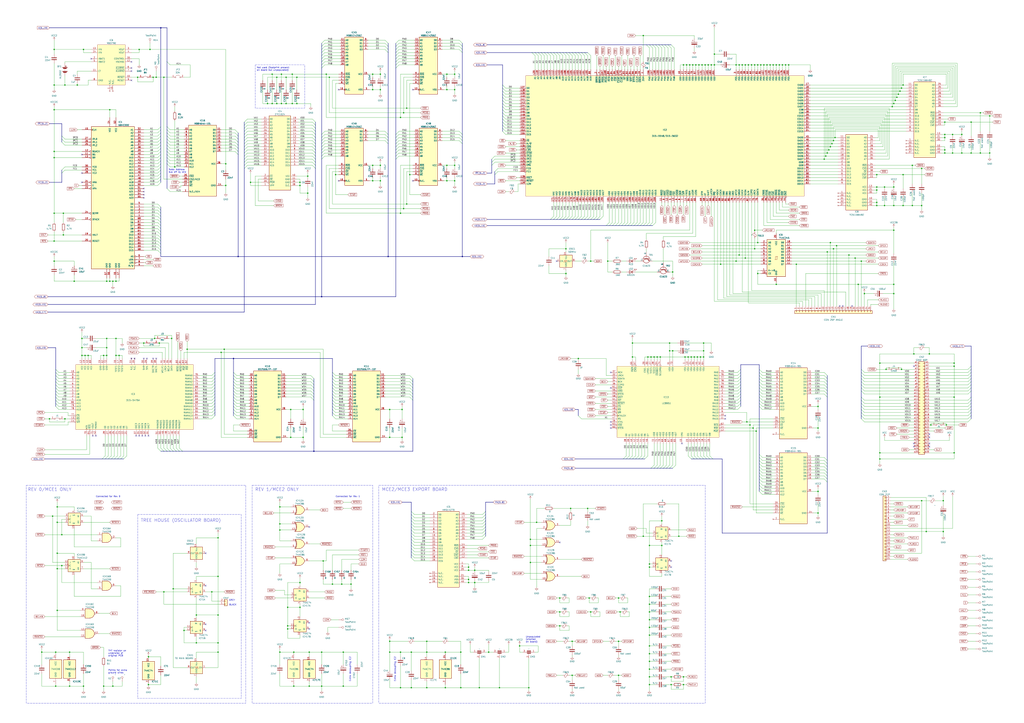
<source format=kicad_sch>
(kicad_sch (version 20230121) (generator eeschema)
  (paper "A1")
  (lib_symbols
    (symbol "74xx:74HC00" (pin_names (offset 1.016))
      (property "Reference" "U" (at 0 1.27 0))
      (property "Value" "74HC00" (at 0 -1.27 0))
      (symbol "74HC00_1_1"
        (pin input line (at -7.62 2.54 0) (length 3.81) (name "~") (number "1"))
        (pin input line (at -7.62 -2.54 0) (length 3.81) (name "~") (number "2"))
        (pin output inverted (at 7.62 0 180) (length 3.81) (name "~") (number "3"))
      )
      (symbol "74HC00_1_2"
        (pin input inverted (at -7.62 2.54 0) (length 4.318) (name "~") (number "1"))
        (pin input inverted (at -7.62 -2.54 0) (length 4.318) (name "~") (number "2"))
        (pin output line (at 7.62 0 180) (length 3.81) (name "~") (number "3"))
      )
      (symbol "74HC00_2_1"
        (pin input line (at -7.62 2.54 0) (length 3.81) (name "~") (number "4"))
        (pin input line (at -7.62 -2.54 0) (length 3.81) (name "~") (number "5"))
        (pin output inverted (at 7.62 0 180) (length 3.81) (name "~") (number "6"))
      )
      (symbol "74HC00_2_2"
        (pin input inverted (at -7.62 2.54 0) (length 4.318) (name "~") (number "4"))
        (pin input inverted (at -7.62 -2.54 0) (length 4.318) (name "~") (number "5"))
        (pin output line (at 7.62 0 180) (length 3.81) (name "~") (number "6"))
      )
      (symbol "74HC00_3_1"
        (pin input line (at -7.62 -2.54 0) (length 3.81) (name "~") (number "10"))
        (pin output inverted (at 7.62 0 180) (length 3.81) (name "~") (number "8"))
        (pin input line (at -7.62 2.54 0) (length 3.81) (name "~") (number "9"))
      )
      (symbol "74HC00_3_2"
        (pin input inverted (at -7.62 -2.54 0) (length 4.318) (name "~") (number "10"))
        (pin output line (at 7.62 0 180) (length 3.81) (name "~") (number "8"))
        (pin input inverted (at -7.62 2.54 0) (length 4.318) (name "~") (number "9"))
      )
      (symbol "74HC00_4_1"
        (pin output inverted (at 7.62 0 180) (length 3.81) (name "~") (number "11"))
        (pin input line (at -7.62 2.54 0) (length 3.81) (name "~") (number "12"))
        (pin input line (at -7.62 -2.54 0) (length 3.81) (name "~") (number "13"))
      )
      (symbol "74HC00_4_2"
        (pin output line (at 7.62 0 180) (length 3.81) (name "~") (number "11"))
        (pin input inverted (at -7.62 2.54 0) (length 4.318) (name "~") (number "12"))
        (pin input inverted (at -7.62 -2.54 0) (length 4.318) (name "~") (number "13"))
      )
      (symbol "74HC00_5_0"
        (pin power_in line (at 0 12.7 270) (length 5.08) (name "VCC") (number "14"))
        (pin power_in line (at 0 -12.7 90) (length 5.08) (name "GND") (number "7"))
      )
    )
    (symbol "74xx:74HC245" (pin_names (offset 1.016))
      (property "Reference" "U" (at -7.62 16.51 0))
      (property "Value" "74HC245" (at -7.62 -16.51 0))
      (symbol "74HC245_1_0"
        (pin input line (at -12.7 -10.16 0) (length 5.08) (name "A->B") (number "1"))
        (pin power_in line (at 0 -20.32 90) (length 5.08) (name "GND") (number "10"))
        (pin tri_state line (at 12.7 -5.08 180) (length 5.08) (name "B7") (number "11"))
        (pin tri_state line (at 12.7 -2.54 180) (length 5.08) (name "B6") (number "12"))
        (pin tri_state line (at 12.7 0 180) (length 5.08) (name "B5") (number "13"))
        (pin tri_state line (at 12.7 2.54 180) (length 5.08) (name "B4") (number "14"))
        (pin tri_state line (at 12.7 5.08 180) (length 5.08) (name "B3") (number "15"))
        (pin tri_state line (at 12.7 7.62 180) (length 5.08) (name "B2") (number "16"))
        (pin tri_state line (at 12.7 10.16 180) (length 5.08) (name "B1") (number "17"))
        (pin tri_state line (at 12.7 12.7 180) (length 5.08) (name "B0") (number "18"))
        (pin input inverted (at -12.7 -12.7 0) (length 5.08) (name "CE") (number "19"))
        (pin tri_state line (at -12.7 12.7 0) (length 5.08) (name "A0") (number "2"))
        (pin power_in line (at 0 20.32 270) (length 5.08) (name "VCC") (number "20"))
        (pin tri_state line (at -12.7 10.16 0) (length 5.08) (name "A1") (number "3"))
        (pin tri_state line (at -12.7 7.62 0) (length 5.08) (name "A2") (number "4"))
        (pin tri_state line (at -12.7 5.08 0) (length 5.08) (name "A3") (number "5"))
        (pin tri_state line (at -12.7 2.54 0) (length 5.08) (name "A4") (number "6"))
        (pin tri_state line (at -12.7 0 0) (length 5.08) (name "A5") (number "7"))
        (pin tri_state line (at -12.7 -2.54 0) (length 5.08) (name "A6") (number "8"))
        (pin tri_state line (at -12.7 -5.08 0) (length 5.08) (name "A7") (number "9"))
      )
    )
    (symbol "74xx:74HC74" (pin_names (offset 1.016))
      (property "Reference" "U" (at -7.62 8.89 0))
      (property "Value" "74HC74" (at -7.62 -8.89 0))
      (symbol "74HC74_1_0"
        (pin input line (at 0 -7.62 90) (length 2.54) (name "~{R}") (number "1"))
        (pin input line (at -7.62 2.54 0) (length 2.54) (name "D") (number "2"))
        (pin input clock (at -7.62 0 0) (length 2.54) (name "C") (number "3"))
        (pin input line (at 0 7.62 270) (length 2.54) (name "~{S}") (number "4"))
        (pin output line (at 7.62 2.54 180) (length 2.54) (name "Q") (number "5"))
        (pin output line (at 7.62 -2.54 180) (length 2.54) (name "~{Q}") (number "6"))
      )
      (symbol "74HC74_2_0"
        (pin input line (at 0 7.62 270) (length 2.54) (name "~{S}") (number "10"))
        (pin input clock (at -7.62 0 0) (length 2.54) (name "C") (number "11"))
        (pin input line (at -7.62 2.54 0) (length 2.54) (name "D") (number "12"))
        (pin input line (at 0 -7.62 90) (length 2.54) (name "~{R}") (number "13"))
        (pin output line (at 7.62 -2.54 180) (length 2.54) (name "~{Q}") (number "8"))
        (pin output line (at 7.62 2.54 180) (length 2.54) (name "Q") (number "9"))
      )
      (symbol "74HC74_3_0"
        (pin power_in line (at 0 10.16 270) (length 2.54) (name "VCC") (number "14"))
        (pin power_in line (at 0 -10.16 90) (length 2.54) (name "GND") (number "7"))
      )
    )
    (symbol "74xx:74HC86" (pin_names (offset 1.016))
      (property "Reference" "U" (at 0 1.27 0))
      (property "Value" "74HC86" (at 0 -1.27 0))
      (symbol "74HC86_1_0"
        (pin input line (at -7.62 2.54 0) (length 4.445) (name "~") (number "1"))
        (pin input line (at -7.62 -2.54 0) (length 4.445) (name "~") (number "2"))
        (pin output line (at 7.62 0 180) (length 3.81) (name "~") (number "3"))
      )
      (symbol "74HC86_2_0"
        (pin input line (at -7.62 2.54 0) (length 4.445) (name "~") (number "4"))
        (pin input line (at -7.62 -2.54 0) (length 4.445) (name "~") (number "5"))
        (pin output line (at 7.62 0 180) (length 3.81) (name "~") (number "6"))
      )
      (symbol "74HC86_3_0"
        (pin input line (at -7.62 -2.54 0) (length 4.445) (name "~") (number "10"))
        (pin output line (at 7.62 0 180) (length 3.81) (name "~") (number "8"))
        (pin input line (at -7.62 2.54 0) (length 4.445) (name "~") (number "9"))
      )
      (symbol "74HC86_4_0"
        (pin output line (at 7.62 0 180) (length 3.81) (name "~") (number "11"))
        (pin input line (at -7.62 2.54 0) (length 4.445) (name "~") (number "12"))
        (pin input line (at -7.62 -2.54 0) (length 4.445) (name "~") (number "13"))
      )
      (symbol "74HC86_5_0"
        (pin power_in line (at 0 12.7 270) (length 5.08) (name "VCC") (number "14"))
        (pin power_in line (at 0 -12.7 90) (length 5.08) (name "GND") (number "7"))
      )
    )
    (symbol "74xx:74LS112" (pin_names (offset 1.016))
      (property "Reference" "U" (at -7.62 8.89 0))
      (property "Value" "74LS112" (at -7.62 -8.89 0))
      (symbol "74LS112_1_0"
        (pin input clock (at -7.62 0 0) (length 2.54) (name "C") (number "1"))
        (pin input line (at 0 -7.62 90) (length 2.54) (name "~{R}") (number "15"))
        (pin input line (at -7.62 -2.54 0) (length 2.54) (name "K") (number "2"))
        (pin input line (at -7.62 2.54 0) (length 2.54) (name "J") (number "3"))
        (pin input line (at 0 7.62 270) (length 2.54) (name "~{S}") (number "4"))
        (pin output line (at 7.62 2.54 180) (length 2.54) (name "Q") (number "5"))
        (pin output line (at 7.62 -2.54 180) (length 2.54) (name "~{Q}") (number "6"))
      )
      (symbol "74LS112_2_0"
        (pin input line (at 0 7.62 270) (length 2.54) (name "~{S}") (number "10"))
        (pin input line (at -7.62 2.54 0) (length 2.54) (name "J") (number "11"))
        (pin input line (at -7.62 -2.54 0) (length 2.54) (name "K") (number "12"))
        (pin input clock (at -7.62 0 0) (length 2.54) (name "C") (number "13"))
        (pin input line (at 0 -7.62 90) (length 2.54) (name "~{R}") (number "14"))
        (pin output line (at 7.62 -2.54 180) (length 2.54) (name "~{Q}") (number "7"))
        (pin output line (at 7.62 2.54 180) (length 2.54) (name "Q") (number "9"))
      )
      (symbol "74LS112_3_0"
        (pin power_in line (at 0 10.16 270) (length 2.54) (name "VCC") (number "16"))
        (pin power_in line (at 0 -10.16 90) (length 2.54) (name "GND") (number "8"))
      )
    )
    (symbol "CPU_NXP_68000:MC68000FN" (pin_names (offset 0.762))
      (property "Reference" "U" (at -16.51 59.69 0))
      (property "Value" "MC68000FN" (at 12.7 -59.69 0))
      (symbol "MC68000FN_1_1"
        (pin bidirectional line (at 25.4 -15.24 180) (length 7.62) (name "D4") (number "1"))
        (pin input inverted (at -25.4 -17.78 0) (length 7.62) (name "DTACK") (number "10"))
        (pin output inverted (at -25.4 35.56 0) (length 7.62) (name "BG") (number "11"))
        (pin input inverted (at -25.4 38.1 0) (length 7.62) (name "BGACK") (number "12"))
        (pin input inverted (at -25.4 33.02 0) (length 7.62) (name "BR") (number "13"))
        (pin power_in line (at -2.54 66.04 270) (length 7.62) (name "VCC") (number "14"))
        (pin input clock (at -25.4 55.88 0) (length 7.62) (name "CLK") (number "15"))
        (pin power_in line (at 2.54 -66.04 90) (length 7.62) (name "GND") (number "16"))
        (pin power_in line (at 5.08 -66.04 90) (length 7.62) (name "GND") (number "17"))
        (pin no_connect line (at -17.78 -45.72 0) (length 0) hide (name "NC") (number "18"))
        (pin bidirectional inverted (at -25.4 -30.48 0) (length 7.62) (name "HALT") (number "19"))
        (pin bidirectional line (at 25.4 -12.7 180) (length 7.62) (name "D3") (number "2"))
        (pin input inverted (at -25.4 -35.56 0) (length 7.62) (name "RESET") (number "20"))
        (pin output inverted (at -25.4 12.7 0) (length 7.62) (name "VMA") (number "21"))
        (pin output line (at -25.4 10.16 0) (length 7.62) (name "E") (number "22"))
        (pin input inverted (at -25.4 7.62 0) (length 7.62) (name "VPA") (number "23"))
        (pin input inverted (at -25.4 -12.7 0) (length 7.62) (name "BERR") (number "24"))
        (pin input inverted (at -25.4 43.18 0) (length 7.62) (name "IPL2") (number "25"))
        (pin input inverted (at -25.4 45.72 0) (length 7.62) (name "IPL1") (number "26"))
        (pin input inverted (at -25.4 48.26 0) (length 7.62) (name "IPL0") (number "27"))
        (pin output line (at -25.4 20.32 0) (length 7.62) (name "FC2") (number "28"))
        (pin output line (at -25.4 22.86 0) (length 7.62) (name "FC1") (number "29"))
        (pin bidirectional line (at 25.4 -10.16 180) (length 7.62) (name "D2") (number "3"))
        (pin output line (at -25.4 25.4 0) (length 7.62) (name "FC0") (number "30"))
        (pin no_connect line (at -17.78 -48.26 0) (length 0) hide (name "NC") (number "31"))
        (pin output line (at 25.4 55.88 180) (length 7.62) (name "A1") (number "32"))
        (pin output line (at 25.4 53.34 180) (length 7.62) (name "A2") (number "33"))
        (pin output line (at 25.4 50.8 180) (length 7.62) (name "A3") (number "34"))
        (pin output line (at 25.4 48.26 180) (length 7.62) (name "A4") (number "35"))
        (pin output line (at 25.4 45.72 180) (length 7.62) (name "A5") (number "36"))
        (pin output line (at 25.4 43.18 180) (length 7.62) (name "A6") (number "37"))
        (pin output line (at 25.4 40.64 180) (length 7.62) (name "A7") (number "38"))
        (pin output line (at 25.4 38.1 180) (length 7.62) (name "A8") (number "39"))
        (pin bidirectional line (at 25.4 -7.62 180) (length 7.62) (name "D1") (number "4"))
        (pin output line (at 25.4 35.56 180) (length 7.62) (name "A9") (number "40"))
        (pin output line (at 25.4 33.02 180) (length 7.62) (name "A10") (number "41"))
        (pin output line (at 25.4 30.48 180) (length 7.62) (name "A11") (number "42"))
        (pin output line (at 25.4 27.94 180) (length 7.62) (name "A12") (number "43"))
        (pin output line (at 25.4 25.4 180) (length 7.62) (name "A13") (number "44"))
        (pin output line (at 25.4 22.86 180) (length 7.62) (name "A14") (number "45"))
        (pin output line (at 25.4 20.32 180) (length 7.62) (name "A15") (number "46"))
        (pin output line (at 25.4 17.78 180) (length 7.62) (name "A16") (number "47"))
        (pin output line (at 25.4 15.24 180) (length 7.62) (name "A17") (number "48"))
        (pin output line (at 25.4 12.7 180) (length 7.62) (name "A18") (number "49"))
        (pin bidirectional line (at 25.4 -5.08 180) (length 7.62) (name "D0") (number "5"))
        (pin output line (at 25.4 10.16 180) (length 7.62) (name "A19") (number "50"))
        (pin output line (at 25.4 7.62 180) (length 7.62) (name "A20") (number "51"))
        (pin power_in line (at 2.54 66.04 270) (length 7.62) (name "VCC") (number "52"))
        (pin output line (at 25.4 5.08 180) (length 7.62) (name "A21") (number "53"))
        (pin output line (at 25.4 2.54 180) (length 7.62) (name "A22") (number "54"))
        (pin output line (at 25.4 0 180) (length 7.62) (name "A23") (number "55"))
        (pin power_in line (at -2.54 -66.04 90) (length 7.62) (name "GND") (number "56"))
        (pin power_in line (at -5.08 -66.04 90) (length 7.62) (name "GND") (number "57"))
        (pin bidirectional line (at 25.4 -43.18 180) (length 7.62) (name "D15") (number "58"))
        (pin bidirectional line (at 25.4 -40.64 180) (length 7.62) (name "D14") (number "59"))
        (pin output inverted (at 25.4 -48.26 180) (length 7.62) (name "AS") (number "6"))
        (pin bidirectional line (at 25.4 -38.1 180) (length 7.62) (name "D13") (number "60"))
        (pin bidirectional line (at 25.4 -35.56 180) (length 7.62) (name "D12") (number "61"))
        (pin bidirectional line (at 25.4 -33.02 180) (length 7.62) (name "D11") (number "62"))
        (pin bidirectional line (at 25.4 -30.48 180) (length 7.62) (name "D10") (number "63"))
        (pin bidirectional line (at 25.4 -27.94 180) (length 7.62) (name "D9") (number "64"))
        (pin bidirectional line (at 25.4 -25.4 180) (length 7.62) (name "D8") (number "65"))
        (pin bidirectional line (at 25.4 -22.86 180) (length 7.62) (name "D7") (number "66"))
        (pin bidirectional line (at 25.4 -20.32 180) (length 7.62) (name "D6") (number "67"))
        (pin bidirectional line (at 25.4 -17.78 180) (length 7.62) (name "D5") (number "68"))
        (pin output inverted (at 25.4 -50.8 180) (length 7.62) (name "UDS") (number "7"))
        (pin output inverted (at 25.4 -53.34 180) (length 7.62) (name "LDS") (number "8"))
        (pin output line (at 25.4 -55.88 180) (length 7.62) (name "R/W") (number "9"))
      )
    )
    (symbol "Connector:TestPoint" (pin_numbers hide) (pin_names (offset 0.762) hide)
      (property "Reference" "TP" (at 0 6.858 0))
      (property "Value" "TestPoint" (at 0 5.08 0))
      (symbol "TestPoint_1_1"
        (pin passive line (at 0 0 90) (length 2.54) (name "1") (number "1"))
      )
    )
    (symbol "Connector_Generic:Conn_01x02" (pin_names (offset 1.016) hide)
      (property "Reference" "J" (at 0 2.54 0))
      (property "Value" "Conn_01x02" (at 0 -5.08 0))
      (symbol "Conn_01x02_1_1"
        (pin passive line (at -5.08 0 0) (length 3.81) (name "Pin_1") (number "1"))
        (pin passive line (at -5.08 -2.54 0) (length 3.81) (name "Pin_2") (number "2"))
      )
    )
    (symbol "Connector_Generic:Conn_01x21" (pin_names (offset 1.016) hide)
      (property "Reference" "J" (at 0 27.94 0))
      (property "Value" "Conn_01x21" (at 0 -27.94 0))
      (symbol "Conn_01x21_1_1"
        (pin passive line (at -5.08 25.4 0) (length 3.81) (name "Pin_1") (number "1"))
        (pin passive line (at -5.08 2.54 0) (length 3.81) (name "Pin_10") (number "10"))
        (pin passive line (at -5.08 0 0) (length 3.81) (name "Pin_11") (number "11"))
        (pin passive line (at -5.08 -2.54 0) (length 3.81) (name "Pin_12") (number "12"))
        (pin passive line (at -5.08 -5.08 0) (length 3.81) (name "Pin_13") (number "13"))
        (pin passive line (at -5.08 -7.62 0) (length 3.81) (name "Pin_14") (number "14"))
        (pin passive line (at -5.08 -10.16 0) (length 3.81) (name "Pin_15") (number "15"))
        (pin passive line (at -5.08 -12.7 0) (length 3.81) (name "Pin_16") (number "16"))
        (pin passive line (at -5.08 -15.24 0) (length 3.81) (name "Pin_17") (number "17"))
        (pin passive line (at -5.08 -17.78 0) (length 3.81) (name "Pin_18") (number "18"))
        (pin passive line (at -5.08 -20.32 0) (length 3.81) (name "Pin_19") (number "19"))
        (pin passive line (at -5.08 22.86 0) (length 3.81) (name "Pin_2") (number "2"))
        (pin passive line (at -5.08 -22.86 0) (length 3.81) (name "Pin_20") (number "20"))
        (pin passive line (at -5.08 -25.4 0) (length 3.81) (name "Pin_21") (number "21"))
        (pin passive line (at -5.08 20.32 0) (length 3.81) (name "Pin_3") (number "3"))
        (pin passive line (at -5.08 17.78 0) (length 3.81) (name "Pin_4") (number "4"))
        (pin passive line (at -5.08 15.24 0) (length 3.81) (name "Pin_5") (number "5"))
        (pin passive line (at -5.08 12.7 0) (length 3.81) (name "Pin_6") (number "6"))
        (pin passive line (at -5.08 10.16 0) (length 3.81) (name "Pin_7") (number "7"))
        (pin passive line (at -5.08 7.62 0) (length 3.81) (name "Pin_8") (number "8"))
        (pin passive line (at -5.08 5.08 0) (length 3.81) (name "Pin_9") (number "9"))
      )
    )
    (symbol "Connector_Generic:Conn_01x25" (pin_names (offset 1.016) hide)
      (property "Reference" "J" (at 0 33.02 0))
      (property "Value" "Conn_01x25" (at 0 -33.02 0))
      (symbol "Conn_01x25_1_1"
        (pin passive line (at -5.08 30.48 0) (length 3.81) (name "Pin_1") (number "1"))
        (pin passive line (at -5.08 7.62 0) (length 3.81) (name "Pin_10") (number "10"))
        (pin passive line (at -5.08 5.08 0) (length 3.81) (name "Pin_11") (number "11"))
        (pin passive line (at -5.08 2.54 0) (length 3.81) (name "Pin_12") (number "12"))
        (pin passive line (at -5.08 0 0) (length 3.81) (name "Pin_13") (number "13"))
        (pin passive line (at -5.08 -2.54 0) (length 3.81) (name "Pin_14") (number "14"))
        (pin passive line (at -5.08 -5.08 0) (length 3.81) (name "Pin_15") (number "15"))
        (pin passive line (at -5.08 -7.62 0) (length 3.81) (name "Pin_16") (number "16"))
        (pin passive line (at -5.08 -10.16 0) (length 3.81) (name "Pin_17") (number "17"))
        (pin passive line (at -5.08 -12.7 0) (length 3.81) (name "Pin_18") (number "18"))
        (pin passive line (at -5.08 -15.24 0) (length 3.81) (name "Pin_19") (number "19"))
        (pin passive line (at -5.08 27.94 0) (length 3.81) (name "Pin_2") (number "2"))
        (pin passive line (at -5.08 -17.78 0) (length 3.81) (name "Pin_20") (number "20"))
        (pin passive line (at -5.08 -20.32 0) (length 3.81) (name "Pin_21") (number "21"))
        (pin passive line (at -5.08 -22.86 0) (length 3.81) (name "Pin_22") (number "22"))
        (pin passive line (at -5.08 -25.4 0) (length 3.81) (name "Pin_23") (number "23"))
        (pin passive line (at -5.08 -27.94 0) (length 3.81) (name "Pin_24") (number "24"))
        (pin passive line (at -5.08 -30.48 0) (length 3.81) (name "Pin_25") (number "25"))
        (pin passive line (at -5.08 25.4 0) (length 3.81) (name "Pin_3") (number "3"))
        (pin passive line (at -5.08 22.86 0) (length 3.81) (name "Pin_4") (number "4"))
        (pin passive line (at -5.08 20.32 0) (length 3.81) (name "Pin_5") (number "5"))
        (pin passive line (at -5.08 17.78 0) (length 3.81) (name "Pin_6") (number "6"))
        (pin passive line (at -5.08 15.24 0) (length 3.81) (name "Pin_7") (number "7"))
        (pin passive line (at -5.08 12.7 0) (length 3.81) (name "Pin_8") (number "8"))
        (pin passive line (at -5.08 10.16 0) (length 3.81) (name "Pin_9") (number "9"))
      )
    )
    (symbol "Connector_Generic:Conn_02x30_Row_Letter_First" (pin_names (offset 1.016) hide)
      (property "Reference" "J" (at 1.27 38.1 0))
      (property "Value" "Conn_02x30_Row_Letter_First" (at 1.27 -40.64 0))
      (symbol "Conn_02x30_Row_Letter_First_1_1"
        (pin passive line (at -5.08 35.56 0) (length 3.81) (name "Pin_a1") (number "a1"))
        (pin passive line (at -5.08 12.7 0) (length 3.81) (name "Pin_a10") (number "a10"))
        (pin passive line (at -5.08 10.16 0) (length 3.81) (name "Pin_a11") (number "a11"))
        (pin passive line (at -5.08 7.62 0) (length 3.81) (name "Pin_a12") (number "a12"))
        (pin passive line (at -5.08 5.08 0) (length 3.81) (name "Pin_a13") (number "a13"))
        (pin passive line (at -5.08 2.54 0) (length 3.81) (name "Pin_a14") (number "a14"))
        (pin passive line (at -5.08 0 0) (length 3.81) (name "Pin_a15") (number "a15"))
        (pin passive line (at -5.08 -2.54 0) (length 3.81) (name "Pin_a16") (number "a16"))
        (pin passive line (at -5.08 -5.08 0) (length 3.81) (name "Pin_a17") (number "a17"))
        (pin passive line (at -5.08 -7.62 0) (length 3.81) (name "Pin_a18") (number "a18"))
        (pin passive line (at -5.08 -10.16 0) (length 3.81) (name "Pin_a19") (number "a19"))
        (pin passive line (at -5.08 33.02 0) (length 3.81) (name "Pin_a2") (number "a2"))
        (pin passive line (at -5.08 -12.7 0) (length 3.81) (name "Pin_a20") (number "a20"))
        (pin passive line (at -5.08 -15.24 0) (length 3.81) (name "Pin_a21") (number "a21"))
        (pin passive line (at -5.08 -17.78 0) (length 3.81) (name "Pin_a22") (number "a22"))
        (pin passive line (at -5.08 -20.32 0) (length 3.81) (name "Pin_a23") (number "a23"))
        (pin passive line (at -5.08 -22.86 0) (length 3.81) (name "Pin_a24") (number "a24"))
        (pin passive line (at -5.08 -25.4 0) (length 3.81) (name "Pin_a25") (number "a25"))
        (pin passive line (at -5.08 -27.94 0) (length 3.81) (name "Pin_a26") (number "a26"))
        (pin passive line (at -5.08 -30.48 0) (length 3.81) (name "Pin_a27") (number "a27"))
        (pin passive line (at -5.08 -33.02 0) (length 3.81) (name "Pin_a28") (number "a28"))
        (pin passive line (at -5.08 -35.56 0) (length 3.81) (name "Pin_a29") (number "a29"))
        (pin passive line (at -5.08 30.48 0) (length 3.81) (name "Pin_a3") (number "a3"))
        (pin passive line (at -5.08 -38.1 0) (length 3.81) (name "Pin_a30") (number "a30"))
        (pin passive line (at -5.08 27.94 0) (length 3.81) (name "Pin_a4") (number "a4"))
        (pin passive line (at -5.08 25.4 0) (length 3.81) (name "Pin_a5") (number "a5"))
        (pin passive line (at -5.08 22.86 0) (length 3.81) (name "Pin_a6") (number "a6"))
        (pin passive line (at -5.08 20.32 0) (length 3.81) (name "Pin_a7") (number "a7"))
        (pin passive line (at -5.08 17.78 0) (length 3.81) (name "Pin_a8") (number "a8"))
        (pin passive line (at -5.08 15.24 0) (length 3.81) (name "Pin_a9") (number "a9"))
        (pin passive line (at 7.62 35.56 180) (length 3.81) (name "Pin_b1") (number "b1"))
        (pin passive line (at 7.62 12.7 180) (length 3.81) (name "Pin_b10") (number "b10"))
        (pin passive line (at 7.62 10.16 180) (length 3.81) (name "Pin_b11") (number "b11"))
        (pin passive line (at 7.62 7.62 180) (length 3.81) (name "Pin_b12") (number "b12"))
        (pin passive line (at 7.62 5.08 180) (length 3.81) (name "Pin_b13") (number "b13"))
        (pin passive line (at 7.62 2.54 180) (length 3.81) (name "Pin_b14") (number "b14"))
        (pin passive line (at 7.62 0 180) (length 3.81) (name "Pin_b15") (number "b15"))
        (pin passive line (at 7.62 -2.54 180) (length 3.81) (name "Pin_b16") (number "b16"))
        (pin passive line (at 7.62 -5.08 180) (length 3.81) (name "Pin_b17") (number "b17"))
        (pin passive line (at 7.62 -7.62 180) (length 3.81) (name "Pin_b18") (number "b18"))
        (pin passive line (at 7.62 -10.16 180) (length 3.81) (name "Pin_b19") (number "b19"))
        (pin passive line (at 7.62 33.02 180) (length 3.81) (name "Pin_b2") (number "b2"))
        (pin passive line (at 7.62 -12.7 180) (length 3.81) (name "Pin_b20") (number "b20"))
        (pin passive line (at 7.62 -15.24 180) (length 3.81) (name "Pin_b21") (number "b21"))
        (pin passive line (at 7.62 -17.78 180) (length 3.81) (name "Pin_b22") (number "b22"))
        (pin passive line (at 7.62 -20.32 180) (length 3.81) (name "Pin_b23") (number "b23"))
        (pin passive line (at 7.62 -22.86 180) (length 3.81) (name "Pin_b24") (number "b24"))
        (pin passive line (at 7.62 -25.4 180) (length 3.81) (name "Pin_b25") (number "b25"))
        (pin passive line (at 7.62 -27.94 180) (length 3.81) (name "Pin_b26") (number "b26"))
        (pin passive line (at 7.62 -30.48 180) (length 3.81) (name "Pin_b27") (number "b27"))
        (pin passive line (at 7.62 -33.02 180) (length 3.81) (name "Pin_b28") (number "b28"))
        (pin passive line (at 7.62 -35.56 180) (length 3.81) (name "Pin_b29") (number "b29"))
        (pin passive line (at 7.62 30.48 180) (length 3.81) (name "Pin_b3") (number "b3"))
        (pin passive line (at 7.62 -38.1 180) (length 3.81) (name "Pin_b30") (number "b30"))
        (pin passive line (at 7.62 27.94 180) (length 3.81) (name "Pin_b4") (number "b4"))
        (pin passive line (at 7.62 25.4 180) (length 3.81) (name "Pin_b5") (number "b5"))
        (pin passive line (at 7.62 22.86 180) (length 3.81) (name "Pin_b6") (number "b6"))
        (pin passive line (at 7.62 20.32 180) (length 3.81) (name "Pin_b7") (number "b7"))
        (pin passive line (at 7.62 17.78 180) (length 3.81) (name "Pin_b8") (number "b8"))
        (pin passive line (at 7.62 15.24 180) (length 3.81) (name "Pin_b9") (number "b9"))
      )
    )
    (symbol "Device:Battery" (pin_numbers hide) (pin_names (offset 0) hide)
      (property "Reference" "BT" (at 2.54 2.54 0))
      (property "Value" "Battery" (at 2.54 0 0))
      (symbol "Battery_1_1"
        (pin passive line (at 0 5.08 270) (length 2.54) (name "+") (number "1"))
        (pin passive line (at 0 -5.08 90) (length 2.54) (name "-") (number "2"))
      )
    )
    (symbol "Device:C" (pin_numbers hide) (pin_names (offset 0.254))
      (property "Reference" "C" (at 0.635 2.54 0))
      (property "Value" "C" (at 0.635 -2.54 0))
      (symbol "C_1_1"
        (pin passive line (at 0 3.81 270) (length 2.794) (name "~") (number "1"))
        (pin passive line (at 0 -3.81 90) (length 2.794) (name "~") (number "2"))
      )
    )
    (symbol "Device:C_Polarized" (pin_numbers hide) (pin_names (offset 0.254))
      (property "Reference" "C" (at 0.635 2.54 0))
      (property "Value" "C_Polarized" (at 0.635 -2.54 0))
      (symbol "C_Polarized_1_1"
        (pin passive line (at 0 3.81 270) (length 2.794) (name "~") (number "1"))
        (pin passive line (at 0 -3.81 90) (length 2.794) (name "~") (number "2"))
      )
    )
    (symbol "Device:FerriteBead_Small" (pin_numbers hide) (pin_names (offset 0))
      (property "Reference" "FB" (at 1.905 1.27 0))
      (property "Value" "FerriteBead_Small" (at 1.905 -1.27 0))
      (symbol "FerriteBead_Small_1_1"
        (pin passive line (at 0 2.54 270) (length 1.27) (name "~") (number "1"))
        (pin passive line (at 0 -2.54 90) (length 1.27) (name "~") (number "2"))
      )
    )
    (symbol "Device:Filter_EMI_C" (pin_names (offset 0.254) hide)
      (property "Reference" "C" (at 0 7.62 0))
      (property "Value" "Filter_EMI_C" (at 0 5.715 0))
      (symbol "Filter_EMI_C_1_1"
        (pin passive line (at -5.08 2.54 0) (length 2.54) (name "1") (number "1"))
        (pin passive line (at 0 -2.54 90) (length 2.54) (name "2") (number "2"))
        (pin passive line (at 5.08 2.54 180) (length 2.54) (name "3") (number "3"))
      )
    )
    (symbol "Device:LED" (pin_numbers hide) (pin_names (offset 1.016) hide)
      (property "Reference" "D" (at 0 2.54 0))
      (property "Value" "LED" (at 0 -2.54 0))
      (symbol "LED_1_1"
        (pin passive line (at -3.81 0 0) (length 2.54) (name "K") (number "1"))
        (pin passive line (at 3.81 0 180) (length 2.54) (name "A") (number "2"))
      )
    )
    (symbol "Device:R" (pin_numbers hide) (pin_names (offset 0))
      (property "Reference" "R" (at 2.032 0 90))
      (property "Value" "R" (at 0 0 90))
      (symbol "R_1_1"
        (pin passive line (at 0 3.81 270) (length 1.27) (name "~") (number "1"))
        (pin passive line (at 0 -3.81 90) (length 1.27) (name "~") (number "2"))
      )
    )
    (symbol "Jumper:Jumper_2_Bridged" (pin_names (offset 0) hide)
      (property "Reference" "JP" (at 0 1.905 0))
      (property "Value" "Jumper_2_Bridged" (at 0 -2.54 0))
      (symbol "Jumper_2_Bridged_1_1"
        (pin passive line (at -5.08 0 0) (length 2.54) (name "A") (number "1"))
        (pin passive line (at 5.08 0 180) (length 2.54) (name "B") (number "2"))
      )
    )
    (symbol "Jumper:Jumper_2_Open" (pin_names (offset 0) hide)
      (property "Reference" "JP" (at 0 2.794 0))
      (property "Value" "Jumper_2_Open" (at 0 -2.286 0))
      (symbol "Jumper_2_Open_1_1"
        (pin passive line (at -5.08 0 0) (length 2.54) (name "A") (number "1"))
        (pin passive line (at 5.08 0 180) (length 2.54) (name "B") (number "2"))
      )
    )
    (symbol "MB8464A-10LL_1"
      (property "Reference" "U" (at -1.27 30.48 0))
      (property "Value" "MB8464A-10LL" (at -7.62 27.94 0))
      (symbol "MB8464A-10LL_1_0_0"
        (pin power_in line (at 15.24 -5.08 180) (length 3.81) (name "VCC") (number "28"))
      )
      (symbol "MB8464A-10LL_1_1_0"
        (pin power_in line (at 16.51 -22.86 180) (length 5.08) (name "GND") (number "14"))
      )
      (symbol "MB8464A-10LL_1_1_1"
        (pin no_connect line (at -16.51 -27.94 0) (length 5.08) (name "N.C.") (number "1"))
        (pin input line (at -15.24 22.86 0) (length 3.81) (name "A0") (number "10"))
        (pin tri_state line (at 15.24 22.86 180) (length 3.81) (name "D0") (number "11"))
        (pin tri_state line (at 15.24 20.32 180) (length 3.81) (name "D1") (number "12"))
        (pin tri_state line (at 15.24 17.78 180) (length 3.81) (name "D2") (number "13"))
        (pin tri_state line (at 15.24 15.24 180) (length 3.81) (name "D3") (number "15"))
        (pin tri_state line (at 15.24 12.7 180) (length 3.81) (name "D4") (number "16"))
        (pin tri_state line (at 15.24 10.16 180) (length 3.81) (name "D5") (number "17"))
        (pin tri_state line (at 15.24 7.62 180) (length 3.81) (name "D6") (number "18"))
        (pin tri_state line (at 15.24 5.08 180) (length 3.81) (name "D7") (number "19"))
        (pin input line (at -15.24 -7.62 0) (length 3.81) (name "A12") (number "2"))
        (pin input line (at -16.51 -15.24 0) (length 5.08) (name "~{CS1}") (number "20"))
        (pin input line (at -15.24 -2.54 0) (length 3.81) (name "A10") (number "21"))
        (pin input line (at -16.51 -20.32 0) (length 5.08) (name "~{OE}") (number "22"))
        (pin input line (at -15.24 -5.08 0) (length 3.81) (name "A11") (number "23"))
        (pin input line (at -15.24 0 0) (length 3.81) (name "A9") (number "24"))
        (pin input line (at -15.24 2.54 0) (length 3.81) (name "A8") (number "25"))
        (pin input inverted (at -16.51 -17.78 0) (length 5.08) (name "CS2") (number "26"))
        (pin input line (at -16.51 -22.86 0) (length 5.08) (name "~{WE}") (number "27"))
        (pin input line (at -15.24 5.08 0) (length 3.81) (name "A7") (number "3"))
        (pin input line (at -15.24 7.62 0) (length 3.81) (name "A6") (number "4"))
        (pin input line (at -15.24 10.16 0) (length 3.81) (name "A5") (number "5"))
        (pin input line (at -15.24 12.7 0) (length 3.81) (name "A4") (number "6"))
        (pin input line (at -15.24 15.24 0) (length 3.81) (name "A3") (number "7"))
        (pin input line (at -15.24 17.78 0) (length 3.81) (name "A2") (number "8"))
        (pin input line (at -15.24 20.32 0) (length 3.81) (name "A1") (number "9"))
      )
    )
    (symbol "MB8464A-10LL_2"
      (property "Reference" "U" (at -1.27 30.48 0))
      (property "Value" "MB8464A-10LL" (at -7.62 27.94 0))
      (symbol "MB8464A-10LL_2_0_0"
        (pin power_in line (at 15.24 -5.08 180) (length 3.81) (name "VCC") (number "28"))
      )
      (symbol "MB8464A-10LL_2_1_0"
        (pin power_in line (at 16.51 -22.86 180) (length 5.08) (name "GND") (number "14"))
      )
      (symbol "MB8464A-10LL_2_1_1"
        (pin no_connect line (at -16.51 -27.94 0) (length 5.08) (name "N.C.") (number "1"))
        (pin input line (at -15.24 22.86 0) (length 3.81) (name "A0") (number "10"))
        (pin tri_state line (at 15.24 22.86 180) (length 3.81) (name "D0") (number "11"))
        (pin tri_state line (at 15.24 20.32 180) (length 3.81) (name "D1") (number "12"))
        (pin tri_state line (at 15.24 17.78 180) (length 3.81) (name "D2") (number "13"))
        (pin tri_state line (at 15.24 15.24 180) (length 3.81) (name "D3") (number "15"))
        (pin tri_state line (at 15.24 12.7 180) (length 3.81) (name "D4") (number "16"))
        (pin tri_state line (at 15.24 10.16 180) (length 3.81) (name "D5") (number "17"))
        (pin tri_state line (at 15.24 7.62 180) (length 3.81) (name "D6") (number "18"))
        (pin tri_state line (at 15.24 5.08 180) (length 3.81) (name "D7") (number "19"))
        (pin input line (at -15.24 -7.62 0) (length 3.81) (name "A12") (number "2"))
        (pin input line (at -16.51 -15.24 0) (length 5.08) (name "~{CS1}") (number "20"))
        (pin input line (at -15.24 -2.54 0) (length 3.81) (name "A10") (number "21"))
        (pin input line (at -16.51 -20.32 0) (length 5.08) (name "~{OE}") (number "22"))
        (pin input line (at -15.24 -5.08 0) (length 3.81) (name "A11") (number "23"))
        (pin input line (at -15.24 0 0) (length 3.81) (name "A9") (number "24"))
        (pin input line (at -15.24 2.54 0) (length 3.81) (name "A8") (number "25"))
        (pin input inverted (at -16.51 -17.78 0) (length 5.08) (name "CS2") (number "26"))
        (pin input line (at -16.51 -22.86 0) (length 5.08) (name "~{WE}") (number "27"))
        (pin input line (at -15.24 5.08 0) (length 3.81) (name "A7") (number "3"))
        (pin input line (at -15.24 7.62 0) (length 3.81) (name "A6") (number "4"))
        (pin input line (at -15.24 10.16 0) (length 3.81) (name "A5") (number "5"))
        (pin input line (at -15.24 12.7 0) (length 3.81) (name "A4") (number "6"))
        (pin input line (at -15.24 15.24 0) (length 3.81) (name "A3") (number "7"))
        (pin input line (at -15.24 17.78 0) (length 3.81) (name "A2") (number "8"))
        (pin input line (at -15.24 20.32 0) (length 3.81) (name "A1") (number "9"))
      )
    )
    (symbol "MegaCD_Library:27C1024"
      (property "Reference" "U" (at 0 36.83 0))
      (property "Value" "27C1024" (at 3.81 34.29 0))
      (symbol "27C1024_1_1"
        (pin power_in line (at -15.24 -24.13 0) (length 6.35) (name "VPP") (number "1"))
        (pin tri_state line (at 15.24 10.16 180) (length 6.35) (name "D8") (number "10"))
        (pin power_in line (at 13.97 -19.05 180) (length 5.08) (name "GND") (number "11"))
        (pin tri_state line (at 15.24 12.7 180) (length 6.35) (name "D7") (number "12"))
        (pin tri_state line (at 15.24 15.24 180) (length 6.35) (name "D6") (number "13"))
        (pin tri_state line (at 15.24 17.78 180) (length 6.35) (name "D5") (number "14"))
        (pin tri_state line (at 15.24 20.32 180) (length 6.35) (name "D4") (number "15"))
        (pin tri_state line (at 15.24 22.86 180) (length 6.35) (name "D3") (number "16"))
        (pin tri_state line (at 15.24 25.4 180) (length 6.35) (name "D2") (number "17"))
        (pin tri_state line (at 15.24 27.94 180) (length 6.35) (name "D1") (number "18"))
        (pin tri_state line (at 15.24 30.48 180) (length 6.35) (name "D0") (number "19"))
        (pin input inverted (at -15.24 -16.51 0) (length 6.35) (name "~{CE}") (number "2"))
        (pin input inverted (at -15.24 -19.05 0) (length 6.35) (name "~{OE}") (number "20"))
        (pin input line (at -15.24 30.48 0) (length 6.35) (name "A0") (number "21"))
        (pin input line (at -15.24 27.94 0) (length 6.35) (name "A1") (number "22"))
        (pin input line (at -15.24 25.4 0) (length 6.35) (name "A2") (number "23"))
        (pin input line (at -15.24 22.86 0) (length 6.35) (name "A3") (number "24"))
        (pin input line (at -15.24 20.32 0) (length 6.35) (name "A4") (number "25"))
        (pin input line (at -15.24 17.78 0) (length 6.35) (name "A5") (number "26"))
        (pin input line (at -15.24 15.24 0) (length 6.35) (name "A6") (number "27"))
        (pin input line (at -15.24 12.7 0) (length 6.35) (name "A7") (number "28"))
        (pin input line (at -15.24 10.16 0) (length 6.35) (name "A8") (number "29"))
        (pin tri_state line (at 15.24 -7.62 180) (length 6.35) (name "D15") (number "3"))
        (pin power_in line (at 13.97 -21.59 180) (length 5.08) (name "GND") (number "30"))
        (pin input line (at -15.24 7.62 0) (length 6.35) (name "A9") (number "31"))
        (pin input line (at -15.24 5.08 0) (length 6.35) (name "A10") (number "32"))
        (pin input line (at -15.24 2.54 0) (length 6.35) (name "A11") (number "33"))
        (pin input line (at -15.24 0 0) (length 6.35) (name "A12") (number "34"))
        (pin input line (at -15.24 -2.54 0) (length 6.35) (name "A13") (number "35"))
        (pin input line (at -15.24 -5.08 0) (length 6.35) (name "A14") (number "36"))
        (pin input line (at -15.24 -7.62 0) (length 6.35) (name "A15") (number "37"))
        (pin power_in line (at 13.97 -24.13 180) (length 5.08) (name "D.C.") (number "38"))
        (pin input inverted (at -15.24 -21.59 0) (length 6.35) (name "~{PGM}") (number "39"))
        (pin tri_state line (at 15.24 -5.08 180) (length 6.35) (name "D14") (number "4"))
        (pin power_in line (at 13.97 -16.51 180) (length 5.08) (name "VCC") (number "40"))
        (pin tri_state line (at 15.24 -2.54 180) (length 6.35) (name "D13") (number "5"))
        (pin tri_state line (at 15.24 0 180) (length 6.35) (name "D12") (number "6"))
        (pin tri_state line (at 15.24 2.54 180) (length 6.35) (name "D11") (number "7"))
        (pin tri_state line (at 15.24 5.08 180) (length 6.35) (name "D10") (number "8"))
        (pin tri_state line (at 15.24 7.62 180) (length 6.35) (name "D9") (number "9"))
      )
    )
    (symbol "MegaCD_Library:315-5476A"
      (property "Reference" "U" (at 0 2.54 0))
      (property "Value" "315-5476A" (at 0 -2.54 0))
      (symbol "315-5476A_1_1"
        (pin input line (at -52.07 -2.54 0) (length 5.08) (name "A10") (number "1"))
        (pin input line (at -52.07 20.32 0) (length 5.08) (name "A0") (number "10"))
        (pin no_connect line (at -1.27 31.75 270) (length 5.08) (name "N.C.") (number "11"))
        (pin power_in line (at -41.91 31.75 270) (length 5.08) (name "VCC") (number "12"))
        (pin input inverted (at -52.07 -17.78 0) (length 5.08) (name "~{RD}") (number "13"))
        (pin input inverted (at -52.07 -20.32 0) (length 5.08) (name "~{WR}") (number "14"))
        (pin power_in line (at -26.67 31.75 270) (length 5.08) (name "GND") (number "15"))
        (pin power_in line (at -13.97 31.75 270) (length 5.08) (name "TEST1") (number "16"))
        (pin power_in line (at -11.43 31.75 270) (length 5.08) (name "TEST2") (number "17"))
        (pin power_in line (at -8.89 31.75 270) (length 5.08) (name "TEST3") (number "18"))
        (pin power_in line (at -39.37 31.75 270) (length 5.08) (name "VCC") (number "19"))
        (pin input line (at -52.07 0 0) (length 5.08) (name "A9") (number "2"))
        (pin no_connect line (at 1.27 31.75 270) (length 5.08) (name "N.C.") (number "20"))
        (pin bidirectional line (at -5.08 -31.75 90) (length 5.08) (name "D7") (number "21"))
        (pin bidirectional line (at -7.62 -31.75 90) (length 5.08) (name "D6") (number "22"))
        (pin bidirectional line (at -10.16 -31.75 90) (length 5.08) (name "D5") (number "23"))
        (pin bidirectional line (at -12.7 -31.75 90) (length 5.08) (name "D4") (number "24"))
        (pin bidirectional line (at -15.24 -31.75 90) (length 5.08) (name "D3") (number "25"))
        (pin bidirectional line (at -17.78 -31.75 90) (length 5.08) (name "D2") (number "26"))
        (pin bidirectional line (at -20.32 -31.75 90) (length 5.08) (name "D1") (number "27"))
        (pin bidirectional line (at -22.86 -31.75 90) (length 5.08) (name "D0") (number "28"))
        (pin passive line (at 11.43 31.75 270) (length 5.08) (name "SHL") (number "29"))
        (pin input line (at -52.07 2.54 0) (length 5.08) (name "A8") (number "3"))
        (pin passive line (at 8.89 31.75 270) (length 5.08) (name "SHR") (number "30"))
        (pin bidirectional line (at 12.7 -31.75 90) (length 5.08) (name "DAC7") (number "31"))
        (pin bidirectional line (at 10.16 -31.75 90) (length 5.08) (name "DAC6") (number "32"))
        (pin bidirectional line (at 7.62 -31.75 90) (length 5.08) (name "DAC5") (number "33"))
        (pin bidirectional line (at 5.08 -31.75 90) (length 5.08) (name "DAC4") (number "34"))
        (pin input line (at 29.21 31.75 270) (length 5.08) (name "BCLK") (number "35"))
        (pin input line (at 31.75 31.75 270) (length 5.08) (name "DATA") (number "36"))
        (pin bidirectional line (at 2.54 -31.75 90) (length 5.08) (name "DAC3") (number "37"))
        (pin passive line (at 19.05 31.75 270) (length 5.08) (name "DAC7L") (number "38"))
        (pin passive line (at 16.51 31.75 270) (length 5.08) (name "DAC7R") (number "39"))
        (pin input line (at -52.07 5.08 0) (length 5.08) (name "A7") (number "4"))
        (pin input line (at 26.67 31.75 270) (length 5.08) (name "LRCK") (number "40"))
        (pin input line (at 24.13 31.75 270) (length 5.08) (name "WCLK1") (number "41"))
        (pin output line (at -30.48 -31.75 90) (length 5.08) (name "RAMAX") (number "42"))
        (pin power_in line (at -36.83 31.75 270) (length 5.08) (name "VCC") (number "43"))
        (pin bidirectional line (at 38.1 -31.75 90) (length 5.08) (name "RAMAD7") (number "44"))
        (pin bidirectional line (at 35.56 -31.75 90) (length 5.08) (name "RAMAD6") (number "45"))
        (pin bidirectional line (at 33.02 -31.75 90) (length 5.08) (name "RAMAD5") (number "46"))
        (pin bidirectional line (at 30.48 -31.75 90) (length 5.08) (name "RAMAD4") (number "47"))
        (pin bidirectional line (at 27.94 -31.75 90) (length 5.08) (name "RAMAD3") (number "48"))
        (pin bidirectional line (at 25.4 -31.75 90) (length 5.08) (name "RAMAD2") (number "49"))
        (pin input line (at -52.07 7.62 0) (length 5.08) (name "A6") (number "5"))
        (pin bidirectional line (at 22.86 -31.75 90) (length 5.08) (name "RAMAD1") (number "50"))
        (pin bidirectional line (at 20.32 -31.75 90) (length 5.08) (name "RAMAD0") (number "51"))
        (pin power_in line (at -24.13 31.75 270) (length 5.08) (name "GND") (number "52"))
        (pin output line (at 54.61 -17.78 180) (length 5.08) (name "RAMA14") (number "53"))
        (pin output line (at 54.61 -15.24 180) (length 5.08) (name "RAMA13") (number "54"))
        (pin output line (at 54.61 -12.7 180) (length 5.08) (name "RAMA12") (number "55"))
        (pin output line (at 54.61 -10.16 180) (length 5.08) (name "RAMA11") (number "56"))
        (pin output line (at 54.61 -7.62 180) (length 5.08) (name "RAMA10") (number "57"))
        (pin output line (at 54.61 -5.08 180) (length 5.08) (name "RAMA9") (number "58"))
        (pin output line (at 54.61 -2.54 180) (length 5.08) (name "RAMA8") (number "59"))
        (pin input line (at -52.07 10.16 0) (length 5.08) (name "A5") (number "6"))
        (pin input inverted (at 36.83 31.75 270) (length 5.08) (name "~{RCS1}") (number "60"))
        (pin input inverted (at 39.37 31.75 270) (length 5.08) (name "~{RCS2}") (number "61"))
        (pin input inverted (at 44.45 31.75 270) (length 5.08) (name "~{RDE}") (number "62"))
        (pin input inverted (at 41.91 31.75 270) (length 5.08) (name "~{RWE}") (number "63"))
        (pin input inverted (at -35.56 -31.75 90) (length 5.08) (name "~{RES}") (number "64"))
        (pin output line (at 54.61 0 180) (length 5.08) (name "RAMA7") (number "65"))
        (pin output line (at 54.61 2.54 180) (length 5.08) (name "RAMA6") (number "66"))
        (pin output line (at 54.61 5.08 180) (length 5.08) (name "RAMA5") (number "67"))
        (pin output line (at 54.61 7.62 180) (length 5.08) (name "RAMA4") (number "68"))
        (pin power_in line (at -34.29 31.75 270) (length 5.08) (name "VCC") (number "69"))
        (pin input line (at -52.07 12.7 0) (length 5.08) (name "A4") (number "7"))
        (pin input clock (at -38.1 -31.75 90) (length 5.08) (name "XIN") (number "70"))
        (pin output line (at -33.02 -31.75 90) (length 5.08) (name "XOUT") (number "71"))
        (pin power_in line (at -21.59 31.75 270) (length 5.08) (name "GND") (number "72"))
        (pin output line (at 54.61 10.16 180) (length 5.08) (name "RAMA3") (number "73"))
        (pin output line (at 54.61 12.7 180) (length 5.08) (name "RAMA2") (number "74"))
        (pin output line (at 54.61 15.24 180) (length 5.08) (name "RAMA1") (number "75"))
        (pin output line (at 54.61 17.78 180) (length 5.08) (name "RAMA0") (number "76"))
        (pin input inverted (at -52.07 -15.24 0) (length 5.08) (name "~{CS}") (number "77"))
        (pin input line (at -52.07 -10.16 0) (length 5.08) (name "A13") (number "78"))
        (pin input line (at -52.07 -7.62 0) (length 5.08) (name "A12") (number "79"))
        (pin input line (at -52.07 15.24 0) (length 5.08) (name "A3") (number "8"))
        (pin input line (at -52.07 -5.08 0) (length 5.08) (name "A11") (number "80"))
        (pin input line (at -52.07 17.78 0) (length 5.08) (name "A1") (number "9"))
      )
    )
    (symbol "MegaCD_Library:315-5548"
      (property "Reference" "IC" (at 116.84 -31.75 0))
      (symbol "315-5548_1_1"
        (pin output line (at -17.78 67.31 270) (length 5.08) (name "25M") (number "1"))
        (pin power_in line (at 12.7 67.31 270) (length 5.08) (name "VDD") (number "10"))
        (pin output line (at -63.5 67.31 270) (length 5.08) (name "A18") (number "100"))
        (pin output line (at -66.04 67.31 270) (length 5.08) (name "A17") (number "101"))
        (pin output line (at -68.58 67.31 270) (length 5.08) (name "A16") (number "102"))
        (pin output line (at -71.12 67.31 270) (length 5.08) (name "A15") (number "103"))
        (pin output line (at -73.66 67.31 270) (length 5.08) (name "A14") (number "104"))
        (pin output line (at -76.2 67.31 270) (length 5.08) (name "A13") (number "105"))
        (pin output line (at -78.74 67.31 270) (length 5.08) (name "A12") (number "106"))
        (pin power_in line (at 81.28 67.31 270) (length 5.08) (name "VSS") (number "107"))
        (pin output line (at -81.28 67.31 270) (length 5.08) (name "A11") (number "108"))
        (pin output line (at -83.82 67.31 270) (length 5.08) (name "A10") (number "109"))
        (pin output line (at -2.54 -41.91 90) (length 5.08) (name "~{RAS2}") (number "11"))
        (pin output line (at -86.36 67.31 270) (length 5.08) (name "A9") (number "110"))
        (pin output line (at -88.9 67.31 270) (length 5.08) (name "A8") (number "111"))
        (pin output line (at -91.44 67.31 270) (length 5.08) (name "A7") (number "112"))
        (pin output line (at -93.98 67.31 270) (length 5.08) (name "A6") (number "113"))
        (pin power_in line (at 27.94 67.31 270) (length 5.08) (name "VDD") (number "114"))
        (pin output line (at -96.52 67.31 270) (length 5.08) (name "A5") (number "115"))
        (pin output line (at -99.06 67.31 270) (length 5.08) (name "A4") (number "116"))
        (pin output line (at -101.6 67.31 270) (length 5.08) (name "A3") (number "117"))
        (pin output line (at -104.14 67.31 270) (length 5.08) (name "A2") (number "118"))
        (pin power_in line (at 83.82 67.31 270) (length 5.08) (name "VSS") (number "119"))
        (pin output line (at 2.54 -41.91 90) (length 5.08) (name "~{CAS2}") (number "12"))
        (pin output line (at -106.68 67.31 270) (length 5.08) (name "A1") (number "120"))
        (pin output inverted (at -119.38 -13.97 0) (length 5.08) (name "FC0") (number "121"))
        (pin output inverted (at -119.38 -16.51 0) (length 5.08) (name "FC1") (number "122"))
        (pin output inverted (at -119.38 -3.81 0) (length 5.08) (name "~{IPL0}") (number "123"))
        (pin output inverted (at -119.38 -6.35 0) (length 5.08) (name "~{IPL1}") (number "124"))
        (pin output inverted (at -119.38 -8.89 0) (length 5.08) (name "~{IPL2}") (number "125"))
        (pin output inverted (at -119.38 -11.43 0) (length 5.08) (name "~{VPA}") (number "126"))
        (pin output inverted (at -119.38 -24.13 0) (length 5.08) (name "~{RESET}") (number "127"))
        (pin output inverted (at -119.38 -21.59 0) (length 5.08) (name "~{HALT}") (number "128"))
        (pin output line (at -119.38 -26.67 0) (length 5.08) (name "12M") (number "129"))
        (pin output line (at 7.62 -41.91 90) (length 5.08) (name "~{FDC}") (number "13"))
        (pin power_in line (at 86.36 67.31 270) (length 5.08) (name "VSS") (number "130"))
        (pin power_in line (at 30.48 67.31 270) (length 5.08) (name "VDD") (number "131"))
        (pin output inverted (at -119.38 -1.27 0) (length 5.08) (name "~{DTAK}") (number "132"))
        (pin output line (at -119.38 6.35 0) (length 5.08) (name "R/~{W}") (number "133"))
        (pin output inverted (at -119.38 1.27 0) (length 5.08) (name "~{LDS}") (number "134"))
        (pin output inverted (at -119.38 3.81 0) (length 5.08) (name "~{UDS}") (number "135"))
        (pin output inverted (at -119.38 8.89 0) (length 5.08) (name "~{AS}") (number "136"))
        (pin bidirectional line (at -119.38 52.07 0) (length 5.08) (name "D0") (number "137"))
        (pin bidirectional line (at -119.38 49.53 0) (length 5.08) (name "D1") (number "138"))
        (pin bidirectional line (at -119.38 46.99 0) (length 5.08) (name "D2") (number "139"))
        (pin output line (at 17.78 -41.91 90) (length 5.08) (name "FRES") (number "14"))
        (pin bidirectional line (at -119.38 44.45 0) (length 5.08) (name "D3") (number "140"))
        (pin bidirectional line (at -119.38 41.91 0) (length 5.08) (name "D4") (number "141"))
        (pin power_in line (at 88.9 67.31 270) (length 5.08) (name "VSS") (number "142"))
        (pin bidirectional line (at -119.38 39.37 0) (length 5.08) (name "D5") (number "143"))
        (pin bidirectional line (at -119.38 36.83 0) (length 5.08) (name "D6") (number "144"))
        (pin bidirectional line (at -119.38 34.29 0) (length 5.08) (name "D7") (number "145"))
        (pin bidirectional line (at -119.38 31.75 0) (length 5.08) (name "D8") (number "146"))
        (pin power_in line (at 33.02 67.31 270) (length 5.08) (name "VDD") (number "147"))
        (pin bidirectional line (at -119.38 29.21 0) (length 5.08) (name "D9") (number "148"))
        (pin bidirectional line (at -119.38 26.67 0) (length 5.08) (name "D10") (number "149"))
        (pin power_in line (at 60.96 67.31 270) (length 5.08) (name "VSS") (number "15"))
        (pin bidirectional line (at -119.38 24.13 0) (length 5.08) (name "D11") (number "150"))
        (pin bidirectional line (at -119.38 21.59 0) (length 5.08) (name "D12") (number "151"))
        (pin bidirectional line (at -119.38 19.05 0) (length 5.08) (name "D13") (number "152"))
        (pin bidirectional line (at -119.38 16.51 0) (length 5.08) (name "D14") (number "153"))
        (pin power_in line (at 91.44 67.31 270) (length 5.08) (name "VSS") (number "154"))
        (pin bidirectional line (at -119.38 13.97 0) (length 5.08) (name "D15") (number "155"))
        (pin power_in line (at -12.7 67.31 270) (length 5.08) (name "PA0") (number "156"))
        (pin power_in line (at -10.16 67.31 270) (length 5.08) (name "PA1") (number "157"))
        (pin power_in line (at -7.62 67.31 270) (length 5.08) (name "PA2") (number "158"))
        (pin power_in line (at -5.08 67.31 270) (length 5.08) (name "PA3") (number "159"))
        (pin output inverted (at -20.32 67.31 270) (length 5.08) (name "~{ERES}") (number "16"))
        (pin power_in line (at -2.54 67.31 270) (length 5.08) (name "PA4") (number "160"))
        (pin power_in line (at 0 67.31 270) (length 5.08) (name "PA5") (number "161"))
        (pin power_in line (at 2.54 67.31 270) (length 5.08) (name "PA6") (number "162"))
        (pin power_in line (at 5.08 67.31 270) (length 5.08) (name "PA7") (number "163"))
        (pin power_in line (at 93.98 67.31 270) (length 5.08) (name "VSS") (number "164"))
        (pin power_in line (at 35.56 67.31 270) (length 5.08) (name "VDD") (number "165"))
        (pin power_in line (at 7.62 67.31 270) (length 5.08) (name "PA8") (number "166"))
        (pin output inverted (at -50.8 67.31 270) (length 5.08) (name "~{PRAS}") (number "167"))
        (pin output inverted (at -48.26 67.31 270) (length 5.08) (name "~{PCAS}") (number "168"))
        (pin output inverted (at -38.1 67.31 270) (length 5.08) (name "~{CUWE}") (number "169"))
        (pin input line (at 119.38 54.61 180) (length 5.08) (name "EAD0") (number "17"))
        (pin output inverted (at -35.56 67.31 270) (length 5.08) (name "~{CLWE}") (number "170"))
        (pin output line (at -91.44 -41.91 90) (length 5.08) (name "VA1") (number "171"))
        (pin output line (at -88.9 -41.91 90) (length 5.08) (name "VA2") (number "172"))
        (pin output line (at -86.36 -41.91 90) (length 5.08) (name "VA3") (number "173"))
        (pin output line (at -83.82 -41.91 90) (length 5.08) (name "VA4") (number "174"))
        (pin output line (at -81.28 -41.91 90) (length 5.08) (name "VA5") (number "175"))
        (pin power_in line (at 96.52 67.31 270) (length 5.08) (name "VSS") (number "176"))
        (pin output line (at -78.74 -41.91 90) (length 5.08) (name "VA6") (number "177"))
        (pin output line (at -76.2 -41.91 90) (length 5.08) (name "VA7") (number "178"))
        (pin output line (at -73.66 -41.91 90) (length 5.08) (name "VA8") (number "179"))
        (pin input line (at 119.38 52.07 180) (length 5.08) (name "EAD1") (number "18"))
        (pin output line (at -71.12 -41.91 90) (length 5.08) (name "VA9") (number "180"))
        (pin output line (at -68.58 -41.91 90) (length 5.08) (name "VA10") (number "181"))
        (pin output line (at -66.04 -41.91 90) (length 5.08) (name "VA11") (number "182"))
        (pin power_in line (at 38.1 67.31 270) (length 5.08) (name "VDD") (number "183"))
        (pin output line (at -63.5 -41.91 90) (length 5.08) (name "VA12") (number "184"))
        (pin output line (at -60.96 -41.91 90) (length 5.08) (name "VA13") (number "185"))
        (pin output line (at -58.42 -41.91 90) (length 5.08) (name "VA14") (number "186"))
        (pin output line (at -55.88 -41.91 90) (length 5.08) (name "VA15") (number "187"))
        (pin output line (at -53.34 -41.91 90) (length 5.08) (name "VA16") (number "188"))
        (pin power_in line (at 99.06 67.31 270) (length 5.08) (name "VSS") (number "189"))
        (pin input line (at 119.38 49.53 180) (length 5.08) (name "EAD2") (number "19"))
        (pin output line (at -50.8 -41.91 90) (length 5.08) (name "VA17") (number "190"))
        (pin bidirectional line (at -45.72 -41.91 90) (length 5.08) (name "VD0") (number "191"))
        (pin bidirectional line (at -43.18 -41.91 90) (length 5.08) (name "VD1") (number "192"))
        (pin bidirectional line (at -40.64 -41.91 90) (length 5.08) (name "VD2") (number "193"))
        (pin bidirectional line (at -38.1 -41.91 90) (length 5.08) (name "VD3") (number "194"))
        (pin bidirectional line (at -35.56 -41.91 90) (length 5.08) (name "VD4") (number "195"))
        (pin bidirectional line (at -33.02 -41.91 90) (length 5.08) (name "VD5") (number "196"))
        (pin bidirectional line (at -30.48 -41.91 90) (length 5.08) (name "VD6") (number "197"))
        (pin bidirectional line (at -27.94 -41.91 90) (length 5.08) (name "VD7") (number "198"))
        (pin bidirectional line (at -25.4 -41.91 90) (length 5.08) (name "VD8") (number "199"))
        (pin output inverted (at -55.88 67.31 270) (length 5.08) (name "~{BRAM}") (number "2"))
        (pin input line (at 119.38 46.99 180) (length 5.08) (name "EAD3") (number "20"))
        (pin power_in line (at 101.6 67.31 270) (length 5.08) (name "VSS") (number "200"))
        (pin power_in line (at 40.64 67.31 270) (length 5.08) (name "VDD") (number "201"))
        (pin bidirectional line (at -22.86 -41.91 90) (length 5.08) (name "VD9") (number "202"))
        (pin bidirectional line (at -20.32 -41.91 90) (length 5.08) (name "VD10") (number "203"))
        (pin bidirectional line (at -17.78 -41.91 90) (length 5.08) (name "VD11") (number "204"))
        (pin bidirectional line (at -15.24 -41.91 90) (length 5.08) (name "VD12") (number "205"))
        (pin bidirectional line (at -12.7 -41.91 90) (length 5.08) (name "VD13") (number "206"))
        (pin bidirectional line (at -10.16 -41.91 90) (length 5.08) (name "VD14") (number "207"))
        (pin bidirectional line (at -7.62 -41.91 90) (length 5.08) (name "VD15") (number "208"))
        (pin input line (at 119.38 44.45 180) (length 5.08) (name "EAD4") (number "21"))
        (pin input line (at 119.38 41.91 180) (length 5.08) (name "EAD5") (number "22"))
        (pin input line (at 119.38 39.37 180) (length 5.08) (name "EAD6") (number "23"))
        (pin input line (at 119.38 36.83 180) (length 5.08) (name "EAD7") (number "24"))
        (pin input line (at 119.38 34.29 180) (length 5.08) (name "ED8") (number "25"))
        (pin power_in line (at 63.5 67.31 270) (length 5.08) (name "VSS") (number "26"))
        (pin power_in line (at 15.24 67.31 270) (length 5.08) (name "VDD") (number "27"))
        (pin input line (at 119.38 31.75 180) (length 5.08) (name "ED9") (number "28"))
        (pin input line (at 119.38 29.21 180) (length 5.08) (name "ED10") (number "29"))
        (pin power_in line (at 58.42 67.31 270) (length 5.08) (name "VSS") (number "3"))
        (pin input line (at 119.38 26.67 180) (length 5.08) (name "ED11") (number "30"))
        (pin input line (at 119.38 24.13 180) (length 5.08) (name "ED12") (number "31"))
        (pin input line (at 119.38 21.59 180) (length 5.08) (name "ED13") (number "32"))
        (pin input line (at 119.38 19.05 180) (length 5.08) (name "ED14") (number "33"))
        (pin input line (at 119.38 16.51 180) (length 5.08) (name "ED15") (number "34"))
        (pin input inverted (at 81.28 -41.91 90) (length 5.08) (name "~{ERAS}") (number "35"))
        (pin input inverted (at 83.82 -41.91 90) (length 5.08) (name "~{ECAS}") (number "36"))
        (pin input inverted (at 86.36 -41.91 90) (length 5.08) (name "~{EOE}") (number "37"))
        (pin power_in line (at 66.04 67.31 270) (length 5.08) (name "VSS") (number "38"))
        (pin input inverted (at 88.9 -41.91 90) (length 5.08) (name "~{EWE}") (number "39"))
        (pin output inverted (at -53.34 67.31 270) (length 5.08) (name "~{BROM}") (number "4"))
        (pin input inverted (at 91.44 -41.91 90) (length 5.08) (name "~{ORAS}") (number "40"))
        (pin input inverted (at 93.98 -41.91 90) (length 5.08) (name "~{OCAS}") (number "41"))
        (pin input inverted (at 96.52 -41.91 90) (length 5.08) (name "~{OOE}") (number "42"))
        (pin power_in line (at 17.78 67.31 270) (length 5.08) (name "VDD") (number "43"))
        (pin input inverted (at 99.06 -41.91 90) (length 5.08) (name "~{OWE}") (number "44"))
        (pin input line (at 119.38 11.43 180) (length 5.08) (name "OAD0") (number "45"))
        (pin input line (at 119.38 8.89 180) (length 5.08) (name "OAD1") (number "46"))
        (pin input line (at 119.38 6.35 180) (length 5.08) (name "OAD2") (number "47"))
        (pin input line (at 119.38 3.81 180) (length 5.08) (name "OAD3") (number "48"))
        (pin input line (at 119.38 1.27 180) (length 5.08) (name "OAD4") (number "49"))
        (pin output line (at 5.08 -41.91 90) (length 5.08) (name "~{ROM}") (number "5"))
        (pin power_in line (at 68.58 67.31 270) (length 5.08) (name "VSS") (number "50"))
        (pin input line (at 119.38 -1.27 180) (length 5.08) (name "OAD5") (number "51"))
        (pin input line (at 119.38 -3.81 180) (length 5.08) (name "OAD6") (number "52"))
        (pin input line (at 119.38 -6.35 180) (length 5.08) (name "OAD7") (number "53"))
        (pin input line (at 119.38 -8.89 180) (length 5.08) (name "OD8") (number "54"))
        (pin input line (at 119.38 -11.43 180) (length 5.08) (name "OD9") (number "55"))
        (pin input line (at 119.38 -13.97 180) (length 5.08) (name "OD10") (number "56"))
        (pin input line (at 119.38 -16.51 180) (length 5.08) (name "OD11") (number "57"))
        (pin input line (at 119.38 -19.05 180) (length 5.08) (name "OD12") (number "58"))
        (pin input line (at 119.38 -21.59 180) (length 5.08) (name "OD13") (number "59"))
        (pin output line (at 10.16 -41.91 90) (length 5.08) (name "~{CAS0}") (number "6"))
        (pin power_in line (at 71.12 67.31 270) (length 5.08) (name "VSS") (number "60"))
        (pin power_in line (at 20.32 67.31 270) (length 5.08) (name "VDD") (number "61"))
        (pin input line (at 119.38 -24.13 180) (length 5.08) (name "OD14") (number "62"))
        (pin input line (at 119.38 -26.67 180) (length 5.08) (name "OD15") (number "63"))
        (pin output line (at 22.86 -41.91 90) (length 5.08) (name "LEDR") (number "64"))
        (pin output line (at 25.4 -41.91 90) (length 5.08) (name "LEDG") (number "65"))
        (pin output line (at 38.1 -41.91 90) (length 5.08) (name "LATCH") (number "66"))
        (pin output line (at 35.56 -41.91 90) (length 5.08) (name "SHFT") (number "67"))
        (pin output line (at 33.02 -41.91 90) (length 5.08) (name "AT") (number "68"))
        (pin output line (at 30.48 -41.91 90) (length 5.08) (name "DTM") (number "69"))
        (pin output line (at 15.24 -41.91 90) (length 5.08) (name "~{LWR}") (number "7"))
        (pin input line (at 58.42 -41.91 90) (length 5.08) (name "WFCK") (number "70"))
        (pin input line (at 66.04 -41.91 90) (length 5.08) (name "SCOA") (number "71"))
        (pin power_in line (at 73.66 67.31 270) (length 5.08) (name "VSS") (number "72"))
        (pin input line (at 60.96 -41.91 90) (length 5.08) (name "SBSO") (number "73"))
        (pin input line (at 63.5 -41.91 90) (length 5.08) (name "EXCK") (number "74"))
        (pin input line (at 73.66 -41.91 90) (length 5.08) (name "LRCK") (number "75"))
        (pin input line (at 76.2 -41.91 90) (length 5.08) (name "SDATA") (number "76"))
        (pin input line (at 71.12 -41.91 90) (length 5.08) (name "C2PO") (number "77"))
        (pin input line (at 55.88 -41.91 90) (length 5.08) (name "DB3") (number "78"))
        (pin power_in line (at 22.86 67.31 270) (length 5.08) (name "VDD") (number "79"))
        (pin output line (at 12.7 -41.91 90) (length 5.08) (name "~{UWR}") (number "8"))
        (pin input line (at 53.34 -41.91 90) (length 5.08) (name "DB2") (number "80"))
        (pin input line (at 50.8 -41.91 90) (length 5.08) (name "DB1") (number "81"))
        (pin input line (at 48.26 -41.91 90) (length 5.08) (name "DB0") (number "82"))
        (pin input line (at 43.18 -41.91 90) (length 5.08) (name "HDCK") (number "83"))
        (pin output line (at 20.32 -41.91 90) (length 5.08) (name "50M") (number "84"))
        (pin power_in line (at 76.2 67.31 270) (length 5.08) (name "VSS") (number "85"))
        (pin input inverted (at 40.64 -41.91 90) (length 5.08) (name "~{IRQ}") (number "86"))
        (pin input line (at 68.58 -41.91 90) (length 5.08) (name "D/M") (number "87"))
        (pin input line (at 45.72 -41.91 90) (length 5.08) (name "CDCK") (number "88"))
        (pin output inverted (at -45.72 67.31 270) (length 5.08) (name "~{PCM}") (number "89"))
        (pin output line (at 0 -41.91 90) (length 5.08) (name "~{ASEL}") (number "9"))
        (pin output inverted (at -25.4 67.31 270) (length 5.08) (name "~{DTEN}") (number "90"))
        (pin output inverted (at -27.94 67.31 270) (length 5.08) (name "~{WAIT}") (number "91"))
        (pin output inverted (at -30.48 67.31 270) (length 5.08) (name "~{HRD}") (number "92"))
        (pin output inverted (at -33.02 67.31 270) (length 5.08) (name "~{INT}") (number "93"))
        (pin output inverted (at -43.18 67.31 270) (length 5.08) (name "~{CDC}") (number "94"))
        (pin output inverted (at -40.64 67.31 270) (length 5.08) (name "~{COE}") (number "95"))
        (pin power_in line (at 78.74 67.31 270) (length 5.08) (name "VSS") (number "96"))
        (pin power_in line (at 25.4 67.31 270) (length 5.08) (name "VDD") (number "97"))
        (pin output line (at -22.86 67.31 270) (length 5.08) (name "C2LR") (number "98"))
        (pin output line (at -60.96 67.31 270) (length 5.08) (name "A19") (number "99"))
      )
    )
    (symbol "MegaCD_Library:HM514270"
      (property "Reference" "U" (at 0 36.83 0))
      (property "Value" "HM514270" (at 3.81 34.29 0))
      (symbol "HM514270_1_1"
        (pin power_in line (at 13.97 -10.16 180) (length 5.08) (name "VCC") (number "1"))
        (pin tri_state line (at -15.24 12.7 0) (length 6.35) (name "D7") (number "10"))
        (pin no_connect line (at -15.24 -17.78 0) (length 6.35) (name "N.C.") (number "11"))
        (pin input inverted (at 15.24 -5.08 180) (length 6.35) (name "~{LWE}") (number "12"))
        (pin input inverted (at 15.24 -2.54 180) (length 6.35) (name "~{UWE}") (number "13"))
        (pin input inverted (at 15.24 5.08 180) (length 6.35) (name "~{RAS}") (number "14"))
        (pin no_connect line (at -15.24 -20.32 0) (length 6.35) (name "N.C.") (number "15"))
        (pin input line (at 15.24 30.48 180) (length 6.35) (name "A0") (number "16"))
        (pin input line (at 15.24 27.94 180) (length 6.35) (name "A1") (number "17"))
        (pin input line (at 15.24 25.4 180) (length 6.35) (name "A2") (number "18"))
        (pin input line (at 15.24 22.86 180) (length 6.35) (name "A3") (number "19"))
        (pin tri_state line (at -15.24 30.48 0) (length 6.35) (name "D0") (number "2"))
        (pin power_in line (at 13.97 -15.24 180) (length 5.08) (name "VCC") (number "20"))
        (pin power_in line (at 13.97 -20.32 180) (length 5.08) (name "VSS") (number "21"))
        (pin input line (at 15.24 20.32 180) (length 6.35) (name "A4") (number "22"))
        (pin input line (at 15.24 17.78 180) (length 6.35) (name "A5") (number "23"))
        (pin input line (at 15.24 15.24 180) (length 6.35) (name "A6") (number "24"))
        (pin input line (at 15.24 12.7 180) (length 6.35) (name "A7") (number "25"))
        (pin input line (at 15.24 10.16 180) (length 6.35) (name "A7") (number "26"))
        (pin input inverted (at 15.24 0 180) (length 6.35) (name "~{OE}") (number "27"))
        (pin input inverted (at 15.24 2.54 180) (length 6.35) (name "~{CAS}") (number "28"))
        (pin no_connect line (at -15.24 -22.86 0) (length 6.35) (name "N.C.") (number "29"))
        (pin tri_state line (at -15.24 27.94 0) (length 6.35) (name "D1") (number "3"))
        (pin no_connect line (at -15.24 -25.4 0) (length 6.35) (name "N.C.") (number "30"))
        (pin tri_state line (at -15.24 10.16 0) (length 6.35) (name "D8") (number "31"))
        (pin tri_state line (at -15.24 7.62 0) (length 6.35) (name "D9") (number "32"))
        (pin tri_state line (at -15.24 5.08 0) (length 6.35) (name "D10") (number "33"))
        (pin tri_state line (at -15.24 2.54 0) (length 6.35) (name "D11") (number "34"))
        (pin power_in line (at 13.97 -22.86 180) (length 5.08) (name "VSS") (number "35"))
        (pin tri_state line (at -15.24 0 0) (length 6.35) (name "D12") (number "36"))
        (pin tri_state line (at -15.24 -2.54 0) (length 6.35) (name "D13") (number "37"))
        (pin tri_state line (at -15.24 -5.08 0) (length 6.35) (name "D14") (number "38"))
        (pin tri_state line (at -15.24 -7.62 0) (length 6.35) (name "D15") (number "39"))
        (pin tri_state line (at -15.24 25.4 0) (length 6.35) (name "D2") (number "4"))
        (pin power_in line (at 13.97 -25.4 180) (length 5.08) (name "VSS") (number "40"))
        (pin tri_state line (at -15.24 22.86 0) (length 6.35) (name "D3") (number "5"))
        (pin power_in line (at 13.97 -12.7 180) (length 5.08) (name "VCC") (number "6"))
        (pin tri_state line (at -15.24 20.32 0) (length 6.35) (name "D4") (number "7"))
        (pin tri_state line (at -15.24 17.78 0) (length 6.35) (name "D5") (number "8"))
        (pin tri_state line (at -15.24 15.24 0) (length 6.35) (name "D6") (number "9"))
      )
    )
    (symbol "MegaCD_Library:LC8951"
      (property "Reference" "U" (at 0 3.81 0))
      (symbol "LC8951_1_1"
        (pin power_in line (at 15.24 35.56 270) (length 5.08) (name "VSS") (number "1"))
        (pin output line (at 48.26 -10.16 180) (length 5.08) (name "RA14") (number "10"))
        (pin output line (at 48.26 -12.7 180) (length 5.08) (name "RA15") (number "11"))
        (pin output inverted (at 48.26 -22.86 180) (length 5.08) (name "~{RWE}") (number "12"))
        (pin power_in line (at 17.78 35.56 270) (length 5.08) (name "VSS") (number "13"))
        (pin output inverted (at 48.26 -20.32 180) (length 5.08) (name "~{ROE}") (number "14"))
        (pin passive line (at 12.7 -33.02 90) (length 5.08) (name "ERA") (number "15"))
        (pin bidirectional line (at 35.56 -33.02 90) (length 5.08) (name "IO8") (number "16"))
        (pin bidirectional line (at 33.02 -33.02 90) (length 5.08) (name "IO7") (number "17"))
        (pin bidirectional line (at 30.48 -33.02 90) (length 5.08) (name "IO6") (number "18"))
        (pin bidirectional line (at 27.94 -33.02 90) (length 5.08) (name "IO5") (number "19"))
        (pin output line (at 48.26 10.16 180) (length 5.08) (name "RA6") (number "2"))
        (pin bidirectional line (at 25.4 -33.02 90) (length 5.08) (name "IO4") (number "20"))
        (pin bidirectional line (at 22.86 -33.02 90) (length 5.08) (name "IO3") (number "21"))
        (pin bidirectional line (at 20.32 -33.02 90) (length 5.08) (name "IO2") (number "22"))
        (pin bidirectional line (at 17.78 -33.02 90) (length 5.08) (name "IO1") (number "23"))
        (pin power_in line (at 20.32 35.56 270) (length 5.08) (name "VSS") (number "24"))
        (pin input clock (at -45.72 -10.16 0) (length 5.08) (name "XTALCK") (number "25"))
        (pin input line (at -45.72 -15.24 0) (length 5.08) (name "XTAL") (number "26"))
        (pin passive line (at -12.7 35.56 270) (length 5.08) (name "TEST1") (number "27"))
        (pin passive line (at -10.16 35.56 270) (length 5.08) (name "TEST2") (number "28"))
        (pin passive line (at -17.78 35.56 270) (length 5.08) (name "CSEL") (number "29"))
        (pin output line (at 48.26 7.62 180) (length 5.08) (name "RA7") (number "3"))
        (pin passive line (at -15.24 35.56 270) (length 5.08) (name "LMSEL") (number "30"))
        (pin power_in line (at 2.54 35.56 270) (length 5.08) (name "VDD") (number "31"))
        (pin input line (at -45.72 22.86 0) (length 5.08) (name "LRCK") (number "32"))
        (pin input line (at -45.72 20.32 0) (length 5.08) (name "SDATA") (number "33"))
        (pin input line (at -45.72 17.78 0) (length 5.08) (name "BCK") (number "34"))
        (pin power_in line (at 22.86 35.56 270) (length 5.08) (name "VSS") (number "35"))
        (pin input line (at -45.72 15.24 0) (length 5.08) (name "C2PO") (number "36"))
        (pin input line (at -45.72 25.4 0) (length 5.08) (name "MCK") (number "37"))
        (pin bidirectional line (at -33.02 -33.02 90) (length 5.08) (name "D0") (number "38"))
        (pin bidirectional line (at -30.48 -33.02 90) (length 5.08) (name "D1") (number "39"))
        (pin output line (at 48.26 5.08 180) (length 5.08) (name "RA8") (number "4"))
        (pin bidirectional line (at -27.94 -33.02 90) (length 5.08) (name "D2") (number "40"))
        (pin power_in line (at 25.4 35.56 270) (length 5.08) (name "VSS") (number "41"))
        (pin bidirectional line (at -25.4 -33.02 90) (length 5.08) (name "D3") (number "42"))
        (pin bidirectional line (at -22.86 -33.02 90) (length 5.08) (name "D4") (number "43"))
        (pin bidirectional line (at -20.32 -33.02 90) (length 5.08) (name "D5") (number "44"))
        (pin bidirectional line (at -17.78 -33.02 90) (length 5.08) (name "D6") (number "45"))
        (pin bidirectional line (at -15.24 -33.02 90) (length 5.08) (name "D7") (number "46"))
        (pin input line (at -45.72 -12.7 0) (length 5.08) (name "RS") (number "47"))
        (pin input inverted (at -45.72 -5.08 0) (length 5.08) (name "~{RD}") (number "48"))
        (pin input inverted (at -45.72 -7.62 0) (length 5.08) (name "~{WR}") (number "49"))
        (pin output line (at 48.26 2.54 180) (length 5.08) (name "RA9") (number "5"))
        (pin input inverted (at -45.72 -2.54 0) (length 5.08) (name "~{CS}") (number "50"))
        (pin input inverted (at -45.72 2.54 0) (length 5.08) (name "~{INT}") (number "51"))
        (pin power_in line (at 27.94 35.56 270) (length 5.08) (name "VSS") (number "52"))
        (pin input inverted (at -45.72 0 0) (length 5.08) (name "~{RESET}") (number "53"))
        (pin input inverted (at -7.62 35.56 270) (length 5.08) (name "~{ENABLE}") (number "54"))
        (pin input inverted (at -27.94 35.56 270) (length 5.08) (name "~{HWR}") (number "55"))
        (pin input inverted (at -45.72 10.16 0) (length 5.08) (name "~{HRD}") (number "56"))
        (pin input inverted (at -25.4 35.56 270) (length 5.08) (name "~{CMD}") (number "57"))
        (pin input inverted (at -45.72 5.08 0) (length 5.08) (name "~{WAIT}") (number "58"))
        (pin input inverted (at -45.72 7.62 0) (length 5.08) (name "~{DTEN}") (number "59"))
        (pin output line (at 48.26 0 180) (length 5.08) (name "RA10") (number "6"))
        (pin input inverted (at -45.72 -20.32 0) (length 5.08) (name "~{STEN}") (number "60"))
        (pin input inverted (at -45.72 12.7 0) (length 5.08) (name "~{EOP}") (number "61"))
        (pin output inverted (at 48.26 -17.78 180) (length 5.08) (name "~{RCS}") (number "62"))
        (pin input inverted (at -45.72 -17.78 0) (length 5.08) (name "~{HDE}") (number "63"))
        (pin power_in line (at 30.48 35.56 270) (length 5.08) (name "VSS") (number "64"))
        (pin bidirectional line (at 7.62 -33.02 90) (length 5.08) (name "HD7") (number "65"))
        (pin bidirectional line (at 5.08 -33.02 90) (length 5.08) (name "HD6") (number "66"))
        (pin bidirectional line (at 2.54 -33.02 90) (length 5.08) (name "HD5") (number "67"))
        (pin bidirectional line (at 0 -33.02 90) (length 5.08) (name "HD4") (number "68"))
        (pin bidirectional line (at -2.54 -33.02 90) (length 5.08) (name "HD3") (number "69"))
        (pin output line (at 48.26 -2.54 180) (length 5.08) (name "RA11") (number "7"))
        (pin bidirectional line (at -5.08 -33.02 90) (length 5.08) (name "HD2") (number "70"))
        (pin bidirectional line (at -7.62 -33.02 90) (length 5.08) (name "HD1") (number "71"))
        (pin bidirectional line (at -10.16 -33.02 90) (length 5.08) (name "HD0") (number "72"))
        (pin power_in line (at 5.08 35.56 270) (length 5.08) (name "VDD") (number "73"))
        (pin input inverted (at -5.08 35.56 270) (length 5.08) (name "SELDRQ") (number "74"))
        (pin output line (at 48.26 25.4 180) (length 5.08) (name "RA0") (number "75"))
        (pin output line (at 48.26 22.86 180) (length 5.08) (name "RA1") (number "76"))
        (pin output line (at 48.26 20.32 180) (length 5.08) (name "RA2") (number "77"))
        (pin output line (at 48.26 17.78 180) (length 5.08) (name "RA3") (number "78"))
        (pin output line (at 48.26 15.24 180) (length 5.08) (name "RA4") (number "79"))
        (pin output line (at 48.26 -5.08 180) (length 5.08) (name "RA12") (number "8"))
        (pin output line (at 48.26 12.7 180) (length 5.08) (name "RA5") (number "80"))
        (pin output line (at 48.26 -7.62 180) (length 5.08) (name "RA13") (number "9"))
      )
    )
    (symbol "MegaCD_Library:MB3790"
      (property "Reference" "IC" (at 2.54 1.27 0))
      (property "Value" "MB3790" (at 5.08 -1.27 0))
      (symbol "MB3790_1_1"
        (pin no_connect line (at -1.27 -40.64 90) (length 5.08) (name "N.C.") (number "1"))
        (pin input line (at 16.51 -29.21 180) (length 5.08) (name "~{RESET}") (number "10"))
        (pin passive line (at -16.51 -24.13 0) (length 5.08) (name "CT") (number "11"))
        (pin input line (at 16.51 -16.51 180) (length 5.08) (name "VSENSE") (number "12"))
        (pin power_in line (at -16.51 -6.35 0) (length 5.08) (name "VIN") (number "13"))
        (pin power_in line (at -16.51 -8.89 0) (length 5.08) (name "VIN") (number "14"))
        (pin no_connect line (at 1.27 -40.64 90) (length 5.08) (name "N.C.") (number "15"))
        (pin input line (at 16.51 -13.97 180) (length 5.08) (name "CONTROL") (number "16"))
        (pin power_in line (at -16.51 -13.97 0) (length 5.08) (name "VBAT1") (number "2"))
        (pin power_out line (at 16.51 -6.35 180) (length 5.08) (name "VOUT") (number "3"))
        (pin power_out line (at 16.51 -8.89 180) (length 5.08) (name "VOUT") (number "4"))
        (pin power_in line (at -16.51 -16.51 0) (length 5.08) (name "VBAT2") (number "5"))
        (pin output line (at 16.51 -21.59 180) (length 5.08) (name "~{ALARM1}") (number "6"))
        (pin output line (at 16.51 -24.13 180) (length 5.08) (name "~{ALARM2}") (number "7"))
        (pin passive line (at -16.51 -31.75 0) (length 5.08) (name "GND") (number "8"))
        (pin input line (at 16.51 -31.75 180) (length 5.08) (name "RESET") (number "9"))
      )
    )
    (symbol "MegaCD_Library:MB81C4256Z"
      (property "Reference" "U" (at -1.27 30.48 0))
      (property "Value" "MB81C4256Z" (at -7.62 27.94 0))
      (symbol "MB81C4256Z_1_0"
        (pin power_in line (at 11.43 -5.08 180) (length 3.81) (name "VCC") (number "15"))
        (pin power_in line (at 12.7 -17.78 180) (length 5.08) (name "VSS") (number "5"))
      )
      (symbol "MB81C4256Z_1_1"
        (pin input inverted (at -12.7 -10.16 0) (length 5.08) (name "~{OE}") (number "1"))
        (pin input non_logic (at -12.7 -17.78 0) (length 5.08) (name "N.C.") (number "10"))
        (pin input line (at -11.43 22.86 0) (length 3.81) (name "A0") (number "11"))
        (pin input line (at -11.43 20.32 0) (length 3.81) (name "A1") (number "12"))
        (pin input line (at -11.43 17.78 0) (length 3.81) (name "A2") (number "13"))
        (pin input line (at -11.43 15.24 0) (length 3.81) (name "A3") (number "14"))
        (pin input line (at -11.43 12.7 0) (length 3.81) (name "A4") (number "16"))
        (pin input line (at -11.43 10.16 0) (length 3.81) (name "A5") (number "17"))
        (pin input line (at -11.43 7.62 0) (length 3.81) (name "A6") (number "18"))
        (pin input line (at -11.43 5.08 0) (length 3.81) (name "A7") (number "19"))
        (pin input inverted (at -12.7 -7.62 0) (length 5.08) (name "~{CAS}") (number "2"))
        (pin input line (at -11.43 2.54 0) (length 3.81) (name "A8") (number "20"))
        (pin tri_state line (at 11.43 17.78 180) (length 3.81) (name "D2") (number "3"))
        (pin tri_state line (at 11.43 15.24 180) (length 3.81) (name "D3") (number "4"))
        (pin tri_state line (at 11.43 22.86 180) (length 3.81) (name "D0") (number "6"))
        (pin tri_state line (at 11.43 20.32 180) (length 3.81) (name "D1") (number "7"))
        (pin input inverted (at -12.7 -12.7 0) (length 5.08) (name "~{WE}") (number "8"))
        (pin input inverted (at -12.7 -5.08 0) (length 5.08) (name "~{RAS}") (number "9"))
      )
    )
    (symbol "MegaCD_Library:MB8464A-10LL"
      (property "Reference" "U" (at -1.27 30.48 0))
      (property "Value" "MB8464A-10LL" (at -7.62 27.94 0))
      (symbol "MB8464A-10LL_0_0"
        (pin power_in line (at 15.24 -5.08 180) (length 3.81) (name "VCC") (number "28"))
      )
      (symbol "MB8464A-10LL_1_0"
        (pin power_in line (at 16.51 -22.86 180) (length 5.08) (name "GND") (number "14"))
      )
      (symbol "MB8464A-10LL_1_1"
        (pin input line (at -16.51 -27.94 0) (length 5.08) (name "N.C./A14") (number "1"))
        (pin input line (at -15.24 22.86 0) (length 3.81) (name "A0") (number "10"))
        (pin tri_state line (at 15.24 22.86 180) (length 3.81) (name "D0") (number "11"))
        (pin tri_state line (at 15.24 20.32 180) (length 3.81) (name "D1") (number "12"))
        (pin tri_state line (at 15.24 17.78 180) (length 3.81) (name "D2") (number "13"))
        (pin tri_state line (at 15.24 15.24 180) (length 3.81) (name "D3") (number "15"))
        (pin tri_state line (at 15.24 12.7 180) (length 3.81) (name "D4") (number "16"))
        (pin tri_state line (at 15.24 10.16 180) (length 3.81) (name "D5") (number "17"))
        (pin tri_state line (at 15.24 7.62 180) (length 3.81) (name "D6") (number "18"))
        (pin tri_state line (at 15.24 5.08 180) (length 3.81) (name "D7") (number "19"))
        (pin input line (at -15.24 -7.62 0) (length 3.81) (name "A12") (number "2"))
        (pin input line (at -16.51 -15.24 0) (length 5.08) (name "~{CS1}") (number "20"))
        (pin input line (at -15.24 -2.54 0) (length 3.81) (name "A10") (number "21"))
        (pin input line (at -16.51 -20.32 0) (length 5.08) (name "~{OE}") (number "22"))
        (pin input line (at -15.24 -5.08 0) (length 3.81) (name "A11") (number "23"))
        (pin input line (at -15.24 0 0) (length 3.81) (name "A9") (number "24"))
        (pin input line (at -15.24 2.54 0) (length 3.81) (name "A8") (number "25"))
        (pin input inverted (at -16.51 -17.78 0) (length 5.08) (name "CS2/A13") (number "26"))
        (pin input line (at -16.51 -22.86 0) (length 5.08) (name "~{WE}") (number "27"))
        (pin input line (at -15.24 5.08 0) (length 3.81) (name "A7") (number "3"))
        (pin input line (at -15.24 7.62 0) (length 3.81) (name "A6") (number "4"))
        (pin input line (at -15.24 10.16 0) (length 3.81) (name "A5") (number "5"))
        (pin input line (at -15.24 12.7 0) (length 3.81) (name "A4") (number "6"))
        (pin input line (at -15.24 15.24 0) (length 3.81) (name "A3") (number "7"))
        (pin input line (at -15.24 17.78 0) (length 3.81) (name "A2") (number "8"))
        (pin input line (at -15.24 20.32 0) (length 3.81) (name "A1") (number "9"))
      )
    )
    (symbol "MegaCD_Library:NPN" (pin_numbers hide) (pin_names (offset 0))
      (property "Reference" "Q" (at -2.54 7.62 0))
      (property "Value" "NPN" (at -2.54 5.08 0))
      (symbol "NPN_1_1"
        (pin input line (at -5.08 0 0) (length 2.54) (name "B") (number "1"))
        (pin open_emitter line (at 2.54 -5.08 90) (length 2.54) (name "E") (number "2"))
        (pin open_collector line (at 2.54 5.08 270) (length 2.54) (name "C") (number "3"))
      )
    )
    (symbol "MegaCD_Library:TC511664BZ"
      (property "Reference" "U" (at 0 36.83 0))
      (property "Value" "TC511664BZ" (at 3.81 34.29 0))
      (symbol "TC511664BZ_1_1"
        (pin no_connect line (at -15.24 -15.24 0) (length 6.35) (name "N.C.") (number "1"))
        (pin power_in line (at 13.97 -20.32 180) (length 5.08) (name "GND") (number "10"))
        (pin tri_state line (at -15.24 30.48 0) (length 6.35) (name "D0") (number "11"))
        (pin tri_state line (at -15.24 27.94 0) (length 6.35) (name "D1") (number "12"))
        (pin power_in line (at 13.97 -10.16 180) (length 5.08) (name "VCC") (number "13"))
        (pin tri_state line (at -15.24 25.4 0) (length 6.35) (name "D2") (number "14"))
        (pin tri_state line (at -15.24 22.86 0) (length 6.35) (name "D3") (number "15"))
        (pin tri_state line (at -15.24 20.32 0) (length 6.35) (name "D4") (number "16"))
        (pin tri_state line (at -15.24 17.78 0) (length 6.35) (name "D5") (number "17"))
        (pin tri_state line (at -15.24 15.24 0) (length 6.35) (name "D6") (number "18"))
        (pin tri_state line (at -15.24 12.7 0) (length 6.35) (name "D7") (number "19"))
        (pin tri_state line (at -15.24 10.16 0) (length 6.35) (name "D8") (number "2"))
        (pin no_connect line (at -15.24 -17.78 0) (length 6.35) (name "N.C.") (number "20"))
        (pin power_in line (at 13.97 -12.7 180) (length 5.08) (name "VCC") (number "21"))
        (pin input inverted (at 15.24 0 180) (length 6.35) (name "~{UWE}") (number "22"))
        (pin input inverted (at 15.24 -2.54 180) (length 6.35) (name "~{LWE}") (number "23"))
        (pin input inverted (at 15.24 7.62 180) (length 6.35) (name "~{RAS}") (number "24"))
        (pin input line (at 15.24 30.48 180) (length 6.35) (name "A0") (number "25"))
        (pin input line (at 15.24 27.94 180) (length 6.35) (name "A1") (number "26"))
        (pin input line (at 15.24 25.4 180) (length 6.35) (name "A2") (number "27"))
        (pin input line (at 15.24 22.86 180) (length 6.35) (name "A3") (number "28"))
        (pin input line (at 15.24 20.32 180) (length 6.35) (name "A4") (number "29"))
        (pin tri_state line (at -15.24 7.62 0) (length 6.35) (name "D9") (number "3"))
        (pin power_in line (at 13.97 -15.24 180) (length 5.08) (name "VCC") (number "30"))
        (pin no_connect line (at -15.24 -20.32 0) (length 6.35) (name "N.C.") (number "31"))
        (pin no_connect line (at -15.24 -22.86 0) (length 6.35) (name "N.C.") (number "32"))
        (pin power_in line (at 13.97 -22.86 180) (length 5.08) (name "GND") (number "33"))
        (pin input line (at 15.24 17.78 180) (length 6.35) (name "A5") (number "34"))
        (pin input line (at 15.24 15.24 180) (length 6.35) (name "A6") (number "35"))
        (pin input line (at 15.24 12.7 180) (length 6.35) (name "A7") (number "36"))
        (pin no_connect line (at -15.24 -25.4 0) (length 6.35) (name "N.C.") (number "37"))
        (pin input inverted (at 15.24 2.54 180) (length 6.35) (name "~{OE}") (number "38"))
        (pin input inverted (at 15.24 5.08 180) (length 6.35) (name "~{CAS}") (number "39"))
        (pin tri_state line (at -15.24 5.08 0) (length 6.35) (name "D10") (number "4"))
        (pin power_in line (at 13.97 -25.4 180) (length 5.08) (name "GND") (number "40"))
        (pin tri_state line (at -15.24 2.54 0) (length 6.35) (name "D11") (number "5"))
        (pin tri_state line (at -15.24 0 0) (length 6.35) (name "D12") (number "6"))
        (pin tri_state line (at -15.24 -2.54 0) (length 6.35) (name "D13") (number "7"))
        (pin tri_state line (at -15.24 -5.08 0) (length 6.35) (name "D14") (number "8"))
        (pin tri_state line (at -15.24 -7.62 0) (length 6.35) (name "D15") (number "9"))
      )
    )
    (symbol "MegaCD_Library:TC51832"
      (property "Reference" "U" (at -1.27 30.48 0))
      (property "Value" "TC51832" (at -7.62 27.94 0))
      (symbol "TC51832_0_0"
        (pin power_in line (at 15.24 -5.08 180) (length 3.81) (name "VCC") (number "28"))
      )
      (symbol "TC51832_1_0"
        (pin power_in line (at 16.51 -27.94 180) (length 5.08) (name "GND") (number "14"))
      )
      (symbol "TC51832_1_1"
        (pin input line (at -15.24 -12.7 0) (length 3.81) (name "A14") (number "1"))
        (pin input line (at -15.24 22.86 0) (length 3.81) (name "A0") (number "10"))
        (pin tri_state line (at 15.24 22.86 180) (length 3.81) (name "D0") (number "11"))
        (pin tri_state line (at 15.24 20.32 180) (length 3.81) (name "D1") (number "12"))
        (pin tri_state line (at 15.24 17.78 180) (length 3.81) (name "D2") (number "13"))
        (pin tri_state line (at 15.24 15.24 180) (length 3.81) (name "D3") (number "15"))
        (pin tri_state line (at 15.24 12.7 180) (length 3.81) (name "D4") (number "16"))
        (pin tri_state line (at 15.24 10.16 180) (length 3.81) (name "D5") (number "17"))
        (pin tri_state line (at 15.24 7.62 180) (length 3.81) (name "D6") (number "18"))
        (pin tri_state line (at 15.24 5.08 180) (length 3.81) (name "D7") (number "19"))
        (pin input line (at -15.24 -7.62 0) (length 3.81) (name "A12") (number "2"))
        (pin input inverted (at -16.51 -22.86 0) (length 5.08) (name "~{CE}") (number "20"))
        (pin input line (at -15.24 -2.54 0) (length 3.81) (name "A10") (number "21"))
        (pin input inverted (at -16.51 -25.4 0) (length 5.08) (name "~{OE}") (number "22"))
        (pin input line (at -15.24 -5.08 0) (length 3.81) (name "A11") (number "23"))
        (pin input line (at -15.24 0 0) (length 3.81) (name "A9") (number "24"))
        (pin input line (at -15.24 2.54 0) (length 3.81) (name "A8") (number "25"))
        (pin input line (at -15.24 -10.16 0) (length 3.81) (name "A13") (number "26"))
        (pin input inverted (at -16.51 -27.94 0) (length 5.08) (name "~{WE}") (number "27"))
        (pin input line (at -15.24 5.08 0) (length 3.81) (name "A7") (number "3"))
        (pin input line (at -15.24 7.62 0) (length 3.81) (name "A6") (number "4"))
        (pin input line (at -15.24 10.16 0) (length 3.81) (name "A5") (number "5"))
        (pin input line (at -15.24 12.7 0) (length 3.81) (name "A4") (number "6"))
        (pin input line (at -15.24 15.24 0) (length 3.81) (name "A3") (number "7"))
        (pin input line (at -15.24 17.78 0) (length 3.81) (name "A2") (number "8"))
        (pin input line (at -15.24 20.32 0) (length 3.81) (name "A1") (number "9"))
      )
    )
    (symbol "MegaCD_Library:VCC2B" (power) (pin_names (offset 0))
      (property "Value" "VCC2B" (at 0 3.81 0))
      (symbol "VCC2B_1_1"
        (pin power_in line (at 0 0 90) (length 0) hide (name "VCC2B") (number "1"))
      )
    )
    (symbol "MegaCD_Library:VCC2C" (power) (pin_names (offset 0))
      (property "Value" "VCC2C" (at 0 3.81 0))
      (symbol "VCC2C_1_1"
        (pin power_in line (at 0 0 90) (length 0) hide (name "VCC2C") (number "1"))
      )
    )
    (symbol "Oscillator:CXO_DIP14" (pin_names (offset 0.254))
      (property "Reference" "X" (at -5.08 6.35 0))
      (property "Value" "CXO_DIP14" (at 1.27 -6.35 0))
      (symbol "CXO_DIP14_1_1"
        (pin input line (at -7.62 0 0) (length 2.54) (name "EN") (number "1"))
        (pin power_in line (at 0 7.62 270) (length 2.54) (name "Vcc") (number "14"))
        (pin power_in line (at 0 -7.62 90) (length 2.54) (name "GND") (number "7"))
        (pin output line (at 7.62 0 180) (length 2.54) (name "OUT") (number "8"))
      )
    )
    (symbol "VCC_1" (power) (pin_names (offset 0))
      (property "Value" "VCC_1" (at 0 3.81 0))
      (symbol "VCC_1_1_1"
        (pin power_in line (at 0 0 90) (length 0) hide (name "VCC") (number "1"))
      )
    )
    (symbol "power:GND" (power) (pin_names (offset 0))
      (property "Value" "GND" (at 0 -3.81 0))
      (symbol "GND_1_1"
        (pin power_in line (at 0 0 270) (length 0) hide (name "GND") (number "1"))
      )
    )
    (symbol "power:VCC" (power) (pin_names (offset 0))
      (property "Value" "VCC2" (at 0 3.81 0))
      (symbol "VCC_1_1"
        (pin power_in line (at 0 0 90) (length 0) hide (name "VCC2") (number "1"))
      )
    )
  )
  (junction (at 551.18 562.61))
  (junction (at 533.4 549.91))
  (junction (at 227.33 63.5))
  (junction (at 783.59 298.45))
  (junction (at 604.52 214.63))
  (junction (at 737.87 77.47))
  (junction (at 537.21 293.37))
  (junction (at 434.34 565.15))
  (junction (at 367.03 60.96))
  (junction (at 749.3 168.91))
  (junction (at 44.45 175.26))
  (junction (at 681.99 199.39))
  (junction (at 50.8 439.42))
  (junction (at 50.8 464.82))
  (junction (at 533.4 515.62))
  (junction (at 223.52 85.09))
  (junction (at 267.97 60.96))
  (junction (at 281.94 535.94))
  (junction (at 720.09 153.67))
  (junction (at 775.97 100.33))
  (junction (at 44.45 90.17))
  (junction (at 464.82 204.47))
  (junction (at 619.76 53.34))
  (junction (at 401.32 535.94))
  (junction (at 46.99 454.66))
  (junction (at 320.04 527.05))
  (junction (at 577.85 288.29))
  (junction (at 678.18 128.27))
  (junction (at 647.7 53.34))
  (junction (at 350.52 535.94))
  (junction (at 482.6 417.83))
  (junction (at 185.42 134.62))
  (junction (at 389.89 468.63))
  (junction (at 328.93 96.52))
  (junction (at 571.5 53.34))
  (junction (at 161.29 528.32))
  (junction (at 684.53 115.57))
  (junction (at 265.43 461.01))
  (junction (at 241.3 535.94))
  (junction (at 130.81 281.94))
  (junction (at 533.4 466.09))
  (junction (at 797.56 125.73))
  (junction (at 671.83 421.64))
  (junction (at 379.73 210.82))
  (junction (at 67.31 285.75))
  (junction (at 87.63 292.1))
  (junction (at 52.07 193.04))
  (junction (at 684.53 204.47))
  (junction (at 574.04 53.34))
  (junction (at 34.29 535.94))
  (junction (at 579.12 53.34))
  (junction (at 624.84 53.34))
  (junction (at 740.41 303.53))
  (junction (at 459.74 502.92))
  (junction (at 570.23 293.37))
  (junction (at 533.4 543.56))
  (junction (at 334.01 167.64))
  (junction (at 586.74 44.45))
  (junction (at 581.66 53.34))
  (junction (at 622.3 53.34))
  (junction (at 378.46 535.94))
  (junction (at 722.63 326.39))
  (junction (at 373.38 60.96))
  (junction (at 350.52 527.05))
  (junction (at 87.63 278.13))
  (junction (at 685.8 113.03))
  (junction (at 234.95 85.09))
  (junction (at 231.14 85.09))
  (junction (at 264.16 535.94))
  (junction (at 331.47 171.45))
  (junction (at 240.03 60.96))
  (junction (at 532.13 293.37))
  (junction (at 140.97 278.13))
  (junction (at 254 535.94))
  (junction (at 622.3 199.39))
  (junction (at 734.06 241.3))
  (junction (at 741.68 69.85))
  (junction (at 440.69 429.26))
  (junction (at 67.31 292.1))
  (junction (at 312.42 73.66))
  (junction (at 320.04 535.94))
  (junction (at 57.15 563.88))
  (junction (at 52.07 175.26))
  (junction (at 539.75 293.37))
  (junction (at 350.52 565.15))
  (junction (at 764.54 349.25))
  (junction (at 739.14 74.93))
  (junction (at 389.89 478.79))
  (junction (at 591.82 217.17))
  (junction (at 229.87 416.56))
  (junction (at 44.45 214.63))
  (junction (at 223.52 60.96))
  (junction (at 320.04 359.41))
  (junction (at 264.16 243.84))
  (junction (at 113.03 63.5))
  (junction (at 92.71 231.14))
  (junction (at 85.09 563.88))
  (junction (at 575.31 293.37))
  (junction (at 508 491.49))
  (junction (at 195.58 210.82))
  (junction (at 44.45 69.85))
  (junction (at 654.05 217.17))
  (junction (at 134.62 63.5))
  (junction (at 45.72 563.88))
  (junction (at 565.15 293.37))
  (junction (at 584.2 53.34))
  (junction (at 46.99 467.36))
  (junction (at 704.85 233.68))
  (junction (at 459.74 491.49))
  (junction (at 671.83 334.01))
  (junction (at 720.09 168.91))
  (junction (at 533.4 448.31))
  (junction (at 697.23 209.55))
  (junction (at 683.26 118.11))
  (junction (at 384.81 478.79))
  (junction (at 499.11 214.63))
  (junction (at 797.56 100.33))
  (junction (at 306.07 135.89))
  (junction (at 533.4 562.61))
  (junction (at 179.07 535.94))
  (junction (at 393.7 565.15))
  (junction (at 789.94 110.49))
  (junction (at 533.4 537.21))
  (junction (at 367.03 73.66))
  (junction (at 577.85 293.37))
  (junction (at 561.34 556.26))
  (junction (at 720.09 166.37))
  (junction (at 483.87 491.49))
  (junction (at 552.45 288.29))
  (junction (at 46.99 429.26))
  (junction (at 435.61 443.23))
  (junction (at 306.07 60.96))
  (junction (at 252.73 144.78))
  (junction (at 577.85 281.94))
  (junction (at 727.71 303.53))
  (junction (at 722.63 377.19))
  (junction (at 679.45 207.01))
  (junction (at 533.4 530.86))
  (junction (at 549.91 281.94))
  (junction (at 549.91 288.29))
  (junction (at 337.82 565.15))
  (junction (at 614.68 53.34))
  (junction (at 519.43 293.37))
  (junction (at 469.9 554.99))
  (junction (at 551.18 556.26))
  (junction (at 508 527.05))
  (junction (at 533.4 502.92))
  (junction (at 775.97 110.49))
  (junction (at 68.58 563.88))
  (junction (at 90.17 231.14))
  (junction (at 533.4 496.57))
  (junction (at 227.33 85.09))
  (junction (at 726.44 153.67))
  (junction (at 373.38 73.66))
  (junction (at 622.3 224.79))
  (junction (at 613.41 346.71))
  (junction (at 533.4 556.26))
  (junction (at 805.18 125.73))
  (junction (at 607.06 53.34))
  (junction (at 763.27 290.83))
  (junction (at 740.41 72.39))
  (junction (at 568.96 53.34))
  (junction (at 328.93 565.15))
  (junction (at 40.64 344.17))
  (junction (at 542.29 293.37))
  (junction (at 609.6 53.34))
  (junction (at 734.06 85.09))
  (junction (at 161.29 505.46))
  (junction (at 534.67 293.37))
  (junction (at 533.4 490.22))
  (junction (at 243.84 63.5))
  (junction (at 474.98 294.64))
  (junction (at 732.79 87.63))
  (junction (at 760.73 436.88))
  (junction (at 741.68 168.91))
  (junction (at 619.76 204.47))
  (junction (at 435.61 462.28))
  (junction (at 576.58 53.34))
  (junction (at 756.92 138.43))
  (junction (at 789.94 125.73))
  (junction (at 264.16 563.88))
  (junction (at 604.52 53.34))
  (junction (at 736.6 80.01))
  (junction (at 681.99 120.65))
  (junction (at 720.09 156.21))
  (junction (at 720.09 143.51))
  (junction (at 44.45 124.46))
  (junction (at 236.22 514.35))
  (junction (at 337.82 535.94))
  (junction (at 45.72 535.94))
  (junction (at 367.03 135.89))
  (junction (at 153.67 287.02))
  (junction (at 87.63 231.14))
  (junction (at 280.67 480.06))
  (junction (at 629.92 53.34))
  (junction (at 468.63 417.83))
  (junction (at 248.92 359.41))
  (junction (at 273.05 480.06))
  (junction (at 735.33 82.55))
  (junction (at 68.58 40.64))
  (junction (at 46.99 501.65))
  (junction (at 205.74 149.86))
  (junction (at 702.31 212.09))
  (junction (at 236.22 516.89))
  (junction (at 179.07 441.96))
  (junction (at 726.44 168.91))
  (junction (at 330.2 336.55))
  (junction (at 134.62 486.41))
  (junction (at 618.49 351.79))
  (junction (at 783.59 326.39))
  (junction (at 46.99 416.56))
  (junction (at 238.76 336.55))
  (junction (at 783.59 372.11))
  (junction (at 485.14 502.92))
  (junction (at 179.07 473.71))
  (junction (at 642.62 53.34))
  (junction (at 365.76 565.15))
  (junction (at 775.97 125.73))
  (junction (at 621.03 354.33))
  (junction (at 561.34 562.61))
  (junction (at 410.21 565.15))
  (junction (at 734.06 168.91))
  (junction (at 238.76 359.41))
  (junction (at 44.45 198.12))
  (junction (at 680.72 123.19))
  (junction (at 234.95 63.5))
  (junction (at 774.7 411.48))
  (junction (at 248.92 336.55))
  (junction (at 775.97 113.03))
  (junction (at 219.71 85.09))
  (junction (at 783.59 300.99))
  (junction (at 612.14 212.09))
  (junction (at 184.15 287.02))
  (junction (at 127 278.13))
  (junction (at 118.11 281.94))
  (junction (at 782.32 125.73))
  (junction (at 435.61 448.31))
  (junction (at 459.74 514.35))
  (junction (at 63.5 69.85))
  (junction (at 384.81 476.25))
  (junction (at 270.51 63.5))
  (junction (at 640.08 53.34))
  (junction (at 734.06 189.23))
  (junction (at 128.27 63.5))
  (junction (at 179.07 528.32))
  (junction (at 722.63 298.45))
  (junction (at 246.38 152.4))
  (junction (at 53.34 344.17))
  (junction (at 87.63 285.75))
  (junction (at 812.8 95.25))
  (junction (at 533.4 509.27))
  (junction (at 121.92 539.75))
  (junction (at 615.95 349.25))
  (junction (at 756.92 168.91))
  (junction (at 508 554.99))
  (junction (at 687.07 201.93))
  (junction (at 469.9 527.05))
  (junction (at 709.93 241.3))
  (junction (at 384.81 468.63))
  (junction (at 179.07 505.46))
  (junction (at 72.39 292.1))
  (junction (at 44.45 40.64))
  (junction (at 246.38 499.11))
  (junction (at 241.3 563.88))
  (junction (at 426.72 530.86))
  (junction (at 121.92 562.61))
  (junction (at 312.42 135.89))
  (junction (at 191.77 294.64))
  (junction (at 627.38 53.34))
  (junction (at 528.32 29.21))
  (junction (at 617.22 53.34))
  (junction (at 671.83 403.86))
  (junction (at 543.56 448.31))
  (junction (at 275.59 143.51))
  (junction (at 44.45 129.54))
  (junction (at 123.19 40.64))
  (junction (at 320.04 336.55))
  (junction (at 637.54 233.68))
  (junction (at 143.51 137.16))
  (junction (at 567.69 293.37))
  (junction (at 384.81 466.09))
  (junction (at 236.22 499.11))
  (junction (at 231.14 60.96))
  (junction (at 373.38 135.89))
  (junction (at 69.85 292.1))
  (junction (at 60.96 231.14))
  (junction (at 85.09 292.1))
  (junction (at 334.01 88.9))
  (junction (at 619.76 189.23))
  (junction (at 57.15 535.94))
  (junction (at 566.42 53.34))
  (junction (at 637.54 53.34))
  (junction (at 53.34 69.85))
  (junction (at 734.06 153.67))
  (junction (at 281.94 563.88))
  (junction (at 519.43 281.94))
  (junction (at 635 53.34))
  (junction (at 533.4 521.97))
  (junction (at 229.87 435.61))
  (junction (at 246.38 149.86))
  (junction (at 805.18 92.71))
  (junction (at 181.61 289.56))
  (junction (at 756.92 411.48))
  (junction (at 306.07 73.66))
  (junction (at 92.71 563.88))
  (junction (at 676.91 130.81))
  (junction (at 561.34 53.34))
  (junction (at 612.14 53.34))
  (junction (at 774.7 436.88))
  (junction (at 132.08 22.86))
  (junction (at 775.97 123.19))
  (junction (at 331.47 92.71))
  (junction (at 97.79 292.1))
  (junction (at 671.83 351.79))
  (junction (at 812.8 125.73))
  (junction (at 586.74 53.34))
  (junction (at 533.4 463.55))
  (junction (at 312.42 148.59))
  (junction (at 318.77 210.82))
  (junction (at 365.76 535.94))
  (junction (at 543.56 427.99))
  (junction (at 328.93 535.94))
  (junction (at 312.42 60.96))
  (junction (at 243.84 85.09))
  (junction (at 562.61 293.37))
  (junction (at 254 563.88))
  (junction (at 151.13 518.16))
  (junction (at 67.31 278.13))
  (junction (at 367.03 148.59))
  (junction (at 572.77 293.37))
  (junction (at 257.81 370.84))
  (junction (at 722.63 372.11))
  (junction (at 707.39 214.63))
  (junction (at 95.25 278.13))
  (junction (at 734.06 233.68))
  (junction (at 373.38 148.59))
  (junction (at 750.57 290.83))
  (junction (at 782.32 110.49))
  (junction (at 252.73 158.75))
  (junction (at 645.16 53.34))
  (junction (at 563.88 53.34))
  (junction (at 246.38 478.79))
  (junction (at 185.42 152.4))
  (junction (at 749.3 135.89))
  (junction (at 378.46 565.15))
  (junction (at 328.93 175.26))
  (junction (at 90.17 90.17))
  (junction (at 607.06 209.55))
  (junction (at 288.29 480.06))
  (junction (at 552.45 223.52))
  (junction (at 777.24 349.25))
  (junction (at 173.99 486.41))
  (junction (at 125.73 63.5))
  (junction (at 632.46 53.34))
  (junction (at 240.03 85.09))
  (junction (at 336.55 143.51))
  (junction (at 509.27 502.92))
  (junction (at 557.53 440.69))
  (junction (at 95.25 292.1))
  (junction (at 528.32 440.69))
  (junction (at 142.24 483.87))
  (junction (at 330.2 359.41))
  (junction (at 485.14 214.63))
  (junction (at 229.87 535.94))
  (junction (at 741.68 143.51))
  (junction (at 679.45 125.73))
  (junction (at 306.07 148.59))
  (junction (at 43.18 424.18))
  (junction (at 464.82 224.79))
  (junction (at 114.3 40.64))
  (junction (at 95.25 231.14))
  (junction (at 229.87 430.53))
  (no_connect (at 699.77 251.46))
  (no_connect (at 501.65 346.71))
  (no_connect (at 110.49 294.64))
  (no_connect (at 107.95 50.8))
  (no_connect (at 111.76 358.14))
  (no_connect (at 67.31 149.86))
  (no_connect (at 560.07 364.49))
  (no_connect (at 168.91 454.66))
  (no_connect (at 168.91 518.16))
  (no_connect (at 107.95 58.42))
  (no_connect (at 67.31 142.24))
  (no_connect (at 595.63 344.17))
  (no_connect (at 118.11 294.64))
  (no_connect (at 763.27 356.87))
  (no_connect (at 501.65 349.25))
  (no_connect (at 107.95 55.88))
  (no_connect (at 459.74 445.77))
  (no_connect (at 125.73 294.64))
  (no_connect (at 118.11 154.94))
  (no_connect (at 763.27 364.49))
  (no_connect (at 501.65 351.79))
  (no_connect (at 763.27 359.41))
  (no_connect (at 551.18 461.01))
  (no_connect (at 121.92 358.14))
  (no_connect (at 168.91 513.08))
  (no_connect (at 339.09 73.66))
  (no_connect (at 107.95 66.04))
  (no_connect (at 118.11 162.56))
  (no_connect (at 107.95 294.64))
  (no_connect (at 118.11 157.48))
  (no_connect (at 119.38 358.14))
  (no_connect (at 689.61 251.46))
  (no_connect (at 74.93 48.26))
  (no_connect (at 339.09 148.59))
  (no_connect (at 595.63 341.63))
  (no_connect (at 501.65 306.07))
  (no_connect (at 551.18 466.09))
  (no_connect (at 254 433.07))
  (no_connect (at 67.31 127))
  (no_connect (at 254 516.89))
  (no_connect (at 120.65 294.64))
  (no_connect (at 278.13 148.59))
  (no_connect (at 763.27 367.03))
  (no_connect (at 750.57 300.99))
  (no_connect (at 501.65 318.77))
  (no_connect (at 692.15 251.46))
  (no_connect (at 254 511.81))
  (no_connect (at 457.2 214.63))
  (no_connect (at 114.3 358.14))
  (no_connect (at 168.91 481.33))
  (no_connect (at 128.27 294.64))
  (no_connect (at 76.2 358.14))
  (no_connect (at 116.84 358.14))
  (no_connect (at 78.74 358.14))
  (no_connect (at 750.57 364.49))
  (no_connect (at 118.11 160.02))
  (no_connect (at 750.57 367.03))
  (no_connect (at 278.13 73.66))
  (bus_entry (at 318.77 113.03) (size -2.54 -2.54))
  (bus_entry (at 626.11 308.61) (size -2.54 -2.54))
  (bus_entry (at 48.26 336.55) (size -2.54 -2.54))
  (bus_entry (at 129.54 142.24) (size 2.54 -2.54))
  (bus_entry (at 137.16 124.46) (size 2.54 2.54))
  (bus_entry (at 406.4 133.35) (size -2.54 2.54))
  (bus_entry (at 396.24 440.69) (size 2.54 -2.54))
  (bus_entry (at 457.2 45.72) (size -2.54 -2.54))
  (bus_entry (at 582.93 374.65) (size 2.54 2.54))
  (bus_entry (at 256.54 130.81) (size 2.54 2.54))
  (bus_entry (at 325.12 38.1) (size 2.54 -2.54))
  (bus_entry (at 709.93 341.63) (size -2.54 -2.54))
  (bus_entry (at 379.73 43.18) (size -2.54 -2.54))
  (bus_entry (at 129.54 175.26) (size 2.54 2.54))
  (bus_entry (at 191.77 323.85) (size 2.54 2.54))
  (bus_entry (at 415.29 80.01) (size -2.54 -2.54))
  (bus_entry (at 129.54 111.76) (size 2.54 -2.54))
  (bus_entry (at 797.56 318.77) (size -2.54 2.54))
  (bus_entry (at 379.73 118.11) (size -2.54 -2.54))
  (bus_entry (at 626.11 306.07) (size -2.54 -2.54))
  (bus_entry (at 444.5 45.72) (size -2.54 -2.54))
  (bus_entry (at 256.54 133.35) (size 2.54 2.54))
  (bus_entry (at 256.54 97.79) (size 2.54 2.54))
  (bus_entry (at 48.26 326.39) (size -2.54 -2.54))
  (bus_entry (at 129.54 200.66) (size 2.54 2.54))
  (bus_entry (at 129.54 167.64) (size 2.54 2.54))
  (bus_entry (at 129.54 205.74) (size 2.54 2.54))
  (bus_entry (at 676.91 378.46) (size 2.54 2.54))
  (bus_entry (at 605.79 326.39) (size 2.54 -2.54))
  (bus_entry (at 452.12 180.34) (size 2.54 -2.54))
  (bus_entry (at 474.98 45.72) (size -2.54 -2.54))
  (bus_entry (at 264.16 48.26) (size 2.54 -2.54))
  (bus_entry (at 415.29 72.39) (size -2.54 -2.54))
  (bus_entry (at 53.34 116.84) (size -2.54 -2.54))
  (bus_entry (at 173.99 336.55) (size 2.54 -2.54))
  (bus_entry (at 129.54 193.04) (size 2.54 2.54))
  (bus_entry (at 50.8 142.24) (size 2.54 -2.54))
  (bus_entry (at 709.93 339.09) (size -2.54 -2.54))
  (bus_entry (at 454.66 180.34) (size 2.54 -2.54))
  (bus_entry (at 193.04 114.3) (size 2.54 2.54))
  (bus_entry (at 318.77 110.49) (size -2.54 -2.54))
  (bus_entry (at 379.73 38.1) (size -2.54 -2.54))
  (bus_entry (at 144.78 368.3) (size 2.54 2.54))
  (bus_entry (at 570.23 374.65) (size 2.54 2.54))
  (bus_entry (at 797.56 300.99) (size -2.54 2.54))
  (bus_entry (at 129.54 109.22) (size 2.54 -2.54))
  (bus_entry (at 459.74 45.72) (size -2.54 -2.54))
  (bus_entry (at 513.08 182.88) (size -2.54 2.54))
  (bus_entry (at 264.16 38.1) (size 2.54 -2.54))
  (bus_entry (at 325.12 48.26) (size 2.54 -2.54))
  (bus_entry (at 318.77 115.57) (size -2.54 -2.54))
  (bus_entry (at 626.11 323.85) (size -2.54 -2.54))
  (bus_entry (at 264.16 115.57) (size 2.54 -2.54))
  (bus_entry (at 546.1 36.83) (size 2.54 2.54))
  (bus_entry (at 605.79 336.55) (size 2.54 -2.54))
  (bus_entry (at 459.74 180.34) (size 2.54 -2.54))
  (bus_entry (at 255.27 308.61) (size 2.54 2.54))
  (bus_entry (at 200.66 110.49) (size 2.54 -2.54))
  (bus_entry (at 441.96 45.72) (size -2.54 -2.54))
  (bus_entry (at 500.38 182.88) (size -2.54 2.54))
  (bus_entry (at 88.9 374.65) (size -2.54 2.54))
  (bus_entry (at 510.54 182.88) (size -2.54 2.54))
  (bus_entry (at 534.67 384.81) (size 2.54 -2.54))
  (bus_entry (at 676.91 393.7) (size 2.54 2.54))
  (bus_entry (at 256.54 107.95) (size 2.54 2.54))
  (bus_entry (at 575.31 374.65) (size 2.54 2.54))
  (bus_entry (at 325.12 55.88) (size 2.54 -2.54))
  (bus_entry (at 530.86 36.83) (size 2.54 2.54))
  (bus_entry (at 439.42 45.72) (size -2.54 -2.54))
  (bus_entry (at 129.54 134.62) (size 2.54 -2.54))
  (bus_entry (at 415.29 92.71) (size -2.54 -2.54))
  (bus_entry (at 415.29 85.09) (size -2.54 -2.54))
  (bus_entry (at 200.66 138.43) (size 2.54 -2.54))
  (bus_entry (at 472.44 180.34) (size 2.54 -2.54))
  (bus_entry (at 676.91 311.15) (size 2.54 2.54))
  (bus_entry (at 173.99 331.47) (size 2.54 -2.54))
  (bus_entry (at 524.51 374.65) (size -2.54 2.54))
  (bus_entry (at 200.66 135.89) (size 2.54 -2.54))
  (bus_entry (at 709.93 311.15) (size -2.54 -2.54))
  (bus_entry (at 797.56 316.23) (size -2.54 2.54))
  (bus_entry (at 709.93 321.31) (size -2.54 -2.54))
  (bus_entry (at 173.99 308.61) (size 2.54 -2.54))
  (bus_entry (at 626.11 313.69) (size -2.54 -2.54))
  (bus_entry (at 200.66 120.65) (size 2.54 -2.54))
  (bus_entry (at 626.11 386.08) (size -2.54 -2.54))
  (bus_entry (at 797.56 306.07) (size -2.54 2.54))
  (bus_entry (at 264.16 130.81) (size 2.54 -2.54))
  (bus_entry (at 336.55 308.61) (size 2.54 2.54))
  (bus_entry (at 137.16 129.54) (size 2.54 2.54))
  (bus_entry (at 132.08 368.3) (size 2.54 2.54))
  (bus_entry (at 129.54 124.46) (size 2.54 -2.54))
  (bus_entry (at 676.91 391.16) (size 2.54 2.54))
  (bus_entry (at 325.12 130.81) (size 2.54 -2.54))
  (bus_entry (at 626.11 391.16) (size -2.54 -2.54))
  (bus_entry (at 516.89 374.65) (size -2.54 2.54))
  (bus_entry (at 797.56 326.39) (size -2.54 2.54))
  (bus_entry (at 173.99 326.39) (size 2.54 -2.54))
  (bus_entry (at 53.34 119.38) (size -2.54 -2.54))
  (bus_entry (at 676.91 306.07) (size 2.54 2.54))
  (bus_entry (at 605.79 306.07) (size 2.54 -2.54))
  (bus_entry (at 191.77 321.31) (size 2.54 2.54))
  (bus_entry (at 129.54 172.72) (size 2.54 2.54))
  (bus_entry (at 318.77 35.56) (size -2.54 -2.54))
  (bus_entry (at 325.12 110.49) (size 2.54 -2.54))
  (bus_entry (at 129.54 149.86) (size 2.54 -2.54))
  (bus_entry (at 191.77 308.61) (size 2.54 2.54))
  (bus_entry (at 318.77 40.64) (size -2.54 -2.54))
  (bus_entry (at 467.36 180.34) (size 2.54 -2.54))
  (bus_entry (at 482.6 45.72) (size -2.54 -2.54))
  (bus_entry (at 340.36 422.91) (size -2.54 -2.54))
  (bus_entry (at 605.79 316.23) (size 2.54 -2.54))
  (bus_entry (at 626.11 311.15) (size -2.54 -2.54))
  (bus_entry (at 469.9 180.34) (size 2.54 -2.54))
  (bus_entry (at 325.12 120.65) (size 2.54 -2.54))
  (bus_entry (at 415.29 102.87) (size -2.54 -2.54))
  (bus_entry (at 396.24 422.91) (size 2.54 -2.54))
  (bus_entry (at 482.6 180.34) (size 2.54 -2.54))
  (bus_entry (at 96.52 374.65) (size -2.54 2.54))
  (bus_entry (at 137.16 368.3) (size 2.54 2.54))
  (bus_entry (at 549.91 384.81) (size 2.54 -2.54))
  (bus_entry (at 415.29 107.95) (size -2.54 -2.54))
  (bus_entry (at 529.59 374.65) (size -2.54 2.54))
  (bus_entry (at 457.2 180.34) (size 2.54 -2.54))
  (bus_entry (at 129.54 190.5) (size 2.54 2.54))
  (bus_entry (at 273.05 321.31) (size 2.54 2.54))
  (bus_entry (at 626.11 375.92) (size -2.54 -2.54))
  (bus_entry (at 676.91 318.77) (size 2.54 2.54))
  (bus_entry (at 129.54 177.8) (size 2.54 2.54))
  (bus_entry (at 709.93 313.69) (size -2.54 -2.54))
  (bus_entry (at 325.12 118.11) (size 2.54 -2.54))
  (bus_entry (at 139.7 53.34) (size -2.54 -2.54))
  (bus_entry (at 462.28 45.72) (size -2.54 -2.54))
  (bus_entry (at 797.56 336.55) (size -2.54 2.54))
  (bus_entry (at 415.29 100.33) (size -2.54 -2.54))
  (bus_entry (at 396.24 427.99) (size 2.54 -2.54))
  (bus_entry (at 264.16 55.88) (size 2.54 -2.54))
  (bus_entry (at 129.54 147.32) (size 2.54 -2.54))
  (bus_entry (at 541.02 36.83) (size 2.54 2.54))
  (bus_entry (at 147.32 368.3) (size 2.54 2.54))
  (bus_entry (at 340.36 445.77) (size -2.54 -2.54))
  (bus_entry (at 626.11 336.55) (size -2.54 -2.54))
  (bus_entry (at 480.06 45.72) (size -2.54 -2.54))
  (bus_entry (at 129.54 180.34) (size 2.54 2.54))
  (bus_entry (at 464.82 180.34) (size 2.54 -2.54))
  (bus_entry (at 325.12 43.18) (size 2.54 -2.54))
  (bus_entry (at 379.73 40.64) (size -2.54 -2.54))
  (bus_entry (at 48.26 321.31) (size -2.54 -2.54))
  (bus_entry (at 626.11 406.4) (size -2.54 -2.54))
  (bus_entry (at 273.05 318.77) (size 2.54 2.54))
  (bus_entry (at 340.36 461.01) (size -2.54 -2.54))
  (bus_entry (at 264.16 50.8) (size 2.54 -2.54))
  (bus_entry (at 86.36 374.65) (size -2.54 2.54))
  (bus_entry (at 48.26 331.47) (size -2.54 -2.54))
  (bus_entry (at 325.12 40.64) (size 2.54 -2.54))
  (bus_entry (at 797.56 328.93) (size -2.54 2.54))
  (bus_entry (at 676.91 321.31) (size 2.54 2.54))
  (bus_entry (at 273.05 339.09) (size 2.54 2.54))
  (bus_entry (at 137.16 104.14) (size 2.54 2.54))
  (bus_entry (at 193.04 109.22) (size 2.54 2.54))
  (bus_entry (at 523.24 182.88) (size -2.54 2.54))
  (bus_entry (at 273.05 323.85) (size 2.54 2.54))
  (bus_entry (at 325.12 45.72) (size 2.54 -2.54))
  (bus_entry (at 709.93 344.17) (size -2.54 -2.54))
  (bus_entry (at 605.79 318.77) (size 2.54 -2.54))
  (bus_entry (at 676.91 381) (size 2.54 2.54))
  (bus_entry (at 129.54 170.18) (size 2.54 2.54))
  (bus_entry (at 532.13 374.65) (size -2.54 2.54))
  (bus_entry (at 605.79 313.69) (size 2.54 -2.54))
  (bus_entry (at 336.55 326.39) (size 2.54 2.54))
  (bus_entry (at 200.66 113.03) (size 2.54 -2.54))
  (bus_entry (at 264.16 45.72) (size 2.54 -2.54))
  (bus_entry (at 256.54 115.57) (size 2.54 2.54))
  (bus_entry (at 537.21 384.81) (size 2.54 -2.54))
  (bus_entry (at 256.54 113.03) (size 2.54 2.54))
  (bus_entry (at 572.77 374.65) (size 2.54 2.54))
  (bus_entry (at 340.36 427.99) (size -2.54 -2.54))
  (bus_entry (at 200.66 100.33) (size 2.54 -2.54))
  (bus_entry (at 137.16 119.38) (size 2.54 2.54))
  (bus_entry (at 129.54 185.42) (size 2.54 2.54))
  (bus_entry (at 273.05 334.01) (size 2.54 2.54))
  (bus_entry (at 191.77 313.69) (size 2.54 2.54))
  (bus_entry (at 797.56 311.15) (size -2.54 2.54))
  (bus_entry (at 256.54 120.65) (size 2.54 2.54))
  (bus_entry (at 552.45 384.81) (size 2.54 -2.54))
  (bus_entry (at 129.54 182.88) (size 2.54 2.54))
  (bus_entry (at 137.16 121.92) (size 2.54 2.54))
  (bus_entry (at 487.68 180.34) (size 2.54 -2.54))
  (bus_entry (at 626.11 381) (size -2.54 -2.54))
  (bus_entry (at 173.99 316.23) (size 2.54 -2.54))
  (bus_entry (at 336.55 318.77) (size 2.54 2.54))
  (bus_entry (at 139.7 368.3) (size 2.54 2.54))
  (bus_entry (at 255.27 318.77) (size 2.54 2.54))
  (bus_entry (at 538.48 36.83) (size 2.54 2.54))
  (bus_entry (at 129.54 203.2) (size 2.54 2.54))
  (bus_entry (at 173.99 321.31) (size 2.54 -2.54))
  (bus_entry (at 626.11 331.47) (size -2.54 -2.54))
  (bus_entry (at 318.77 38.1) (size -2.54 -2.54))
  (bus_entry (at 200.66 118.11) (size 2.54 -2.54))
  (bus_entry (at 477.52 45.72) (size -2.54 -2.54))
  (bus_entry (at 533.4 182.88) (size -2.54 2.54))
  (bus_entry (at 48.26 311.15) (size -2.54 -2.54))
  (bus_entry (at 709.93 316.23) (size -2.54 -2.54))
  (bus_entry (at 533.4 36.83) (size 2.54 2.54))
  (bus_entry (at 543.56 36.83) (size 2.54 2.54))
  (bus_entry (at 379.73 115.57) (size -2.54 -2.54))
  (bus_entry (at 48.26 328.93) (size -2.54 -2.54))
  (bus_entry (at 528.32 182.88) (size -2.54 2.54))
  (bus_entry (at 91.44 374.65) (size -2.54 2.54))
  (bus_entry (at 173.99 334.01) (size 2.54 -2.54))
  (bus_entry (at 462.28 180.34) (size 2.54 -2.54))
  (bus_entry (at 48.26 306.07) (size -2.54 -2.54))
  (bus_entry (at 264.16 40.64) (size 2.54 -2.54))
  (bus_entry (at 474.98 180.34) (size 2.54 -2.54))
  (bus_entry (at 797.56 334.01) (size -2.54 2.54))
  (bus_entry (at 191.77 331.47) (size 2.54 2.54))
  (bus_entry (at 173.99 328.93) (size 2.54 -2.54))
  (bus_entry (at 709.93 336.55) (size -2.54 -2.54))
  (bus_entry (at 544.83 384.81) (size 2.54 -2.54))
  (bus_entry (at 264.16 123.19) (size 2.54 -2.54))
  (bus_entry (at 256.54 135.89) (size 2.54 2.54))
  (bus_entry (at 340.36 435.61) (size -2.54 -2.54))
  (bus_entry (at 256.54 125.73) (size 2.54 2.54))
  (bus_entry (at 415.29 97.79) (size -2.54 -2.54))
  (bus_entry (at 605.79 311.15) (size 2.54 -2.54))
  (bus_entry (at 396.24 430.53) (size 2.54 -2.54))
  (bus_entry (at 797.56 339.09) (size -2.54 2.54))
  (bus_entry (at 676.91 313.69) (size 2.54 2.54))
  (bus_entry (at 626.11 378.46) (size -2.54 -2.54))
  (bus_entry (at 325.12 128.27) (size 2.54 -2.54))
  (bus_entry (at 452.12 45.72) (size -2.54 -2.54))
  (bus_entry (at 379.73 113.03) (size -2.54 -2.54))
  (bus_entry (at 200.66 115.57) (size 2.54 -2.54))
  (bus_entry (at 48.26 308.61) (size -2.54 -2.54))
  (bus_entry (at 508 182.88) (size -2.54 2.54))
  (bus_entry (at 539.75 384.81) (size 2.54 -2.54))
  (bus_entry (at 340.36 443.23) (size -2.54 -2.54))
  (bus_entry (at 137.16 106.68) (size 2.54 2.54))
  (bus_entry (at 137.16 127) (size 2.54 2.54))
  (bus_entry (at 48.26 316.23) (size -2.54 -2.54))
  (bus_entry (at 173.99 323.85) (size 2.54 -2.54))
  (bus_entry (at 709.93 334.01) (size -2.54 -2.54))
  (bus_entry (at 273.05 306.07) (size 2.54 2.54))
  (bus_entry (at 99.06 374.65) (size -2.54 2.54))
  (bus_entry (at 129.54 152.4) (size 2.54 -2.54))
  (bus_entry (at 255.27 323.85) (size 2.54 2.54))
  (bus_entry (at 521.97 374.65) (size -2.54 2.54))
  (bus_entry (at 520.7 182.88) (size -2.54 2.54))
  (bus_entry (at 325.12 123.19) (size 2.54 -2.54))
  (bus_entry (at 191.77 339.09) (size 2.54 2.54))
  (bus_entry (at 273.05 326.39) (size 2.54 2.54))
  (bus_entry (at 53.34 114.3) (size -2.54 -2.54))
  (bus_entry (at 264.16 120.65) (size 2.54 -2.54))
  (bus_entry (at 340.36 438.15) (size -2.54 -2.54))
  (bus_entry (at 396.24 435.61) (size 2.54 -2.54))
  (bus_entry (at 535.94 182.88) (size -2.54 2.54))
  (bus_entry (at 797.56 321.31) (size -2.54 2.54))
  (bus_entry (at 191.77 318.77) (size 2.54 2.54))
  (bus_entry (at 93.98 374.65) (size -2.54 2.54))
  (bus_entry (at 137.16 132.08) (size 2.54 2.54))
  (bus_entry (at 264.16 35.56) (size 2.54 -2.54))
  (bus_entry (at 173.99 344.17) (size 2.54 -2.54))
  (bus_entry (at 173.99 341.63) (size 2.54 -2.54))
  (bus_entry (at 137.16 134.62) (size 2.54 2.54))
  (bus_entry (at 519.43 374.65) (size -2.54 2.54))
  (bus_entry (at 50.8 139.7) (size 2.54 -2.54))
  (bus_entry (at 415.29 82.55) (size -2.54 -2.54))
  (bus_entry (at 173.99 339.09) (size 2.54 -2.54))
  (bus_entry (at 129.54 132.08) (size 2.54 -2.54))
  (bus_entry (at 318.77 43.18) (size -2.54 -2.54))
  (bus_entry (at 129.54 195.58) (size 2.54 2.54))
  (bus_entry (at 129.54 114.3) (size 2.54 -2.54))
  (bus_entry (at 797.56 308.61) (size -2.54 2.54))
  (bus_entry (at 273.05 316.23) (size 2.54 2.54))
  (bus_entry (at 605.79 334.01) (size 2.54 -2.54))
  (bus_entry (at 340.36 425.45) (size -2.54 -2.54))
  (bus_entry (at 336.55 321.31) (size 2.54 2.54))
  (bus_entry (at 518.16 182.88) (size -2.54 2.54))
  (bus_entry (at 447.04 45.72) (size -2.54 -2.54))
  (bus_entry (at 200.66 128.27) (size 2.54 -2.54))
  (bus_entry (at 264.16 53.34) (size 2.54 -2.54))
  (bus_entry (at 709.93 323.85) (size -2.54 -2.54))
  (bus_entry (at 273.05 331.47) (size 2.54 2.54))
  (bus_entry (at 396.24 438.15) (size 2.54 -2.54))
  (bus_entry (at 193.04 106.68) (size 2.54 2.54))
  (bus_entry (at 340.36 433.07) (size -2.54 -2.54))
  (bus_entry (at 626.11 398.78) (size -2.54 -2.54))
  (bus_entry (at 415.29 105.41) (size -2.54 -2.54))
  (bus_entry (at 129.54 119.38) (size 2.54 -2.54))
  (bus_entry (at 477.52 344.17) (size -2.54 -2.54))
  (bus_entry (at 200.66 123.19) (size 2.54 -2.54))
  (bus_entry (at 256.54 110.49) (size 2.54 2.54))
  (bus_entry (at 605.79 323.85) (size 2.54 -2.54))
  (bus_entry (at 340.36 448.31) (size -2.54 -2.54))
  (bus_entry (at 193.04 116.84) (size 2.54 2.54))
  (bus_entry (at 480.06 180.34) (size 2.54 -2.54))
  (bus_entry (at 396.24 443.23) (size 2.54 -2.54))
  (bus_entry (at 567.69 374.65) (size 2.54 2.54))
  (bus_entry (at 547.37 384.81) (size 2.54 -2.54))
  (bus_entry (at 709.93 306.07) (size -2.54 -2.54))
  (bus_entry (at 415.29 110.49) (size -2.54 -2.54))
  (bus_entry (at 273.05 341.63) (size 2.54 2.54))
  (bus_entry (at 129.54 144.78) (size 2.54 -2.54))
  (bus_entry (at 464.82 45.72) (size -2.54 -2.54))
  (bus_entry (at 396.24 433.07) (size 2.54 -2.54))
  (bus_entry (at 472.44 45.72) (size -2.54 -2.54))
  (bus_entry (at 467.36 45.72) (size -2.54 -2.54))
  (bus_entry (at 797.56 313.69) (size -2.54 2.54))
  (bus_entry (at 173.99 313.69) (size 2.54 -2.54))
  (bus_entry (at 709.93 331.47) (size -2.54 -2.54))
  (bus_entry (at 200.66 107.95) (size 2.54 -2.54))
  (bus_entry (at 406.4 140.97) (size 2.54 -2.54))
  (bus_entry (at 797.56 344.17) (size -2.54 2.54))
  (bus_entry (at 477.52 180.34) (size 2.54 -2.54))
  (bus_entry (at 129.54 127) (size 2.54 -2.54))
  (bus_entry (at 129.54 129.54) (size 2.54 -2.54))
  (bus_entry (at 129.54 106.68) (size 2.54 -2.54))
  (bus_entry (at 191.77 341.63) (size 2.54 2.54))
  (bus_entry (at 542.29 384.81) (size 2.54 -2.54))
  (bus_entry (at 264.16 113.03) (size 2.54 -2.54))
  (bus_entry (at 676.91 308.61) (size 2.54 2.54))
  (bus_entry (at 191.77 326.39) (size 2.54 2.54))
  (bus_entry (at 137.16 114.3) (size 2.54 2.54))
  (bus_entry (at 129.54 198.12) (size 2.54 2.54))
  (bus_entry (at 626.11 326.39) (size -2.54 -2.54))
  (bus_entry (at 396.24 425.45) (size 2.54 -2.54))
  (bus_entry (at 193.04 111.76) (size 2.54 2.54))
  (bus_entry (at 515.62 182.88) (size -2.54 2.54))
  (bus_entry (at 626.11 318.77) (size -2.54 -2.54))
  (bus_entry (at 605.79 308.61) (size 2.54 -2.54))
  (bus_entry (at 406.4 143.51) (size 2.54 -2.54))
  (bus_entry (at 626.11 328.93) (size -2.54 -2.54))
  (bus_entry (at 676.91 388.62) (size 2.54 2.54))
  (bus_entry (at 256.54 123.19) (size 2.54 2.54))
  (bus_entry (at 200.66 125.73) (size 2.54 -2.54))
  (bus_entry (at 191.77 336.55) (size 2.54 2.54))
  (bus_entry (at 200.66 130.81) (size 2.54 -2.54))
  (bus_entry (at 273.05 336.55) (size 2.54 2.54))
  (bus_entry (at 626.11 383.54) (size -2.54 -2.54))
  (bus_entry (at 48.26 318.77) (size -2.54 -2.54))
  (bus_entry (at 325.12 35.56) (size 2.54 -2.54))
  (bus_entry (at 415.29 95.25) (size -2.54 -2.54))
  (bus_entry (at 797.56 331.47) (size -2.54 2.54))
  (bus_entry (at 676.91 375.92) (size 2.54 2.54))
  (bus_entry (at 191.77 311.15) (size 2.54 2.54))
  (bus_entry (at 255.27 321.31) (size 2.54 2.54))
  (bus_entry (at 129.54 137.16) (size 2.54 -2.54))
  (bus_entry (at 336.55 311.15) (size 2.54 2.54))
  (bus_entry (at 173.99 318.77) (size 2.54 -2.54))
  (bus_entry (at 340.36 453.39) (size -2.54 -2.54))
  (bus_entry (at 415.29 87.63) (size -2.54 -2.54))
  (bus_entry (at 340.36 455.93) (size -2.54 -2.54))
  (bus_entry (at 626.11 393.7) (size -2.54 -2.54))
  (bus_entry (at 605.79 328.93) (size 2.54 -2.54))
  (bus_entry (at 709.93 318.77) (size -2.54 -2.54))
  (bus_entry (at 626.11 396.24) (size -2.54 -2.54))
  (bus_entry (at 255.27 316.23) (size 2.54 2.54))
  (bus_entry (at 605.79 331.47) (size 2.54 -2.54))
  (bus_entry (at 200.66 102.87) (size 2.54 -2.54))
  (bus_entry (at 129.54 121.92) (size 2.54 -2.54))
  (bus_entry (at 137.16 109.22) (size 2.54 2.54))
  (bus_entry (at 340.36 450.85) (size -2.54 -2.54))
  (bus_entry (at 137.16 154.94) (size 2.54 2.54))
  (bus_entry (at 626.11 334.01) (size -2.54 -2.54))
  (bus_entry (at 193.04 119.38) (size 2.54 2.54))
  (bus_entry (at 535.94 36.83) (size 2.54 2.54))
  (bus_entry (at 449.58 45.72) (size -2.54 -2.54))
  (bus_entry (at 325.12 50.8) (size 2.54 -2.54))
  (bus_entry (at 340.36 458.47) (size -2.54 -2.54))
  (bus_entry (at 577.85 374.65) (size 2.54 2.54))
  (bus_entry (at 255.27 313.69) (size 2.54 2.54))
  (bus_entry (at 129.54 368.3) (size 2.54 2.54))
  (bus_entry (at 336.55 323.85) (size 2.54 2.54))
  (bus_entry (at 502.92 182.88) (size -2.54 2.54))
  (bus_entry (at 325.12 53.34) (size 2.54 -2.54))
  (bus_entry (at 134.62 368.3) (size 2.54 2.54))
  (bus_entry (at 469.9 45.72) (size -2.54 -2.54))
  (bus_entry (at 191.77 334.01) (size 2.54 2.54))
  (bus_entry (at 264.16 128.27) (size 2.54 -2.54))
  (bus_entry (at 142.24 368.3) (size 2.54 2.54))
  (bus_entry (at 256.54 100.33) (size 2.54 2.54))
  (bus_entry (at 48.26 313.69) (size -2.54 -2.54))
  (bus_entry (at 48.26 323.85) (size -2.54 -2.54))
  (bus_entry (at 565.15 374.65) (size 2.54 2.54))
  (bus_entry (at 626.11 388.62) (size -2.54 -2.54))
  (bus_entry (at 129.54 116.84) (size 2.54 -2.54))
  (bus_entry (at 485.14 45.72) (size -2.54 -2.54))
  (bus_entry (at 415.29 74.93) (size -2.54 -2.54))
  (bus_entry (at 676.91 383.54) (size 2.54 2.54))
  (bus_entry (at 551.18 36.83) (size 2.54 2.54))
  (bus_entry (at 256.54 105.41) (size 2.54 2.54))
  (bus_entry (at 709.93 308.61) (size -2.54 -2.54))
  (bus_entry (at 492.76 180.34) (size 2.54 -2.54))
  (bus_entry (at 273.05 328.93) (size 2.54 2.54))
  (bus_entry (at 676.91 386.08) (size 2.54 2.54))
  (bus_entry (at 709.93 328.93) (size -2.54 -2.54))
  (bus_entry (at 273.05 311.15) (size 2.54 2.54))
  (bus_entry (at 256.54 128.27) (size 2.54 2.54))
  (bus_entry (at 191.77 316.23) (size 2.54 2.54))
  (bus_entry (at 406.4 128.27) (size -2.54 2.54))
  (bus_entry (at 200.66 133.35) (size 2.54 -2.54))
  (bus_entry (at 379.73 110.49) (size -2.54 -2.54))
  (bus_entry (at 104.14 374.65) (size -2.54 2.54))
  (bus_entry (at 415.29 90.17) (size -2.54 -2.54))
  (bus_entry (at 580.39 374.65) (size 2.54 2.54))
  (bus_entry (at 191.77 328.93) (size 2.54 2.54))
  (bus_entry (at 626.11 401.32) (size -2.54 -2.54))
  (bus_entry (at 530.86 182.88) (size -2.54 2.54))
  (bus_entry (at 336.55 316.23) (size 2.54 2.54))
  (bus_entry (at 548.64 36.83) (size 2.54 2.54))
  (bus_entry (at 454.66 45.72) (size -2.54 -2.54))
  (bus_entry (at 318.77 118.11) (size -2.54 -2.54))
  (bus_entry (at 255.27 326.39) (size 2.54 2.54))
  (bus_entry (at 129.54 139.7) (size 2.54 -2.54))
  (bus_entry (at 676.91 323.85) (size 2.54 2.54))
  (bus_entry (at 191.77 306.07) (size 2.54 2.54))
  (bus_entry (at 626.11 321.31) (size -2.54 -2.54))
  (bus_entry (at 538.48 182.88) (size -2.54 2.54))
  (bus_entry (at 193.04 124.46) (size 2.54 2.54))
  (bus_entry (at 415.29 77.47) (size -2.54 -2.54))
  (bus_entry (at 325.12 125.73) (size 2.54 -2.54))
  (bus_entry (at 605.79 321.31) (size 2.54 -2.54))
  (bus_entry (at 264.16 118.11) (size 2.54 -2.54))
  (bus_entry (at 340.36 440.69) (size -2.54 -2.54))
  (bus_entry (at 676.91 316.23) (size 2.54 2.54))
  (bus_entry (at 255.27 311.15) (size 2.54 2.54))
  (bus_entry (at 626.11 316.23) (size -2.54 -2.54))
  (bus_entry (at 505.46 182.88) (size -2.54 2.54))
  (bus_entry (at 514.35 374.65) (size -2.54 2.54))
  (bus_entry (at 797.56 341.63) (size -2.54 2.54))
  (bus_entry (at 200.66 105.41) (size 2.54 -2.54))
  (bus_entry (at 490.22 180.34) (size 2.54 -2.54))
  (bus_entry (at 626.11 403.86) (size -2.54 -2.54))
  (bus_entry (at 325.12 113.03) (size 2.54 -2.54))
  (bus_entry (at 527.05 374.65) (size -2.54 2.54))
  (bus_entry (at 101.6 374.65) (size -2.54 2.54))
  (bus_entry (at 485.14 180.34) (size 2.54 -2.54))
  (bus_entry (at 264.16 43.18) (size 2.54 -2.54))
  (bus_entry (at 137.16 116.84) (size 2.54 2.54))
  (bus_entry (at 797.56 303.53) (size -2.54 2.54))
  (bus_entry (at 273.05 308.61) (size 2.54 2.54))
  (bus_entry (at 256.54 102.87) (size 2.54 2.54))
  (bus_entry (at 340.36 430.53) (size -2.54 -2.54))
  (bus_entry (at 273.05 313.69) (size 2.54 2.54))
  (bus_entry (at 264.16 125.73) (size 2.54 -2.54))
  (bus_entry (at 193.04 121.92) (size 2.54 2.54))
  (bus_entry (at 173.99 311.15) (size 2.54 -2.54))
  (bus_entry (at 48.26 334.01) (size -2.54 -2.54))
  (bus_entry (at 525.78 182.88) (size -2.54 2.54))
  (bus_entry (at 129.54 187.96) (size 2.54 2.54))
  (bus_entry (at 406.4 130.81) (size -2.54 2.54))
  (bus_entry (at 256.54 118.11) (size 2.54 2.54))
  (bus_entry (at 379.73 35.56) (size -2.54 -2.54))
  (bus_entry (at 336.55 313.69) (size 2.54 2.54))
  (bus_entry (at 709.93 346.71) (size -2.54 -2.54))
  (bus_entry (at 137.16 111.76) (size 2.54 2.54))
  (bus_entry (at 325.12 115.57) (size 2.54 -2.54))
  (bus_entry (at 264.16 110.49) (size 2.54 -2.54))
  (wire (pts (xy 90.17 90.17) (xy 90.17 96.52)))
  (wire (pts (xy 302.26 113.03) (xy 316.23 113.03)))
  (wire (pts (xy 718.82 120.65) (xy 725.17 120.65)))
  (wire (pts (xy 266.7 118.11) (xy 279.4 118.11)))
  (bus (pts (xy 412.75 72.39) (xy 412.75 69.85)))
  (wire (pts (xy 741.68 69.85) (xy 741.68 60.96)))
  (wire (pts (xy 525.78 182.88) (xy 525.78 166.37)))
  (bus (pts (xy 537.21 384.81) (xy 539.75 384.81)))
  (wire (pts (xy 505.46 527.05) (xy 508 527.05)))
  (wire (pts (xy 118.11 129.54) (xy 129.54 129.54)))
  (wire (pts (xy 720.09 156.21) (xy 717.55 156.21)))
  (wire (pts (xy 267.97 452.12) (xy 267.97 461.01)))
  (wire (pts (xy 457.2 57.15) (xy 457.2 45.72)))
  (wire (pts (xy 67.31 285.75) (xy 71.12 285.75)))
  (wire (pts (xy 426.72 535.94) (xy 429.26 535.94)))
  (bus (pts (xy 339.09 328.93) (xy 339.09 370.84)))
  (wire (pts (xy 622.3 53.34) (xy 622.3 57.15)))
  (wire (pts (xy 449.58 57.15) (xy 449.58 45.72)))
  (bus (pts (xy 412.75 85.09) (xy 412.75 82.55)))
  (wire (pts (xy 756.92 158.75) (xy 756.92 168.91)))
  (wire (pts (xy 636.27 401.32) (xy 626.11 401.32)))
  (wire (pts (xy 614.68 248.92) (xy 656.59 248.92)))
  (bus (pts (xy 257.81 326.39) (xy 257.81 328.93)))
  (wire (pts (xy 683.26 118.11) (xy 683.26 101.6)))
  (wire (pts (xy 676.91 316.23) (xy 666.75 316.23)))
  (bus (pts (xy 623.57 323.85) (xy 623.57 321.31)))
  (wire (pts (xy 722.63 104.14) (xy 722.63 115.57)))
  (wire (pts (xy 604.52 53.34) (xy 599.44 53.34)))
  (wire (pts (xy 709.93 240.03) (xy 709.93 241.3)))
  (wire (pts (xy 107.95 63.5) (xy 113.03 63.5)))
  (wire (pts (xy 229.87 435.61) (xy 229.87 430.53)))
  (wire (pts (xy 546.1 543.56) (xy 551.18 543.56)))
  (bus (pts (xy 259.08 130.81) (xy 259.08 133.35)))
  (bus (pts (xy 45.72 326.39) (xy 45.72 323.85)))
  (wire (pts (xy 778.51 72.39) (xy 778.51 59.69)))
  (wire (pts (xy 57.15 334.01) (xy 48.26 334.01)))
  (wire (pts (xy 118.11 187.96) (xy 129.54 187.96)))
  (wire (pts (xy 519.43 281.94) (xy 519.43 293.37)))
  (bus (pts (xy 797.56 318.77) (xy 797.56 316.23)))
  (wire (pts (xy 627.38 53.34) (xy 627.38 57.15)))
  (wire (pts (xy 665.48 113.03) (xy 685.8 113.03)))
  (wire (pts (xy 805.18 125.73) (xy 812.8 125.73)))
  (wire (pts (xy 100.33 292.1) (xy 97.79 292.1)))
  (wire (pts (xy 163.83 336.55) (xy 173.99 336.55)))
  (wire (pts (xy 52.07 193.04) (xy 67.31 193.04)))
  (wire (pts (xy 280.67 480.06) (xy 280.67 476.25)))
  (wire (pts (xy 330.2 359.41) (xy 330.2 361.95)))
  (wire (pts (xy 763.27 323.85) (xy 795.02 323.85)))
  (wire (pts (xy 256.54 133.35) (xy 245.11 133.35)))
  (wire (pts (xy 219.71 63.5) (xy 227.33 63.5)))
  (wire (pts (xy 44.45 69.85) (xy 53.34 69.85)))
  (wire (pts (xy 415.29 125.73) (xy 426.72 125.73)))
  (wire (pts (xy 665.48 148.59) (xy 688.34 148.59)))
  (wire (pts (xy 121.92 561.34) (xy 121.92 562.61)))
  (wire (pts (xy 68.58 40.64) (xy 74.93 40.64)))
  (bus (pts (xy 623.57 383.54) (xy 623.57 381)))
  (wire (pts (xy 574.04 57.15) (xy 574.04 53.34)))
  (wire (pts (xy 676.91 323.85) (xy 666.75 323.85)))
  (bus (pts (xy 593.09 438.15) (xy 593.09 377.19)))
  (wire (pts (xy 665.48 77.47) (xy 737.87 77.47)))
  (wire (pts (xy 389.89 478.79) (xy 401.32 478.79)))
  (wire (pts (xy 515.62 182.88) (xy 515.62 166.37)))
  (bus (pts (xy 45.72 321.31) (xy 45.72 318.77)))
  (wire (pts (xy 36.83 369.57) (xy 71.12 369.57)))
  (wire (pts (xy 795.02 469.9) (xy 801.37 469.9)))
  (wire (pts (xy 389.89 477.52) (xy 389.89 478.79)))
  (wire (pts (xy 731.52 419.1) (xy 734.06 419.1)))
  (wire (pts (xy 533.4 427.99) (xy 543.56 427.99)))
  (wire (pts (xy 510.54 45.72) (xy 510.54 57.15)))
  (wire (pts (xy 482.6 417.83) (xy 482.6 420.37)))
  (wire (pts (xy 581.66 53.34) (xy 579.12 53.34)))
  (wire (pts (xy 684.53 104.14) (xy 722.63 104.14)))
  (bus (pts (xy 462.28 180.34) (xy 459.74 180.34)))
  (wire (pts (xy 118.11 127) (xy 129.54 127)))
  (wire (pts (xy 722.63 377.19) (xy 722.63 381)))
  (wire (pts (xy 69.85 292.1) (xy 67.31 292.1)))
  (wire (pts (xy 340.36 435.61) (xy 353.06 435.61)))
  (wire (pts (xy 134.62 486.41) (xy 134.62 496.57)))
  (wire (pts (xy 627.38 53.34) (xy 629.92 53.34)))
  (wire (pts (xy 229.87 553.72) (xy 229.87 563.88)))
  (wire (pts (xy 795.02 514.35) (xy 801.37 514.35)))
  (wire (pts (xy 68.58 43.18) (xy 68.58 40.64)))
  (wire (pts (xy 410.21 541.02) (xy 410.21 565.15)))
  (wire (pts (xy 118.11 170.18) (xy 129.54 170.18)))
  (wire (pts (xy 240.03 60.96) (xy 240.03 66.04)))
  (wire (pts (xy 533.4 549.91) (xy 538.48 549.91)))
  (wire (pts (xy 462.28 57.15) (xy 462.28 45.72)))
  (wire (pts (xy 492.76 502.92) (xy 491.49 502.92)))
  (bus (pts (xy 547.37 384.81) (xy 549.91 384.81)))
  (bus (pts (xy 679.45 378.46) (xy 679.45 381)))
  (wire (pts (xy 273.05 88.9) (xy 273.05 66.04)))
  (wire (pts (xy 490.22 177.8) (xy 490.22 166.37)))
  (wire (pts (xy 223.52 60.96) (xy 215.9 60.96)))
  (wire (pts (xy 153.67 287.02) (xy 153.67 294.64)))
  (wire (pts (xy 599.44 166.37) (xy 599.44 242.57)))
  (wire (pts (xy 586.74 53.34) (xy 591.82 53.34)))
  (wire (pts (xy 118.11 137.16) (xy 129.54 137.16)))
  (wire (pts (xy 533.4 562.61) (xy 533.4 567.69)))
  (bus (pts (xy 137.16 134.62) (xy 137.16 132.08)))
  (bus (pts (xy 477.52 180.34) (xy 474.98 180.34)))
  (wire (pts (xy 642.62 53.34) (xy 642.62 57.15)))
  (bus (pts (xy 623.57 393.7) (xy 623.57 391.16)))
  (bus (pts (xy 39.37 243.84) (xy 264.16 243.84)))
  (wire (pts (xy 284.48 354.33) (xy 273.05 354.33)))
  (wire (pts (xy 121.92 539.75) (xy 121.92 541.02)))
  (wire (pts (xy 281.94 412.75) (xy 288.29 412.75)))
  (bus (pts (xy 132.08 127) (xy 132.08 124.46)))
  (wire (pts (xy 720.09 153.67) (xy 726.44 153.67)))
  (bus (pts (xy 412.75 87.63) (xy 412.75 85.09)))
  (wire (pts (xy 467.36 495.3) (xy 467.36 491.49)))
  (bus (pts (xy 452.12 43.18) (xy 449.58 43.18)))
  (wire (pts (xy 636.27 378.46) (xy 626.11 378.46)))
  (wire (pts (xy 194.31 316.23) (xy 204.47 316.23)))
  (wire (pts (xy 393.7 541.02) (xy 393.7 565.15)))
  (wire (pts (xy 57.15 316.23) (xy 48.26 316.23)))
  (wire (pts (xy 586.74 22.86) (xy 586.74 44.45)))
  (bus (pts (xy 132.08 203.2) (xy 132.08 205.74)))
  (wire (pts (xy 546.1 483.87) (xy 551.18 483.87)))
  (bus (pts (xy 50.8 142.24) (xy 50.8 149.86)))
  (wire (pts (xy 87.63 228.6) (xy 87.63 231.14)))
  (wire (pts (xy 665.48 143.51) (xy 688.34 143.51)))
  (wire (pts (xy 622.3 199.39) (xy 624.84 199.39)))
  (wire (pts (xy 415.29 115.57) (xy 426.72 115.57)))
  (wire (pts (xy 85.09 532.13) (xy 85.09 539.75)))
  (wire (pts (xy 179.07 441.96) (xy 179.07 473.71)))
  (wire (pts (xy 763.27 298.45) (xy 783.59 298.45)))
  (wire (pts (xy 234.95 81.28) (xy 234.95 85.09)))
  (bus (pts (xy 608.33 313.69) (xy 608.33 311.15)))
  (bus (pts (xy 623.57 388.62) (xy 623.57 386.08)))
  (wire (pts (xy 331.47 92.71) (xy 345.44 92.71)))
  (wire (pts (xy 812.8 95.25) (xy 815.34 95.25)))
  (wire (pts (xy 262.89 359.41) (xy 262.89 289.56)))
  (wire (pts (xy 777.24 69.85) (xy 774.7 69.85)))
  (wire (pts (xy 773.43 123.19) (xy 775.97 123.19)))
  (wire (pts (xy 627.38 185.42) (xy 627.38 166.37)))
  (wire (pts (xy 60.96 218.44) (xy 60.96 214.63)))
  (wire (pts (xy 731.52 421.64) (xy 745.49 421.64)))
  (wire (pts (xy 151.13 518.16) (xy 151.13 528.32)))
  (bus (pts (xy 525.78 185.42) (xy 523.24 185.42)))
  (wire (pts (xy 302.26 115.57) (xy 316.23 115.57)))
  (bus (pts (xy 132.08 134.62) (xy 132.08 132.08)))
  (wire (pts (xy 275.59 331.47) (xy 285.75 331.47)))
  (wire (pts (xy 293.37 563.88) (xy 293.37 553.72)))
  (wire (pts (xy 196.85 349.25) (xy 191.77 349.25)))
  (wire (pts (xy 383.54 427.99) (xy 396.24 427.99)))
  (wire (pts (xy 749.3 168.91) (xy 756.92 168.91)))
  (wire (pts (xy 364.49 73.66) (xy 367.03 73.66)))
  (wire (pts (xy 789.94 110.49) (xy 789.94 111.76)))
  (wire (pts (xy 533.4 496.57) (xy 538.48 496.57)))
  (wire (pts (xy 36.83 373.38) (xy 73.66 373.38)))
  (wire (pts (xy 676.91 238.76) (xy 676.91 251.46)))
  (wire (pts (xy 63.5 58.42) (xy 74.93 58.42)))
  (bus (pts (xy 132.08 180.34) (xy 132.08 182.88)))
  (wire (pts (xy 209.55 168.91) (xy 224.79 168.91)))
  (wire (pts (xy 508 491.49) (xy 508 495.3)))
  (wire (pts (xy 635 351.79) (xy 621.03 351.79)))
  (bus (pts (xy 679.45 308.61) (xy 679.45 311.15)))
  (wire (pts (xy 68.58 467.36) (xy 90.17 467.36)))
  (wire (pts (xy 560.07 556.26) (xy 561.34 556.26)))
  (wire (pts (xy 528.32 440.69) (xy 523.24 440.69)))
  (wire (pts (xy 139.7 119.38) (xy 151.13 119.38)))
  (bus (pts (xy 259.08 107.95) (xy 259.08 110.49)))
  (wire (pts (xy 619.76 204.47) (xy 624.84 204.47)))
  (wire (pts (xy 516.89 364.49) (xy 516.89 374.65)))
  (wire (pts (xy 125.73 63.5) (xy 124.46 63.5)))
  (wire (pts (xy 243.84 85.09) (xy 255.27 85.09)))
  (wire (pts (xy 339.09 63.5) (xy 331.47 63.5)))
  (wire (pts (xy 778.51 59.69) (xy 740.41 59.69)))
  (wire (pts (xy 312.42 135.89) (xy 312.42 138.43)))
  (wire (pts (xy 64.77 152.4) (xy 67.31 152.4)))
  (wire (pts (xy 123.19 40.64) (xy 185.42 40.64)))
  (wire (pts (xy 508 495.3) (xy 515.62 495.3)))
  (wire (pts (xy 179.07 505.46) (xy 179.07 528.32)))
  (wire (pts (xy 676.91 391.16) (xy 666.75 391.16)))
  (wire (pts (xy 483.87 491.49) (xy 483.87 495.3)))
  (wire (pts (xy 584.2 53.34) (xy 586.74 53.34)))
  (bus (pts (xy 132.08 185.42) (xy 132.08 187.96)))
  (wire (pts (xy 306.07 60.96) (xy 312.42 60.96)))
  (wire (pts (xy 118.11 281.94) (xy 119.38 281.94)))
  (wire (pts (xy 40.64 346.71) (xy 40.64 344.17)))
  (wire (pts (xy 727.71 302.26) (xy 740.41 302.26)))
  (wire (pts (xy 557.53 414.02) (xy 557.53 440.69)))
  (wire (pts (xy 485.14 57.15) (xy 485.14 45.72)))
  (wire (pts (xy 406.4 130.81) (xy 426.72 130.81)))
  (bus (pts (xy 132.08 205.74) (xy 132.08 208.28)))
  (wire (pts (xy 273.05 349.25) (xy 273.05 354.33)))
  (wire (pts (xy 671.83 403.86) (xy 671.83 401.32)))
  (bus (pts (xy 459.74 43.18) (xy 457.2 43.18)))
  (bus (pts (xy 132.08 22.86) (xy 40.64 22.86)))
  (wire (pts (xy 521.97 364.49) (xy 521.97 374.65)))
  (wire (pts (xy 316.23 336.55) (xy 320.04 336.55)))
  (wire (pts (xy 482.6 502.92) (xy 485.14 502.92)))
  (wire (pts (xy 85.09 292.1) (xy 85.09 294.64)))
  (wire (pts (xy 53.34 116.84) (xy 67.31 116.84)))
  (wire (pts (xy 44.45 129.54) (xy 44.45 124.46)))
  (bus (pts (xy 259.08 118.11) (xy 259.08 120.65)))
  (wire (pts (xy 485.14 214.63) (xy 487.68 214.63)))
  (wire (pts (xy 139.7 127) (xy 151.13 127)))
  (wire (pts (xy 45.72 563.88) (xy 57.15 563.88)))
  (wire (pts (xy 238.76 336.55) (xy 238.76 344.17)))
  (wire (pts (xy 345.44 175.26) (xy 328.93 175.26)))
  (wire (pts (xy 205.74 149.86) (xy 214.63 149.86)))
  (wire (pts (xy 53.34 137.16) (xy 67.31 137.16)))
  (wire (pts (xy 783.59 82.55) (xy 783.59 54.61)))
  (wire (pts (xy 491.49 495.3) (xy 491.49 491.49)))
  (bus (pts (xy 132.08 170.18) (xy 132.08 172.72)))
  (wire (pts (xy 254 560.07) (xy 254 563.88)))
  (wire (pts (xy 741.68 60.96) (xy 777.24 60.96)))
  (wire (pts (xy 81.28 520.7) (xy 90.17 520.7)))
  (bus (pts (xy 132.08 124.46) (xy 132.08 121.92)))
  (bus (pts (xy 191.77 313.69) (xy 191.77 316.23)))
  (wire (pts (xy 238.76 514.35) (xy 236.22 514.35)))
  (wire (pts (xy 538.48 39.37) (xy 538.48 57.15)))
  (wire (pts (xy 533.4 182.88) (xy 533.4 166.37)))
  (wire (pts (xy 533.4 515.62) (xy 538.48 515.62)))
  (wire (pts (xy 529.59 293.37) (xy 532.13 293.37)))
  (wire (pts (xy 53.34 69.85) (xy 63.5 69.85)))
  (wire (pts (xy 595.63 334.01) (xy 605.79 334.01)))
  (wire (pts (xy 240.03 73.66) (xy 240.03 85.09)))
  (wire (pts (xy 236.22 478.79) (xy 246.38 478.79)))
  (bus (pts (xy 200.66 102.87) (xy 200.66 105.41)))
  (wire (pts (xy 636.27 308.61) (xy 626.11 308.61)))
  (wire (pts (xy 671.83 334.01) (xy 671.83 331.47)))
  (wire (pts (xy 459.74 459.74) (xy 477.52 459.74)))
  (wire (pts (xy 482.6 417.83) (xy 488.95 417.83)))
  (bus (pts (xy 264.16 128.27) (xy 264.16 130.81)))
  (wire (pts (xy 140.97 278.13) (xy 140.97 294.64)))
  (bus (pts (xy 132.08 129.54) (xy 132.08 127)))
  (wire (pts (xy 508 54.61) (xy 508 57.15)))
  (bus (pts (xy 575.31 377.19) (xy 577.85 377.19)))
  (wire (pts (xy 203.2 102.87) (xy 214.63 102.87)))
  (wire (pts (xy 637.54 53.34) (xy 640.08 53.34)))
  (bus (pts (xy 195.58 210.82) (xy 132.08 210.82)))
  (wire (pts (xy 74.93 292.1) (xy 72.39 292.1)))
  (wire (pts (xy 426.72 107.95) (xy 415.29 107.95)))
  (wire (pts (xy 636.27 393.7) (xy 626.11 393.7)))
  (wire (pts (xy 775.97 100.33) (xy 775.97 102.87)))
  (bus (pts (xy 623.57 321.31) (xy 623.57 318.77)))
  (wire (pts (xy 63.5 68.58) (xy 63.5 69.85)))
  (wire (pts (xy 229.87 535.94) (xy 241.3 535.94)))
  (bus (pts (xy 264.16 118.11) (xy 264.16 120.65)))
  (bus (pts (xy 176.53 318.77) (xy 176.53 316.23)))
  (wire (pts (xy 533.4 521.97) (xy 538.48 521.97)))
  (wire (pts (xy 492.76 177.8) (xy 492.76 166.37)))
  (wire (pts (xy 533.4 466.09) (xy 533.4 463.55)))
  (wire (pts (xy 273.05 468.63) (xy 273.05 455.93)))
  (wire (pts (xy 139.7 111.76) (xy 151.13 111.76)))
  (wire (pts (xy 459.74 491.49) (xy 461.01 491.49)))
  (wire (pts (xy 488.95 316.23) (xy 501.65 316.23)))
  (wire (pts (xy 82.55 292.1) (xy 85.09 292.1)))
  (wire (pts (xy 464.82 177.8) (xy 464.82 166.37)))
  (wire (pts (xy 327.66 48.26) (xy 340.36 48.26)))
  (wire (pts (xy 524.51 364.49) (xy 524.51 374.65)))
  (wire (pts (xy 535.94 466.09) (xy 533.4 466.09)))
  (bus (pts (xy 273.05 323.85) (xy 273.05 326.39)))
  (bus (pts (xy 449.58 43.18) (xy 447.04 43.18)))
  (wire (pts (xy 676.91 388.62) (xy 666.75 388.62)))
  (wire (pts (xy 601.98 166.37) (xy 601.98 241.3)))
  (wire (pts (xy 99.06 449.58) (xy 60.96 449.58)))
  (wire (pts (xy 702.31 212.09) (xy 721.36 212.09)))
  (wire (pts (xy 74.93 424.18) (xy 74.93 444.5)))
  (bus (pts (xy 487.68 180.34) (xy 490.22 180.34)))
  (wire (pts (xy 95.25 292.1) (xy 97.79 292.1)))
  (wire (pts (xy 577.85 293.37) (xy 577.85 288.29)))
  (wire (pts (xy 576.58 212.09) (xy 612.14 212.09)))
  (wire (pts (xy 163.83 318.77) (xy 173.99 318.77)))
  (bus (pts (xy 337.82 438.15) (xy 337.82 435.61)))
  (wire (pts (xy 270.51 138.43) (xy 270.51 171.45)))
  (wire (pts (xy 763.27 316.23) (xy 795.02 316.23)))
  (wire (pts (xy 401.32 468.63) (xy 389.89 468.63)))
  (wire (pts (xy 153.67 548.64) (xy 142.24 548.64)))
  (bus (pts (xy 191.77 323.85) (xy 191.77 326.39)))
  (bus (pts (xy 454.66 180.34) (xy 452.12 180.34)))
  (wire (pts (xy 650.24 217.17) (xy 654.05 217.17)))
  (wire (pts (xy 722.63 290.83) (xy 722.63 298.45)))
  (wire (pts (xy 459.74 495.3) (xy 467.36 495.3)))
  (wire (pts (xy 635 53.34) (xy 635 57.15)))
  (wire (pts (xy 586.74 44.45) (xy 591.82 44.45)))
  (wire (pts (xy 203.2 133.35) (xy 214.63 133.35)))
  (wire (pts (xy 316.23 313.69) (xy 336.55 313.69)))
  (bus (pts (xy 542.29 384.81) (xy 544.83 384.81)))
  (wire (pts (xy 736.6 356.87) (xy 750.57 356.87)))
  (wire (pts (xy 715.01 250.19) (xy 715.01 251.46)))
  (wire (pts (xy 194.31 318.77) (xy 204.47 318.77)))
  (bus (pts (xy 379.73 35.56) (xy 379.73 38.1)))
  (wire (pts (xy 194.31 339.09) (xy 204.47 339.09)))
  (bus (pts (xy 132.08 193.04) (xy 132.08 195.58)))
  (wire (pts (xy 477.52 344.17) (xy 501.65 344.17)))
  (wire (pts (xy 720.09 303.53) (xy 727.71 303.53)))
  (wire (pts (xy 278.13 349.25) (xy 273.05 349.25)))
  (wire (pts (xy 497.84 294.64) (xy 497.84 308.61)))
  (wire (pts (xy 236.22 359.41) (xy 238.76 359.41)))
  (wire (pts (xy 676.91 313.69) (xy 666.75 313.69)))
  (wire (pts (xy 472.44 214.63) (xy 477.52 214.63)))
  (wire (pts (xy 373.38 73.66) (xy 373.38 77.47)))
  (wire (pts (xy 118.11 149.86) (xy 129.54 149.86)))
  (wire (pts (xy 95.25 294.64) (xy 95.25 292.1)))
  (wire (pts (xy 659.13 247.65) (xy 659.13 251.46)))
  (wire (pts (xy 275.59 323.85) (xy 285.75 323.85)))
  (wire (pts (xy 350.52 565.15) (xy 365.76 565.15)))
  (bus (pts (xy 273.05 306.07) (xy 273.05 308.61)))
  (bus (pts (xy 467.36 180.34) (xy 464.82 180.34)))
  (wire (pts (xy 618.49 351.79) (xy 618.49 349.25)))
  (wire (pts (xy 632.46 180.34) (xy 632.46 166.37)))
  (wire (pts (xy 468.63 294.64) (xy 474.98 294.64)))
  (wire (pts (xy 275.59 334.01) (xy 285.75 334.01)))
  (wire (pts (xy 367.03 148.59) (xy 367.03 146.05)))
  (wire (pts (xy 763.27 372.11) (xy 783.59 372.11)))
  (bus (pts (xy 325.12 110.49) (xy 325.12 113.03)))
  (wire (pts (xy 181.61 289.56) (xy 151.13 289.56)))
  (wire (pts (xy 100.33 294.64) (xy 100.33 292.1)))
  (wire (pts (xy 57.15 535.94) (xy 57.15 539.75)))
  (wire (pts (xy 246.38 521.97) (xy 246.38 524.51)))
  (wire (pts (xy 464.82 224.79) (xy 464.82 222.25)))
  (wire (pts (xy 481.33 491.49) (xy 483.87 491.49)))
  (wire (pts (xy 203.2 107.95) (xy 214.63 107.95)))
  (bus (pts (xy 412.75 82.55) (xy 412.75 80.01)))
  (wire (pts (xy 704.85 233.68) (xy 734.06 233.68)))
  (wire (pts (xy 622.3 224.79) (xy 624.84 224.79)))
  (wire (pts (xy 367.03 135.89) (xy 373.38 135.89)))
  (bus (pts (xy 273.05 331.47) (xy 273.05 334.01)))
  (wire (pts (xy 718.82 146.05) (xy 720.09 146.05)))
  (wire (pts (xy 214.63 147.32) (xy 212.09 147.32)))
  (wire (pts (xy 39.37 193.04) (xy 52.07 193.04)))
  (wire (pts (xy 636.27 313.69) (xy 626.11 313.69)))
  (bus (pts (xy 337.82 433.07) (xy 337.82 430.53)))
  (bus (pts (xy 132.08 111.76) (xy 132.08 109.22)))
  (wire (pts (xy 495.3 554.99) (xy 499.11 554.99)))
  (wire (pts (xy 612.14 166.37) (xy 612.14 212.09)))
  (wire (pts (xy 118.11 121.92) (xy 129.54 121.92)))
  (wire (pts (xy 415.29 135.89) (xy 426.72 135.89)))
  (wire (pts (xy 718.82 143.51) (xy 720.09 143.51)))
  (wire (pts (xy 601.98 241.3) (xy 674.37 241.3)))
  (wire (pts (xy 256.54 128.27) (xy 245.11 128.27)))
  (wire (pts (xy 139.7 137.16) (xy 143.51 137.16)))
  (bus (pts (xy 264.16 45.72) (xy 264.16 48.26)))
  (wire (pts (xy 266.7 120.65) (xy 279.4 120.65)))
  (wire (pts (xy 477.52 57.15) (xy 477.52 45.72)))
  (wire (pts (xy 508 566.42) (xy 508 567.69)))
  (bus (pts (xy 325.12 55.88) (xy 325.12 110.49)))
  (wire (pts (xy 236.22 516.89) (xy 236.22 514.35)))
  (wire (pts (xy 185.42 152.4) (xy 185.42 147.32)))
  (wire (pts (xy 454.66 417.83) (xy 468.63 417.83)))
  (wire (pts (xy 464.82 224.79) (xy 464.82 227.33)))
  (wire (pts (xy 306.07 148.59) (xy 306.07 146.05)))
  (wire (pts (xy 320.04 359.41) (xy 320.04 351.79)))
  (wire (pts (xy 679.45 207.01) (xy 679.45 251.46)))
  (wire (pts (xy 464.82 57.15) (xy 464.82 45.72)))
  (wire (pts (xy 256.54 102.87) (xy 245.11 102.87)))
  (wire (pts (xy 676.91 311.15) (xy 666.75 311.15)))
  (wire (pts (xy 444.5 434.34) (xy 440.69 434.34)))
  (wire (pts (xy 85.09 292.1) (xy 87.63 292.1)))
  (wire (pts (xy 60.96 457.2) (xy 60.96 454.66)))
  (bus (pts (xy 93.98 377.19) (xy 91.44 377.19)))
  (wire (pts (xy 604.52 214.63) (xy 624.84 214.63)))
  (bus (pts (xy 482.6 43.18) (xy 480.06 43.18)))
  (wire (pts (xy 435.61 476.25) (xy 444.5 476.25)))
  (wire (pts (xy 215.9 60.96) (xy 215.9 66.04)))
  (wire (pts (xy 39.37 198.12) (xy 44.45 198.12)))
  (wire (pts (xy 568.96 166.37) (xy 568.96 191.77)))
  (wire (pts (xy 533.4 562.61) (xy 538.48 562.61)))
  (wire (pts (xy 636.27 383.54) (xy 626.11 383.54)))
  (wire (pts (xy 383.54 440.69) (xy 396.24 440.69)))
  (wire (pts (xy 712.47 246.38) (xy 712.47 251.46)))
  (wire (pts (xy 281.94 535.94) (xy 293.37 535.94)))
  (bus (pts (xy 572.77 377.19) (xy 575.31 377.19)))
  (wire (pts (xy 231.14 60.96) (xy 231.14 66.04)))
  (wire (pts (xy 57.15 323.85) (xy 48.26 323.85)))
  (wire (pts (xy 378.46 565.15) (xy 378.46 553.72)))
  (wire (pts (xy 551.18 566.42) (xy 561.34 566.42)))
  (bus (pts (xy 137.16 50.8) (xy 137.16 22.86)))
  (wire (pts (xy 650.24 207.01) (xy 679.45 207.01)))
  (wire (pts (xy 68.58 429.26) (xy 90.17 429.26)))
  (wire (pts (xy 229.87 533.4) (xy 229.87 535.94)))
  (bus (pts (xy 398.78 425.45) (xy 398.78 427.99)))
  (wire (pts (xy 191.77 349.25) (xy 191.77 354.33)))
  (wire (pts (xy 181.61 111.76) (xy 193.04 111.76)))
  (wire (pts (xy 731.52 452.12) (xy 745.49 452.12)))
  (wire (pts (xy 676.91 381) (xy 666.75 381)))
  (wire (pts (xy 665.48 69.85) (xy 741.68 69.85)))
  (wire (pts (xy 680.72 96.52) (xy 726.44 96.52)))
  (wire (pts (xy 570.23 39.37) (xy 570.23 41.91)))
  (wire (pts (xy 410.21 565.15) (xy 434.34 565.15)))
  (wire (pts (xy 139.7 134.62) (xy 151.13 134.62)))
  (bus (pts (xy 318.77 35.56) (xy 318.77 38.1)))
  (wire (pts (xy 737.87 57.15) (xy 737.87 77.47)))
  (bus (pts (xy 521.97 377.19) (xy 519.43 377.19)))
  (bus (pts (xy 200.66 110.49) (xy 200.66 113.03)))
  (wire (pts (xy 502.92 223.52) (xy 499.11 223.52)))
  (wire (pts (xy 194.31 331.47) (xy 204.47 331.47)))
  (wire (pts (xy 327.66 43.18) (xy 340.36 43.18)))
  (wire (pts (xy 678.18 91.44) (xy 728.98 91.44)))
  (wire (pts (xy 515.62 45.72) (xy 515.62 57.15)))
  (wire (pts (xy 750.57 290.83) (xy 750.57 285.75)))
  (wire (pts (xy 163.83 328.93) (xy 173.99 328.93)))
  (wire (pts (xy 256.54 135.89) (xy 245.11 135.89)))
  (wire (pts (xy 734.06 151.13) (xy 734.06 153.67)))
  (wire (pts (xy 607.06 166.37) (xy 607.06 209.55)))
  (wire (pts (xy 320.04 565.15) (xy 328.93 565.15)))
  (wire (pts (xy 118.11 190.5) (xy 129.54 190.5)))
  (wire (pts (xy 113.03 67.31) (xy 125.73 67.31)))
  (wire (pts (xy 139.7 121.92) (xy 151.13 121.92)))
  (wire (pts (xy 384.81 478.79) (xy 389.89 478.79)))
  (bus (pts (xy 200.66 107.95) (xy 200.66 110.49)))
  (wire (pts (xy 726.44 168.91) (xy 726.44 162.56)))
  (wire (pts (xy 68.58 563.88) (xy 68.58 567.69)))
  (bus (pts (xy 325.12 50.8) (xy 325.12 53.34)))
  (wire (pts (xy 722.63 372.11) (xy 722.63 377.19)))
  (bus (pts (xy 191.77 318.77) (xy 191.77 321.31)))
  (wire (pts (xy 777.24 349.25) (xy 787.4 349.25)))
  (bus (pts (xy 707.39 313.69) (xy 707.39 311.15)))
  (wire (pts (xy 256.54 125.73) (xy 245.11 125.73)))
  (wire (pts (xy 139.7 53.34) (xy 156.21 53.34)))
  (bus (pts (xy 462.28 43.18) (xy 459.74 43.18)))
  (wire (pts (xy 543.56 427.99) (xy 543.56 430.53)))
  (wire (pts (xy 508 554.99) (xy 510.54 554.99)))
  (wire (pts (xy 40.64 346.71) (xy 53.34 346.71)))
  (wire (pts (xy 256.54 120.65) (xy 245.11 120.65)))
  (wire (pts (xy 782.32 55.88) (xy 782.32 80.01)))
  (bus (pts (xy 259.08 102.87) (xy 259.08 105.41)))
  (wire (pts (xy 161.29 491.49) (xy 161.29 505.46)))
  (wire (pts (xy 256.54 100.33) (xy 245.11 100.33)))
  (wire (pts (xy 499.11 199.39) (xy 499.11 214.63)))
  (wire (pts (xy 334.01 140.97) (xy 339.09 140.97)))
  (wire (pts (xy 53.34 50.8) (xy 74.93 50.8)))
  (bus (pts (xy 515.62 185.42) (xy 513.08 185.42)))
  (wire (pts (xy 505.46 491.49) (xy 508 491.49)))
  (wire (pts (xy 520.7 45.72) (xy 520.7 57.15)))
  (wire (pts (xy 681.99 199.39) (xy 711.2 199.39)))
  (bus (pts (xy 398.78 435.61) (xy 398.78 438.15)))
  (wire (pts (xy 363.22 113.03) (xy 377.19 113.03)))
  (wire (pts (xy 709.93 306.07) (xy 750.57 306.07)))
  (bus (pts (xy 623.57 401.32) (xy 623.57 398.78)))
  (wire (pts (xy 252.73 158.75) (xy 246.38 158.75)))
  (wire (pts (xy 580.39 374.65) (xy 580.39 364.49)))
  (wire (pts (xy 774.7 415.29) (xy 774.7 411.48)))
  (wire (pts (xy 566.42 57.15) (xy 566.42 53.34)))
  (bus (pts (xy 176.53 334.01) (xy 176.53 331.47)))
  (wire (pts (xy 378.46 527.05) (xy 368.3 527.05)))
  (wire (pts (xy 718.82 140.97) (xy 722.63 140.97)))
  (wire (pts (xy 599.44 242.57) (xy 671.83 242.57)))
  (wire (pts (xy 604.52 44.45) (xy 599.44 44.45)))
  (wire (pts (xy 223.52 60.96) (xy 223.52 66.04)))
  (bus (pts (xy 337.82 455.93) (xy 337.82 453.39)))
  (wire (pts (xy 782.32 434.34) (xy 782.32 407.67)))
  (bus (pts (xy 137.16 134.62) (xy 137.16 154.94)))
  (bus (pts (xy 567.69 377.19) (xy 570.23 377.19)))
  (wire (pts (xy 46.99 518.16) (xy 66.04 518.16)))
  (wire (pts (xy 734.06 189.23) (xy 734.06 208.28)))
  (bus (pts (xy 132.08 208.28) (xy 132.08 210.82)))
  (wire (pts (xy 179.07 548.64) (xy 168.91 548.64)))
  (wire (pts (xy 130.81 281.94) (xy 138.43 281.94)))
  (wire (pts (xy 450.85 224.79) (xy 464.82 224.79)))
  (wire (pts (xy 709.93 331.47) (xy 750.57 331.47)))
  (wire (pts (xy 640.08 172.72) (xy 640.08 166.37)))
  (bus (pts (xy 549.91 384.81) (xy 552.45 384.81)))
  (wire (pts (xy 604.52 57.15) (xy 604.52 53.34)))
  (bus (pts (xy 318.77 40.64) (xy 318.77 43.18)))
  (wire (pts (xy 68.58 424.18) (xy 74.93 424.18)))
  (wire (pts (xy 508 538.48) (xy 508 539.75)))
  (wire (pts (xy 132.08 562.61) (xy 132.08 554.99)))
  (bus (pts (xy 318.77 115.57) (xy 318.77 118.11)))
  (wire (pts (xy 118.11 205.74) (xy 129.54 205.74)))
  (wire (pts (xy 114.3 289.56) (xy 133.35 289.56)))
  (wire (pts (xy 90.17 231.14) (xy 92.71 231.14)))
  (wire (pts (xy 60.96 454.66) (xy 46.99 454.66)))
  (wire (pts (xy 73.66 373.38) (xy 73.66 358.14)))
  (bus (pts (xy 505.46 185.42) (xy 502.92 185.42)))
  (wire (pts (xy 504.19 554.99) (xy 508 554.99)))
  (wire (pts (xy 679.45 93.98) (xy 727.71 93.98)))
  (wire (pts (xy 763.27 346.71) (xy 795.02 346.71)))
  (wire (pts (xy 163.83 339.09) (xy 173.99 339.09)))
  (wire (pts (xy 127 275.59) (xy 140.97 275.59)))
  (wire (pts (xy 336.55 68.58) (xy 336.55 143.51)))
  (wire (pts (xy 53.34 119.38) (xy 67.31 119.38)))
  (wire (pts (xy 775.97 100.33) (xy 797.56 100.33)))
  (wire (pts (xy 194.31 341.63) (xy 204.47 341.63)))
  (wire (pts (xy 281.94 563.88) (xy 293.37 563.88)))
  (wire (pts (xy 665.48 118.11) (xy 683.26 118.11)))
  (wire (pts (xy 46.99 454.66) (xy 46.99 467.36)))
  (bus (pts (xy 379.73 118.11) (xy 379.73 210.82)))
  (wire (pts (xy 763.27 318.77) (xy 795.02 318.77)))
  (bus (pts (xy 325.12 123.19) (xy 325.12 125.73)))
  (wire (pts (xy 779.78 361.95) (xy 779.78 359.41)))
  (wire (pts (xy 636.27 328.93) (xy 626.11 328.93)))
  (wire (pts (xy 241.3 535.94) (xy 241.3 537.21)))
  (wire (pts (xy 533.4 543.56) (xy 533.4 549.91)))
  (wire (pts (xy 720.09 163.83) (xy 720.09 166.37)))
  (bus (pts (xy 45.72 318.77) (xy 45.72 316.23)))
  (wire (pts (xy 749.3 158.75) (xy 749.3 168.91)))
  (bus (pts (xy 325.12 128.27) (xy 325.12 130.81)))
  (bus (pts (xy 200.66 120.65) (xy 200.66 123.19)))
  (bus (pts (xy 400.05 185.42) (xy 497.84 185.42)))
  (bus (pts (xy 200.66 138.43) (xy 200.66 256.54)))
  (wire (pts (xy 363.22 40.64) (xy 377.19 40.64)))
  (bus (pts (xy 797.56 303.53) (xy 797.56 300.99)))
  (wire (pts (xy 275.59 318.77) (xy 285.75 318.77)))
  (wire (pts (xy 46.99 429.26) (xy 46.99 454.66)))
  (wire (pts (xy 812.8 115.57) (xy 812.8 125.73)))
  (wire (pts (xy 82.55 532.13) (xy 85.09 532.13)))
  (wire (pts (xy 383.54 422.91) (xy 396.24 422.91)))
  (wire (pts (xy 241.3 535.94) (xy 254 535.94)))
  (wire (pts (xy 775.97 125.73) (xy 782.32 125.73)))
  (wire (pts (xy 440.69 417.83) (xy 447.04 417.83)))
  (bus (pts (xy 464.82 43.18) (xy 462.28 43.18)))
  (wire (pts (xy 622.3 222.25) (xy 622.3 224.79)))
  (wire (pts (xy 734.06 53.34) (xy 784.86 53.34)))
  (bus (pts (xy 412.75 102.87) (xy 412.75 100.33)))
  (wire (pts (xy 52.07 175.26) (xy 67.31 175.26)))
  (wire (pts (xy 551.18 166.37) (xy 551.18 176.53)))
  (bus (pts (xy 264.16 53.34) (xy 264.16 55.88)))
  (wire (pts (xy 288.29 463.55) (xy 288.29 468.63)))
  (bus (pts (xy 474.98 43.18) (xy 472.44 43.18)))
  (wire (pts (xy 676.91 386.08) (xy 666.75 386.08)))
  (wire (pts (xy 636.27 381) (xy 626.11 381)))
  (wire (pts (xy 50.8 439.42) (xy 80.01 439.42)))
  (wire (pts (xy 425.45 151.13) (xy 426.72 151.13)))
  (wire (pts (xy 535.94 182.88) (xy 535.94 166.37)))
  (wire (pts (xy 533.4 502.92) (xy 533.4 509.27)))
  (wire (pts (xy 246.38 158.75) (xy 246.38 152.4)))
  (wire (pts (xy 774.7 92.71) (xy 805.18 92.71)))
  (bus (pts (xy 623.57 334.01) (xy 623.57 373.38)))
  (wire (pts (xy 107.95 48.26) (xy 114.3 48.26)))
  (bus (pts (xy 623.57 375.92) (xy 623.57 373.38)))
  (bus (pts (xy 797.56 331.47) (xy 797.56 328.93)))
  (wire (pts (xy 629.92 53.34) (xy 629.92 57.15)))
  (bus (pts (xy 45.72 308.61) (xy 45.72 306.07)))
  (wire (pts (xy 735.33 82.55) (xy 744.22 82.55)))
  (bus (pts (xy 529.59 377.19) (xy 527.05 377.19)))
  (wire (pts (xy 546.1 537.21) (xy 551.18 537.21)))
  (bus (pts (xy 200.66 115.57) (xy 200.66 118.11)))
  (bus (pts (xy 797.56 339.09) (xy 797.56 336.55)))
  (bus (pts (xy 176.53 331.47) (xy 176.53 328.93)))
  (wire (pts (xy 327.66 50.8) (xy 340.36 50.8)))
  (wire (pts (xy 143.51 87.63) (xy 143.51 91.44)))
  (bus (pts (xy 544.83 384.81) (xy 547.37 384.81)))
  (wire (pts (xy 254 461.01) (xy 265.43 461.01)))
  (wire (pts (xy 246.38 496.57) (xy 246.38 499.11)))
  (wire (pts (xy 636.27 316.23) (xy 626.11 316.23)))
  (wire (pts (xy 566.42 204.47) (xy 619.76 204.47)))
  (wire (pts (xy 488.95 331.47) (xy 501.65 331.47)))
  (wire (pts (xy 234.95 318.77) (xy 255.27 318.77)))
  (wire (pts (xy 533.4 515.62) (xy 533.4 521.97)))
  (wire (pts (xy 709.93 336.55) (xy 750.57 336.55)))
  (wire (pts (xy 53.34 346.71) (xy 53.34 344.17)))
  (bus (pts (xy 707.39 318.77) (xy 707.39 316.23)))
  (wire (pts (xy 532.13 293.37) (xy 534.67 293.37)))
  (wire (pts (xy 505.46 182.88) (xy 505.46 166.37)))
  (wire (pts (xy 100.33 563.88) (xy 100.33 560.07)))
  (bus (pts (xy 191.77 339.09) (xy 191.77 341.63)))
  (wire (pts (xy 384.81 468.63) (xy 389.89 468.63)))
  (wire (pts (xy 44.45 90.17) (xy 44.45 87.63)))
  (wire (pts (xy 534.67 293.37) (xy 534.67 295.91)))
  (bus (pts (xy 337.82 450.85) (xy 337.82 448.31)))
  (wire (pts (xy 127 278.13) (xy 128.27 278.13)))
  (bus (pts (xy 191.77 311.15) (xy 191.77 313.69)))
  (wire (pts (xy 43.18 424.18) (xy 43.18 462.28)))
  (bus (pts (xy 137.16 116.84) (xy 137.16 114.3)))
  (wire (pts (xy 647.7 53.34) (xy 665.48 53.34)))
  (bus (pts (xy 257.81 328.93) (xy 257.81 370.84)))
  (wire (pts (xy 340.36 448.31) (xy 353.06 448.31)))
  (wire (pts (xy 303.53 73.66) (xy 306.07 73.66)))
  (bus (pts (xy 797.56 334.01) (xy 797.56 331.47)))
  (wire (pts (xy 543.56 448.31) (xy 543.56 455.93)))
  (bus (pts (xy 398.78 430.53) (xy 398.78 433.07)))
  (wire (pts (xy 224.79 421.64) (xy 238.76 421.64)))
  (wire (pts (xy 266.7 125.73) (xy 279.4 125.73)))
  (wire (pts (xy 467.36 502.92) (xy 466.09 502.92)))
  (wire (pts (xy 121.92 562.61) (xy 132.08 562.61)))
  (wire (pts (xy 774.7 82.55) (xy 783.59 82.55)))
  (wire (pts (xy 252.73 144.78) (xy 252.73 142.24)))
  (wire (pts (xy 373.38 148.59) (xy 373.38 152.4)))
  (wire (pts (xy 632.46 53.34) (xy 632.46 57.15)))
  (wire (pts (xy 647.7 182.88) (xy 629.92 182.88)))
  (wire (pts (xy 82.55 294.64) (xy 82.55 292.1)))
  (wire (pts (xy 613.41 339.09) (xy 613.41 346.71)))
  (wire (pts (xy 579.12 166.37) (xy 579.12 177.8)))
  (bus (pts (xy 337.82 422.91) (xy 337.82 420.37)))
  (wire (pts (xy 139.7 116.84) (xy 151.13 116.84)))
  (wire (pts (xy 34.29 535.94) (xy 45.72 535.94)))
  (wire (pts (xy 612.14 53.34) (xy 614.68 53.34)))
  (wire (pts (xy 528.32 182.88) (xy 528.32 166.37)))
  (wire (pts (xy 717.55 163.83) (xy 720.09 163.83)))
  (wire (pts (xy 717.55 153.67) (xy 720.09 153.67)))
  (wire (pts (xy 774.7 97.79) (xy 778.51 97.79)))
  (wire (pts (xy 85.09 563.88) (xy 85.09 567.69)))
  (wire (pts (xy 203.2 354.33) (xy 191.77 354.33)))
  (wire (pts (xy 614.68 53.34) (xy 614.68 57.15)))
  (bus (pts (xy 548.64 36.83) (xy 546.1 36.83)))
  (bus (pts (xy 485.14 180.34) (xy 482.6 180.34)))
  (wire (pts (xy 363.22 135.89) (xy 367.03 135.89)))
  (wire (pts (xy 622.3 166.37) (xy 622.3 199.39)))
  (bus (pts (xy 623.57 318.77) (xy 623.57 316.23)))
  (wire (pts (xy 440.69 429.26) (xy 444.5 429.26)))
  (wire (pts (xy 129.54 281.94) (xy 130.81 281.94)))
  (bus (pts (xy 398.78 412.75) (xy 398.78 420.37)))
  (bus (pts (xy 467.36 43.18) (xy 464.82 43.18)))
  (wire (pts (xy 756.92 138.43) (xy 756.92 151.13)))
  (wire (pts (xy 327.66 125.73) (xy 340.36 125.73)))
  (wire (pts (xy 709.93 344.17) (xy 750.57 344.17)))
  (wire (pts (xy 55.88 339.09) (xy 55.88 341.63)))
  (bus (pts (xy 257.81 311.15) (xy 257.81 313.69)))
  (bus (pts (xy 623.57 403.86) (xy 623.57 401.32)))
  (wire (pts (xy 519.43 293.37) (xy 519.43 295.91)))
  (bus (pts (xy 608.33 321.31) (xy 608.33 318.77)))
  (wire (pts (xy 163.83 308.61) (xy 173.99 308.61)))
  (wire (pts (xy 469.9 554.99) (xy 467.36 554.99)))
  (wire (pts (xy 426.72 74.93) (xy 415.29 74.93)))
  (wire (pts (xy 214.63 144.78) (xy 209.55 144.78)))
  (bus (pts (xy 519.43 377.19) (xy 516.89 377.19)))
  (bus (pts (xy 176.53 336.55) (xy 176.53 334.01)))
  (wire (pts (xy 539.75 293.37) (xy 542.29 293.37)))
  (wire (pts (xy 92.71 231.14) (xy 95.25 231.14)))
  (wire (pts (xy 502.92 182.88) (xy 502.92 166.37)))
  (bus (pts (xy 412.75 80.01) (xy 412.75 77.47)))
  (wire (pts (xy 246.38 499.11) (xy 246.38 506.73)))
  (bus (pts (xy 518.16 185.42) (xy 515.62 185.42)))
  (wire (pts (xy 521.97 214.63) (xy 525.78 214.63)))
  (wire (pts (xy 654.05 217.17) (xy 721.36 217.17)))
  (bus (pts (xy 132.08 198.12) (xy 132.08 200.66)))
  (bus (pts (xy 797.56 328.93) (xy 797.56 326.39)))
  (wire (pts (xy 720.09 168.91) (xy 726.44 168.91)))
  (wire (pts (xy 36.83 424.18) (xy 43.18 424.18)))
  (wire (pts (xy 589.28 246.38) (xy 664.21 246.38)))
  (wire (pts (xy 67.31 273.05) (xy 67.31 278.13)))
  (wire (pts (xy 551.18 39.37) (xy 551.18 57.15)))
  (wire (pts (xy 441.96 57.15) (xy 441.96 45.72)))
  (wire (pts (xy 118.11 284.48) (xy 130.81 284.48)))
  (wire (pts (xy 382.27 466.09) (xy 384.81 466.09)))
  (bus (pts (xy 142.24 370.84) (xy 144.78 370.84)))
  (wire (pts (xy 270.51 171.45) (xy 331.47 171.45)))
  (bus (pts (xy 50.8 114.3) (xy 50.8 116.84)))
  (bus (pts (xy 412.75 105.41) (xy 412.75 102.87)))
  (wire (pts (xy 415.29 120.65) (xy 426.72 120.65)))
  (wire (pts (xy 401.32 478.79) (xy 401.32 477.52)))
  (wire (pts (xy 665.48 123.19) (xy 680.72 123.19)))
  (wire (pts (xy 650.24 201.93) (xy 687.07 201.93)))
  (bus (pts (xy 137.16 119.38) (xy 137.16 116.84)))
  (wire (pts (xy 241.3 562.61) (xy 241.3 563.88)))
  (wire (pts (xy 275.59 313.69) (xy 285.75 313.69)))
  (wire (pts (xy 595.63 351.79) (xy 618.49 351.79)))
  (wire (pts (xy 740.41 59.69) (xy 740.41 72.39)))
  (bus (pts (xy 543.56 36.83) (xy 541.02 36.83)))
  (wire (pts (xy 53.34 426.72) (xy 50.8 426.72)))
  (wire (pts (xy 642.62 170.18) (xy 642.62 166.37)))
  (wire (pts (xy 203.2 105.41) (xy 214.63 105.41)))
  (wire (pts (xy 571.5 166.37) (xy 571.5 194.31)))
  (wire (pts (xy 548.64 166.37) (xy 548.64 168.91)))
  (bus (pts (xy 623.57 331.47) (xy 623.57 328.93)))
  (wire (pts (xy 226.06 449.58) (xy 238.76 449.58)))
  (wire (pts (xy 60.96 214.63) (xy 44.45 214.63)))
  (bus (pts (xy 797.56 339.09) (xy 797.56 341.63)))
  (wire (pts (xy 426.72 82.55) (xy 415.29 82.55)))
  (bus (pts (xy 147.32 370.84) (xy 149.86 370.84)))
  (wire (pts (xy 581.66 53.34) (xy 581.66 57.15)))
  (bus (pts (xy 400.05 180.34) (xy 452.12 180.34)))
  (wire (pts (xy 234.95 85.09) (xy 231.14 85.09)))
  (wire (pts (xy 530.86 438.15) (xy 535.94 438.15)))
  (bus (pts (xy 45.72 316.23) (xy 45.72 313.69)))
  (wire (pts (xy 797.56 100.33) (xy 815.34 100.33)))
  (wire (pts (xy 546.1 562.61) (xy 551.18 562.61)))
  (wire (pts (xy 137.16 358.14) (xy 137.16 368.3)))
  (wire (pts (xy 469.9 177.8) (xy 469.9 166.37)))
  (wire (pts (xy 316.23 323.85) (xy 336.55 323.85)))
  (wire (pts (xy 74.93 483.87) (xy 74.93 462.28)))
  (wire (pts (xy 797.56 100.33) (xy 797.56 111.76)))
  (wire (pts (xy 720.09 168.91) (xy 720.09 166.37)))
  (wire (pts (xy 328.93 175.26) (xy 267.97 175.26)))
  (wire (pts (xy 490.22 491.49) (xy 491.49 491.49)))
  (wire (pts (xy 334.01 88.9) (xy 273.05 88.9)))
  (wire (pts (xy 67.31 285.75) (xy 67.31 278.13)))
  (wire (pts (xy 118.11 218.44) (xy 125.73 218.44)))
  (wire (pts (xy 480.06 57.15) (xy 480.06 45.72)))
  (wire (pts (xy 401.32 535.94) (xy 401.32 529.59)))
  (bus (pts (xy 608.33 331.47) (xy 608.33 328.93)))
  (wire (pts (xy 72.39 66.04) (xy 74.93 66.04)))
  (wire (pts (xy 786.13 87.63) (xy 786.13 52.07)))
  (bus (pts (xy 337.82 427.99) (xy 337.82 425.45)))
  (wire (pts (xy 36.83 339.09) (xy 55.88 339.09)))
  (wire (pts (xy 645.16 166.37) (xy 645.16 167.64)))
  (wire (pts (xy 457.2 527.05) (xy 462.28 527.05)))
  (wire (pts (xy 509.27 502.92) (xy 510.54 502.92)))
  (wire (pts (xy 139.7 106.68) (xy 151.13 106.68)))
  (wire (pts (xy 339.09 66.04) (xy 334.01 66.04)))
  (wire (pts (xy 763.27 306.07) (xy 795.02 306.07)))
  (wire (pts (xy 340.36 430.53) (xy 353.06 430.53)))
  (wire (pts (xy 151.13 515.62) (xy 151.13 518.16)))
  (wire (pts (xy 530.86 434.34) (xy 530.86 438.15)))
  (wire (pts (xy 499.11 214.63) (xy 502.92 214.63)))
  (wire (pts (xy 256.54 97.79) (xy 245.11 97.79)))
  (bus (pts (xy 379.73 210.82) (xy 386.08 210.82)))
  (bus (pts (xy 379.73 38.1) (xy 379.73 40.64)))
  (wire (pts (xy 566.42 53.34) (xy 568.96 53.34)))
  (wire (pts (xy 726.44 359.41) (xy 726.44 361.95)))
  (bus (pts (xy 707.39 344.17) (xy 707.39 341.63)))
  (wire (pts (xy 267.97 60.96) (xy 278.13 60.96)))
  (bus (pts (xy 337.82 440.69) (xy 337.82 438.15)))
  (bus (pts (xy 257.81 318.77) (xy 257.81 321.31)))
  (wire (pts (xy 731.52 436.88) (xy 760.73 436.88)))
  (wire (pts (xy 161.29 505.46) (xy 161.29 508)))
  (wire (pts (xy 636.27 311.15) (xy 626.11 311.15)))
  (wire (pts (xy 717.55 168.91) (xy 720.09 168.91)))
  (wire (pts (xy 575.31 293.37) (xy 575.31 295.91)))
  (wire (pts (xy 572.77 374.65) (xy 572.77 364.49)))
  (wire (pts (xy 246.38 149.86) (xy 246.38 147.32)))
  (wire (pts (xy 337.82 535.94) (xy 337.82 551.18)))
  (wire (pts (xy 543.56 445.77) (xy 543.56 448.31)))
  (wire (pts (xy 430.53 471.17) (xy 444.5 471.17)))
  (bus (pts (xy 379.73 110.49) (xy 379.73 113.03)))
  (wire (pts (xy 125.73 63.5) (xy 128.27 63.5)))
  (wire (pts (xy 139.7 129.54) (xy 151.13 129.54)))
  (wire (pts (xy 636.27 386.08) (xy 626.11 386.08)))
  (wire (pts (xy 542.29 293.37) (xy 542.29 295.91)))
  (wire (pts (xy 181.61 124.46) (xy 193.04 124.46)))
  (wire (pts (xy 577.85 295.91) (xy 577.85 293.37)))
  (wire (pts (xy 265.43 480.06) (xy 273.05 480.06)))
  (wire (pts (xy 248.92 359.41) (xy 248.92 351.79)))
  (bus (pts (xy 679.45 326.39) (xy 679.45 378.46)))
  (bus (pts (xy 623.57 316.23) (xy 623.57 313.69)))
  (bus (pts (xy 325.12 118.11) (xy 325.12 120.65)))
  (wire (pts (xy 617.22 53.34) (xy 617.22 57.15)))
  (wire (pts (xy 566.42 166.37) (xy 566.42 189.23)))
  (wire (pts (xy 118.11 106.68) (xy 129.54 106.68)))
  (wire (pts (xy 546.1 509.27) (xy 551.18 509.27)))
  (bus (pts (xy 176.53 328.93) (xy 176.53 326.39)))
  (bus (pts (xy 797.56 306.07) (xy 797.56 303.53)))
  (wire (pts (xy 118.11 175.26) (xy 129.54 175.26)))
  (wire (pts (xy 665.48 138.43) (xy 688.34 138.43)))
  (wire (pts (xy 707.39 214.63) (xy 711.2 214.63)))
  (wire (pts (xy 619.76 189.23) (xy 619.76 190.5)))
  (bus (pts (xy 511.81 377.19) (xy 514.35 377.19)))
  (wire (pts (xy 229.87 463.55) (xy 229.87 471.17)))
  (bus (pts (xy 623.57 308.61) (xy 623.57 306.07)))
  (wire (pts (xy 327.66 53.34) (xy 340.36 53.34)))
  (wire (pts (xy 584.2 57.15) (xy 584.2 53.34)))
  (wire (pts (xy 426.72 92.71) (xy 415.29 92.71)))
  (wire (pts (xy 194.31 334.01) (xy 204.47 334.01)))
  (wire (pts (xy 530.86 434.34) (xy 523.24 434.34)))
  (wire (pts (xy 565.15 374.65) (xy 565.15 364.49)))
  (wire (pts (xy 665.48 128.27) (xy 678.18 128.27)))
  (wire (pts (xy 671.83 334.01) (xy 671.83 336.55)))
  (bus (pts (xy 580.39 377.19) (xy 582.93 377.19)))
  (wire (pts (xy 128.27 58.42) (xy 128.27 63.5)))
  (bus (pts (xy 200.66 118.11) (xy 200.66 120.65)))
  (wire (pts (xy 683.26 101.6) (xy 723.9 101.6)))
  (wire (pts (xy 533.4 530.86) (xy 538.48 530.86)))
  (wire (pts (xy 334.01 88.9) (xy 345.44 88.9)))
  (wire (pts (xy 46.99 429.26) (xy 53.34 429.26)))
  (wire (pts (xy 726.44 361.95) (xy 750.57 361.95)))
  (wire (pts (xy 514.35 364.49) (xy 514.35 374.65)))
  (wire (pts (xy 726.44 153.67) (xy 726.44 154.94)))
  (wire (pts (xy 637.54 189.23) (xy 734.06 189.23)))
  (bus (pts (xy 457.2 180.34) (xy 454.66 180.34)))
  (wire (pts (xy 619.76 195.58) (xy 619.76 204.47)))
  (wire (pts (xy 508 491.49) (xy 509.27 491.49)))
  (wire (pts (xy 148.59 153.67) (xy 147.32 153.67)))
  (wire (pts (xy 509.27 502.92) (xy 509.27 506.73)))
  (wire (pts (xy 331.47 138.43) (xy 339.09 138.43)))
  (wire (pts (xy 118.11 198.12) (xy 129.54 198.12)))
  (wire (pts (xy 505.46 45.72) (xy 505.46 57.15)))
  (wire (pts (xy 681.99 99.06) (xy 725.17 99.06)))
  (bus (pts (xy 707.39 339.09) (xy 707.39 336.55)))
  (wire (pts (xy 544.83 204.47) (xy 544.83 215.9)))
  (bus (pts (xy 137.16 370.84) (xy 139.7 370.84)))
  (wire (pts (xy 763.27 351.79) (xy 775.97 351.79)))
  (wire (pts (xy 36.83 349.25) (xy 55.88 349.25)))
  (wire (pts (xy 269.24 515.62) (xy 278.13 515.62)))
  (wire (pts (xy 556.26 166.37) (xy 556.26 176.53)))
  (bus (pts (xy 273.05 308.61) (xy 273.05 311.15)))
  (wire (pts (xy 281.94 535.94) (xy 281.94 546.1)))
  (bus (pts (xy 50.8 101.6) (xy 50.8 111.76)))
  (bus (pts (xy 623.57 299.72) (xy 623.57 303.53)))
  (wire (pts (xy 668.02 421.64) (xy 671.83 421.64)))
  (bus (pts (xy 325.12 48.26) (xy 325.12 50.8)))
  (wire (pts (xy 731.52 449.58) (xy 734.06 449.58)))
  (bus (pts (xy 264.16 125.73) (xy 264.16 128.27)))
  (bus (pts (xy 200.66 256.54) (xy 39.37 256.54)))
  (wire (pts (xy 665.48 107.95) (xy 744.22 107.95)))
  (wire (pts (xy 645.16 53.34) (xy 645.16 57.15)))
  (wire (pts (xy 459.74 473.71) (xy 477.52 473.71)))
  (wire (pts (xy 331.47 63.5) (xy 331.47 92.71)))
  (wire (pts (xy 128.27 63.5) (xy 134.62 63.5)))
  (wire (pts (xy 457.2 554.99) (xy 462.28 554.99)))
  (wire (pts (xy 566.42 209.55) (xy 607.06 209.55)))
  (wire (pts (xy 702.31 212.09) (xy 702.31 251.46)))
  (wire (pts (xy 316.23 311.15) (xy 336.55 311.15)))
  (wire (pts (xy 797.56 125.73) (xy 797.56 119.38)))
  (wire (pts (xy 763.27 344.17) (xy 795.02 344.17)))
  (wire (pts (xy 530.86 191.77) (xy 530.86 196.85)))
  (wire (pts (xy 533.4 483.87) (xy 538.48 483.87)))
  (wire (pts (xy 52.07 190.5) (xy 52.07 193.04)))
  (wire (pts (xy 782.32 125.73) (xy 782.32 119.38)))
  (bus (pts (xy 623.57 334.01) (xy 623.57 331.47)))
  (wire (pts (xy 139.7 157.48) (xy 149.86 157.48)))
  (wire (pts (xy 345.44 160.02) (xy 336.55 160.02)))
  (wire (pts (xy 510.54 214.63) (xy 514.35 214.63)))
  (wire (pts (xy 383.54 430.53) (xy 396.24 430.53)))
  (bus (pts (xy 132.08 137.16) (xy 132.08 134.62)))
  (wire (pts (xy 619.76 53.34) (xy 622.3 53.34)))
  (wire (pts (xy 275.59 328.93) (xy 285.75 328.93)))
  (wire (pts (xy 722.63 372.11) (xy 750.57 372.11)))
  (wire (pts (xy 236.22 524.51) (xy 236.22 516.89)))
  (wire (pts (xy 527.05 364.49) (xy 527.05 374.65)))
  (wire (pts (xy 495.3 45.72) (xy 495.3 57.15)))
  (bus (pts (xy 400.05 151.13) (xy 406.4 151.13)))
  (wire (pts (xy 781.05 57.15) (xy 737.87 57.15)))
  (wire (pts (xy 636.27 326.39) (xy 626.11 326.39)))
  (wire (pts (xy 561.34 53.34) (xy 563.88 53.34)))
  (wire (pts (xy 266.7 110.49) (xy 279.4 110.49)))
  (wire (pts (xy 246.38 524.51) (xy 236.22 524.51)))
  (wire (pts (xy 525.78 45.72) (xy 525.78 57.15)))
  (wire (pts (xy 63.5 106.68) (xy 67.31 106.68)))
  (wire (pts (xy 774.7 436.88) (xy 774.7 422.91)))
  (wire (pts (xy 426.72 102.87) (xy 415.29 102.87)))
  (bus (pts (xy 273.05 318.77) (xy 273.05 321.31)))
  (wire (pts (xy 161.29 556.26) (xy 161.29 561.34)))
  (bus (pts (xy 132.08 109.22) (xy 132.08 106.68)))
  (wire (pts (xy 340.36 425.45) (xy 353.06 425.45)))
  (bus (pts (xy 412.75 92.71) (xy 412.75 90.17)))
  (bus (pts (xy 412.75 74.93) (xy 412.75 72.39)))
  (wire (pts (xy 684.53 204.47) (xy 711.2 204.47)))
  (wire (pts (xy 389.89 468.63) (xy 389.89 466.09)))
  (wire (pts (xy 552.45 227.33) (xy 552.45 223.52)))
  (wire (pts (xy 671.83 351.79) (xy 671.83 344.17)))
  (wire (pts (xy 238.76 359.41) (xy 248.92 359.41)))
  (wire (pts (xy 46.99 412.75) (xy 46.99 416.56)))
  (wire (pts (xy 34.29 563.88) (xy 34.29 553.72)))
  (bus (pts (xy 132.08 142.24) (xy 132.08 139.7)))
  (wire (pts (xy 365.76 535.94) (xy 365.76 537.21)))
  (wire (pts (xy 720.09 166.37) (xy 717.55 166.37)))
  (wire (pts (xy 487.68 177.8) (xy 487.68 166.37)))
  (bus (pts (xy 469.9 43.18) (xy 467.36 43.18)))
  (wire (pts (xy 565.15 293.37) (xy 567.69 293.37)))
  (bus (pts (xy 88.9 377.19) (xy 86.36 377.19)))
  (bus (pts (xy 502.92 185.42) (xy 500.38 185.42)))
  (wire (pts (xy 367.03 73.66) (xy 373.38 73.66)))
  (wire (pts (xy 750.57 285.75) (xy 754.38 285.75)))
  (wire (pts (xy 265.43 461.01) (xy 267.97 461.01)))
  (wire (pts (xy 435.61 443.23) (xy 435.61 448.31)))
  (wire (pts (xy 546.1 502.92) (xy 551.18 502.92)))
  (wire (pts (xy 805.18 92.71) (xy 807.72 92.71)))
  (wire (pts (xy 203.2 359.41) (xy 181.61 359.41)))
  (wire (pts (xy 485.14 189.23) (xy 485.14 214.63)))
  (wire (pts (xy 270.51 63.5) (xy 270.51 92.71)))
  (wire (pts (xy 306.07 135.89) (xy 306.07 138.43)))
  (wire (pts (xy 650.24 204.47) (xy 684.53 204.47)))
  (wire (pts (xy 763.27 311.15) (xy 795.02 311.15)))
  (wire (pts (xy 515.62 491.49) (xy 514.35 491.49)))
  (wire (pts (xy 736.6 351.79) (xy 750.57 351.79)))
  (wire (pts (xy 134.62 358.14) (xy 134.62 368.3)))
  (wire (pts (xy 763.27 321.31) (xy 795.02 321.31)))
  (wire (pts (xy 55.88 346.71) (xy 57.15 346.71)))
  (wire (pts (xy 215.9 85.09) (xy 219.71 85.09)))
  (wire (pts (xy 327.66 40.64) (xy 340.36 40.64)))
  (wire (pts (xy 622.3 233.68) (xy 637.54 233.68)))
  (bus (pts (xy 679.45 393.7) (xy 679.45 396.24)))
  (wire (pts (xy 554.99 382.27) (xy 554.99 364.49)))
  (wire (pts (xy 533.4 549.91) (xy 533.4 556.26)))
  (wire (pts (xy 265.43 287.02) (xy 265.43 356.87)))
  (wire (pts (xy 467.36 57.15) (xy 467.36 45.72)))
  (wire (pts (xy 254 535.94) (xy 264.16 535.94)))
  (wire (pts (xy 134.62 63.5) (xy 140.97 63.5)))
  (wire (pts (xy 161.29 473.71) (xy 161.29 476.25)))
  (wire (pts (xy 560.07 562.61) (xy 561.34 562.61)))
  (wire (pts (xy 567.69 293.37) (xy 570.23 293.37)))
  (wire (pts (xy 681.99 120.65) (xy 681.99 99.06)))
  (wire (pts (xy 302.26 38.1) (xy 316.23 38.1)))
  (bus (pts (xy 273.05 294.64) (xy 273.05 306.07)))
  (wire (pts (xy 720.09 156.21) (xy 720.09 153.67)))
  (wire (pts (xy 775.97 349.25) (xy 777.24 349.25)))
  (bus (pts (xy 623.57 381) (xy 623.57 378.46)))
  (wire (pts (xy 730.25 88.9) (xy 730.25 130.81)))
  (wire (pts (xy 704.85 233.68) (xy 704.85 251.46)))
  (wire (pts (xy 118.11 200.66) (xy 129.54 200.66)))
  (wire (pts (xy 363.22 38.1) (xy 377.19 38.1)))
  (wire (pts (xy 636.27 336.55) (xy 626.11 336.55)))
  (wire (pts (xy 330.2 344.17) (xy 330.2 336.55)))
  (wire (pts (xy 812.8 95.25) (xy 812.8 107.95)))
  (wire (pts (xy 118.11 193.04) (xy 129.54 193.04)))
  (wire (pts (xy 731.52 457.2) (xy 734.06 457.2)))
  (bus (pts (xy 176.53 294.64) (xy 191.77 294.64)))
  (wire (pts (xy 721.36 113.03) (xy 718.82 113.03)))
  (wire (pts (xy 426.72 530.86) (xy 426.72 535.94)))
  (wire (pts (xy 367.03 135.89) (xy 367.03 138.43)))
  (wire (pts (xy 234.95 308.61) (xy 255.27 308.61)))
  (bus (pts (xy 535.94 185.42) (xy 533.4 185.42)))
  (bus (pts (xy 191.77 334.01) (xy 191.77 336.55)))
  (wire (pts (xy 609.6 416.56) (xy 635 416.56)))
  (bus (pts (xy 608.33 299.72) (xy 623.57 299.72)))
  (wire (pts (xy 44.45 190.5) (xy 44.45 198.12)))
  (bus (pts (xy 539.75 384.81) (xy 542.29 384.81)))
  (wire (pts (xy 234.95 336.55) (xy 238.76 336.55)))
  (wire (pts (xy 181.61 116.84) (xy 193.04 116.84)))
  (wire (pts (xy 694.69 240.03) (xy 694.69 251.46)))
  (wire (pts (xy 424.18 118.11) (xy 426.72 118.11)))
  (wire (pts (xy 373.38 71.12) (xy 373.38 73.66)))
  (wire (pts (xy 544.83 194.31) (xy 571.5 194.31)))
  (wire (pts (xy 327.66 110.49) (xy 340.36 110.49)))
  (bus (pts (xy 608.33 326.39) (xy 608.33 323.85)))
  (wire (pts (xy 533.4 537.21) (xy 533.4 543.56)))
  (bus (pts (xy 191.77 316.23) (xy 191.77 318.77)))
  (wire (pts (xy 624.84 53.34) (xy 627.38 53.34)))
  (wire (pts (xy 609.6 166.37) (xy 609.6 240.03)))
  (wire (pts (xy 153.67 483.87) (xy 142.24 483.87)))
  (wire (pts (xy 492.76 506.73) (xy 492.76 502.92)))
  (wire (pts (xy 671.83 421.64) (xy 671.83 424.18)))
  (wire (pts (xy 530.86 204.47) (xy 530.86 207.01)))
  (wire (pts (xy 74.93 444.5) (xy 80.01 444.5)))
  (wire (pts (xy 595.63 349.25) (xy 615.95 349.25)))
  (wire (pts (xy 46.99 467.36) (xy 46.99 501.65)))
  (wire (pts (xy 327.66 120.65) (xy 340.36 120.65)))
  (wire (pts (xy 184.15 287.02) (xy 265.43 287.02)))
  (wire (pts (xy 474.98 177.8) (xy 474.98 166.37)))
  (wire (pts (xy 774.7 100.33) (xy 775.97 100.33)))
  (wire (pts (xy 91.44 358.14) (xy 91.44 374.65)))
  (wire (pts (xy 55.88 341.63) (xy 57.15 341.63)))
  (wire (pts (xy 444.5 57.15) (xy 444.5 45.72)))
  (wire (pts (xy 763.27 328.93) (xy 795.02 328.93)))
  (wire (pts (xy 430.53 429.26) (xy 440.69 429.26)))
  (wire (pts (xy 707.39 214.63) (xy 707.39 251.46)))
  (wire (pts (xy 340.36 438.15) (xy 353.06 438.15)))
  (wire (pts (xy 55.88 346.71) (xy 55.88 349.25)))
  (wire (pts (xy 303.53 148.59) (xy 306.07 148.59)))
  (wire (pts (xy 759.46 285.75) (xy 763.27 285.75)))
  (bus (pts (xy 191.77 326.39) (xy 191.77 328.93)))
  (wire (pts (xy 546.1 39.37) (xy 546.1 57.15)))
  (wire (pts (xy 383.54 448.31) (xy 401.32 448.31)))
  (wire (pts (xy 95.25 278.13) (xy 100.33 278.13)))
  (wire (pts (xy 156.21 63.5) (xy 151.13 63.5)))
  (wire (pts (xy 266.7 48.26) (xy 279.4 48.26)))
  (wire (pts (xy 730.25 130.81) (xy 718.82 130.81)))
  (bus (pts (xy 132.08 175.26) (xy 132.08 177.8)))
  (bus (pts (xy 510.54 185.42) (xy 508 185.42)))
  (bus (pts (xy 132.08 172.72) (xy 132.08 175.26)))
  (wire (pts (xy 671.83 421.64) (xy 671.83 414.02)))
  (bus (pts (xy 477.52 43.18) (xy 474.98 43.18)))
  (wire (pts (xy 44.45 40.64) (xy 68.58 40.64)))
  (wire (pts (xy 636.27 321.31) (xy 626.11 321.31)))
  (bus (pts (xy 412.75 97.79) (xy 412.75 95.25)))
  (bus (pts (xy 513.08 185.42) (xy 510.54 185.42)))
  (wire (pts (xy 275.59 339.09) (xy 285.75 339.09)))
  (wire (pts (xy 327.66 128.27) (xy 340.36 128.27)))
  (bus (pts (xy 257.81 313.69) (xy 257.81 316.23)))
  (wire (pts (xy 499.11 328.93) (xy 501.65 328.93)))
  (wire (pts (xy 229.87 563.88) (xy 241.3 563.88)))
  (wire (pts (xy 789.94 125.73) (xy 789.94 119.38)))
  (wire (pts (xy 256.54 107.95) (xy 245.11 107.95)))
  (wire (pts (xy 582.93 374.65) (xy 582.93 364.49)))
  (wire (pts (xy 656.59 175.26) (xy 637.54 175.26)))
  (wire (pts (xy 327.66 118.11) (xy 340.36 118.11)))
  (wire (pts (xy 238.76 491.49) (xy 226.06 491.49)))
  (wire (pts (xy 720.09 143.51) (xy 741.68 143.51)))
  (wire (pts (xy 99.06 441.96) (xy 99.06 449.58)))
  (wire (pts (xy 256.54 113.03) (xy 245.11 113.03)))
  (bus (pts (xy 474.98 336.55) (xy 474.98 341.63)))
  (wire (pts (xy 604.52 53.34) (xy 607.06 53.34)))
  (wire (pts (xy 163.83 334.01) (xy 173.99 334.01)))
  (wire (pts (xy 118.11 180.34) (xy 129.54 180.34)))
  (wire (pts (xy 570.23 374.65) (xy 570.23 364.49)))
  (wire (pts (xy 340.36 527.05) (xy 350.52 527.05)))
  (wire (pts (xy 447.04 57.15) (xy 447.04 45.72)))
  (bus (pts (xy 339.09 323.85) (xy 339.09 326.39)))
  (wire (pts (xy 328.93 535.94) (xy 328.93 539.75)))
  (wire (pts (xy 537.21 293.37) (xy 539.75 293.37)))
  (wire (pts (xy 568.96 53.34) (xy 571.5 53.34)))
  (bus (pts (xy 608.33 334.01) (xy 608.33 331.47)))
  (bus (pts (xy 447.04 43.18) (xy 444.5 43.18)))
  (wire (pts (xy 320.04 535.94) (xy 320.04 551.18)))
  (wire (pts (xy 482.6 177.8) (xy 482.6 166.37)))
  (wire (pts (xy 547.37 382.27) (xy 547.37 364.49)))
  (bus (pts (xy 707.39 284.48) (xy 707.39 303.53)))
  (wire (pts (xy 781.05 77.47) (xy 781.05 57.15)))
  (wire (pts (xy 679.45 207.01) (xy 721.36 207.01)))
  (wire (pts (xy 549.91 382.27) (xy 549.91 364.49)))
  (wire (pts (xy 78.74 278.13) (xy 87.63 278.13)))
  (wire (pts (xy 312.42 71.12) (xy 312.42 73.66)))
  (bus (pts (xy 500.38 185.42) (xy 497.84 185.42)))
  (wire (pts (xy 629.92 53.34) (xy 632.46 53.34)))
  (wire (pts (xy 676.91 393.7) (xy 666.75 393.7)))
  (wire (pts (xy 709.93 346.71) (xy 750.57 346.71)))
  (wire (pts (xy 774.7 87.63) (xy 786.13 87.63)))
  (wire (pts (xy 665.48 90.17) (xy 744.22 90.17)))
  (bus (pts (xy 400.05 36.83) (xy 530.86 36.83)))
  (wire (pts (xy 113.03 63.5) (xy 113.03 67.31)))
  (bus (pts (xy 535.94 36.83) (xy 533.4 36.83)))
  (wire (pts (xy 134.62 63.5) (xy 134.62 147.32)))
  (wire (pts (xy 161.29 447.04) (xy 161.29 441.96)))
  (wire (pts (xy 267.97 60.96) (xy 240.03 60.96)))
  (wire (pts (xy 570.23 293.37) (xy 572.77 293.37)))
  (wire (pts (xy 665.48 74.93) (xy 739.14 74.93)))
  (bus (pts (xy 191.77 328.93) (xy 191.77 331.47)))
  (wire (pts (xy 44.45 231.14) (xy 44.45 226.06)))
  (wire (pts (xy 595.63 308.61) (xy 605.79 308.61)))
  (wire (pts (xy 373.38 146.05) (xy 373.38 148.59)))
  (wire (pts (xy 234.95 73.66) (xy 234.95 63.5)))
  (wire (pts (xy 544.83 196.85) (xy 544.83 194.31)))
  (bus (pts (xy 264.16 243.84) (xy 325.12 243.84)))
  (wire (pts (xy 635 419.1) (xy 618.49 419.1)))
  (wire (pts (xy 469.9 538.48) (xy 469.9 539.75)))
  (wire (pts (xy 591.82 166.37) (xy 591.82 217.17)))
  (wire (pts (xy 515.62 495.3) (xy 515.62 491.49)))
  (bus (pts (xy 480.06 43.18) (xy 477.52 43.18)))
  (wire (pts (xy 734.06 233.68) (xy 734.06 241.3)))
  (wire (pts (xy 118.11 152.4) (xy 129.54 152.4)))
  (wire (pts (xy 635 177.8) (xy 635 166.37)))
  (wire (pts (xy 731.52 426.72) (xy 745.49 426.72)))
  (wire (pts (xy 273.05 167.64) (xy 273.05 140.97)))
  (wire (pts (xy 774.7 407.67) (xy 774.7 411.48)))
  (wire (pts (xy 57.15 321.31) (xy 48.26 321.31)))
  (wire (pts (xy 727.71 93.98) (xy 727.71 125.73)))
  (bus (pts (xy 608.33 303.53) (xy 608.33 299.72)))
  (wire (pts (xy 363.22 110.49) (xy 377.19 110.49)))
  (wire (pts (xy 533.4 463.55) (xy 533.4 448.31)))
  (wire (pts (xy 367.03 60.96) (xy 373.38 60.96)))
  (wire (pts (xy 223.52 85.09) (xy 219.71 85.09)))
  (wire (pts (xy 518.16 182.88) (xy 518.16 166.37)))
  (wire (pts (xy 666.75 334.01) (xy 671.83 334.01)))
  (wire (pts (xy 676.91 130.81) (xy 676.91 88.9)))
  (wire (pts (xy 666.75 403.86) (xy 671.83 403.86)))
  (wire (pts (xy 151.13 515.62) (xy 153.67 515.62)))
  (wire (pts (xy 439.42 535.94) (xy 441.96 535.94)))
  (wire (pts (xy 118.11 203.2) (xy 129.54 203.2)))
  (wire (pts (xy 622.3 224.79) (xy 622.3 233.68)))
  (wire (pts (xy 148.59 288.29) (xy 148.59 294.64)))
  (wire (pts (xy 607.06 209.55) (xy 624.84 209.55)))
  (wire (pts (xy 731.52 408.94) (xy 760.73 408.94)))
  (wire (pts (xy 681.99 120.65) (xy 688.34 120.65)))
  (wire (pts (xy 415.29 535.94) (xy 417.83 535.94)))
  (wire (pts (xy 238.76 516.89) (xy 236.22 516.89)))
  (wire (pts (xy 194.31 313.69) (xy 204.47 313.69)))
  (wire (pts (xy 118.11 116.84) (xy 129.54 116.84)))
  (bus (pts (xy 191.77 308.61) (xy 191.77 311.15)))
  (wire (pts (xy 676.91 306.07) (xy 666.75 306.07)))
  (bus (pts (xy 482.6 180.34) (xy 480.06 180.34)))
  (wire (pts (xy 302.26 60.96) (xy 306.07 60.96)))
  (wire (pts (xy 533.4 496.57) (xy 533.4 502.92)))
  (bus (pts (xy 137.16 50.8) (xy 137.16 104.14)))
  (wire (pts (xy 558.8 53.34) (xy 558.8 57.15)))
  (bus (pts (xy 195.58 116.84) (xy 195.58 119.38)))
  (wire (pts (xy 203.2 97.79) (xy 214.63 97.79)))
  (wire (pts (xy 656.59 248.92) (xy 656.59 251.46)))
  (wire (pts (xy 795.02 463.55) (xy 801.37 463.55)))
  (wire (pts (xy 645.16 167.64) (xy 647.7 167.64)))
  (wire (pts (xy 181.61 359.41) (xy 181.61 289.56)))
  (wire (pts (xy 595.63 313.69) (xy 605.79 313.69)))
  (wire (pts (xy 265.43 356.87) (xy 284.48 356.87)))
  (bus (pts (xy 679.45 386.08) (xy 679.45 388.62)))
  (wire (pts (xy 734.06 168.91) (xy 741.68 168.91)))
  (bus (pts (xy 132.08 177.8) (xy 132.08 180.34)))
  (wire (pts (xy 185.42 134.62) (xy 185.42 139.7)))
  (wire (pts (xy 101.6 358.14) (xy 101.6 374.65)))
  (bus (pts (xy 36.83 377.19) (xy 83.82 377.19)))
  (bus (pts (xy 527.05 377.19) (xy 524.51 377.19)))
  (wire (pts (xy 650.24 199.39) (xy 681.99 199.39)))
  (bus (pts (xy 259.08 110.49) (xy 259.08 113.03)))
  (wire (pts (xy 549.91 288.29) (xy 549.91 295.91)))
  (wire (pts (xy 552.45 562.61) (xy 551.18 562.61)))
  (wire (pts (xy 665.48 151.13) (xy 688.34 151.13)))
  (bus (pts (xy 176.53 311.15) (xy 176.53 308.61)))
  (wire (pts (xy 312.42 60.96) (xy 312.42 63.5)))
  (wire (pts (xy 229.87 444.5) (xy 229.87 435.61)))
  (wire (pts (xy 720.09 158.75) (xy 720.09 156.21)))
  (wire (pts (xy 60.96 231.14) (xy 44.45 231.14)))
  (wire (pts (xy 306.07 60.96) (xy 306.07 63.5)))
  (wire (pts (xy 739.14 58.42) (xy 779.78 58.42)))
  (wire (pts (xy 43.18 462.28) (xy 53.34 462.28)))
  (bus (pts (xy 45.72 306.07) (xy 45.72 303.53)))
  (wire (pts (xy 36.83 506.73) (xy 66.04 506.73)))
  (bus (pts (xy 134.62 370.84) (xy 137.16 370.84)))
  (wire (pts (xy 533.4 543.56) (xy 538.48 543.56)))
  (wire (pts (xy 635 177.8) (xy 647.7 177.8)))
  (wire (pts (xy 763.27 331.47) (xy 795.02 331.47)))
  (wire (pts (xy 327.66 38.1) (xy 340.36 38.1)))
  (wire (pts (xy 181.61 106.68) (xy 193.04 106.68)))
  (wire (pts (xy 87.63 285.75) (xy 87.63 292.1)))
  (wire (pts (xy 499.11 323.85) (xy 501.65 323.85)))
  (wire (pts (xy 533.4 509.27) (xy 538.48 509.27)))
  (wire (pts (xy 280.67 459.74) (xy 280.67 468.63)))
  (bus (pts (xy 623.57 396.24) (xy 623.57 393.7)))
  (bus (pts (xy 137.16 129.54) (xy 137.16 127)))
  (bus (pts (xy 273.05 316.23) (xy 273.05 318.77)))
  (wire (pts (xy 746.76 359.41) (xy 750.57 359.41)))
  (wire (pts (xy 734.06 215.9) (xy 734.06 233.68)))
  (bus (pts (xy 191.77 294.64) (xy 191.77 306.07)))
  (wire (pts (xy 499.11 339.09) (xy 501.65 339.09)))
  (wire (pts (xy 114.3 43.18) (xy 114.3 40.64)))
  (wire (pts (xy 426.72 87.63) (xy 415.29 87.63)))
  (wire (pts (xy 561.34 560.07) (xy 551.18 560.07)))
  (wire (pts (xy 57.15 311.15) (xy 48.26 311.15)))
  (wire (pts (xy 607.06 53.34) (xy 609.6 53.34)))
  (wire (pts (xy 267.97 175.26) (xy 267.97 135.89)))
  (wire (pts (xy 450.85 204.47) (xy 464.82 204.47)))
  (wire (pts (xy 542.29 382.27) (xy 542.29 364.49)))
  (wire (pts (xy 328.93 135.89) (xy 339.09 135.89)))
  (wire (pts (xy 774.7 95.25) (xy 812.8 95.25)))
  (bus (pts (xy 200.66 113.03) (xy 200.66 115.57)))
  (wire (pts (xy 246.38 152.4) (xy 246.38 149.86)))
  (wire (pts (xy 459.74 431.8) (xy 468.63 431.8)))
  (wire (pts (xy 161.29 441.96) (xy 179.07 441.96)))
  (wire (pts (xy 763.27 349.25) (xy 764.54 349.25)))
  (wire (pts (xy 485.14 502.92) (xy 485.14 506.73)))
  (wire (pts (xy 640.08 53.34) (xy 642.62 53.34)))
  (wire (pts (xy 656.59 185.42) (xy 627.38 185.42)))
  (wire (pts (xy 541.02 39.37) (xy 541.02 57.15)))
  (bus (pts (xy 472.44 336.55) (xy 474.98 336.55)))
  (wire (pts (xy 709.93 323.85) (xy 750.57 323.85)))
  (wire (pts (xy 508 558.8) (xy 508 554.99)))
  (wire (pts (xy 373.38 135.89) (xy 373.38 133.35)))
  (wire (pts (xy 57.15 328.93) (xy 48.26 328.93)))
  (wire (pts (xy 320.04 336.55) (xy 320.04 344.17)))
  (wire (pts (xy 147.32 358.14) (xy 147.32 368.3)))
  (bus (pts (xy 50.8 111.76) (xy 50.8 114.3)))
  (wire (pts (xy 709.93 341.63) (xy 750.57 341.63)))
  (wire (pts (xy 636.27 306.07) (xy 626.11 306.07)))
  (bus (pts (xy 679.45 313.69) (xy 679.45 316.23)))
  (bus (pts (xy 707.39 331.47) (xy 707.39 328.93)))
  (bus (pts (xy 608.33 311.15) (xy 608.33 308.61)))
  (wire (pts (xy 57.15 308.61) (xy 48.26 308.61)))
  (wire (pts (xy 741.68 168.91) (xy 741.68 162.56)))
  (wire (pts (xy 184.15 287.02) (xy 153.67 287.02)))
  (wire (pts (xy 483.87 491.49) (xy 485.14 491.49)))
  (wire (pts (xy 408.94 138.43) (xy 426.72 138.43)))
  (wire (pts (xy 135.89 285.75) (xy 135.89 294.64)))
  (wire (pts (xy 533.4 490.22) (xy 533.4 496.57)))
  (wire (pts (xy 709.93 241.3) (xy 717.55 241.3)))
  (wire (pts (xy 726.44 168.91) (xy 734.06 168.91)))
  (wire (pts (xy 535.94 214.63) (xy 552.45 214.63)))
  (wire (pts (xy 469.9 57.15) (xy 469.9 45.72)))
  (bus (pts (xy 551.18 36.83) (xy 548.64 36.83)))
  (bus (pts (xy 264.16 38.1) (xy 264.16 40.64)))
  (wire (pts (xy 118.11 185.42) (xy 129.54 185.42)))
  (wire (pts (xy 288.29 463.55) (xy 294.64 463.55)))
  (wire (pts (xy 142.24 454.66) (xy 142.24 483.87)))
  (wire (pts (xy 734.06 168.91) (xy 734.06 162.56)))
  (bus (pts (xy 176.53 316.23) (xy 176.53 313.69)))
  (wire (pts (xy 243.84 152.4) (xy 246.38 152.4)))
  (wire (pts (xy 609.6 53.34) (xy 612.14 53.34)))
  (bus (pts (xy 472.44 384.81) (xy 534.67 384.81)))
  (wire (pts (xy 114.3 48.26) (xy 114.3 53.34)))
  (wire (pts (xy 490.22 45.72) (xy 490.22 57.15)))
  (wire (pts (xy 132.08 358.14) (xy 132.08 368.3)))
  (wire (pts (xy 328.93 135.89) (xy 328.93 175.26)))
  (bus (pts (xy 439.42 43.18) (xy 436.88 43.18)))
  (wire (pts (xy 264.16 563.88) (xy 264.16 567.69)))
  (wire (pts (xy 212.09 147.32) (xy 212.09 165.1)))
  (wire (pts (xy 612.14 212.09) (xy 624.84 212.09)))
  (wire (pts (xy 556.26 288.29) (xy 552.45 288.29)))
  (wire (pts (xy 579.12 53.34) (xy 579.12 57.15)))
  (wire (pts (xy 665.48 85.09) (xy 734.06 85.09)))
  (wire (pts (xy 327.66 107.95) (xy 340.36 107.95)))
  (wire (pts (xy 676.91 378.46) (xy 666.75 378.46)))
  (wire (pts (xy 153.67 280.67) (xy 153.67 287.02)))
  (wire (pts (xy 118.11 134.62) (xy 129.54 134.62)))
  (wire (pts (xy 194.31 336.55) (xy 204.47 336.55)))
  (wire (pts (xy 153.67 454.66) (xy 142.24 454.66)))
  (wire (pts (xy 722.63 115.57) (xy 718.82 115.57)))
  (wire (pts (xy 665.48 92.71) (xy 744.22 92.71)))
  (bus (pts (xy 318.77 113.03) (xy 318.77 115.57)))
  (wire (pts (xy 328.93 535.94) (xy 320.04 535.94)))
  (wire (pts (xy 86.36 358.14) (xy 86.36 374.65)))
  (wire (pts (xy 53.34 139.7) (xy 67.31 139.7)))
  (wire (pts (xy 127 278.13) (xy 127 275.59)))
  (wire (pts (xy 266.7 50.8) (xy 279.4 50.8)))
  (wire (pts (xy 576.58 207.01) (xy 624.84 207.01)))
  (wire (pts (xy 502.92 54.61) (xy 502.92 57.15)))
  (wire (pts (xy 775.97 110.49) (xy 775.97 113.03)))
  (wire (pts (xy 426.72 105.41) (xy 415.29 105.41)))
  (wire (pts (xy 365.76 535.94) (xy 378.46 535.94)))
  (bus (pts (xy 339.09 311.15) (xy 339.09 313.69)))
  (wire (pts (xy 718.82 138.43) (xy 756.92 138.43)))
  (bus (pts (xy 398.78 420.37) (xy 398.78 422.91)))
  (wire (pts (xy 238.76 463.55) (xy 229.87 463.55)))
  (wire (pts (xy 57.15 331.47) (xy 48.26 331.47)))
  (wire (pts (xy 229.87 535.94) (xy 229.87 546.1)))
  (wire (pts (xy 181.61 121.92) (xy 193.04 121.92)))
  (wire (pts (xy 756.92 138.43) (xy 759.46 138.43)))
  (wire (pts (xy 513.08 54.61) (xy 513.08 57.15)))
  (wire (pts (xy 615.95 414.02) (xy 635 414.02)))
  (wire (pts (xy 275.59 316.23) (xy 285.75 316.23)))
  (bus (pts (xy 144.78 370.84) (xy 147.32 370.84)))
  (bus (pts (xy 608.33 318.77) (xy 608.33 316.23)))
  (wire (pts (xy 163.83 341.63) (xy 173.99 341.63)))
  (wire (pts (xy 118.11 215.9) (xy 119.38 215.9)))
  (wire (pts (xy 681.99 199.39) (xy 681.99 251.46)))
  (wire (pts (xy 676.91 130.81) (xy 688.34 130.81)))
  (wire (pts (xy 104.14 358.14) (xy 104.14 374.65)))
  (wire (pts (xy 173.99 486.41) (xy 168.91 486.41)))
  (wire (pts (xy 205.74 152.4) (xy 205.74 149.86)))
  (wire (pts (xy 383.54 458.47) (xy 401.32 458.47)))
  (wire (pts (xy 383.54 453.39) (xy 401.32 453.39)))
  (wire (pts (xy 459.74 502.92) (xy 461.01 502.92)))
  (wire (pts (xy 665.48 146.05) (xy 688.34 146.05)))
  (wire (pts (xy 248.92 359.41) (xy 248.92 361.95)))
  (bus (pts (xy 403.86 133.35) (xy 403.86 135.89)))
  (wire (pts (xy 57.15 326.39) (xy 48.26 326.39)))
  (wire (pts (xy 576.58 53.34) (xy 576.58 57.15)))
  (bus (pts (xy 195.58 210.82) (xy 318.77 210.82)))
  (wire (pts (xy 273.05 480.06) (xy 280.67 480.06)))
  (bus (pts (xy 679.45 311.15) (xy 679.45 313.69)))
  (bus (pts (xy 623.57 378.46) (xy 623.57 375.92)))
  (wire (pts (xy 60.96 449.58) (xy 60.96 434.34)))
  (wire (pts (xy 95.25 231.14) (xy 95.25 228.6)))
  (wire (pts (xy 565.15 293.37) (xy 565.15 295.91)))
  (wire (pts (xy 330.2 336.55) (xy 320.04 336.55)))
  (wire (pts (xy 537.21 382.27) (xy 537.21 364.49)))
  (wire (pts (xy 179.07 473.71) (xy 179.07 505.46)))
  (wire (pts (xy 142.24 483.87) (xy 142.24 548.64)))
  (wire (pts (xy 567.69 374.65) (xy 567.69 364.49)))
  (wire (pts (xy 143.51 99.06) (xy 143.51 137.16)))
  (wire (pts (xy 426.72 100.33) (xy 415.29 100.33)))
  (wire (pts (xy 763.27 339.09) (xy 795.02 339.09)))
  (bus (pts (xy 679.45 383.54) (xy 679.45 386.08)))
  (wire (pts (xy 384.81 473.71) (xy 384.81 476.25)))
  (bus (pts (xy 176.53 339.09) (xy 176.53 336.55)))
  (wire (pts (xy 118.11 144.78) (xy 129.54 144.78)))
  (wire (pts (xy 576.58 201.93) (xy 624.84 201.93)))
  (wire (pts (xy 764.54 347.98) (xy 777.24 347.98)))
  (bus (pts (xy 337.82 443.23) (xy 337.82 440.69)))
  (wire (pts (xy 426.72 72.39) (xy 415.29 72.39)))
  (wire (pts (xy 203.2 113.03) (xy 214.63 113.03)))
  (bus (pts (xy 200.66 100.33) (xy 200.66 102.87)))
  (wire (pts (xy 595.63 311.15) (xy 605.79 311.15)))
  (bus (pts (xy 176.53 341.63) (xy 176.53 339.09)))
  (wire (pts (xy 763.27 285.75) (xy 763.27 290.83)))
  (bus (pts (xy 379.73 113.03) (xy 379.73 115.57)))
  (wire (pts (xy 594.36 245.11) (xy 666.75 245.11)))
  (wire (pts (xy 173.99 494.03) (xy 173.99 486.41)))
  (wire (pts (xy 219.71 85.09) (xy 219.71 81.28)))
  (wire (pts (xy 726.44 153.67) (xy 734.06 153.67)))
  (wire (pts (xy 266.7 43.18) (xy 279.4 43.18)))
  (wire (pts (xy 316.23 316.23) (xy 336.55 316.23)))
  (wire (pts (xy 774.7 74.93) (xy 779.78 74.93)))
  (wire (pts (xy 233.68 485.14) (xy 233.68 488.95)))
  (wire (pts (xy 148.59 152.4) (xy 149.86 152.4)))
  (wire (pts (xy 513.08 182.88) (xy 513.08 166.37)))
  (bus (pts (xy 45.72 334.01) (xy 45.72 331.47)))
  (bus (pts (xy 412.75 107.95) (xy 412.75 105.41)))
  (wire (pts (xy 44.45 175.26) (xy 44.45 129.54)))
  (wire (pts (xy 552.45 214.63) (xy 552.45 223.52)))
  (wire (pts (xy 685.8 106.68) (xy 721.36 106.68)))
  (wire (pts (xy 665.48 105.41) (xy 744.22 105.41)))
  (wire (pts (xy 227.33 85.09) (xy 223.52 85.09)))
  (bus (pts (xy 45.72 311.15) (xy 45.72 308.61)))
  (wire (pts (xy 591.82 217.17) (xy 624.84 217.17)))
  (wire (pts (xy 246.38 147.32) (xy 243.84 147.32)))
  (bus (pts (xy 273.05 334.01) (xy 273.05 336.55)))
  (wire (pts (xy 472.44 554.99) (xy 469.9 554.99)))
  (wire (pts (xy 36.83 344.17) (xy 40.64 344.17)))
  (wire (pts (xy 795.02 488.95) (xy 801.37 488.95)))
  (bus (pts (xy 137.16 127) (xy 137.16 124.46)))
  (wire (pts (xy 805.18 115.57) (xy 805.18 125.73)))
  (wire (pts (xy 709.93 328.93) (xy 750.57 328.93)))
  (bus (pts (xy 96.52 377.19) (xy 93.98 377.19)))
  (bus (pts (xy 273.05 321.31) (xy 273.05 323.85)))
  (bus (pts (xy 137.16 132.08) (xy 137.16 129.54)))
  (wire (pts (xy 528.32 29.21) (xy 570.23 29.21)))
  (wire (pts (xy 687.07 201.93) (xy 687.07 251.46)))
  (wire (pts (xy 624.84 53.34) (xy 624.84 57.15)))
  (wire (pts (xy 676.91 308.61) (xy 666.75 308.61)))
  (wire (pts (xy 96.52 358.14) (xy 96.52 374.65)))
  (wire (pts (xy 320.04 527.05) (xy 335.28 527.05)))
  (wire (pts (xy 281.94 417.83) (xy 288.29 417.83)))
  (wire (pts (xy 240.03 85.09) (xy 234.95 85.09)))
  (wire (pts (xy 774.7 411.48) (xy 768.35 411.48)))
  (wire (pts (xy 797.56 125.73) (xy 805.18 125.73)))
  (bus (pts (xy 325.12 120.65) (xy 325.12 123.19)))
  (wire (pts (xy 645.16 53.34) (xy 647.7 53.34)))
  (bus (pts (xy 523.24 185.42) (xy 520.7 185.42)))
  (bus (pts (xy 339.09 316.23) (xy 339.09 318.77)))
  (bus (pts (xy 400.05 142.24) (xy 403.86 142.24)))
  (bus (pts (xy 264.16 113.03) (xy 264.16 115.57)))
  (bus (pts (xy 623.57 313.69) (xy 623.57 311.15)))
  (wire (pts (xy 773.43 115.57) (xy 775.97 115.57)))
  (wire (pts (xy 609.6 346.71) (xy 613.41 346.71)))
  (wire (pts (xy 472.44 57.15) (xy 472.44 45.72)))
  (wire (pts (xy 46.99 501.65) (xy 66.04 501.65)))
  (wire (pts (xy 783.59 298.45) (xy 783.59 300.99)))
  (bus (pts (xy 325.12 43.18) (xy 325.12 45.72)))
  (wire (pts (xy 181.61 119.38) (xy 193.04 119.38)))
  (wire (pts (xy 589.28 166.37) (xy 589.28 246.38)))
  (wire (pts (xy 731.52 434.34) (xy 782.32 434.34)))
  (wire (pts (xy 561.34 57.15) (xy 561.34 53.34)))
  (wire (pts (xy 363.22 115.57) (xy 377.19 115.57)))
  (wire (pts (xy 647.7 53.34) (xy 647.7 57.15)))
  (wire (pts (xy 435.61 462.28) (xy 444.5 462.28)))
  (wire (pts (xy 674.37 241.3) (xy 674.37 251.46)))
  (wire (pts (xy 775.97 123.19) (xy 775.97 125.73)))
  (wire (pts (xy 636.27 396.24) (xy 626.11 396.24)))
  (wire (pts (xy 521.97 293.37) (xy 519.43 293.37)))
  (wire (pts (xy 763.27 341.63) (xy 795.02 341.63)))
  (wire (pts (xy 726.44 96.52) (xy 726.44 123.19)))
  (bus (pts (xy 40.64 101.6) (xy 50.8 101.6)))
  (wire (pts (xy 678.18 128.27) (xy 688.34 128.27)))
  (wire (pts (xy 795.02 501.65) (xy 801.37 501.65)))
  (wire (pts (xy 718.82 118.11) (xy 723.9 118.11)))
  (wire (pts (xy 316.23 318.77) (xy 336.55 318.77)))
  (wire (pts (xy 547.37 414.02) (xy 557.53 414.02)))
  (wire (pts (xy 731.52 414.02) (xy 734.06 414.02)))
  (bus (pts (xy 200.66 123.19) (xy 200.66 125.73)))
  (bus (pts (xy 259.08 138.43) (xy 259.08 250.19)))
  (wire (pts (xy 302.26 35.56) (xy 316.23 35.56)))
  (bus (pts (xy 577.85 377.19) (xy 580.39 377.19)))
  (bus (pts (xy 533.4 36.83) (xy 530.86 36.83)))
  (wire (pts (xy 153.67 518.16) (xy 151.13 518.16)))
  (wire (pts (xy 53.34 62.23) (xy 53.34 69.85)))
  (wire (pts (xy 50.8 464.82) (xy 53.34 464.82)))
  (wire (pts (xy 275.59 326.39) (xy 285.75 326.39)))
  (wire (pts (xy 243.84 144.78) (xy 252.73 144.78)))
  (wire (pts (xy 280.67 480.06) (xy 288.29 480.06)))
  (wire (pts (xy 558.8 53.34) (xy 561.34 53.34)))
  (wire (pts (xy 415.29 157.48) (xy 417.83 157.48)))
  (wire (pts (xy 350.52 535.94) (xy 350.52 539.75)))
  (wire (pts (xy 488.95 321.31) (xy 501.65 321.31)))
  (bus (pts (xy 137.16 124.46) (xy 137.16 121.92)))
  (wire (pts (xy 425.45 157.48) (xy 425.45 151.13)))
  (wire (pts (xy 118.11 124.46) (xy 129.54 124.46)))
  (bus (pts (xy 533.4 185.42) (xy 530.86 185.42)))
  (wire (pts (xy 774.7 72.39) (xy 778.51 72.39)))
  (wire (pts (xy 615.95 349.25) (xy 615.95 414.02)))
  (wire (pts (xy 561.34 562.61) (xy 563.88 562.61)))
  (wire (pts (xy 617.22 53.34) (xy 619.76 53.34)))
  (wire (pts (xy 50.8 426.72) (xy 50.8 439.42)))
  (wire (pts (xy 44.45 124.46) (xy 44.45 90.17)))
  (bus (pts (xy 339.09 318.77) (xy 339.09 321.31)))
  (wire (pts (xy 223.52 73.66) (xy 223.52 85.09)))
  (wire (pts (xy 238.76 430.53) (xy 229.87 430.53)))
  (wire (pts (xy 203.2 125.73) (xy 214.63 125.73)))
  (wire (pts (xy 563.88 281.94) (xy 577.85 281.94)))
  (wire (pts (xy 680.72 123.19) (xy 680.72 96.52)))
  (wire (pts (xy 782.32 110.49) (xy 789.94 110.49)))
  (bus (pts (xy 132.08 370.84) (xy 134.62 370.84)))
  (wire (pts (xy 435.61 462.28) (xy 435.61 476.25)))
  (wire (pts (xy 440.69 417.83) (xy 440.69 429.26)))
  (wire (pts (xy 739.14 74.93) (xy 744.22 74.93)))
  (wire (pts (xy 637.54 175.26) (xy 637.54 166.37)))
  (wire (pts (xy 194.31 344.17) (xy 204.47 344.17)))
  (wire (pts (xy 340.36 433.07) (xy 353.06 433.07)))
  (bus (pts (xy 200.66 135.89) (xy 200.66 138.43)))
  (wire (pts (xy 99.06 358.14) (xy 99.06 374.65)))
  (wire (pts (xy 294.64 459.74) (xy 280.67 459.74)))
  (wire (pts (xy 85.09 547.37) (xy 85.09 563.88)))
  (wire (pts (xy 382.27 463.55) (xy 384.81 463.55)))
  (wire (pts (xy 709.93 311.15) (xy 750.57 311.15)))
  (wire (pts (xy 71.12 369.57) (xy 71.12 358.14)))
  (wire (pts (xy 607.06 53.34) (xy 607.06 57.15)))
  (bus (pts (xy 530.86 185.42) (xy 528.32 185.42)))
  (wire (pts (xy 467.36 177.8) (xy 467.36 166.37)))
  (wire (pts (xy 118.11 213.36) (xy 125.73 213.36)))
  (bus (pts (xy 398.78 433.07) (xy 398.78 435.61)))
  (bus (pts (xy 137.16 111.76) (xy 137.16 109.22)))
  (wire (pts (xy 483.87 495.3) (xy 491.49 495.3)))
  (wire (pts (xy 441.96 530.86) (xy 426.72 530.86)))
  (wire (pts (xy 519.43 364.49) (xy 519.43 374.65)))
  (wire (pts (xy 731.52 441.96) (xy 745.49 441.96)))
  (wire (pts (xy 632.46 53.34) (xy 635 53.34)))
  (wire (pts (xy 378.46 535.94) (xy 378.46 546.1)))
  (wire (pts (xy 741.68 143.51) (xy 759.46 143.51)))
  (bus (pts (xy 200.66 128.27) (xy 200.66 130.81)))
  (wire (pts (xy 450.85 218.44) (xy 450.85 224.79)))
  (bus (pts (xy 325.12 53.34) (xy 325.12 55.88)))
  (wire (pts (xy 468.63 427.99) (xy 468.63 431.8)))
  (wire (pts (xy 266.7 38.1) (xy 279.4 38.1)))
  (wire (pts (xy 426.72 110.49) (xy 415.29 110.49)))
  (wire (pts (xy 459.74 502.92) (xy 459.74 506.73)))
  (wire (pts (xy 746.76 354.33) (xy 750.57 354.33)))
  (wire (pts (xy 739.14 303.53) (xy 740.41 303.53)))
  (wire (pts (xy 482.6 57.15) (xy 482.6 45.72)))
  (bus (pts (xy 474.98 180.34) (xy 472.44 180.34)))
  (bus (pts (xy 195.58 124.46) (xy 195.58 127)))
  (wire (pts (xy 336.55 143.51) (xy 339.09 143.51)))
  (bus (pts (xy 137.16 121.92) (xy 137.16 119.38)))
  (wire (pts (xy 636.27 318.77) (xy 626.11 318.77)))
  (wire (pts (xy 543.56 424.18) (xy 543.56 427.99)))
  (bus (pts (xy 441.96 43.18) (xy 439.42 43.18)))
  (wire (pts (xy 93.98 358.14) (xy 93.98 374.65)))
  (wire (pts (xy 534.67 293.37) (xy 537.21 293.37)))
  (wire (pts (xy 92.71 560.07) (xy 92.71 563.88)))
  (bus (pts (xy 707.39 326.39) (xy 707.39 328.93)))
  (bus (pts (xy 546.1 36.83) (xy 543.56 36.83)))
  (wire (pts (xy 36.83 523.24) (xy 66.04 523.24)))
  (wire (pts (xy 467.36 518.16) (xy 467.36 514.35)))
  (wire (pts (xy 558.8 166.37) (xy 558.8 168.91)))
  (wire (pts (xy 340.36 461.01) (xy 353.06 461.01)))
  (wire (pts (xy 561.34 166.37) (xy 561.34 176.53)))
  (wire (pts (xy 533.4 448.31) (xy 533.4 427.99)))
  (wire (pts (xy 95.25 441.96) (xy 99.06 441.96)))
  (wire (pts (xy 697.23 209.55) (xy 711.2 209.55)))
  (wire (pts (xy 373.38 60.96) (xy 373.38 63.5)))
  (wire (pts (xy 256.54 123.19) (xy 245.11 123.19)))
  (bus (pts (xy 137.16 106.68) (xy 137.16 104.14)))
  (wire (pts (xy 731.52 444.5) (xy 734.06 444.5)))
  (wire (pts (xy 384.81 478.79) (xy 382.27 478.79)))
  (wire (pts (xy 617.22 166.37) (xy 617.22 238.76)))
  (wire (pts (xy 575.31 293.37) (xy 577.85 293.37)))
  (wire (pts (xy 756.92 168.91) (xy 756.92 172.72)))
  (wire (pts (xy 328.93 60.96) (xy 339.09 60.96)))
  (bus (pts (xy 534.67 384.81) (xy 537.21 384.81)))
  (wire (pts (xy 264.16 553.72) (xy 264.16 563.88)))
  (wire (pts (xy 118.11 132.08) (xy 129.54 132.08)))
  (wire (pts (xy 459.74 506.73) (xy 467.36 506.73)))
  (wire (pts (xy 668.02 351.79) (xy 671.83 351.79)))
  (wire (pts (xy 577.85 281.94) (xy 577.85 288.29)))
  (bus (pts (xy 325.12 113.03) (xy 325.12 115.57)))
  (wire (pts (xy 57.15 535.94) (xy 68.58 535.94)))
  (bus (pts (xy 200.66 125.73) (xy 200.66 128.27)))
  (bus (pts (xy 469.9 180.34) (xy 467.36 180.34)))
  (wire (pts (xy 114.3 281.94) (xy 118.11 281.94)))
  (wire (pts (xy 549.91 288.29) (xy 552.45 288.29)))
  (wire (pts (xy 774.7 102.87) (xy 775.97 102.87)))
  (wire (pts (xy 510.54 182.88) (xy 510.54 166.37)))
  (wire (pts (xy 44.45 33.02) (xy 44.45 40.64)))
  (wire (pts (xy 789.94 125.73) (xy 797.56 125.73)))
  (wire (pts (xy 718.82 135.89) (xy 749.3 135.89)))
  (wire (pts (xy 345.44 96.52) (xy 328.93 96.52)))
  (wire (pts (xy 243.84 149.86) (xy 246.38 149.86)))
  (bus (pts (xy 137.16 22.86) (xy 132.08 22.86)))
  (wire (pts (xy 736.6 55.88) (xy 782.32 55.88)))
  (wire (pts (xy 783.59 290.83) (xy 783.59 298.45)))
  (wire (pts (xy 133.35 289.56) (xy 133.35 294.64)))
  (wire (pts (xy 566.42 214.63) (xy 604.52 214.63)))
  (wire (pts (xy 775.97 113.03) (xy 773.43 113.03)))
  (wire (pts (xy 756.92 411.48) (xy 756.92 454.66)))
  (wire (pts (xy 722.63 326.39) (xy 750.57 326.39)))
  (wire (pts (xy 267.97 135.89) (xy 278.13 135.89)))
  (bus (pts (xy 191.77 331.47) (xy 191.77 334.01)))
  (wire (pts (xy 320.04 558.8) (xy 320.04 565.15)))
  (wire (pts (xy 709.93 316.23) (xy 750.57 316.23)))
  (bus (pts (xy 264.16 55.88) (xy 264.16 110.49)))
  (wire (pts (xy 60.96 419.1) (xy 60.96 416.56)))
  (wire (pts (xy 665.48 87.63) (xy 732.79 87.63)))
  (wire (pts (xy 383.54 435.61) (xy 396.24 435.61)))
  (bus (pts (xy 797.56 313.69) (xy 797.56 311.15)))
  (wire (pts (xy 215.9 73.66) (xy 215.9 85.09)))
  (wire (pts (xy 441.96 535.94) (xy 441.96 530.86)))
  (wire (pts (xy 87.63 231.14) (xy 90.17 231.14)))
  (wire (pts (xy 278.13 63.5) (xy 270.51 63.5)))
  (bus (pts (xy 459.74 180.34) (xy 457.2 180.34)))
  (bus (pts (xy 45.72 313.69) (xy 45.72 311.15)))
  (wire (pts (xy 450.85 204.47) (xy 450.85 210.82)))
  (wire (pts (xy 676.91 375.92) (xy 666.75 375.92)))
  (wire (pts (xy 516.89 506.73) (xy 516.89 502.92)))
  (wire (pts (xy 435.61 448.31) (xy 444.5 448.31)))
  (wire (pts (xy 363.22 35.56) (xy 377.19 35.56)))
  (wire (pts (xy 203.2 118.11) (xy 214.63 118.11)))
  (wire (pts (xy 533.4 509.27) (xy 533.4 515.62)))
  (wire (pts (xy 320.04 359.41) (xy 330.2 359.41)))
  (bus (pts (xy 398.78 438.15) (xy 398.78 440.69)))
  (bus (pts (xy 520.7 185.42) (xy 518.16 185.42)))
  (wire (pts (xy 528.32 29.21) (xy 521.97 29.21)))
  (wire (pts (xy 57.15 318.77) (xy 48.26 318.77)))
  (wire (pts (xy 78.74 285.75) (xy 87.63 285.75)))
  (wire (pts (xy 281.94 563.88) (xy 281.94 553.72)))
  (wire (pts (xy 736.6 80.01) (xy 736.6 55.88)))
  (bus (pts (xy 379.73 43.18) (xy 379.73 110.49)))
  (wire (pts (xy 795.02 533.4) (xy 801.37 533.4)))
  (wire (pts (xy 312.42 135.89) (xy 312.42 133.35)))
  (wire (pts (xy 665.48 133.35) (xy 688.34 133.35)))
  (bus (pts (xy 797.56 341.63) (xy 797.56 344.17)))
  (wire (pts (xy 665.48 95.25) (xy 744.22 95.25)))
  (wire (pts (xy 87.63 278.13) (xy 87.63 285.75)))
  (wire (pts (xy 722.63 298.45) (xy 750.57 298.45)))
  (bus (pts (xy 797.56 336.55) (xy 797.56 334.01)))
  (wire (pts (xy 331.47 138.43) (xy 331.47 171.45)))
  (bus (pts (xy 45.72 328.93) (xy 45.72 326.39)))
  (wire (pts (xy 506.73 502.92) (xy 509.27 502.92)))
  (wire (pts (xy 457.2 177.8) (xy 457.2 166.37)))
  (wire (pts (xy 132.08 539.75) (xy 132.08 547.37)))
  (wire (pts (xy 389.89 478.79) (xy 389.89 482.6)))
  (wire (pts (xy 795.02 495.3) (xy 801.37 495.3)))
  (wire (pts (xy 264.16 535.94) (xy 264.16 546.1)))
  (wire (pts (xy 53.34 344.17) (xy 57.15 344.17)))
  (wire (pts (xy 665.48 72.39) (xy 740.41 72.39)))
  (wire (pts (xy 50.8 478.79) (xy 80.01 478.79)))
  (wire (pts (xy 567.69 293.37) (xy 567.69 295.91)))
  (wire (pts (xy 763.27 290.83) (xy 783.59 290.83)))
  (wire (pts (xy 234.95 313.69) (xy 255.27 313.69)))
  (wire (pts (xy 764.54 349.25) (xy 765.81 349.25)))
  (wire (pts (xy 459.74 518.16) (xy 467.36 518.16)))
  (wire (pts (xy 426.72 95.25) (xy 415.29 95.25)))
  (wire (pts (xy 551.18 435.61) (xy 563.88 435.61)))
  (wire (pts (xy 467.36 514.35) (xy 466.09 514.35)))
  (wire (pts (xy 203.2 120.65) (xy 214.63 120.65)))
  (wire (pts (xy 543.56 448.31) (xy 533.4 448.31)))
  (wire (pts (xy 546.1 549.91) (xy 551.18 549.91)))
  (wire (pts (xy 393.7 565.15) (xy 410.21 565.15)))
  (wire (pts (xy 457.2 514.35) (xy 459.74 514.35)))
  (wire (pts (xy 684.53 204.47) (xy 684.53 251.46)))
  (bus (pts (xy 623.57 398.78) (xy 623.57 396.24)))
  (wire (pts (xy 722.63 290.83) (xy 750.57 290.83)))
  (wire (pts (xy 243.84 81.28) (xy 243.84 85.09)))
  (wire (pts (xy 551.18 560.07) (xy 551.18 556.26)))
  (wire (pts (xy 562.61 293.37) (xy 565.15 293.37)))
  (bus (pts (xy 132.08 106.68) (xy 132.08 104.14)))
  (wire (pts (xy 331.47 171.45) (xy 345.44 171.45)))
  (wire (pts (xy 52.07 175.26) (xy 52.07 182.88)))
  (bus (pts (xy 259.08 125.73) (xy 259.08 128.27)))
  (wire (pts (xy 95.25 481.33) (xy 99.06 481.33)))
  (wire (pts (xy 595.63 354.33) (xy 621.03 354.33)))
  (wire (pts (xy 779.78 58.42) (xy 779.78 74.93)))
  (wire (pts (xy 783.59 372.11) (xy 783.59 377.19)))
  (wire (pts (xy 570.23 29.21) (xy 570.23 31.75)))
  (wire (pts (xy 516.89 502.92) (xy 515.62 502.92)))
  (wire (pts (xy 386.08 535.94) (xy 386.08 529.59)))
  (bus (pts (xy 132.08 116.84) (xy 132.08 114.3)))
  (wire (pts (xy 735.33 54.61) (xy 735.33 82.55)))
  (wire (pts (xy 586.74 166.37) (xy 586.74 247.65)))
  (wire (pts (xy 435.61 448.31) (xy 435.61 462.28)))
  (wire (pts (xy 665.48 125.73) (xy 679.45 125.73)))
  (wire (pts (xy 454.66 57.15) (xy 454.66 45.72)))
  (bus (pts (xy 472.44 43.18) (xy 469.9 43.18)))
  (wire (pts (xy 687.07 201.93) (xy 721.36 201.93)))
  (bus (pts (xy 608.33 323.85) (xy 608.33 321.31)))
  (wire (pts (xy 316.23 326.39) (xy 336.55 326.39)))
  (wire (pts (xy 563.88 440.69) (xy 557.53 440.69)))
  (bus (pts (xy 195.58 114.3) (xy 195.58 116.84)))
  (wire (pts (xy 615.95 349.25) (xy 615.95 344.17)))
  (wire (pts (xy 350.52 535.94) (xy 350.52 527.05)))
  (bus (pts (xy 264.16 120.65) (xy 264.16 123.19)))
  (wire (pts (xy 68.58 563.88) (xy 68.58 553.72)))
  (wire (pts (xy 533.4 473.71) (xy 533.4 466.09)))
  (bus (pts (xy 480.06 180.34) (xy 477.52 180.34)))
  (wire (pts (xy 100.33 278.13) (xy 100.33 281.94)))
  (wire (pts (xy 95.25 292.1) (xy 95.25 278.13)))
  (wire (pts (xy 275.59 336.55) (xy 285.75 336.55)))
  (wire (pts (xy 163.83 311.15) (xy 173.99 311.15)))
  (wire (pts (xy 118.11 177.8) (xy 129.54 177.8)))
  (wire (pts (xy 756.92 454.66) (xy 731.52 454.66)))
  (wire (pts (xy 709.93 318.77) (xy 750.57 318.77)))
  (wire (pts (xy 426.72 85.09) (xy 415.29 85.09)))
  (wire (pts (xy 637.54 53.34) (xy 637.54 57.15)))
  (bus (pts (xy 191.77 306.07) (xy 191.77 308.61)))
  (wire (pts (xy 121.92 538.48) (xy 121.92 539.75)))
  (wire (pts (xy 384.81 476.25) (xy 384.81 478.79)))
  (wire (pts (xy 637.54 191.77) (xy 637.54 189.23)))
  (wire (pts (xy 340.36 443.23) (xy 353.06 443.23)))
  (wire (pts (xy 398.78 535.94) (xy 401.32 535.94)))
  (wire (pts (xy 118.11 172.72) (xy 129.54 172.72)))
  (bus (pts (xy 259.08 115.57) (xy 259.08 118.11)))
  (wire (pts (xy 121.92 539.75) (xy 132.08 539.75)))
  (bus (pts (xy 176.53 321.31) (xy 176.53 318.77)))
  (wire (pts (xy 340.36 440.69) (xy 353.06 440.69)))
  (wire (pts (xy 118.11 119.38) (xy 129.54 119.38)))
  (wire (pts (xy 378.46 535.94) (xy 378.46 527.05)))
  (wire (pts (xy 679.45 125.73) (xy 679.45 93.98)))
  (wire (pts (xy 732.79 52.07) (xy 732.79 87.63)))
  (bus (pts (xy 325.12 125.73) (xy 325.12 128.27)))
  (wire (pts (xy 669.29 243.84) (xy 669.29 251.46)))
  (wire (pts (xy 763.27 326.39) (xy 783.59 326.39)))
  (bus (pts (xy 318.77 110.49) (xy 318.77 113.03)))
  (wire (pts (xy 795.02 508) (xy 801.37 508)))
  (bus (pts (xy 398.78 427.99) (xy 398.78 430.53)))
  (wire (pts (xy 805.18 92.71) (xy 805.18 107.95)))
  (wire (pts (xy 163.83 326.39) (xy 173.99 326.39)))
  (wire (pts (xy 499.11 334.01) (xy 501.65 334.01)))
  (bus (pts (xy 45.72 285.75) (xy 45.72 303.53)))
  (wire (pts (xy 709.93 334.01) (xy 750.57 334.01)))
  (bus (pts (xy 707.39 316.23) (xy 707.39 313.69)))
  (bus (pts (xy 257.81 323.85) (xy 257.81 326.39)))
  (wire (pts (xy 775.97 110.49) (xy 782.32 110.49)))
  (wire (pts (xy 140.97 275.59) (xy 140.97 278.13)))
  (wire (pts (xy 642.62 53.34) (xy 645.16 53.34)))
  (bus (pts (xy 608.33 308.61) (xy 608.33 306.07)))
  (bus (pts (xy 337.82 445.77) (xy 337.82 443.23)))
  (bus (pts (xy 264.16 43.18) (xy 264.16 45.72)))
  (wire (pts (xy 194.31 321.31) (xy 204.47 321.31)))
  (wire (pts (xy 584.2 53.34) (xy 581.66 53.34)))
  (wire (pts (xy 666.75 245.11) (xy 666.75 251.46)))
  (wire (pts (xy 275.59 344.17) (xy 285.75 344.17)))
  (wire (pts (xy 238.76 435.61) (xy 229.87 435.61)))
  (wire (pts (xy 615.95 344.17) (xy 635 344.17)))
  (bus (pts (xy 257.81 316.23) (xy 257.81 318.77)))
  (wire (pts (xy 783.59 377.19) (xy 722.63 377.19)))
  (wire (pts (xy 184.15 356.87) (xy 184.15 287.02)))
  (wire (pts (xy 312.42 146.05) (xy 312.42 148.59)))
  (wire (pts (xy 485.14 506.73) (xy 492.76 506.73)))
  (wire (pts (xy 563.88 166.37) (xy 563.88 168.91)))
  (wire (pts (xy 367.03 148.59) (xy 373.38 148.59)))
  (wire (pts (xy 571.5 53.34) (xy 574.04 53.34)))
  (wire (pts (xy 636.27 403.86) (xy 626.11 403.86)))
  (wire (pts (xy 734.06 85.09) (xy 734.06 53.34)))
  (bus (pts (xy 797.56 284.48) (xy 792.48 284.48)))
  (wire (pts (xy 434.34 541.02) (xy 434.34 565.15)))
  (wire (pts (xy 114.3 40.64) (xy 123.19 40.64)))
  (wire (pts (xy 767.08 369.57) (xy 763.27 369.57)))
  (wire (pts (xy 161.29 541.02) (xy 161.29 535.94)))
  (wire (pts (xy 499.11 223.52) (xy 499.11 214.63)))
  (wire (pts (xy 44.45 52.07) (xy 44.45 69.85)))
  (wire (pts (xy 275.59 321.31) (xy 285.75 321.31)))
  (wire (pts (xy 302.26 40.64) (xy 316.23 40.64)))
  (bus (pts (xy 582.93 377.19) (xy 585.47 377.19)))
  (wire (pts (xy 92.71 231.14) (xy 92.71 234.95)))
  (bus (pts (xy 538.48 36.83) (xy 535.94 36.83)))
  (wire (pts (xy 528.32 414.02) (xy 539.75 414.02)))
  (wire (pts (xy 570.23 293.37) (xy 570.23 295.91)))
  (wire (pts (xy 538.48 556.26) (xy 533.4 556.26)))
  (wire (pts (xy 732.79 87.63) (xy 744.22 87.63)))
  (wire (pts (xy 328.93 96.52) (xy 267.97 96.52)))
  (wire (pts (xy 383.54 455.93) (xy 392.43 455.93)))
  (wire (pts (xy 621.03 421.64) (xy 635 421.64)))
  (bus (pts (xy 707.39 336.55) (xy 707.39 334.01)))
  (wire (pts (xy 485.14 177.8) (xy 485.14 166.37)))
  (wire (pts (xy 382.27 473.71) (xy 384.81 473.71)))
  (wire (pts (xy 636.27 331.47) (xy 626.11 331.47)))
  (wire (pts (xy 468.63 417.83) (xy 468.63 420.37)))
  (wire (pts (xy 302.26 135.89) (xy 306.07 135.89)))
  (wire (pts (xy 609.6 53.34) (xy 609.6 57.15)))
  (wire (pts (xy 236.22 499.11) (xy 236.22 478.79)))
  (bus (pts (xy 608.33 306.07) (xy 608.33 303.53)))
  (wire (pts (xy 134.62 147.32) (xy 149.86 147.32)))
  (wire (pts (xy 67.31 292.1) (xy 67.31 285.75)))
  (wire (pts (xy 736.6 80.01) (xy 744.22 80.01)))
  (bus (pts (xy 623.57 391.16) (xy 623.57 388.62)))
  (wire (pts (xy 60.96 154.94) (xy 67.31 154.94)))
  (wire (pts (xy 67.31 278.13) (xy 71.12 278.13)))
  (wire (pts (xy 721.36 106.68) (xy 721.36 113.03)))
  (bus (pts (xy 412.75 53.34) (xy 412.75 69.85)))
  (wire (pts (xy 528.32 55.88) (xy 528.32 57.15)))
  (wire (pts (xy 97.79 292.1) (xy 97.79 294.64)))
  (wire (pts (xy 581.66 166.37) (xy 581.66 168.91)))
  (bus (pts (xy 191.77 336.55) (xy 191.77 339.09)))
  (wire (pts (xy 205.74 149.86) (xy 205.74 142.24)))
  (wire (pts (xy 782.32 80.01) (xy 774.7 80.01)))
  (wire (pts (xy 665.48 115.57) (xy 684.53 115.57)))
  (wire (pts (xy 546.1 521.97) (xy 551.18 521.97)))
  (wire (pts (xy 60.96 490.22) (xy 60.96 472.44)))
  (bus (pts (xy 412.75 95.25) (xy 412.75 92.71)))
  (wire (pts (xy 684.53 115.57) (xy 684.53 104.14)))
  (bus (pts (xy 132.08 132.08) (xy 132.08 129.54)))
  (wire (pts (xy 533.4 537.21) (xy 538.48 537.21)))
  (wire (pts (xy 665.48 120.65) (xy 681.99 120.65)))
  (wire (pts (xy 749.3 135.89) (xy 751.84 135.89)))
  (wire (pts (xy 80.01 483.87) (xy 74.93 483.87)))
  (wire (pts (xy 69.85 292.1) (xy 69.85 294.64)))
  (bus (pts (xy 264.16 110.49) (xy 264.16 113.03)))
  (wire (pts (xy 139.7 124.46) (xy 151.13 124.46)))
  (wire (pts (xy 624.84 222.25) (xy 622.3 222.25)))
  (wire (pts (xy 563.88 53.34) (xy 566.42 53.34)))
  (wire (pts (xy 74.93 462.28) (xy 68.58 462.28)))
  (bus (pts (xy 623.57 306.07) (xy 623.57 303.53)))
  (bus (pts (xy 400.05 53.34) (xy 412.75 53.34)))
  (wire (pts (xy 266.7 40.64) (xy 279.4 40.64)))
  (wire (pts (xy 523.24 182.88) (xy 523.24 166.37)))
  (wire (pts (xy 613.41 346.71) (xy 635 346.71)))
  (wire (pts (xy 764.54 349.25) (xy 764.54 347.98)))
  (wire (pts (xy 684.53 115.57) (xy 688.34 115.57)))
  (wire (pts (xy 227.33 73.66) (xy 227.33 63.5)))
  (wire (pts (xy 363.22 107.95) (xy 377.19 107.95)))
  (wire (pts (xy 227.33 63.5) (xy 234.95 63.5)))
  (wire (pts (xy 327.66 35.56) (xy 340.36 35.56)))
  (wire (pts (xy 384.81 468.63) (xy 382.27 468.63)))
  (wire (pts (xy 266.7 107.95) (xy 279.4 107.95)))
  (wire (pts (xy 306.07 135.89) (xy 312.42 135.89)))
  (bus (pts (xy 623.57 311.15) (xy 623.57 308.61)))
  (bus (pts (xy 337.82 425.45) (xy 337.82 422.91)))
  (wire (pts (xy 180.34 494.03) (xy 173.99 494.03)))
  (wire (pts (xy 45.72 562.61) (xy 45.72 563.88)))
  (wire (pts (xy 248.92 344.17) (xy 248.92 336.55)))
  (wire (pts (xy 151.13 289.56) (xy 151.13 294.64)))
  (wire (pts (xy 255.27 85.09) (xy 255.27 87.63)))
  (bus (pts (xy 679.45 391.16) (xy 679.45 393.7)))
  (wire (pts (xy 121.92 562.61) (xy 121.92 563.88)))
  (wire (pts (xy 229.87 416.56) (xy 238.76 416.56)))
  (wire (pts (xy 563.88 57.15) (xy 563.88 53.34)))
  (wire (pts (xy 327.66 123.19) (xy 340.36 123.19)))
  (wire (pts (xy 574.04 53.34) (xy 576.58 53.34)))
  (wire (pts (xy 364.49 148.59) (xy 367.03 148.59)))
  (wire (pts (xy 288.29 480.06) (xy 288.29 476.25)))
  (wire (pts (xy 542.29 293.37) (xy 562.61 293.37)))
  (bus (pts (xy 679.45 438.15) (xy 593.09 438.15)))
  (wire (pts (xy 266.7 115.57) (xy 279.4 115.57)))
  (wire (pts (xy 129.54 358.14) (xy 129.54 368.3)))
  (wire (pts (xy 665.48 140.97) (xy 688.34 140.97)))
  (wire (pts (xy 74.93 294.64) (xy 74.93 292.1)))
  (wire (pts (xy 584.2 166.37) (xy 584.2 177.8)))
  (wire (pts (xy 107.95 43.18) (xy 114.3 43.18)))
  (wire (pts (xy 147.32 144.78) (xy 149.86 144.78)))
  (wire (pts (xy 553.72 166.37) (xy 553.72 168.91)))
  (wire (pts (xy 273.05 66.04) (xy 278.13 66.04)))
  (wire (pts (xy 163.83 316.23) (xy 173.99 316.23)))
  (bus (pts (xy 176.53 308.61) (xy 176.53 306.07)))
  (wire (pts (xy 63.5 69.85) (xy 72.39 69.85)))
  (wire (pts (xy 328.93 535.94) (xy 337.82 535.94)))
  (bus (pts (xy 273.05 326.39) (xy 273.05 328.93)))
  (wire (pts (xy 544.83 382.27) (xy 544.83 364.49)))
  (wire (pts (xy 118.11 109.22) (xy 129.54 109.22)))
  (wire (pts (xy 595.63 331.47) (xy 605.79 331.47)))
  (wire (pts (xy 529.59 364.49) (xy 529.59 374.65)))
  (bus (pts (xy 200.66 105.41) (xy 200.66 107.95)))
  (wire (pts (xy 147.32 149.86) (xy 149.86 149.86)))
  (wire (pts (xy 266.7 491.49) (xy 254 491.49)))
  (bus (pts (xy 325.12 115.57) (xy 325.12 118.11)))
  (wire (pts (xy 302.26 33.02) (xy 316.23 33.02)))
  (wire (pts (xy 107.95 40.64) (xy 114.3 40.64)))
  (bus (pts (xy 406.4 140.97) (xy 406.4 143.51)))
  (wire (pts (xy 521.97 295.91) (xy 521.97 293.37)))
  (wire (pts (xy 671.83 403.86) (xy 671.83 406.4)))
  (bus (pts (xy 405.13 412.75) (xy 398.78 412.75)))
  (wire (pts (xy 44.45 214.63) (xy 44.45 218.44)))
  (wire (pts (xy 417.83 535.94) (xy 417.83 529.59)))
  (bus (pts (xy 339.09 321.31) (xy 339.09 323.85)))
  (wire (pts (xy 763.27 313.69) (xy 795.02 313.69)))
  (wire (pts (xy 334.01 140.97) (xy 334.01 167.64)))
  (bus (pts (xy 623.57 328.93) (xy 623.57 326.39)))
  (bus (pts (xy 45.72 323.85) (xy 45.72 321.31)))
  (wire (pts (xy 330.2 359.41) (xy 330.2 351.79)))
  (wire (pts (xy 266.7 45.72) (xy 279.4 45.72)))
  (wire (pts (xy 795.02 527.05) (xy 801.37 527.05)))
  (bus (pts (xy 797.56 284.48) (xy 797.56 300.99)))
  (wire (pts (xy 302.26 107.95) (xy 316.23 107.95)))
  (wire (pts (xy 53.34 114.3) (xy 67.31 114.3)))
  (wire (pts (xy 227.33 81.28) (xy 227.33 85.09)))
  (wire (pts (xy 278.13 68.58) (xy 275.59 68.58)))
  (wire (pts (xy 510.54 223.52) (xy 514.35 223.52)))
  (wire (pts (xy 571.5 57.15) (xy 571.5 53.34)))
  (wire (pts (xy 46.99 416.56) (xy 60.96 416.56)))
  (wire (pts (xy 95.25 231.14) (xy 97.79 231.14)))
  (bus (pts (xy 132.08 200.66) (xy 132.08 203.2)))
  (wire (pts (xy 750.57 290.83) (xy 763.27 290.83)))
  (bus (pts (xy 195.58 127) (xy 195.58 210.82)))
  (bus (pts (xy 379.73 115.57) (xy 379.73 118.11)))
  (wire (pts (xy 138.43 281.94) (xy 138.43 294.64)))
  (wire (pts (xy 717.55 158.75) (xy 720.09 158.75)))
  (wire (pts (xy 640.08 53.34) (xy 640.08 57.15)))
  (bus (pts (xy 707.39 311.15) (xy 707.39 308.61)))
  (bus (pts (xy 797.56 308.61) (xy 797.56 306.07)))
  (wire (pts (xy 572.77 293.37) (xy 572.77 295.91)))
  (wire (pts (xy 737.87 77.47) (xy 744.22 77.47)))
  (wire (pts (xy 635 53.34) (xy 637.54 53.34)))
  (wire (pts (xy 203.2 123.19) (xy 214.63 123.19)))
  (bus (pts (xy 259.08 123.19) (xy 259.08 125.73)))
  (wire (pts (xy 618.49 349.25) (xy 635 349.25)))
  (wire (pts (xy 401.32 469.9) (xy 401.32 468.63)))
  (wire (pts (xy 256.54 118.11) (xy 245.11 118.11)))
  (wire (pts (xy 604.52 166.37) (xy 604.52 214.63)))
  (bus (pts (xy 132.08 147.32) (xy 132.08 144.78)))
  (wire (pts (xy 521.97 223.52) (xy 539.75 223.52)))
  (wire (pts (xy 457.2 502.92) (xy 459.74 502.92)))
  (wire (pts (xy 594.36 166.37) (xy 594.36 245.11)))
  (wire (pts (xy 464.82 204.47) (xy 464.82 207.01)))
  (wire (pts (xy 118.11 147.32) (xy 129.54 147.32)))
  (wire (pts (xy 36.83 464.82) (xy 50.8 464.82)))
  (wire (pts (xy 336.55 68.58) (xy 339.09 68.58)))
  (wire (pts (xy 45.72 535.94) (xy 45.72 537.21)))
  (wire (pts (xy 595.63 323.85) (xy 605.79 323.85)))
  (wire (pts (xy 528.32 440.69) (xy 528.32 414.02)))
  (wire (pts (xy 612.14 53.34) (xy 612.14 57.15)))
  (bus (pts (xy 176.53 323.85) (xy 176.53 321.31)))
  (wire (pts (xy 194.31 328.93) (xy 204.47 328.93)))
  (wire (pts (xy 144.78 358.14) (xy 144.78 368.3)))
  (wire (pts (xy 636.27 323.85) (xy 626.11 323.85)))
  (wire (pts (xy 774.7 436.88) (xy 774.7 440.69)))
  (bus (pts (xy 273.05 339.09) (xy 273.05 341.63)))
  (wire (pts (xy 741.68 143.51) (xy 741.68 154.94)))
  (wire (pts (xy 45.72 563.88) (xy 34.29 563.88)))
  (wire (pts (xy 636.27 406.4) (xy 626.11 406.4)))
  (wire (pts (xy 795.02 482.6) (xy 801.37 482.6)))
  (wire (pts (xy 118.11 139.7) (xy 129.54 139.7)))
  (bus (pts (xy 679.45 388.62) (xy 679.45 391.16)))
  (wire (pts (xy 539.75 382.27) (xy 539.75 364.49)))
  (wire (pts (xy 495.3 527.05) (xy 500.38 527.05)))
  (wire (pts (xy 488.95 326.39) (xy 501.65 326.39)))
  (bus (pts (xy 176.53 326.39) (xy 176.53 323.85)))
  (wire (pts (xy 267.97 96.52) (xy 267.97 60.96)))
  (wire (pts (xy 266.7 33.02) (xy 279.4 33.02)))
  (wire (pts (xy 595.63 336.55) (xy 605.79 336.55)))
  (wire (pts (xy 508 182.88) (xy 508 166.37)))
  (wire (pts (xy 619.76 53.34) (xy 619.76 57.15)))
  (wire (pts (xy 459.74 514.35) (xy 461.01 514.35)))
  (wire (pts (xy 229.87 416.56) (xy 229.87 430.53)))
  (wire (pts (xy 552.45 288.29) (xy 552.45 295.91)))
  (wire (pts (xy 90.17 228.6) (xy 90.17 231.14)))
  (wire (pts (xy 118.11 281.94) (xy 118.11 284.48)))
  (bus (pts (xy 528.32 185.42) (xy 525.78 185.42)))
  (wire (pts (xy 275.59 68.58) (xy 275.59 143.51)))
  (wire (pts (xy 330.2 334.01) (xy 330.2 336.55)))
  (bus (pts (xy 264.16 123.19) (xy 264.16 125.73)))
  (wire (pts (xy 462.28 177.8) (xy 462.28 166.37)))
  (wire (pts (xy 408.94 140.97) (xy 426.72 140.97)))
  (wire (pts (xy 72.39 292.1) (xy 69.85 292.1)))
  (wire (pts (xy 551.18 562.61) (xy 551.18 566.42)))
  (wire (pts (xy 40.64 344.17) (xy 41.91 344.17)))
  (bus (pts (xy 195.58 121.92) (xy 195.58 124.46)))
  (wire (pts (xy 316.23 308.61) (xy 336.55 308.61)))
  (wire (pts (xy 163.83 331.47) (xy 173.99 331.47)))
  (wire (pts (xy 595.63 326.39) (xy 605.79 326.39)))
  (wire (pts (xy 795.02 476.25) (xy 801.37 476.25)))
  (wire (pts (xy 488.95 341.63) (xy 501.65 341.63)))
  (wire (pts (xy 52.07 344.17) (xy 53.34 344.17)))
  (wire (pts (xy 575.31 374.65) (xy 575.31 364.49)))
  (bus (pts (xy 679.45 321.31) (xy 679.45 323.85)))
  (wire (pts (xy 485.14 502.92) (xy 486.41 502.92)))
  (wire (pts (xy 275.59 311.15) (xy 285.75 311.15)))
  (wire (pts (xy 328.93 547.37) (xy 328.93 565.15)))
  (wire (pts (xy 709.93 313.69) (xy 750.57 313.69)))
  (wire (pts (xy 760.73 408.94) (xy 760.73 436.88)))
  (wire (pts (xy 782.32 125.73) (xy 789.94 125.73)))
  (wire (pts (xy 306.07 73.66) (xy 312.42 73.66)))
  (bus (pts (xy 337.82 420.37) (xy 337.82 412.75)))
  (wire (pts (xy 467.36 491.49) (xy 466.09 491.49)))
  (wire (pts (xy 373.38 135.89) (xy 373.38 138.43)))
  (bus (pts (xy 264.16 50.8) (xy 264.16 53.34)))
  (wire (pts (xy 533.4 521.97) (xy 533.4 530.86)))
  (wire (pts (xy 535.94 440.69) (xy 528.32 440.69)))
  (wire (pts (xy 731.52 439.42) (xy 734.06 439.42)))
  (wire (pts (xy 586.74 53.34) (xy 586.74 57.15)))
  (wire (pts (xy 114.3 285.75) (xy 135.89 285.75)))
  (wire (pts (xy 350.52 560.07) (xy 350.52 565.15)))
  (wire (pts (xy 252.73 144.78) (xy 252.73 146.05)))
  (wire (pts (xy 532.13 364.49) (xy 532.13 374.65)))
  (bus (pts (xy 412.75 100.33) (xy 412.75 97.79)))
  (wire (pts (xy 194.31 323.85) (xy 204.47 323.85)))
  (wire (pts (xy 340.36 422.91) (xy 353.06 422.91)))
  (wire (pts (xy 636.27 391.16) (xy 626.11 391.16)))
  (bus (pts (xy 264.16 48.26) (xy 264.16 50.8)))
  (wire (pts (xy 784.86 53.34) (xy 784.86 85.09)))
  (wire (pts (xy 256.54 105.41) (xy 245.11 105.41)))
  (wire (pts (xy 763.27 334.01) (xy 795.02 334.01)))
  (wire (pts (xy 383.54 425.45) (xy 396.24 425.45)))
  (wire (pts (xy 254 486.41) (xy 266.7 486.41)))
  (wire (pts (xy 57.15 313.69) (xy 48.26 313.69)))
  (bus (pts (xy 679.45 318.77) (xy 679.45 321.31)))
  (wire (pts (xy 520.7 182.88) (xy 520.7 166.37)))
  (wire (pts (xy 538.48 490.22) (xy 533.4 490.22)))
  (bus (pts (xy 400.05 43.18) (xy 436.88 43.18)))
  (wire (pts (xy 50.8 464.82) (xy 50.8 478.79)))
  (wire (pts (xy 474.98 57.15) (xy 474.98 45.72)))
  (wire (pts (xy 266.7 128.27) (xy 279.4 128.27)))
  (bus (pts (xy 132.08 182.88) (xy 132.08 185.42)))
  (wire (pts (xy 384.81 466.09) (xy 384.81 468.63)))
  (wire (pts (xy 546.1 515.62) (xy 551.18 515.62)))
  (wire (pts (xy 254 563.88) (xy 264.16 563.88)))
  (wire (pts (xy 44.45 175.26) (xy 52.07 175.26)))
  (wire (pts (xy 720.09 146.05) (xy 720.09 143.51)))
  (wire (pts (xy 495.3 177.8) (xy 495.3 166.37)))
  (wire (pts (xy 676.91 318.77) (xy 666.75 318.77)))
  (wire (pts (xy 266.7 35.56) (xy 279.4 35.56)))
  (wire (pts (xy 469.9 558.8) (xy 469.9 554.99)))
  (wire (pts (xy 782.32 110.49) (xy 782.32 111.76)))
  (wire (pts (xy 44.45 198.12) (xy 67.31 198.12)))
  (wire (pts (xy 497.84 308.61) (xy 501.65 308.61)))
  (wire (pts (xy 209.55 144.78) (xy 209.55 168.91)))
  (wire (pts (xy 161.29 528.32) (xy 151.13 528.32)))
  (wire (pts (xy 789.94 107.95) (xy 789.94 110.49)))
  (wire (pts (xy 327.66 113.03) (xy 340.36 113.03)))
  (bus (pts (xy 679.45 316.23) (xy 679.45 318.77)))
  (bus (pts (xy 91.44 377.19) (xy 88.9 377.19)))
  (wire (pts (xy 577.85 374.65) (xy 577.85 364.49)))
  (wire (pts (xy 532.13 293.37) (xy 532.13 295.91)))
  (bus (pts (xy 472.44 180.34) (xy 469.9 180.34)))
  (wire (pts (xy 179.07 505.46) (xy 161.29 505.46)))
  (wire (pts (xy 184.15 486.41) (xy 173.99 486.41)))
  (wire (pts (xy 146.05 280.67) (xy 146.05 294.64)))
  (bus (pts (xy 176.53 313.69) (xy 176.53 311.15)))
  (bus (pts (xy 149.86 370.84) (xy 257.81 370.84)))
  (wire (pts (xy 118.11 182.88) (xy 129.54 182.88)))
  (wire (pts (xy 535.94 39.37) (xy 535.94 57.15)))
  (wire (pts (xy 367.03 73.66) (xy 367.03 71.12)))
  (wire (pts (xy 383.54 450.85) (xy 392.43 450.85)))
  (wire (pts (xy 161.29 523.24) (xy 161.29 528.32)))
  (wire (pts (xy 44.45 175.26) (xy 44.45 182.88)))
  (bus (pts (xy 712.47 284.48) (xy 707.39 284.48)))
  (wire (pts (xy 123.19 35.56) (xy 123.19 40.64)))
  (wire (pts (xy 546.1 530.86) (xy 551.18 530.86)))
  (bus (pts (xy 40.64 149.86) (xy 50.8 149.86)))
  (wire (pts (xy 340.36 453.39) (xy 353.06 453.39)))
  (wire (pts (xy 57.15 563.88) (xy 68.58 563.88)))
  (bus (pts (xy 45.72 285.75) (xy 39.37 285.75)))
  (wire (pts (xy 636.27 375.92) (xy 626.11 375.92)))
  (wire (pts (xy 468.63 417.83) (xy 482.6 417.83)))
  (wire (pts (xy 350.52 527.05) (xy 363.22 527.05)))
  (wire (pts (xy 434.34 565.15) (xy 434.34 567.69)))
  (wire (pts (xy 543.56 166.37) (xy 543.56 168.91)))
  (wire (pts (xy 327.66 45.72) (xy 340.36 45.72)))
  (wire (pts (xy 576.58 166.37) (xy 576.58 168.91)))
  (wire (pts (xy 363.22 60.96) (xy 367.03 60.96)))
  (wire (pts (xy 746.76 369.57) (xy 750.57 369.57)))
  (wire (pts (xy 181.61 109.22) (xy 193.04 109.22)))
  (bus (pts (xy 457.2 43.18) (xy 454.66 43.18)))
  (wire (pts (xy 179.07 535.94) (xy 179.07 548.64)))
  (wire (pts (xy 795.02 457.2) (xy 801.37 457.2)))
  (bus (pts (xy 195.58 119.38) (xy 195.58 121.92)))
  (bus (pts (xy 337.82 448.31) (xy 337.82 445.77)))
  (wire (pts (xy 731.52 431.8) (xy 745.49 431.8)))
  (wire (pts (xy 180.34 496.57) (xy 134.62 496.57)))
  (wire (pts (xy 337.82 565.15) (xy 337.82 558.8)))
  (wire (pts (xy 665.48 130.81) (xy 676.91 130.81)))
  (bus (pts (xy 132.08 139.7) (xy 132.08 137.16)))
  (bus (pts (xy 508 185.42) (xy 505.46 185.42)))
  (wire (pts (xy 661.67 224.79) (xy 661.67 251.46)))
  (bus (pts (xy 132.08 190.5) (xy 132.08 193.04)))
  (bus (pts (xy 444.5 43.18) (xy 441.96 43.18)))
  (wire (pts (xy 508 527.05) (xy 510.54 527.05)))
  (wire (pts (xy 246.38 499.11) (xy 236.22 499.11)))
  (wire (pts (xy 500.38 182.88) (xy 500.38 166.37)))
  (wire (pts (xy 734.06 241.3) (xy 734.06 254)))
  (wire (pts (xy 266.7 53.34) (xy 279.4 53.34)))
  (wire (pts (xy 233.68 488.95) (xy 238.76 488.95)))
  (wire (pts (xy 546.1 490.22) (xy 551.18 490.22)))
  (wire (pts (xy 726.44 123.19) (xy 718.82 123.19)))
  (wire (pts (xy 665.48 53.34) (xy 665.48 57.15)))
  (wire (pts (xy 231.14 85.09) (xy 227.33 85.09)))
  (wire (pts (xy 533.4 483.87) (xy 533.4 490.22)))
  (wire (pts (xy 179.07 473.71) (xy 161.29 473.71)))
  (wire (pts (xy 293.37 535.94) (xy 293.37 546.1)))
  (wire (pts (xy 731.52 459.74) (xy 745.49 459.74)))
  (wire (pts (xy 469.9 566.42) (xy 469.9 567.69)))
  (wire (pts (xy 518.16 54.61) (xy 518.16 57.15)))
  (wire (pts (xy 763.27 336.55) (xy 795.02 336.55)))
  (bus (pts (xy 406.4 143.51) (xy 406.4 151.13)))
  (wire (pts (xy 474.98 294.64) (xy 497.84 294.64)))
  (wire (pts (xy 617.22 238.76) (xy 676.91 238.76)))
  (wire (pts (xy 497.84 54.61) (xy 497.84 57.15)))
  (bus (pts (xy 339.09 370.84) (xy 257.81 370.84)))
  (wire (pts (xy 87.63 292.1) (xy 87.63 294.64)))
  (wire (pts (xy 57.15 560.07) (xy 57.15 563.88)))
  (wire (pts (xy 275.59 341.63) (xy 285.75 341.63)))
  (wire (pts (xy 118.11 195.58) (xy 129.54 195.58)))
  (wire (pts (xy 312.42 73.66) (xy 312.42 77.47)))
  (wire (pts (xy 756.92 411.48) (xy 763.27 411.48)))
  (wire (pts (xy 467.36 506.73) (xy 467.36 502.92)))
  (wire (pts (xy 203.2 115.57) (xy 214.63 115.57)))
  (wire (pts (xy 650.24 214.63) (xy 707.39 214.63)))
  (bus (pts (xy 707.39 326.39) (xy 707.39 321.31)))
  (wire (pts (xy 508 527.05) (xy 508 530.86)))
  (bus (pts (xy 273.05 313.69) (xy 273.05 316.23)))
  (wire (pts (xy 99.06 481.33) (xy 99.06 490.22)))
  (bus (pts (xy 132.08 195.58) (xy 132.08 198.12)))
  (bus (pts (xy 398.78 422.91) (xy 398.78 425.45)))
  (bus (pts (xy 403.86 142.24) (xy 403.86 135.89)))
  (wire (pts (xy 685.8 113.03) (xy 685.8 106.68)))
  (wire (pts (xy 596.9 166.37) (xy 596.9 243.84)))
  (bus (pts (xy 264.16 40.64) (xy 264.16 43.18)))
  (wire (pts (xy 81.28 504.19) (xy 90.17 504.19)))
  (wire (pts (xy 57.15 306.07) (xy 48.26 306.07)))
  (wire (pts (xy 650.24 212.09) (xy 702.31 212.09)))
  (wire (pts (xy 459.74 177.8) (xy 459.74 166.37)))
  (wire (pts (xy 231.14 73.66) (xy 231.14 85.09)))
  (wire (pts (xy 535.94 463.55) (xy 533.4 463.55)))
  (wire (pts (xy 679.45 125.73) (xy 688.34 125.73)))
  (wire (pts (xy 273.05 480.06) (xy 273.05 476.25)))
  (wire (pts (xy 234.95 326.39) (xy 255.27 326.39)))
  (wire (pts (xy 383.54 438.15) (xy 396.24 438.15)))
  (wire (pts (xy 288.29 480.06) (xy 288.29 483.87)))
  (wire (pts (xy 812.8 125.73) (xy 812.8 129.54)))
  (wire (pts (xy 614.68 166.37) (xy 614.68 248.92)))
  (wire (pts (xy 561.34 560.07) (xy 561.34 556.26)))
  (bus (pts (xy 325.12 40.64) (xy 325.12 43.18)))
  (wire (pts (xy 734.06 153.67) (xy 734.06 154.94)))
  (bus (pts (xy 464.82 180.34) (xy 462.28 180.34)))
  (wire (pts (xy 234.95 323.85) (xy 255.27 323.85)))
  (wire (pts (xy 731.52 416.56) (xy 745.49 416.56)))
  (wire (pts (xy 143.51 137.16) (xy 151.13 137.16)))
  (bus (pts (xy 339.09 326.39) (xy 339.09 328.93)))
  (wire (pts (xy 337.82 565.15) (xy 350.52 565.15)))
  (wire (pts (xy 783.59 326.39) (xy 783.59 372.11)))
  (wire (pts (xy 388.62 535.94) (xy 386.08 535.94)))
  (wire (pts (xy 604.52 53.34) (xy 604.52 44.45)))
  (wire (pts (xy 340.36 455.93) (xy 353.06 455.93)))
  (wire (pts (xy 584.2 281.94) (xy 584.2 288.29)))
  (wire (pts (xy 457.2 491.49) (xy 459.74 491.49)))
  (wire (pts (xy 266.7 113.03) (xy 279.4 113.03)))
  (wire (pts (xy 430.53 457.2) (xy 444.5 457.2)))
  (wire (pts (xy 740.41 303.53) (xy 750.57 303.53)))
  (wire (pts (xy 775.97 120.65) (xy 775.97 123.19)))
  (bus (pts (xy 516.89 377.19) (xy 514.35 377.19)))
  (wire (pts (xy 568.96 57.15) (xy 568.96 53.34)))
  (wire (pts (xy 665.48 82.55) (xy 735.33 82.55)))
  (wire (pts (xy 156.21 53.34) (xy 156.21 63.5)))
  (wire (pts (xy 275.59 160.02) (xy 285.75 160.02)))
  (bus (pts (xy 454.66 43.18) (xy 452.12 43.18)))
  (wire (pts (xy 179.07 528.32) (xy 179.07 535.94)))
  (wire (pts (xy 262.89 289.56) (xy 181.61 289.56)))
  (wire (pts (xy 636.27 388.62) (xy 626.11 388.62)))
  (wire (pts (xy 577.85 288.29) (xy 563.88 288.29)))
  (wire (pts (xy 334.01 66.04) (xy 334.01 88.9)))
  (wire (pts (xy 553.72 39.37) (xy 553.72 57.15)))
  (bus (pts (xy 707.39 308.61) (xy 707.39 306.07)))
  (bus (pts (xy 132.08 121.92) (xy 132.08 119.38)))
  (wire (pts (xy 44.45 124.46) (xy 67.31 124.46)))
  (wire (pts (xy 163.83 313.69) (xy 173.99 313.69)))
  (wire (pts (xy 203.2 110.49) (xy 214.63 110.49)))
  (wire (pts (xy 340.36 445.77) (xy 353.06 445.77)))
  (wire (pts (xy 328.93 96.52) (xy 328.93 60.96)))
  (wire (pts (xy 262.89 447.04) (xy 254 447.04)))
  (wire (pts (xy 340.36 427.99) (xy 353.06 427.99)))
  (wire (pts (xy 72.39 292.1) (xy 72.39 294.64)))
  (bus (pts (xy 608.33 316.23) (xy 608.33 313.69)))
  (wire (pts (xy 795.02 520.7) (xy 801.37 520.7)))
  (bus (pts (xy 318.77 118.11) (xy 318.77 210.82)))
  (wire (pts (xy 234.95 63.5) (xy 243.84 63.5)))
  (wire (pts (xy 763.27 303.53) (xy 795.02 303.53)))
  (wire (pts (xy 435.61 410.21) (xy 435.61 443.23)))
  (wire (pts (xy 267.97 452.12) (xy 294.64 452.12)))
  (wire (pts (xy 234.95 316.23) (xy 255.27 316.23)))
  (wire (pts (xy 469.9 527.05) (xy 472.44 527.05)))
  (wire (pts (xy 786.13 52.07) (xy 732.79 52.07)))
  (wire (pts (xy 459.74 491.49) (xy 459.74 495.3)))
  (wire (pts (xy 241.3 563.88) (xy 254 563.88)))
  (wire (pts (xy 614.68 53.34) (xy 617.22 53.34)))
  (wire (pts (xy 284.48 359.41) (xy 262.89 359.41)))
  (wire (pts (xy 406.4 133.35) (xy 426.72 133.35)))
  (bus (pts (xy 139.7 370.84) (xy 142.24 370.84)))
  (wire (pts (xy 595.63 318.77) (xy 605.79 318.77)))
  (wire (pts (xy 383.54 433.07) (xy 396.24 433.07)))
  (wire (pts (xy 113.03 63.5) (xy 114.3 63.5)))
  (wire (pts (xy 650.24 209.55) (xy 697.23 209.55)))
  (bus (pts (xy 623.57 386.08) (xy 623.57 383.54)))
  (wire (pts (xy 406.4 128.27) (xy 426.72 128.27)))
  (bus (pts (xy 264.16 130.81) (xy 264.16 243.84)))
  (wire (pts (xy 572.77 293.37) (xy 575.31 293.37)))
  (wire (pts (xy 595.63 316.23) (xy 605.79 316.23)))
  (bus (pts (xy 337.82 430.53) (xy 337.82 427.99)))
  (wire (pts (xy 452.12 57.15) (xy 452.12 45.72)))
  (bus (pts (xy 318.77 43.18) (xy 318.77 110.49)))
  (bus (pts (xy 412.75 77.47) (xy 412.75 74.93)))
  (wire (pts (xy 731.52 429.26) (xy 734.06 429.26)))
  (wire (pts (xy 95.25 278.13) (xy 87.63 278.13)))
  (bus (pts (xy 176.53 306.07) (xy 176.53 294.64)))
  (wire (pts (xy 519.43 278.13) (xy 519.43 281.94)))
  (wire (pts (xy 549.91 281.94) (xy 519.43 281.94)))
  (wire (pts (xy 561.34 566.42) (xy 561.34 562.61)))
  (bus (pts (xy 707.39 321.31) (xy 707.39 318.77)))
  (wire (pts (xy 533.4 530.86) (xy 533.4 537.21)))
  (wire (pts (xy 538.48 182.88) (xy 538.48 166.37)))
  (bus (pts (xy 325.12 130.81) (xy 325.12 243.84)))
  (wire (pts (xy 577.85 281.94) (xy 584.2 281.94)))
  (wire (pts (xy 273.05 455.93) (xy 294.64 455.93)))
  (wire (pts (xy 72.39 69.85) (xy 72.39 66.04)))
  (wire (pts (xy 528.32 29.21) (xy 528.32 50.8)))
  (wire (pts (xy 401.32 535.94) (xy 405.13 535.94)))
  (bus (pts (xy 797.56 311.15) (xy 797.56 308.61)))
  (wire (pts (xy 709.93 241.3) (xy 709.93 251.46)))
  (wire (pts (xy 546.1 496.57) (xy 551.18 496.57)))
  (wire (pts (xy 265.43 461.01) (xy 265.43 468.63)))
  (bus (pts (xy 797.56 321.31) (xy 797.56 326.39)))
  (wire (pts (xy 269.24 519.43) (xy 269.24 515.62)))
  (wire (pts (xy 306.07 73.66) (xy 306.07 71.12)))
  (wire (pts (xy 62.23 180.34) (xy 67.31 180.34)))
  (wire (pts (xy 426.72 90.17) (xy 415.29 90.17)))
  (bus (pts (xy 200.66 130.81) (xy 200.66 133.35)))
  (bus (pts (xy 273.05 328.93) (xy 273.05 331.47)))
  (wire (pts (xy 163.83 323.85) (xy 173.99 323.85)))
  (wire (pts (xy 685.8 113.03) (xy 688.34 113.03)))
  (wire (pts (xy 44.45 214.63) (xy 44.45 210.82)))
  (bus (pts (xy 137.16 109.22) (xy 137.16 106.68)))
  (wire (pts (xy 233.68 485.14) (xy 226.06 485.14)))
  (wire (pts (xy 44.45 40.64) (xy 44.45 44.45)))
  (wire (pts (xy 725.17 99.06) (xy 725.17 120.65)))
  (wire (pts (xy 579.12 53.34) (xy 576.58 53.34)))
  (wire (pts (xy 46.99 467.36) (xy 53.34 467.36)))
  (bus (pts (xy 337.82 453.39) (xy 337.82 450.85)))
  (bus (pts (xy 570.23 377.19) (xy 572.77 377.19)))
  (wire (pts (xy 671.83 242.57) (xy 671.83 251.46)))
  (wire (pts (xy 551.18 556.26) (xy 552.45 556.26)))
  (wire (pts (xy 595.63 306.07) (xy 605.79 306.07)))
  (wire (pts (xy 727.71 125.73) (xy 718.82 125.73)))
  (wire (pts (xy 586.74 247.65) (xy 659.13 247.65)))
  (wire (pts (xy 562.61 295.91) (xy 562.61 293.37)))
  (wire (pts (xy 680.72 123.19) (xy 688.34 123.19)))
  (wire (pts (xy 350.52 535.94) (xy 365.76 535.94)))
  (wire (pts (xy 656.59 180.34) (xy 632.46 180.34)))
  (wire (pts (xy 236.22 514.35) (xy 236.22 499.11)))
  (wire (pts (xy 426.72 97.79) (xy 415.29 97.79)))
  (wire (pts (xy 618.49 419.1) (xy 618.49 351.79)))
  (wire (pts (xy 721.36 250.19) (xy 715.01 250.19)))
  (wire (pts (xy 424.18 146.05) (xy 426.72 146.05)))
  (wire (pts (xy 422.91 157.48) (xy 425.45 157.48)))
  (bus (pts (xy 259.08 120.65) (xy 259.08 123.19)))
  (wire (pts (xy 317.5 359.41) (xy 320.04 359.41)))
  (wire (pts (xy 529.59 295.91) (xy 529.59 293.37)))
  (wire (pts (xy 337.82 535.94) (xy 350.52 535.94)))
  (wire (pts (xy 334.01 167.64) (xy 345.44 167.64)))
  (wire (pts (xy 74.93 43.18) (xy 68.58 43.18)))
  (wire (pts (xy 439.42 57.15) (xy 439.42 45.72)))
  (bus (pts (xy 259.08 133.35) (xy 259.08 135.89)))
  (wire (pts (xy 725.17 241.3) (xy 734.06 241.3)))
  (wire (pts (xy 683.26 118.11) (xy 688.34 118.11)))
  (wire (pts (xy 334.01 167.64) (xy 273.05 167.64)))
  (wire (pts (xy 163.83 321.31) (xy 173.99 321.31)))
  (bus (pts (xy 259.08 250.19) (xy 39.37 250.19)))
  (wire (pts (xy 212.09 165.1) (xy 224.79 165.1)))
  (bus (pts (xy 200.66 133.35) (xy 200.66 135.89)))
  (wire (pts (xy 271.78 509.27) (xy 278.13 509.27)))
  (wire (pts (xy 721.36 246.38) (xy 712.47 246.38)))
  (bus (pts (xy 132.08 149.86) (xy 132.08 147.32)))
  (wire (pts (xy 134.62 486.41) (xy 128.27 486.41)))
  (wire (pts (xy 586.74 44.45) (xy 586.74 53.34)))
  (wire (pts (xy 566.42 189.23) (xy 485.14 189.23)))
  (wire (pts (xy 67.31 292.1) (xy 67.31 294.64)))
  (bus (pts (xy 541.02 36.83) (xy 538.48 36.83)))
  (wire (pts (xy 474.98 303.53) (xy 474.98 307.34)))
  (wire (pts (xy 773.43 110.49) (xy 775.97 110.49)))
  (wire (pts (xy 266.7 123.19) (xy 279.4 123.19)))
  (wire (pts (xy 302.26 110.49) (xy 316.23 110.49)))
  (wire (pts (xy 182.88 152.4) (xy 185.42 152.4)))
  (wire (pts (xy 746.76 349.25) (xy 750.57 349.25)))
  (bus (pts (xy 50.8 139.7) (xy 50.8 142.24)))
  (wire (pts (xy 57.15 336.55) (xy 48.26 336.55)))
  (wire (pts (xy 238.76 359.41) (xy 238.76 351.79)))
  (bus (pts (xy 132.08 104.14) (xy 132.08 22.86)))
  (bus (pts (xy 101.6 377.19) (xy 99.06 377.19)))
  (wire (pts (xy 243.84 85.09) (xy 240.03 85.09)))
  (bus (pts (xy 195.58 111.76) (xy 195.58 114.3)))
  (bus (pts (xy 132.08 119.38) (xy 132.08 116.84)))
  (wire (pts (xy 783.59 300.99) (xy 783.59 326.39)))
  (wire (pts (xy 637.54 232.41) (xy 637.54 233.68)))
  (wire (pts (xy 741.68 168.91) (xy 749.3 168.91)))
  (bus (pts (xy 325.12 38.1) (xy 325.12 40.64)))
  (wire (pts (xy 118.11 114.3) (xy 129.54 114.3)))
  (wire (pts (xy 148.59 153.67) (xy 148.59 152.4)))
  (wire (pts (xy 312.42 148.59) (xy 312.42 152.4)))
  (wire (pts (xy 739.14 74.93) (xy 739.14 58.42)))
  (wire (pts (xy 763.27 300.99) (xy 783.59 300.99)))
  (bus (pts (xy 797.56 316.23) (xy 797.56 313.69)))
  (bus (pts (xy 707.39 341.63) (xy 707.39 339.09)))
  (wire (pts (xy 270.51 92.71) (xy 331.47 92.71)))
  (wire (pts (xy 557.53 440.69) (xy 551.18 440.69)))
  (wire (pts (xy 139.7 358.14) (xy 139.7 368.3)))
  (wire (pts (xy 477.52 177.8) (xy 477.52 166.37)))
  (bus (pts (xy 472.44 377.19) (xy 511.81 377.19)))
  (wire (pts (xy 546.1 166.37) (xy 546.1 176.53)))
  (wire (pts (xy 46.99 416.56) (xy 46.99 429.26)))
  (wire (pts (xy 389.89 468.63) (xy 389.89 469.9)))
  (wire (pts (xy 665.48 80.01) (xy 736.6 80.01)))
  (bus (pts (xy 191.77 294.64) (xy 273.05 294.64)))
  (wire (pts (xy 621.03 354.33) (xy 621.03 421.64)))
  (bus (pts (xy 264.16 115.57) (xy 264.16 118.11)))
  (wire (pts (xy 537.21 293.37) (xy 537.21 295.91)))
  (bus (pts (xy 403.86 133.35) (xy 403.86 130.81)))
  (bus (pts (xy 337.82 458.47) (xy 337.82 455.93)))
  (bus (pts (xy 273.05 336.55) (xy 273.05 339.09)))
  (wire (pts (xy 363.22 33.02) (xy 377.19 33.02)))
  (wire (pts (xy 99.06 490.22) (xy 60.96 490.22)))
  (wire (pts (xy 365.76 562.61) (xy 365.76 565.15)))
  (wire (pts (xy 161.29 535.94) (xy 179.07 535.94)))
  (wire (pts (xy 676.91 88.9) (xy 730.25 88.9)))
  (wire (pts (xy 595.63 321.31) (xy 605.79 321.31)))
  (bus (pts (xy 259.08 113.03) (xy 259.08 115.57)))
  (wire (pts (xy 533.4 556.26) (xy 533.4 562.61)))
  (wire (pts (xy 34.29 533.4) (xy 34.29 535.94)))
  (wire (pts (xy 523.24 54.61) (xy 523.24 57.15)))
  (wire (pts (xy 34.29 535.94) (xy 34.29 546.1)))
  (wire (pts (xy 125.73 67.31) (xy 125.73 63.5)))
  (wire (pts (xy 88.9 358.14) (xy 88.9 374.65)))
  (wire (pts (xy 138.43 278.13) (xy 140.97 278.13)))
  (wire (pts (xy 734.06 85.09) (xy 744.22 85.09)))
  (wire (pts (xy 435.61 443.23) (xy 444.5 443.23)))
  (wire (pts (xy 472.44 177.8) (xy 472.44 166.37)))
  (wire (pts (xy 194.31 308.61) (xy 204.47 308.61)))
  (wire (pts (xy 415.29 148.59) (xy 426.72 148.59)))
  (wire (pts (xy 664.21 246.38) (xy 664.21 251.46)))
  (wire (pts (xy 44.45 73.66) (xy 44.45 69.85)))
  (wire (pts (xy 619.76 189.23) (xy 626.11 189.23)))
  (wire (pts (xy 384.81 463.55) (xy 384.81 466.09)))
  (bus (pts (xy 608.33 328.93) (xy 608.33 326.39)))
  (wire (pts (xy 185.42 152.4) (xy 185.42 158.75)))
  (wire (pts (xy 194.31 326.39) (xy 204.47 326.39)))
  (wire (pts (xy 454.66 177.8) (xy 454.66 166.37)))
  (wire (pts (xy 622.3 53.34) (xy 624.84 53.34)))
  (wire (pts (xy 139.7 109.22) (xy 151.13 109.22)))
  (wire (pts (xy 163.83 344.17) (xy 173.99 344.17)))
  (wire (pts (xy 740.41 302.26) (xy 740.41 303.53)))
  (wire (pts (xy 161.29 462.28) (xy 161.29 466.09)))
  (wire (pts (xy 709.93 321.31) (xy 750.57 321.31)))
  (wire (pts (xy 179.07 438.15) (xy 179.07 441.96)))
  (wire (pts (xy 130.81 284.48) (xy 130.81 281.94)))
  (wire (pts (xy 697.23 209.55) (xy 697.23 251.46)))
  (wire (pts (xy 723.9 101.6) (xy 723.9 118.11)))
  (wire (pts (xy 731.52 447.04) (xy 745.49 447.04)))
  (wire (pts (xy 774.7 77.47) (xy 781.05 77.47)))
  (wire (pts (xy 595.63 339.09) (xy 613.41 339.09)))
  (wire (pts (xy 561.34 556.26) (xy 563.88 556.26)))
  (wire (pts (xy 142.24 358.14) (xy 142.24 368.3)))
  (wire (pts (xy 234.95 321.31) (xy 255.27 321.31)))
  (bus (pts (xy 259.08 105.41) (xy 259.08 107.95)))
  (wire (pts (xy 229.87 412.75) (xy 229.87 416.56)))
  (wire (pts (xy 546.1 556.26) (xy 551.18 556.26)))
  (bus (pts (xy 487.68 180.34) (xy 485.14 180.34)))
  (bus (pts (xy 318.77 210.82) (xy 379.73 210.82)))
  (wire (pts (xy 252.73 153.67) (xy 252.73 158.75)))
  (wire (pts (xy 265.43 480.06) (xy 265.43 476.25)))
  (wire (pts (xy 328.93 565.15) (xy 337.82 565.15)))
  (wire (pts (xy 773.43 120.65) (xy 775.97 120.65)))
  (wire (pts (xy 139.7 114.3) (xy 151.13 114.3)))
  (wire (pts (xy 763.27 354.33) (xy 767.08 354.33)))
  (wire (pts (xy 234.95 311.15) (xy 255.27 311.15)))
  (wire (pts (xy 383.54 443.23) (xy 396.24 443.23)))
  (wire (pts (xy 722.63 298.45) (xy 722.63 326.39)))
  (wire (pts (xy 568.96 191.77) (xy 530.86 191.77)))
  (wire (pts (xy 248.92 336.55) (xy 238.76 336.55)))
  (wire (pts (xy 68.58 535.94) (xy 68.58 546.1)))
  (wire (pts (xy 256.54 130.81) (xy 245.11 130.81)))
  (wire (pts (xy 63.5 60.96) (xy 63.5 58.42)))
  (wire (pts (xy 226.06 458.47) (xy 238.76 458.47)))
  (bus (pts (xy 45.72 331.47) (xy 45.72 328.93)))
  (wire (pts (xy 336.55 160.02) (xy 336.55 143.51)))
  (wire (pts (xy 741.68 69.85) (xy 744.22 69.85)))
  (wire (pts (xy 270.51 63.5) (xy 243.84 63.5)))
  (wire (pts (xy 256.54 115.57) (xy 245.11 115.57)))
  (wire (pts (xy 731.52 411.48) (xy 756.92 411.48)))
  (wire (pts (xy 543.56 473.71) (xy 533.4 473.71)))
  (bus (pts (xy 679.45 323.85) (xy 679.45 326.39)))
  (wire (pts (xy 246.38 474.98) (xy 246.38 478.79)))
  (wire (pts (xy 85.09 563.88) (xy 92.71 563.88)))
  (wire (pts (xy 543.56 471.17) (xy 543.56 473.71)))
  (bus (pts (xy 257.81 321.31) (xy 257.81 323.85)))
  (wire (pts (xy 482.6 214.63) (xy 485.14 214.63)))
  (wire (pts (xy 728.98 128.27) (xy 718.82 128.27)))
  (wire (pts (xy 264.16 563.88) (xy 281.94 563.88)))
  (wire (pts (xy 665.48 135.89) (xy 688.34 135.89)))
  (bus (pts (xy 191.77 321.31) (xy 191.77 323.85)))
  (bus (pts (xy 137.16 114.3) (xy 137.16 111.76)))
  (wire (pts (xy 731.52 424.18) (xy 734.06 424.18)))
  (wire (pts (xy 114.3 278.13) (xy 127 278.13)))
  (wire (pts (xy 777.24 347.98) (xy 777.24 349.25)))
  (wire (pts (xy 488.95 336.55) (xy 501.65 336.55)))
  (wire (pts (xy 709.93 339.09) (xy 750.57 339.09)))
  (wire (pts (xy 256.54 110.49) (xy 245.11 110.49)))
  (wire (pts (xy 87.63 231.14) (xy 60.96 231.14)))
  (wire (pts (xy 763.27 361.95) (xy 779.78 361.95)))
  (wire (pts (xy 467.36 527.05) (xy 469.9 527.05)))
  (wire (pts (xy 219.71 73.66) (xy 219.71 63.5)))
  (wire (pts (xy 185.42 40.64) (xy 185.42 134.62)))
  (wire (pts (xy 382.27 476.25) (xy 384.81 476.25)))
  (wire (pts (xy 734.06 186.69) (xy 734.06 189.23)))
  (wire (pts (xy 539.75 293.37) (xy 539.75 295.91)))
  (bus (pts (xy 132.08 114.3) (xy 132.08 111.76)))
  (wire (pts (xy 203.2 128.27) (xy 214.63 128.27)))
  (wire (pts (xy 231.14 60.96) (xy 223.52 60.96)))
  (wire (pts (xy 637.54 233.68) (xy 704.85 233.68)))
  (wire (pts (xy 549.91 223.52) (xy 552.45 223.52)))
  (bus (pts (xy 412.75 90.17) (xy 412.75 87.63)))
  (wire (pts (xy 728.98 91.44) (xy 728.98 128.27)))
  (wire (pts (xy 367.03 60.96) (xy 367.03 63.5)))
  (wire (pts (xy 229.87 444.5) (xy 238.76 444.5)))
  (wire (pts (xy 763.27 308.61) (xy 795.02 308.61)))
  (wire (pts (xy 543.56 39.37) (xy 543.56 57.15)))
  (wire (pts (xy 749.3 135.89) (xy 749.3 151.13)))
  (wire (pts (xy 50.8 439.42) (xy 36.83 439.42)))
  (wire (pts (xy 469.9 527.05) (xy 469.9 530.86)))
  (wire (pts (xy 181.61 114.3) (xy 193.04 114.3)))
  (bus (pts (xy 679.45 396.24) (xy 679.45 438.15)))
  (bus (pts (xy 318.77 38.1) (xy 318.77 40.64)))
  (bus (pts (xy 339.09 313.69) (xy 339.09 316.23)))
  (wire (pts (xy 676.91 321.31) (xy 666.75 321.31)))
  (wire (pts (xy 533.4 39.37) (xy 533.4 57.15)))
  (wire (pts (xy 327.66 33.02) (xy 340.36 33.02)))
  (wire (pts (xy 775.97 115.57) (xy 775.97 113.03)))
  (wire (pts (xy 90.17 90.17) (xy 44.45 90.17)))
  (wire (pts (xy 278.13 138.43) (xy 270.51 138.43)))
  (bus (pts (xy 99.06 377.19) (xy 96.52 377.19)))
  (wire (pts (xy 327.66 115.57) (xy 340.36 115.57)))
  (wire (pts (xy 320.04 525.78) (xy 320.04 527.05)))
  (wire (pts (xy 95.25 90.17) (xy 90.17 90.17)))
  (wire (pts (xy 179.07 528.32) (xy 161.29 528.32)))
  (wire (pts (xy 671.83 351.79) (xy 671.83 354.33)))
  (wire (pts (xy 722.63 326.39) (xy 722.63 372.11)))
  (bus (pts (xy 585.47 377.19) (xy 593.09 377.19)))
  (wire (pts (xy 320.04 527.05) (xy 320.04 535.94)))
  (wire (pts (xy 665.48 97.79) (xy 744.22 97.79)))
  (wire (pts (xy 530.86 182.88) (xy 530.86 166.37)))
  (bus (pts (xy 259.08 135.89) (xy 259.08 138.43)))
  (wire (pts (xy 576.58 217.17) (xy 591.82 217.17)))
  (bus (pts (xy 679.45 381) (xy 679.45 383.54)))
  (wire (pts (xy 426.72 77.47) (xy 415.29 77.47)))
  (wire (pts (xy 629.92 182.88) (xy 629.92 166.37)))
  (bus (pts (xy 132.08 144.78) (xy 132.08 142.24)))
  (wire (pts (xy 153.67 486.41) (xy 134.62 486.41)))
  (bus (pts (xy 259.08 128.27) (xy 259.08 130.81)))
  (bus (pts (xy 259.08 100.33) (xy 259.08 102.87)))
  (bus (pts (xy 325.12 45.72) (xy 325.12 48.26)))
  (bus (pts (xy 337.82 435.61) (xy 337.82 433.07)))
  (wire (pts (xy 676.91 383.54) (xy 666.75 383.54)))
  (wire (pts (xy 500.38 45.72) (xy 500.38 57.15)))
  (wire (pts (xy 60.96 231.14) (xy 60.96 226.06)))
  (wire (pts (xy 488.95 311.15) (xy 501.65 311.15)))
  (wire (pts (xy 774.7 85.09) (xy 784.86 85.09)))
  (wire (pts (xy 203.2 356.87) (xy 184.15 356.87)))
  (bus (pts (xy 132.08 187.96) (xy 132.08 190.5)))
  (wire (pts (xy 203.2 135.89) (xy 214.63 135.89)))
  (wire (pts (xy 509.27 506.73) (xy 516.89 506.73)))
  (wire (pts (xy 194.31 311.15) (xy 204.47 311.15)))
  (wire (pts (xy 566.42 199.39) (xy 622.3 199.39)))
  (wire (pts (xy 678.18 128.27) (xy 678.18 91.44)))
  (bus (pts (xy 490.22 180.34) (xy 492.76 180.34)))
  (wire (pts (xy 43.18 424.18) (xy 53.34 424.18)))
  (wire (pts (xy 139.7 132.08) (xy 151.13 132.08)))
  (wire (pts (xy 665.48 102.87) (xy 744.22 102.87)))
  (wire (pts (xy 480.06 177.8) (xy 480.06 166.37)))
  (wire (pts (xy 426.72 529.59) (xy 426.72 530.86)))
  (wire (pts (xy 214.63 152.4) (xy 205.74 152.4)))
  (wire (pts (xy 619.76 166.37) (xy 619.76 189.23)))
  (bus (pts (xy 707.39 306.07) (xy 707.39 303.53)))
  (bus (pts (xy 379.73 40.64) (xy 379.73 43.18)))
  (wire (pts (xy 727.71 303.53) (xy 727.71 302.26)))
  (wire (pts (xy 777.24 60.96) (xy 777.24 69.85)))
  (wire (pts (xy 95.25 96.52) (xy 95.25 90.17)))
  (wire (pts (xy 482.6 427.99) (xy 482.6 431.8)))
  (wire (pts (xy 760.73 436.88) (xy 774.7 436.88)))
  (wire (pts (xy 552.45 382.27) (xy 552.45 364.49)))
  (bus (pts (xy 325.12 35.56) (xy 325.12 38.1)))
  (wire (pts (xy 118.11 111.76) (xy 129.54 111.76)))
  (wire (pts (xy 273.05 140.97) (xy 278.13 140.97)))
  (wire (pts (xy 118.11 210.82) (xy 119.38 210.82)))
  (bus (pts (xy 273.05 311.15) (xy 273.05 313.69)))
  (bus (pts (xy 83.82 377.19) (xy 86.36 377.19)))
  (wire (pts (xy 246.38 478.79) (xy 246.38 481.33)))
  (wire (pts (xy 783.59 54.61) (xy 735.33 54.61)))
  (wire (pts (xy 278.13 143.51) (xy 275.59 143.51)))
  (wire (pts (xy 340.36 458.47) (xy 353.06 458.47)))
  (wire (pts (xy 426.72 80.01) (xy 415.29 80.01)))
  (wire (pts (xy 248.92 334.01) (xy 248.92 336.55)))
  (wire (pts (xy 596.9 243.84) (xy 669.29 243.84)))
  (bus (pts (xy 797.56 321.31) (xy 797.56 318.77)))
  (wire (pts (xy 240.03 60.96) (xy 231.14 60.96)))
  (wire (pts (xy 621.03 351.79) (xy 621.03 354.33)))
  (wire (pts (xy 595.63 328.93) (xy 605.79 328.93)))
  (wire (pts (xy 365.76 565.15) (xy 378.46 565.15)))
  (wire (pts (xy 654.05 217.17) (xy 654.05 251.46)))
  (wire (pts (xy 254 419.1) (xy 262.89 419.1)))
  (wire (pts (xy 492.76 54.61) (xy 492.76 57.15)))
  (wire (pts (xy 312.42 60.96) (xy 312.42 58.42)))
  (wire (pts (xy 203.2 100.33) (xy 214.63 100.33)))
  (wire (pts (xy 665.48 100.33) (xy 744.22 100.33)))
  (wire (pts (xy 45.72 535.94) (xy 57.15 535.94)))
  (wire (pts (xy 316.23 321.31) (xy 336.55 321.31)))
  (wire (pts (xy 533.4 502.92) (xy 538.48 502.92)))
  (bus (pts (xy 524.51 377.19) (xy 521.97 377.19)))
  (wire (pts (xy 440.69 434.34) (xy 440.69 482.6)))
  (wire (pts (xy 264.16 535.94) (xy 281.94 535.94)))
  (wire (pts (xy 464.82 199.39) (xy 464.82 204.47)))
  (wire (pts (xy 118.11 142.24) (xy 129.54 142.24)))
  (wire (pts (xy 549.91 281.94) (xy 556.26 281.94)))
  (bus (pts (xy 707.39 334.01) (xy 707.39 331.47)))
  (wire (pts (xy 499.11 313.69) (xy 501.65 313.69)))
  (wire (pts (xy 459.74 57.15) (xy 459.74 45.72)))
  (wire (pts (xy 474.98 294.64) (xy 474.98 295.91)))
  (wire (pts (xy 181.61 134.62) (xy 185.42 134.62)))
  (wire (pts (xy 721.36 224.79) (xy 661.67 224.79)))
  (wire (pts (xy 97.79 231.14) (xy 97.79 228.6)))
  (wire (pts (xy 92.71 563.88) (xy 100.33 563.88)))
  (wire (pts (xy 740.41 72.39) (xy 744.22 72.39)))
  (wire (pts (xy 424.18 123.19) (xy 426.72 123.19)))
  (wire (pts (xy 459.74 514.35) (xy 459.74 518.16)))
  (wire (pts (xy 46.99 518.16) (xy 46.99 501.65)))
  (wire (pts (xy 243.84 63.5) (xy 243.84 73.66)))
  (bus (pts (xy 195.58 109.22) (xy 195.58 111.76)))
  (wire (pts (xy 548.64 39.37) (xy 548.64 57.15)))
  (bus (pts (xy 623.57 326.39) (xy 623.57 323.85)))
  (wire (pts (xy 727.71 303.53) (xy 728.98 303.53)))
  (wire (pts (xy 636.27 398.78) (xy 626.11 398.78)))
  (wire (pts (xy 775.97 125.73) (xy 773.43 125.73)))
  (bus (pts (xy 264.16 35.56) (xy 264.16 38.1)))
  (wire (pts (xy 709.93 308.61) (xy 750.57 308.61)))
  (wire (pts (xy 378.46 565.15) (xy 393.7 565.15)))
  (wire (pts (xy 609.6 240.03) (xy 694.69 240.03)))
  (wire (pts (xy 275.59 308.61) (xy 285.75 308.61)))
  (wire (pts (xy 254 535.94) (xy 254 539.75)))
  (wire (pts (xy 203.2 130.81) (xy 214.63 130.81)))
  (bus (pts (xy 337.82 412.75) (xy 330.2 412.75)))
  (wire (pts (xy 636.27 334.01) (xy 626.11 334.01)))
  (wire (pts (xy 549.91 288.29) (xy 549.91 281.94)))
  (wire (pts (xy 373.38 60.96) (xy 373.38 58.42)))
  (wire (pts (xy 275.59 143.51) (xy 275.59 160.02)))
  (wire (pts (xy 118.11 167.64) (xy 129.54 167.64)))
  (wire (pts (xy 656.59 170.18) (xy 642.62 170.18)))
  (wire (pts (xy 53.34 50.8) (xy 53.34 52.07)))
  (wire (pts (xy 252.73 158.75) (xy 252.73 162.56)))
  (wire (pts (xy 306.07 148.59) (xy 312.42 148.59)))
  (wire (pts (xy 44.45 129.54) (xy 67.31 129.54)))
  (wire (pts (xy 647.7 172.72) (xy 640.08 172.72)))
  (wire (pts (xy 340.36 450.85) (xy 353.06 450.85)))
  (rectangle (start 113.03 422.91) (end 198.12 574.04) (stroke (width 0) (type dash)))
  (rectangle (start 311.15 398.78) (end 579.12 577.85) (stroke (width 0) (type dash)))
  (rectangle (start 209.55 53.34) (end 250.19 88.9) (stroke (width 0) (type dash)))
  (rectangle (start 21.59 398.78) (end 201.93 577.85) (stroke (width 0) (type dash)))
  (rectangle (start 207.01 398.78) (end 306.07 577.85) (stroke (width 0) (type dash)))
  (text "Unpopulated\n(shorted\non board)" (at 431.8 528.32 0) (effects (font (size 1.27 1.27)) (justify left bottom)))
  (text "Note: Address\nbus off by one" (at 138.43 142.24 0) (effects (font (size 1.27 1.27)) (justify left bottom)))
  (text "MCE2/MCE3 EXPORT BOARD" (at 313.69 403.86 0) (effects (font (size 2.54 2.54)) (justify left bottom)))
  (text "THT resistor on\nunderside of\noriginal PCB" (at 88.9 539.75 0) (effects (font (size 1.27 1.27)) (justify left bottom)))
  (text "REV 1/MCE2 ONLY" (at 209.55 403.86 0) (effects (font (size 2.54 2.54)) (justify left bottom)))
  (text "REV 0/MCE1 ONLY" (at 22.86 403.86 0) (effects (font (size 2.54 2.54)) (justify left bottom)))
  (text "BLACK" (at 194.31 497.84 0) (effects (font (size 1.27 1.27)) (justify right bottom)))
  (text "Extra decoupling IC2" (at 325.12 560.07 90) (effects (font (size 1.27 1.27)) (justify left bottom)))
  (text "GREY" (at 193.04 494.03 0) (effects (font (size 1.27 1.27)) (justify right bottom)))
  (text "Extra decoupling IC2" (at 288.29 560.07 90) (effects (font (size 1.27 1.27)) (justify left bottom)))
  (text "TREE HOUSE (OSCILLATOR BOARD)" (at 115.57 429.26 0) (effects (font (size 2.54 2.54)) (justify left bottom)))
  (text "Not used (footprint present\non board but unpopulated)" (at 210.82 58.42 0) (effects (font (size 1.27 1.27)) (justify left bottom)))
  (text "Connected for Rev 1" (at 275.59 408.94 0) (effects (font (size 1.27 1.27)) (justify left bottom)))
  (text "Points for extra\nground wires" (at 88.9 553.72 0) (effects (font (size 1.27 1.27)) (justify left bottom)))
  (text "Connected for Rev 0" (at 78.74 408.94 0) (effects (font (size 1.27 1.27)) (justify left bottom)))
  (label "WD5" (at 328.93 321.31 0))
  (label "CD3" (at 669.29 383.54 0))
  (label "VA14" (at 487.68 172.72 90))
  (label "RA4" (at 278.13 318.77 0))
  (label "RA0" (at 166.37 308.61 0))
  (label "WD0" (at 328.93 308.61 0))
  (label "~{IPL1}" (at 59.69 116.84 0))
  (label "RAA2" (at 633.73 381 180))
  (label "VD6" (at 515.62 171.45 90))
  (label "A17" (at 480.06 52.07 90))
  (label "RAA9" (at 598.17 328.93 0))
  (label "PA0" (at 330.2 33.02 0))
  (label "RA13" (at 166.37 341.63 0))
  (label "VA13" (at 208.28 128.27 0))
  (label "RAA8" (at 633.73 396.24 180))
  (label "A4" (at 54.61 313.69 180))
  (label "PA1" (at 330.2 110.49 0))
  (label "A5" (at 123.19 116.84 0))
  (label "PA1" (at 386.08 425.45 0))
  (label "D11" (at 124.46 195.58 0))
  (label "~{IPL0}" (at 419.1 128.27 0))
  (label "RA3" (at 196.85 316.23 0))
  (label "RA14" (at 278.13 344.17 0))
  (label "D13" (at 420.37 105.41 180))
  (label "PA8" (at 553.72 46.99 270))
  (label "D9" (at 369.57 35.56 0))
  (label "RAA1" (at 598.17 308.61 0))
  (label "D14" (at 369.57 113.03 0))
  (label "VD11" (at 250.19 125.73 180))
  (label "CD7" (at 669.29 323.85 0))
  (label "A3" (at 123.19 111.76 0))
  (label "RA14" (at 166.37 344.17 0))
  (label "PA4" (at 386.08 433.07 0))
  (label "A5" (at 449.58 52.07 90))
  (label "FC1" (at 421.64 140.97 0))
  (label "VA16" (at 492.76 172.72 90))
  (label "RA0" (at 278.13 308.61 0))
  (label "PA1" (at 330.2 35.56 0))
  (label "VD9" (at 523.24 171.45 90))
  (label "VA9" (at 474.98 172.72 90))
  (label "A10" (at 54.61 328.93 180))
  (label "VA13" (at 772.16 336.55 180))
  (label "D2" (at 187.96 111.76 0))
  (label "CD1" (at 669.29 378.46 0))
  (label "CD0" (at 669.29 375.92 0))
  (label "WD6" (at 144.78 360.68 270))
  (label "VD1" (at 502.92 171.45 90))
  (label "CD5" (at 669.29 318.77 0))
  (label "PA3" (at 544.83 374.65 90))
  (label "PA6" (at 269.24 123.19 0))
  (label "RA7" (at 278.13 326.39 0))
  (label "A3" (at 144.78 111.76 0))
  (label "A7" (at 54.61 321.31 180))
  (label "A2" (at 123.19 109.22 0))
  (label "PA5" (at 330.2 120.65 0))
  (label "VA5" (at 208.28 107.95 0))
  (label "PA3" (at 269.24 40.64 0))
  (label "D10" (at 420.37 97.79 180))
  (label "A1" (at 54.61 306.07 180))
  (label "WD2" (at 247.65 313.69 0))
  (label "RA2" (at 196.85 313.69 0))
  (label "A9" (at 144.78 127 0))
  (label "RA9" (at 278.13 331.47 0))
  (label "VD15" (at 742.95 346.71 0))
  (label "VD7" (at 250.19 115.57 180))
  (label "PA7" (at 330.2 50.8 0))
  (label "RA13" (at 278.13 341.63 0))
  (label "VD11" (at 742.95 336.55 0))
  (label "D7" (at 349.25 440.69 180))
  (label "VA3" (at 459.74 172.72 90))
  (label "RA8" (at 278.13 328.93 0))
  (label "VA9" (at 772.16 323.85 180))
  (label "D12" (at 124.46 198.12 0))
  (label "D3" (at 349.25 430.53 180))
  (label "RA10" (at 196.85 334.01 0))
  (label "PA0" (at 386.08 422.91 0))
  (label "A5" (at 144.78 116.84 0))
  (label "RA12" (at 278.13 339.09 0))
  (label "RA9" (at 196.85 331.47 0))
  (label "RA5" (at 166.37 321.31 0))
  (label "RA1" (at 166.37 311.15 0))
  (label "WD2" (at 134.62 360.68 270))
  (label "D9" (at 124.46 190.5 0))
  (label "RAA11" (at 598.17 334.01 0))
  (label "A9" (at 54.61 326.39 180))
  (label "RAA0" (at 633.73 375.92 180))
  (label "PA8" (at 269.24 53.34 0))
  (label "A19" (at 123.19 152.4 0))
  (label "VD5" (at 513.08 171.45 90))
  (label "RAA1" (at 633.73 308.61 180))
  (label "RA3" (at 278.13 316.23 0))
  (label "VA1" (at 208.28 97.79 0))
  (label "D15" (at 349.25 461.01 180))
  (label "D1" (at 88.9 364.49 270))
  (label "VD2" (at 505.46 171.45 90))
  (label "VD15" (at 250.19 135.89 180))
  (label "D12" (at 369.57 107.95 0))
  (label "PA2" (at 269.24 113.03 0))
  (label "VD1" (at 742.95 308.61 0))
  (label "D11" (at 349.25 450.85 180))
  (label "RAA9" (at 633.73 328.93 180))
  (label "VA2" (at 772.16 306.07 180))
  (label "D6" (at 124.46 182.88 0))
  (label "RAA8" (at 633.73 326.39 180))
  (label "D4" (at 124.46 177.8 0))
  (label "D6" (at 187.96 121.92 0))
  (label "RA11" (at 166.37 336.55 0))
  (label "RA14" (at 196.85 344.17 0))
  (label "D0" (at 124.46 167.64 0))
  (label "A3" (at 444.5 52.07 90))
  (label "A11" (at 464.82 52.07 90))
  (label "A11" (at 54.61 331.47 180))
  (label "VA12" (at 772.16 334.01 180))
  (label "PA3" (at 330.2 40.64 0))
  (label "WD0" (at 129.54 360.68 270))
  (label "D10" (at 124.46 193.04 0))
  (label "PA8" (at 330.2 128.27 0))
  (label "D1" (at 308.61 35.56 0))
  (label "D3" (at 187.96 114.3 0))
  (label "CD2" (at 570.23 367.03 270))
  (label "VA17" (at 495.3 172.72 90))
  (label "RA11" (at 196.85 336.55 0))
  (label "VA6" (at 467.36 172.72 90))
  (label "PA8" (at 269.24 128.27 0))
  (label "A10" (at 144.78 129.54 0))
  (label "PA6" (at 386.08 438.15 0))
  (label "VD13" (at 742.95 341.63 0))
  (label "VA5" (at 464.82 172.72 90))
  (label "CD2" (at 669.29 311.15 0))
  (label "RAA2" (at 633.73 311.15 180))
  (label "D7" (at 532.13 365.76 270))
  (label "VA14" (at 208.28 130.81 0))
  (label "D15" (at 124.46 205.74 0))
  (label "VD14" (at 742.95 344.17 0))
  (label "RA8" (at 196.85 328.93 0))
  (label "PA4" (at 330.2 118.11 0))
  (label "~{IPL2}" (at 59.69 119.38 0))
  (label "VD6" (at 250.19 113.03 180))
  (label "VD0" (at 500.38 171.45 90))
  (label "D2" (at 420.37 77.47 180))
  (label "CD0" (at 565.15 367.03 270))
  (label "VA8" (at 472.44 172.72 90))
  (label "VA5" (at 772.16 313.69 180))
  (label "A12" (at 144.78 134.62 0))
  (label "VA4" (at 462.28 172.72 90))
  (label "A19" (at 485.14 52.07 90))
  (label "PA4" (at 269.24 118.11 0))
  (label "A7" (at 144.78 121.92 0))
  (label "PA4" (at 543.56 46.99 270))
  (label "VD4" (at 742.95 316.23 0))
  (label "RAA5" (at 633.73 318.77 180))
  (label "PA7" (at 551.18 46.99 270))
  (label "A15" (at 144.78 157.48 0))
  (label "CD1" (at 567.69 367.03 270))
  (label "PA1" (at 269.24 110.49 0))
  (label "D6" (at 308.61 113.03 0))
  (label "PA5" (at 269.24 45.72 0))
  (label "WD6" (at 328.93 323.85 0))
  (label "PA6" (at 269.24 48.26 0))
  (label "A1" (at 439.42 52.07 90))
  (label "RA6" (at 166.37 323.85 0))
  (label "D2" (at 124.46 172.72 0))
  (label "VA3" (at 772.16 308.61 180))
  (label "VD2" (at 742.95 311.15 0))
  (label "PA4" (at 269.24 43.18 0))
  (label "VA10" (at 772.16 328.93 180))
  (label "VD3" (at 250.19 105.41 180))
  (label "A18" (at 123.19 149.86 0))
  (label "CD5" (at 577.85 367.03 270))
  (label "VD10" (at 742.95 334.01 0))
  (label "A14" (at 472.44 52.07 90))
  (label "D4" (at 187.96 116.84 0))
  (label "RA10" (at 166.37 334.01 0))
  (label "WD7" (at 247.65 326.39 0))
  (label "VD7" (at 518.16 171.45 90))
  (label "D2" (at 519.43 365.76 270))
  (label "WD1" (at 328.93 311.15 0))
  (label "PA1" (at 535.94 46.99 270))
  (label "RA7" (at 196.85 326.39 0))
  (label "VA12" (at 482.6 172.72 90))
  (label "RAA6" (at 598.17 321.31 0))
  (label "FC0" (at 421.64 138.43 0))
  (label "RAA0" (at 598.17 306.07 0))
  (label "D12" (at 349.25 453.39 180))
  (label "A9" (at 459.74 52.07 90))
  (label "VD4" (at 510.54 171.45 90))
  (label "~{IPL0}" (at 59.69 114.3 0))
  (label "D10" (at 349.25 448.31 180))
  (label "D3" (at 420.37 80.01 180))
  (label "RA4" (at 166.37 318.77 0))
  (label "RAA7" (at 633.73 323.85 180))
  (label "VA1" (at 454.66 172.72 90))
  (label "VA6" (at 208.28 110.49 0))
  (label "PA4" (at 330.2 43.18 0))
  (label "D7" (at 104.14 364.49 270))
  (label "VA4" (at 772.16 311.15 180))
  (label "A17" (at 123.19 147.32 0))
  (label "RA12" (at 166.37 339.09 0))
  (label "D3" (at 521.97 365.76 270))
  (label "RAA4" (at 633.73 316.23 180))
  (label "D8" (at 124.46 187.96 0))
  (label "PA5" (at 386.08 435.61 0))
  (label "PA7" (at 554.99 374.65 90))
  (label "PA2" (at 269.24 38.1 0))
  (label "VD8" (at 520.7 171.45 90))
  (label "D5" (at 420.37 85.09 180))
  (label "PA3" (at 269.24 115.57 0))
  (label "VD7" (at 742.95 323.85 0))
  (label "RA6" (at 196.85 323.85 0))
  (label "RAA7" (at 633.73 393.7 180))
  (label "PA8" (at 386.08 443.23 0))
  (label "RA0" (at 196.85 308.61 0))
  (label "VD4" (at 250.19 107.95 180))
  (label "PA5" (at 269.24 120.65 0))
  (label "D0" (at 187.96 106.68 0))
  (label "RAA2" (at 598.17 311.15 0))
  (label "A13" (at 123.19 137.16 0))
  (label "PA2" (at 538.48 46.99 270))
  (label "VD10" (at 250.19 123.19 180))
  (label "VD5" (at 250.19 110.49 180))
  (label "D1" (at 349.25 425.45 180))
  (label "D0" (at 86.36 364.49 270))
  (label "WD5F" (at 142.24 360.68 270))
  (label "CD2" (at 669.29 381 0))
  (label "D1" (at 187.96 109.22 0))
  (label "PA3" (at 541.02 46.99 270))
  (label "D4" (at 524.51 365.76 270))
  (label "A13" (at 54.61 336.55 180))
  (label "VA11" (at 772.16 331.47 180))
  (label "VD12" (at 742.95 339.09 0))
  (label "CD0" (at 669.29 306.07 0))
  (label "RA3" (at 166.37 316.23 0))
  (label "RA8" (at 166.37 328.93 0))
  (label "CD3" (at 572.77 367.03 270))
  (label "D12" (at 420.37 102.87 180))
  (label "CD6" (at 580.39 367.03 270))
  (label "D15" (at 420.37 110.49 180))
  (label "VA13" (at 485.14 172.72 90))
  (label "PA6" (at 552.45 374.65 90))
  (label "D10" (at 369.57 38.1 0))
  (label "VD13" (at 250.19 130.81 180))
  (label "RAA3" (at 598.17 313.69 0))
  (label "PA7" (at 269.24 125.73 0))
  (label "PA2" (at 542.29 374.65 90))
  (label "D8" (at 420.37 92.71 180))
  (label "A6" (at 144.78 119.38 0))
  (label "D15" (at 369.57 115.57 0))
  (label "VD3" (at 742.95 313.69 0))
  (label "PA2" (at 330.2 38.1 0))
  (label "D3" (at 308.61 40.64 0))
  (label "VD8" (at 742.95 328.93 0))
  (label "D3" (at 124.46 175.26 0))
  (label "VD12" (at 530.86 171.45 90))
  (label "D5" (at 187.96 119.38 0))
  (label "D9" (at 349.25 445.77 180))
  (label "D6" (at 420.37 87.63 180))
  (label "RAA3" (at 633.73 313.69 180))
  (label "RA12" (at 196.85 339.09 0))
  (label "VA8" (at 772.16 321.31 180))
  (label "VD9" (at 742.95 331.47 0))
  (label "A5" (at 54.61 316.23 180))
  (label "D14" (at 124.46 203.2 0))
  (label "RAA7" (at 598.17 323.85 0))
  (label "D4" (at 349.25 433.07 180))
  (label "WD5" (at 247.65 321.31 0))
  (label "D2" (at 349.25 427.99 180))
  (label "VA17" (at 772.16 346.71 180))
  (label "PA7" (at 330.2 125.73 0))
  (label "VD13" (at 533.4 171.45 90))
  (label "VA11" (at 208.28 123.19 0))
  (label "D8" (at 349.25 443.23 180))
  (label "RA7" (at 166.37 326.39 0))
  (label "D5" (at 527.05 365.76 270))
  (label "VA2" (at 457.2 172.72 90))
  (label "WD3" (at 137.16 360.68 270))
  (label "WD2" (at 328.93 313.69 0))
  (label "PA1" (at 539.75 374.65 90))
  (label "VD1" (at 250.19 100.33 180))
  (label "RAA10" (at 633.73 401.32 180))
  (label "RAA11" (at 633.73 334.01 180))
  (label "VA10" (at 208.28 120.65 0))
  (label "CD1" (at 669.29 308.61 0))
  (label "PA5" (at 330.2 45.72 0))
  (label "VA9" (at 208.28 118.11 0))
  (label "CD7" (at 582.93 367.03 270))
  (label "WD7" (at 147.32 360.68 270))
  (label "PA7" (at 269.24 50.8 0))
  (label "A1" (at 144.78 106.68 0))
  (label "RAA5" (at 598.17 318.77 0))
  (label "D6" (at 529.59 365.76 270))
  (label "A4" (at 144.78 114.3 0))
  (label "D2" (at 91.44 364.49 270))
  (label "RA10" (at 278.13 334.01 0))
  (label "VA14" (at 772.16 339.09 180))
  (label "A6" (at 54.61 318.77 180))
  (label "A10" (at 462.28 52.07 90))
  (label "A11" (at 123.19 132.08 0))
  (label "WD7" (at 328.93 326.39 0))
  (label "WD4" (at 328.93 318.77 0))
  (label "A12" (at 123.19 134.62 0))
  (label "D5" (at 124.46 180.34 0))
  (label "VD9" (at 250.19 120.65 180))
  (label "D1" (at 420.37 74.93 180))
  (label "D14" (at 349.25 458.47 180))
  (label "CD6" (at 669.29 321.31 0))
  (label "VA1" (at 772.16 303.53 180))
  (label "VA2" (at 208.28 100.33 0))
  (label "RAA11" (at 633.73 403.86 180))
  (label "A4" (at 447.04 52.07 90))
  (label "PA1" (at 269.24 35.56 0))
  (label "RA13" (at 196.85 341.63 0))
  (label "RA1" (at 196.85 311.15 0))
  (label "D0" (at 420.37 72.39 180))
  (label "RAA1" (at 633.73 378.46 180))
  (label "RAA12" (at 633.73 336.55 180))
  (label "VA12" (at 208.28 125.73 0))
  (label "VD10" (at 525.78 171.45 90))
  (label "RAA6" (at 633.73 321.31 180))
  (label "RA6" (at 278.13 323.85 0))
  (label "~{IPL2}" (at 419.1 133.35 0))
  (label "WD6" (at 247.65 323.85 0))
  (label "A8" (at 54.61 323.85 180))
  (label "RA9" (at 166.37 331.47 0))
  (label "WD0" (at 247.65 308.61 0))
  (label "PA2" (at 330.2 113.03 0))
  (label "A18" (at 482.6 52.07 90))
  (label "CD3" (at 669.29 313.69 0))
  (label "A4" (at 123.19 114.3 0))
  (label "RA1" (at 278.13 311.15 0))
  (label "RAA12" (at 633.73 406.4 180))
  (label "PA2" (at 386.08 427.99 0))
  (label "VA6" (at 772.16 316.23 180))
  (label "D5" (at 349.25 435.61 180))
  (label "CD4" (at 669.29 386.08 0))
  (label "WD1" (at 247.65 311.15 0))
  (label "FC1" (at 59.69 139.7 0))
  (label "PA6" (at 330.2 48.26 0))
  (label "VD11" (at 528.32 171.45 90))
  (label "VD14" (at 250.19 133.35 180))
  (label "RAA9" (at 633.73 398.78 180))
  (label "CD5" (at 669.29 388.62 0))
  (label "A6" (at 123.19 119.38 0))
  (label "PA5" (at 546.1 46.99 270))
  (label "D11" (at 420.37 100.33 180))
  (label "PA5" (at 549.91 374.65 90))
  (label "VD6" (at 742.95 321.31 0))
  (label "RAA4" (at 598.17 316.23 0))
  (label "VD3" (at 508 171.45 90))
  (label "VA11" (at 480.06 172.72 90))
  (label "VD15" (at 538.48 171.45 90))
  (label "PA3" (at 386.08 430.53 0))
  (label "WD3" (at 328.93 316.23 0))
  (label "A12" (at 467.36 52.07 90))
  (label "D2" (at 308.61 38.1 0))
  (label "PA0" (at 330.2 107.95 0))
  (label "VD0" (at 742.95 306.07 0))
  (label "A10" (at 123.19 129.54 0))
  (label "A2" (at 441.96 52.07 90))
  (label "A13" (at 469.9 52.07 90))
  (label "WD1" (at 132.08 360.68 270))
  (label "VA7" (at 772.16 318.77 180))
  (label "D4" (at 308.61 107.95 0))
  (label "D0" (at 349.25 422.91 180))
  (label "D1" (at 124.46 170.18 0))
  (label "RA11" (at 278.13 336.55 0))
  (label "D0" (at 308.61 33.02 0))
  (label "RAA5" (at 633.73 388.62 180))
  (label "A11" (at 144.78 132.08 0))
  (label "CD4" (at 669.29 316.23 0))
  (label "A7" (at 123.19 121.92 0))
  (label "RA5" (at 196.85 321.31 0))
  (label "D13" (at 369.57 110.49 0))
  (label "D6" (at 349.25 438.15 180))
  (label "A15" (at 474.98 52.07 90))
  (label "A1" (at 123.19 106.68 0))
  (label "WD4" (at 139.7 360.68 270))
  (label "D1" (at 516.89 365.76 270))
  (label "VD8" (at 250.19 118.11 180))
  (label "RAA6" (at 633.73 391.16 180))
  (label "D7" (at 124.46 185.42 0))
  (label "VA10" (at 477.52 172.72 90))
  (label "D7" (at 187.96 124.46 0))
  (label "A7" (at 454.66 52.07 90))
  (label "RAA0" (at 633.73 306.07 180))
  (label "D7" (at 420.37 90.17 180))
  (label "D5" (at 308.61 110.49 0))
  (label "VD12" (at 250.19 128.27 180))
  (label "RA2" (at 166.37 313.69 0))
  (label "A8" (at 457.2 52.07 90))
  (label "VD0" (at 250.19 97.79 180))
  (label "CD7" (at 669.29 393.7 0))
  (label "PA6" (at 548.64 46.99 270))
  (label "RAA10" (at 633.73 331.47 180))
  (label "CD4" (at 575.31 367.03 270))
  (label "VA7" (at 469.9 172.72 90))
  (label "WD4" (at 247.65 318.77 0))
  (label "PA0" (at 269.24 33.02 0))
  (label "A12" (at 54.61 334.01 180))
  (label "A8" (at 123.19 124.46 0))
  (label "D5" (at 99.06 364.49 270))
  (label "VA8" (at 208.28 115.57 0))
  (label "A3" (at 54.61 311.15 180))
  (label "D13" (at 349.25 455.93 180))
  (label "VA3" (at 208.28 102.87 0))
  (label "A16" (at 123.19 144.78 0))
  (label "A6" (at 452.12 52.07 90))
  (label "RAA3" (at 633.73 383.54 180))
  (label "VA15" (at 490.22 172.72 90))
  (label "RAA8" (at 598.17 326.39 0))
  (label "D6" (at 101.6 364.49 270))
  (label "A14" (at 123.19 139.7 0))
  (label "RAA4" (at 633.73 386.08 180))
  (label "WD3" (at 247.65 316.23 0))
  (label "FC0" (at 59.69 137.16 0))
  (label "PA3" (at 330.2 115.57 0))
  (label "RA4" (at 196.85 318.77 0))
  (label "PA0" (at 269.24 107.95 0))
  (label "RAA10" (at 598.17 331.47 0))
  (label "D11" (at 369.57 40.64 0))
  (label "RAA12" (at 598.17 336.55 0))
  (label "VA16" (at 772.16 344.17 180))
  (label "PA7" (at 386.08 440.69 0))
  (label "D7" (at 308.61 115.57 0))
  (label "PA0" (at 533.4 46.99 270))
  (label "PA4" (at 547.37 374.65 90))
  (label "VD2" (at 250.19 102.87 180))
  (label "VD5" (at 742.95 318.77 0))
  (label "A14" (at 144.78 53.34 0))
  (label "PA6" (at 330.2 123.19 0))
  (label "A8" (at 144.78 124.46 0))
  (label "D13" (at 124.46 200.66 0))
  (label "VA7" (at 208.28 113.03 0))
  (label "A16" (at 477.52 52.07 90))
  (label "VD14" (at 535.94 171.45 90))
  (label "D8" (at 369.57 33.02 0))
  (label "A13" (at 144.78 137.16 0))
  (label "VA4" (at 208.28 105.41 0))
  (label "RA5" (at 278.13 321.31 0))
  (label "D4" (at 96.52 364.49 270))
  (label "VA16" (at 208.28 135.89 0))
  (label "PA0" (at 537.21 374.65 90))
  (label "A1" (at 499.11 344.17 180))
  (label "RA2" (at 278.13 313.69 0))
  (label "A2" (at 54.61 308.61 180))
  (label "D4" (at 420.37 82.55 180))
  (label "PA8" (at 330.2 53.34 0))
  (label "CD6" (at 669.29 391.16 0))
  (label "D14" (at 420.37 107.95 180))
  (label "D9" (at 420.37 95.25 180))
  (label "D0" (at 514.35 365.76 270))
  (label "~{IPL1}" (at 419.1 130.81 0))
  (label "A15" (at 123.19 142.24 0))
  (label "VA15" (at 772.16 341.63 180))
  (label "VA15" (at 208.28 133.35 0))
  (label "A2" (at 144.78 109.22 0))
  (label "A9" (at 123.19 127 0))
  (label "D3" (at 93.98 364.49 270))
  (global_label "~{RES}" (shape input) (at 795.02 533.4 180) (property "Intersheetrefs" "${INTERSHEET_REFS}" (effects hide)))
  (global_label "~{LWR}" (shape input) (at 795.02 508 180) (property "Intersheetrefs" "${INTERSHEET_REFS}" (effects hide)))
  (global_label "~{FDC}" (shape input) (at 736.6 356.87 180) (property "Intersheetrefs" "${INTERSHEET_REFS}" (effects hide)))
  (global_label "~{HALT}" (shape input) (at 424.18 146.05 180) (property "Intersheetrefs" "${INTERSHEET_REFS}" (effects hide)))
  (global_label "SHFT" (shape input) (at 581.66 168.91 270) (property "Intersheetrefs" "${INTERSHEET_REFS}" (effects hide)))
  (global_label "VA[0..17]" (shape bidirectional) (at 39.37 256.54 180) (property "Intersheetrefs" "${INTERSHEET_REFS}" (effects hide)))
  (global_label "~{ERAS}" (shape input) (at 656.59 185.42 0) (property "Intersheetrefs" "${INTERSHEET_REFS}" (effects hide)))
  (global_label "~{RAS2X}" (shape input) (at 184.15 486.41 0) (property "Intersheetrefs" "${INTERSHEET_REFS}" (effects hide)))
  (global_label "DDATA" (shape input) (at 734.06 424.18 0) (property "Intersheetrefs" "${INTERSHEET_REFS}" (effects hide)))
  (global_label "~{CUWE}" (shape input) (at 392.43 455.93 0) (property "Intersheetrefs" "${INTERSHEET_REFS}" (effects hide)))
  (global_label "~{UWR}" (shape input) (at 558.8 168.91 270) (property "Intersheetrefs" "${INTERSHEET_REFS}" (effects hide)))
  (global_label "SDATAB" (shape input) (at 488.95 311.15 180) (property "Intersheetrefs" "${INTERSHEET_REFS}" (effects hide)))
  (global_label "E" (shape input) (at 64.77 152.4 180) (property "Intersheetrefs" "${INTERSHEET_REFS}" (effects hide)))
  (global_label "~{PRAS}" (shape input) (at 401.32 448.31 0) (property "Intersheetrefs" "${INTERSHEET_REFS}" (effects hide)))
  (global_label "~{CAS0}" (shape input) (at 556.26 176.53 270) (property "Intersheetrefs" "${INTERSHEET_REFS}" (effects hide)))
  (global_label "VA[0..17]" (shape bidirectional) (at 792.48 284.48 180) (property "Intersheetrefs" "${INTERSHEET_REFS}" (effects hide)))
  (global_label "~{CAS2}" (shape input) (at 548.64 168.91 270) (property "Intersheetrefs" "${INTERSHEET_REFS}" (effects hide)))
  (global_label "LRCK" (shape input) (at 711.2 204.47 0) (property "Intersheetrefs" "${INTERSHEET_REFS}" (effects hide)))
  (global_label "~{PRAS}" (shape input) (at 551.18 543.56 0) (property "Intersheetrefs" "${INTERSHEET_REFS}" (effects hide)))
  (global_label "~{BRAM}" (shape input) (at 147.32 144.78 180) (property "Intersheetrefs" "${INTERSHEET_REFS}" (effects hide)))
  (global_label "~{ROE}" (shape input) (at 36.83 424.18 180) (property "Intersheetrefs" "${INTERSHEET_REFS}" (effects hide)))
  (global_label "PBCLK" (shape input) (at 734.06 444.5 0) (property "Intersheetrefs" "${INTERSHEET_REFS}" (effects hide)))
  (global_label "DFCKB" (shape input) (at 495.3 527.05 180) (property "Intersheetrefs" "${INTERSHEET_REFS}" (effects hide)))
  (global_label "~{PRAS}" (shape input) (at 495.3 45.72 90) (property "Intersheetrefs" "${INTERSHEET_REFS}" (effects hide)))
  (global_label "FC[0..2]" (shape bidirectional) (at 40.64 149.86 180) (property "Intersheetrefs" "${INTERSHEET_REFS}" (effects hide)))
  (global_label "~{COE}" (shape input) (at 401.32 453.39 0) (property "Intersheetrefs" "${INTERSHEET_REFS}" (effects hide)))
  (global_label "A[0..19]" (shape input) (at 40.64 22.86 180) (property "Intersheetrefs" "${INTERSHEET_REFS}" (effects hide)))
  (global_label "SBSOB" (shape input) (at 457.2 514.35 180) (property "Intersheetrefs" "${INTERSHEET_REFS}" (effects hide)))
  (global_label "M.VCC" (shape input) (at 721.36 246.38 0) (property "Intersheetrefs" "${INTERSHEET_REFS}" (effects hide)))
  (global_label "~{OOE}" (shape input) (at 656.59 170.18 0) (property "Intersheetrefs" "${INTERSHEET_REFS}" (effects hide)))
  (global_label "~{ROE}" (shape input) (at 551.18 509.27 0) (property "Intersheetrefs" "${INTERSHEET_REFS}" (effects hide)))
  (global_label "~{RAS2X}" (shape input) (at 226.06 491.49 180) (property "Intersheetrefs" "${INTERSHEET_REFS}" (effects hide)))
  (global_label "~{FDC}" (shape input) (at 553.72 168.91 270) (property "Intersheetrefs" "${INTERSHEET_REFS}" (effects hide)))
  (global_label "~{COE}" (shape input) (at 147.32 149.86 180) (property "Intersheetrefs" "${INTERSHEET_REFS}" (effects hide)))
  (global_label "12M" (shape input) (at 63.5 106.68 180) (property "Intersheetrefs" "${INTERSHEET_REFS}" (effects hide)))
  (global_label "SDATA" (shape input) (at 711.2 199.39 0) (property "Intersheetrefs" "${INTERSHEET_REFS}" (effects hide)))
  (global_label "~{CLWE}" (shape input) (at 401.32 458.47 0) (property "Intersheetrefs" "${INTERSHEET_REFS}" (effects hide)))
  (global_label "R{slash}~{W}" (shape input) (at 424.18 118.11 180) (property "Intersheetrefs" "${INTERSHEET_REFS}" (effects hide)))
  (global_label "BCK" (shape input) (at 262.89 419.1 0) (property "Intersheetrefs" "${INTERSHEET_REFS}" (effects hide)))
  (global_label "~{HALT}" (shape input) (at 39.37 193.04 180) (property "Intersheetrefs" "${INTERSHEET_REFS}" (effects hide)))
  (global_label "PA[0..8]" (shape bidirectional) (at 400.05 36.83 180) (property "Intersheetrefs" "${INTERSHEET_REFS}" (effects hide)))
  (global_label "~{RCS1}" (shape input) (at 36.83 439.42 180) (property "Intersheetrefs" "${INTERSHEET_REFS}" (effects hide)))
  (global_label "~{RCS2}" (shape input) (at 36.83 464.82 180) (property "Intersheetrefs" "${INTERSHEET_REFS}" (effects hide)))
  (global_label "ATT" (shape input) (at 579.12 177.8 270) (property "Intersheetrefs" "${INTERSHEET_REFS}" (effects hide)))
  (global_label "SBSO" (shape input) (at 711.2 209.55 0) (property "Intersheetrefs" "${INTERSHEET_REFS}" (effects hide)))
  (global_label "~{CDC}" (shape input) (at 502.92 54.61 90) (property "Intersheetrefs" "${INTERSHEET_REFS}" (effects hide)))
  (global_label "~{OCAS}" (shape input) (at 759.46 138.43 0) (property "Intersheetrefs" "${INTERSHEET_REFS}" (effects hide)))
  (global_label "~{PCAS}" (shape input) (at 551.18 530.86 0) (property "Intersheetrefs" "${INTERSHEET_REFS}" (effects hide)))
  (global_label "~{EWE}" (shape input) (at 815.34 100.33 0) (property "Intersheetrefs" "${INTERSHEET_REFS}" (effects hide)))
  (global_label "12M" (shape input) (at 271.78 509.27 180) (property "Intersheetrefs" "${INTERSHEET_REFS}" (effects hide)))
  (global_label "~{ROM}" (shape input) (at 746.76 349.25 180) (property "Intersheetrefs" "${INTERSHEET_REFS}" (effects hide)))
  (global_label "DFCKB" (shape input) (at 576.58 201.93 180) (property "Intersheetrefs" "${INTERSHEET_REFS}" (effects hide)))
  (global_label "~{RES}" (shape input) (at 415.29 148.59 180) (property "Intersheetrefs" "${INTERSHEET_REFS}" (effects hide)))
  (global_label "FC0" (shape input) (at 795.02 482.6 180) (property "Intersheetrefs" "${INTERSHEET_REFS}" (effects hide)))
  (global_label "~{LDS}" (shape input) (at 119.38 215.9 0) (property "Intersheetrefs" "${INTERSHEET_REFS}" (effects hide)))
  (global_label "~{UDS}" (shape input) (at 125.73 213.36 0) (property "Intersheetrefs" "${INTERSHEET_REFS}" (effects hide)))
  (global_label "~{CAS2}" (shape input) (at 767.08 354.33 0) (property "Intersheetrefs" "${INTERSHEET_REFS}" (effects hide)))
  (global_label "PDATA" (shape input) (at 734.06 439.42 0) (property "Intersheetrefs" "${INTERSHEET_REFS}" (effects hide)))
  (global_label "~{BRAM}" (shape input) (at 490.22 45.72 90) (property "Intersheetrefs" "${INTERSHEET_REFS}" (effects hide)))
  (global_label "~{PCAS}" (shape input) (at 345.44 92.71 0) (property "Intersheetrefs" "${INTERSHEET_REFS}" (effects hide)))
  (global_label "~{PRAS}" (shape input) (at 345.44 96.52 0) (property "Intersheetrefs" "${INTERSHEET_REFS}" (effects hide)))
  (global_label "~{DTAK}" (shape input) (at 415.29 125.73 180) (property "Intersheetrefs" "${INTERSHEET_REFS}" (effects hide)))
  (global_label "~{MD_RAS2}" (shape input) (at 128.27 486.41 180) (property "Intersheetrefs" "${INTERSHEET_REFS}" (effects hide)))
  (global_label "~{COE}" (shape input) (at 345.44 167.64 0) (property "Intersheetrefs" "${INTERSHEET_REFS}" (effects hide)))
  (global_label "~{PCM}" (shape input) (at 500.38 45.72 90) (property "Intersheetrefs" "${INTERSHEET_REFS}" (effects hide)))
  (global_label "~{IPL2}" (shape input) (at 795.02 476.25 180) (property "Intersheetrefs" "${INTERSHEET_REFS}" (effects hide)))
  (global_label "A[0..19]" (shape input) (at 39.37 285.75 180) (property "Intersheetrefs" "${INTERSHEET_REFS}" (effects hide)))
  (global_label "25M" (shape input) (at 521.97 29.21 180) (property "Intersheetrefs" "${INTERSHEET_REFS}" (effects hide)))
  (global_label "50M" (shape input) (at 523.24 434.34 180) (property "Intersheetrefs" "${INTERSHEET_REFS}" (effects hide)))
  (global_label "VD[0..15]" (shape bidirectional) (at 39.37 250.19 180) (property "Intersheetrefs" "${INTERSHEET_REFS}" (effects hide)))
  (global_label "~{RCS1X}" (shape input) (at 196.85 349.25 0) (property "Intersheetrefs" "${INTERSHEET_REFS}" (effects hide)))
  (global_label "FRES" (shape input) (at 563.88 168.91 270) (property "Intersheetrefs" "${INTERSHEET_REFS}" (effects hide)))
  (global_label "25M" (shape input) (at 488.95 341.63 180) (property "Intersheetrefs" "${INTERSHEET_REFS}" (effects hide)))
  (global_label "~{BROM}" (shape input) (at 82.55 532.13 180) (property "Intersheetrefs" "${INTERSHEET_REFS}" (effects hide)))
  (global_label "~{LWR}" (shape input) (at 561.34 176.53 270) (property "Intersheetrefs" "${INTERSHEET_REFS}" (effects hide)))
  (global_label "~{IPL}[0..2]" (shape bidirectional) (at 400.05 142.24 180) (property "Intersheetrefs" "${INTERSHEET_REFS}" (effects hide)))
  (global_label "~{INT}" (shape input) (at 513.08 54.61 90) (property "Intersheetrefs" "${INTERSHEET_REFS}" (effects hide)))
  (global_label "~{RAS2}" (shape input) (at 266.7 491.49 0) (property "Intersheetrefs" "${INTERSHEET_REFS}" (effects hide)))
  (global_label "CDCKD" (shape input) (at 576.58 217.17 180) (property "Intersheetrefs" "${INTERSHEET_REFS}" (effects hide)))
  (global_label "LRCKBF" (shape input) (at 551.18 549.91 0) (property "Intersheetrefs" "${INTERSHEET_REFS}" (effects hide)))
  (global_label "~{RAS2X}" (shape input) (at 523.24 440.69 180) (property "Intersheetrefs" "${INTERSHEET_REFS}" (effects hide)))
  (global_label "~{CAS0}" (shape input) (at 720.09 303.53 180) (property "Intersheetrefs" "${INTERSHEET_REFS}" (effects hide)))
  (global_label "~{ASEL}" (shape input) (at 736.6 351.79 180) (property "Intersheetrefs" "${INTERSHEET_REFS}" (effects hide)))
  (global_label "D[0..15]" (shape bidirectional) (at 472.44 377.19 180) (property "Intersheetrefs" "${INTERSHEET_REFS}" (effects hide)))
  (global_label "~{RCS2}" (shape input) (at 281.94 417.83 180) (property "Intersheetrefs" "${INTERSHEET_REFS}" (effects hide)))
  (global_label "VD[0..15]" (shape bidirectional) (at 400.05 185.42 180) (property "Intersheetrefs" "${INTERSHEET_REFS}" (effects hide)))
  (global_label "~{CUWE}" (shape input) (at 508 54.61 90) (property "Intersheetrefs" "${INTERSHEET_REFS}" (effects hide)))
  (global_label "~{RCS2}" (shape input) (at 148.59 288.29 90) (property "Intersheetrefs" "${INTERSHEET_REFS}" (effects hide)))
  (global_label "BCK" (shape input) (at 477.52 473.71 0) (property "Intersheetrefs" "${INTERSHEET_REFS}" (effects hide)))
  (global_label "12M" (shape input) (at 36.83 369.57 180) (property "Intersheetrefs" "${INTERSHEET_REFS}" (effects hide)))
  (global_label "PLRCK" (shape input) (at 114.3 285.75 180) (property "Intersheetrefs" "${INTERSHEET_REFS}" (effects hide)))
  (global_label "~{CLWE}" (shape input) (at 430.53 429.26 180) (property "Intersheetrefs" "${INTERSHEET_REFS}" (effects hide)))
  (global_label "~{WAIT}" (shape input) (at 518.16 54.61 90) (property "Intersheetrefs" "${INTERSHEET_REFS}" (effects hide)))
  (global_label "~{RAACS1}" (shape input) (at 36.83 523.24 180) (property "Intersheetrefs" "${INTERSHEET_REFS}" (effects hide)))
  (global_label "WFCKD" (shape input) (at 566.42 214.63 180) (property "Intersheetrefs" "${INTERSHEET_REFS}" (effects hide)))
  (global_label "~{RAS2X}" (shape input) (at 91.44 417.83 0) (property "Intersheetrefs" "${INTERSHEET_REFS}" (effects hide)))
  (global_label "~{UWR}" (shape input) (at 795.02 514.35 180) (property "Intersheetrefs" "${INTERSHEET_REFS}" (effects hide)))
  (global_label "~{AS}" (shape input) (at 415.29 115.57 180) (property "Intersheetrefs" "${INTERSHEET_REFS}" (effects hide)))
  (global_label "BCLKBF" (shape input) (at 745.49 416.56 0) (property "Intersheetrefs" "${INTERSHEET_REFS}" (effects hide)))
  (global_label "FC1" (shape input) (at 795.02 488.95 180) (property "Intersheetrefs" "${INTERSHEET_REFS}" (effects hide)))
  (global_label "WFCKD" (shape input) (at 551.18 521.97 0) (property "Intersheetrefs" "${INTERSHEET_REFS}" (effects hide)))
  (global_label "DFCK" (shape input) (at 721.36 201.93 0) (property "Intersheetrefs" "${INTERSHEET_REFS}" (effects hide)))
  (global_label "RAS2" (shape input) (at 266.7 486.41 0) (property "Intersheetrefs" "${INTERSHEET_REFS}" (effects hide)))
  (global_label "~{LDS}" (shape input) (at 424.18 123.19 180) (property "Intersheetrefs" "${INTERSHEET_REFS}" (effects hide)))
  (global_label "~{ASEL}" (shape input) (at 551.18 537.21 0) (property "Intersheetrefs" "${INTERSHEET_REFS}" (effects hide)))
  (global_label "LATCH" (shape input) (at 584.2 177.8 270) (property "Intersheetrefs" "${INTERSHEET_REFS}" (effects hide)))
  (global_label "CDCK" (shape input) (at 721.36 217.17 0) (property "Intersheetrefs" "${INTERSHEET_REFS}" (effects hide)))
  (global_label "BCLKBF" (shape input) (at 430.53 471.17 180) (property "Intersheetrefs" "${INTERSHEET_REFS}" (effects hide)))
  (global_label "SR2" (shape input) (at 745.49 452.12 0) (property "Intersheetrefs" "${INTERSHEET_REFS}" (effects hide)))
  (global_label "M.GND" (shape input) (at 745.49 459.74 0) (property "Intersheetrefs" "${INTERSHEET_REFS}" (effects hide)))
  (global_label "~{CLWE}" (shape input) (at 226.06 458.47 180) (property "Intersheetrefs" "${INTERSHEET_REFS}" (effects hide)))
  (global_label "ATT" (shape input) (at 745.49 426.72 0) (property "Intersheetrefs" "${INTERSHEET_REFS}" (effects hide)))
  (global_label "~{COE}" (shape input) (at 488.95 336.55 180) (property "Intersheetrefs" "${INTERSHEET_REFS}" (effects hide)))
  (global_label "D[0..15]" (shape bidirectional) (at 400.05 53.34 180) (property "Intersheetrefs" "${INTERSHEET_REFS}" (effects hide)))
  (global_label "~{CLWEX}" (shape input) (at 91.44 412.75 0) (property "Intersheetrefs" "${INTERSHEET_REFS}" (effects hide)))
  (global_label "A[0..19]" (shape input) (at 400.05 43.18 180) (property "Intersheetrefs" "${INTERSHEET_REFS}" (effects hide)))
  (global_label "12M" (shape input) (at 294.64 459.74 0) (property "Intersheetrefs" "${INTERSHEET_REFS}" (effects hide)))
  (global_label "~{ORAS}" (shape input) (at 751.84 135.89 0) (property "Intersheetrefs" "${INTERSHEET_REFS}" (effects hide)))
  (global_label "PWCLK" (shape input) (at 563.88 562.61 0) (property "Intersheetrefs" "${INTERSHEET_REFS}" (effects hide)))
  (global_label "M.GND" (shape input) (at 721.36 250.19 0) (property "Intersheetrefs" "${INTERSHEET_REFS}" (effects hide)))
  (global_label "~{OWE}" (shape input) (at 759.46 143.51 0) (property "Intersheetrefs" "${INTERSHEET_REFS}" (effects hide)))
  (global_label "PDATA" (shape input) (at 114.3 278.13 180) (property "Intersheetrefs" "${INTERSHEET_REFS}" (effects hide)))
  (global_label "~{UDS}" (shape input) (at 415.29 120.65 180) (property "Intersheetrefs" "${INTERSHEET_REFS}" (effects hide)))
  (global_label "~{PRAS}" (shape input) (at 345.44 175.26 0) (property "Intersheetrefs" "${INTERSHEET_REFS}" (effects hide)))
  (global_label "DDATA" (shape input) (at 576.58 168.91 270) (property "Intersheetrefs" "${INTERSHEET_REFS}" (effects hide)))
  (global_label "~{RAACS1}" (shape input) (at 609.6 346.71 180) (property "Intersheetrefs" "${INTERSHEET_REFS}" (effects hide)))
  (global_label "~{ECAS}" (shape input) (at 647.7 182.88 0) (property "Intersheetrefs" "${INTERSHEET_REFS}" (effects hide)))
  (global_label "WD3" (shape input) (at 551.18 515.62 0) (property "Intersheetrefs" "${INTERSHEET_REFS}" (effects hide)))
  (global_label "12M" (shape input) (at 415.29 157.48 180) (property "Intersheetrefs" "${INTERSHEET_REFS}" (effects hide)))
  (global_label "WFCK" (shape input) (at 711.2 214.63 0) (property "Intersheetrefs" "${INTERSHEET_REFS}" (effects hide)))
  (global_label "~{CLWE}" (shape input) (at 85.09 412.75 180) (property "Intersheetrefs" "${INTERSHEET_REFS}" (effects hide)))
  (global_label "RAS2" (shape input) (at 551.18 490.22 0) (property "Intersheetrefs" "${INTERSHEET_REFS}" (effects hide)))
  (global_label "~{PCM}" (shape input) (at 36.83 339.09 180) (property "Intersheetrefs" "${INTERSHEET_REFS}" (effects hide)))
  (global_label "SCOR" (shape input) (at 721.36 212.09 0) (property "Intersheetrefs" "${INTERSHEET_REFS}" (effects hide)))
  (global_label "~{RAS2}" (shape input) (at 563.88 440.69 0) (property "Intersheetrefs" "${INTERSHEET_REFS}" (effects hide)))
  (global_label "~{IPL1}" (shape input) (at 795.02 469.9 180) (property "Intersheetrefs" "${INTERSHEET_REFS}" (effects hide)))
  (global_label "D10" (shape input) (at 294.64 463.55 0) (property "Intersheetrefs" "${INTERSHEET_REFS}" (effects hide)))
  (global_label "D[0..15]" (shape bidirectional) (at 36.83 377.19 180) (property "Intersheetrefs" "${INTERSHEET_REFS}" (effects hide)))
  (global_label "~{PCAS}" (shape input) (at 497.84 54.61 90) (property "Intersheetrefs" "${INTERSHEET_REFS}" (effects hide)))
  (global_label "DFCKBF" (shape input) (at 745.49 421.64 0) (property "Intersheetrefs" "${INTERSHEET_REFS}" (effects hide)))
  (global_label "~{EWE}" (shape input) (at 647.7 177.8 0) (property "Intersheetrefs" "${INTERSHEET_REFS}" (effects hide)))
  (global_label "BCLKBF" (shape input) (at 472.44 527.05 0) (property "Intersheetrefs" "${INTERSHEET_REFS}" (effects hide)))
  (global_label "C2LR" (shape input) (at 488.95 316.23 180) (property "Intersheetrefs" "${INTERSHEET_REFS}" (effects hide)))
  (global_label "LATCH" (shape input) (at 745.49 431.8 0) (property "Intersheetrefs" "${INTERSHEET_REFS}" (effects hide)))
  (global_label "~{RCS1X}" (shape input) (at 90.17 429.26 0) (property "Intersheetrefs" "${INTERSHEET_REFS}" (effects hide)))
  (global_label "~{BROM}" (shape input) (at 492.76 54.61 90) (property "Intersheetrefs" "${INTERSHEET_REFS}" (effects hide)))
  (global_label "LRCKBF" (shape input) (at 626.11 189.23 0) (property "Intersheetrefs" "${INTERSHEET_REFS}" (effects hide)))
  (global_label "FC[0..2]" (shape bidirectional) (at 400.05 151.13 180) (property "Intersheetrefs" "${INTERSHEET_REFS}" (effects hide)))
  (global_label "~{EOE}" (shape input) (at 656.59 180.34 0) (property "Intersheetrefs" "${INTERSHEET_REFS}" (effects hide)))
  (global_label "~{BROM}" (shape input) (at 224.79 168.91 0) (property "Intersheetrefs" "${INTERSHEET_REFS}" (effects hide)))
  (global_label "BCK" (shape input) (at 90.17 504.19 0) (property "Intersheetrefs" "${INTERSHEET_REFS}" (effects hide)))
  (global_label "~{DTEN}" (shape input) (at 520.7 45.72 90) (property "Intersheetrefs" "${INTERSHEET_REFS}" (effects hide)))
  (global_label "~{IPL0}" (shape input) (at 795.02 463.55 180) (property "Intersheetrefs" "${INTERSHEET_REFS}" (effects hide)))
  (global_label "~{RCS2X}" (shape input) (at 288.29 417.83 0) (property "Intersheetrefs" "${INTERSHEET_REFS}" (effects hide)))
  (global_label "~{DTAK}" (shape input) (at 62.23 180.34 180) (property "Intersheetrefs" "${INTERSHEET_REFS}" (effects hide)))
  (global_label "~{VPA}" (shape input) (at 60.96 154.94 180) (property "Intersheetrefs" "${INTERSHEET_REFS}" (effects hide)))
  (global_label "~{RCS1}" (shape input) (at 281.94 412.75 180) (property "Intersheetrefs" "${INTERSHEET_REFS}" (effects hide)))
  (global_label "BCLKB" (shape input) (at 576.58 207.01 180) (property "Intersheetrefs" "${INTERSHEET_REFS}" (effects hide)))
  (global_label "RAS2" (shape input) (at 563.88 435.61 0) (property "Intersheetrefs" "${INTERSHEET_REFS}" (effects hide)))
  (global_label "SL2" (shape input) (at 767.08 369.57 0) (property "Intersheetrefs" "${INTERSHEET_REFS}" (effects hide)))
  (global_label "~{RAACS2}" (shape input) (at 262.89 447.04 0) (property "Intersheetrefs" "${INTERSHEET_REFS}" (effects hide)))
  (global_label "VD[0..15]" (shape bidirectional) (at 712.47 284.48 0) (property "Intersheetrefs" "${INTERSHEET_REFS}" (effects hide)))
  (global_label "~{COE}" (shape input) (at 505.46 45.72 90) (property "Intersheetrefs" "${INTERSHEET_REFS}" (effects hide)))
  (global_label "PBCLKF" (shape input) (at 114.3 281.94 180) (property "Intersheetrefs" "${INTERSHEET_REFS}" (effects hide)))
  (global_label "~{ROM}" (shape input) (at 551.18 176.53 270) (property "Intersheetrefs" "${INTERSHEET_REFS}" (effects hide)))
  (global_label "~{OCAS}" (shape input) (at 647.7 172.72 0) (property "Intersheetrefs" "${INTERSHEET_REFS}" (effects hide)))
  (global_label "~{IPL}[0..2]" (shape bidirectional) (at 40.64 101.6 180) (property "Intersheetrefs" "${INTERSHEET_REFS}" (effects hide)))
  (global_label "BCLK" (shape input) (at 505.46 491.49 180) (property "Intersheetrefs" "${INTERSHEET_REFS}" (effects hide)))
  (global_label "SBSOB" (shape input) (at 566.42 209.55 180) (property "Intersheetrefs" "${INTERSHEET_REFS}" (effects hide)))
  (global_label "SCORB" (shape input) (at 576.58 212.09 180) (property "Intersheetrefs" "${INTERSHEET_REFS}" (effects hide)))
  (global_label "C2LR" (shape input) (at 523.24 54.61 90) (property "Intersheetrefs" "${INTERSHEET_REFS}" (effects hide)))
  (global_label "~{OOE}" (shape input) (at 722.63 140.97 0) (property "Intersheetrefs" "${INTERSHEET_REFS}" (effects hide)))
  (global_label "~{VPA}" (shape input) (at 795.02 457.2 180) (property "Intersheetrefs" "${INTERSHEET_REFS}" (effects hide)))
  (global_label "VA[0..17]" (shape bidirectional) (at 400.05 180.34 180) (property "Intersheetrefs" "${INTERSHEET_REFS}" (effects hide)))
  (global_label "~{CDC}" (shape input) (at 499.11 334.01 180) (property "Intersheetrefs" "${INTERSHEET_REFS}" (effects hide)))
  (global_label "~{COE}" (shape input) (at 36.83 344.17 180) (property "Intersheetrefs" "${INTERSHEET_REFS}" (effects hide)))
  (global_label "~{RCS1}" (shape input) (at 146.05 280.67 90) (property "Intersheetrefs" "${INTERSHEET_REFS}" (effects hide)))
  (global_label "~{DTEN}" (shape input) (at 499.11 323.85 180) (property "Intersheetrefs" "${INTERSHEET_REFS}" (effects hide)))
  (global_label "BCLKB" (shape input) (at 457.2 527.05 180) (property "Intersheetrefs" "${INTERSHEET_REFS}" (effects hide)))
  (global_label "~{RAS2X}" (shape input) (at 746.76 354.33 180) (property "Intersheetrefs" "${INTERSHEET_REFS}" (effects hide)))
  (global_label "~{AS}" (shape input) (at 119.38 210.82 0) (property "Intersheetrefs" "${INTERSHEET_REFS}" (effects hide)))
  (global_label "50M" (shape input) (at 226.06 485.14 180) (property "Intersheetrefs" "${INTERSHEET_REFS}" (effects hide)))
  (global_label "PDATA" (shape input) (at 551.18 502.92 0) (property "Intersheetrefs" "${INTERSHEET_REFS}" (effects hide)))
  (global_label "50M" (shape input) (at 487.68 214.63 0) (property "Intersheetrefs" "${INTERSHEET_REFS}" (effects hide)))
  (global_label "D10" (shape input) (at 551.18 483.87 0) (property "Intersheetrefs" "${INTERSHEET_REFS}" (effects hide)))
  (global_label "~{CLWE}" (shape input) (at 510.54 45.72 90) (property "Intersheetrefs" "${INTERSHEET_REFS}" (effects hide)))
  (global_label "FRES" (shape input) (at 746.76 359.41 180) (property "Intersheetrefs" "${INTERSHEET_REFS}" (effects hide)))
  (global_label "~{RCS2X}" (shape input) (at 90.17 467.36 0) (property "Intersheetrefs" "${INTERSHEET_REFS}" (effects hide)))
  (global_label "PBCLK" (shape input) (at 457.2 554.99 180) (property "Intersheetrefs" "${INTERSHEET_REFS}" (effects hide)))
  (global_label "VA17" (shape input) (at 795.02 501.65 180) (property "Intersheetrefs" "${INTERSHEET_REFS}" (effects hide)))
  (global_label "~{VPA}" (shape input) (at 415.29 135.89 180) (property "Intersheetrefs" "${INTERSHEET_REFS}" (effects hide)))
  (global_label "~{INT}" (shape input) (at 499.11 328.93 180) (property "Intersheetrefs" "${INTERSHEET_REFS}" (effects hide)))
  (global_label "PLRCK" (shape input) (at 745.49 447.04 0) (property "Intersheetrefs" "${INTERSHEET_REFS}" (effects hide)))
  (global_label "BCLK" (shape input) (at 721.36 207.01 0) (property "Intersheetrefs" "${INTERSHEET_REFS}" (effects hide)))
  (global_label "~{RAACS1}" (shape input) (at 430.53 457.2 180) (property "Intersheetrefs" "${INTERSHEET_REFS}" (effects hide)))
  (global_label "~{ERES}" (shape input) (at 36.83 373.38 180) (property "Intersheetrefs" "${INTERSHEET_REFS}" (effects hide)))
  (global_label "~{RAACS1}" (shape input) (at 226.06 449.58 180) (property "Intersheetrefs" "${INTERSHEET_REFS}" (effects hide)))
  (global_label "DFCK" (shape input) (at 457.2 491.49 180) (property "Intersheetrefs" "${INTERSHEET_REFS}" (effects hide)))
  (global_label "PA[0..8]" (shape bidirectional) (at 39.37 243.84 180) (property "Intersheetrefs" "${INTERSHEET_REFS}" (effects hide)))
  (global_label "~{RCS1X}" (shape input) (at 288.29 412.75 0) (property "Intersheetrefs" "${INTERSHEET_REFS}" (effects hide)))
  (global_label "~{RES}" (shape input) (at 39.37 198.12 180) (property "Intersheetrefs" "${INTERSHEET_REFS}" (effects hide)))
  (global_label "~{HALT}" (shape input) (at 795.02 527.05 180) (property "Intersheetrefs" "${INTERSHEET_REFS}" (effects hide)))
  (global_label "~{HRD}" (shape input) (at 515.62 45.72 90) (property "Intersheetrefs" "${INTERSHEET_REFS}" (effects hide)))
  (global_label "PBCLKF" (shape input) (at 472.44 554.99 0) (property "Intersheetrefs" "${INTERSHEET_REFS}" (effects hide)))
  (global_label "R{slash}~{W}" (shape input) (at 125.73 218.44 0) (property "Intersheetrefs" "${INTERSHEET_REFS}" (effects hide)))
  (global_label "SCOR" (shape input) (at 457.2 502.92 180) (property "Intersheetrefs" "${INTERSHEET_REFS}" (effects hide)))
  (global_label "~{CLWEX}" (shape input) (at 294.64 452.12 0) (property "Intersheetrefs" "${INTERSHEET_REFS}" (effects hide)))
  (global_label "LRCKBF" (shape input) (at 734.06 419.1 0) (property "Intersheetrefs" "${INTERSHEET_REFS}" (effects hide)))
  (global_label "~{CUWE}" (shape input) (at 345.44 160.02 0) (property "Intersheetrefs" "${INTERSHEET_REFS}" (effects hide)))
  (global_label "~{CLWE}" (shape input) (at 499.11 339.09 180) (property "Intersheetrefs" "${INTERSHEET_REFS}" (effects hide)))
  (global_label "~{CAS0}" (shape input) (at 224.79 165.1 0) (property "Intersheetrefs" "${INTERSHEET_REFS}" (effects hide)))
  (global_label "12M" (shape input) (at 551.18 496.57 0) (property "Intersheetrefs" "${INTERSHEET_REFS}" (effects hide)))
  (global_label "~{EOE}" (shape input) (at 778.51 97.79 0) (property "Intersheetrefs" "${INTERSHEET_REFS}" (effects hide)))
  (global_label "~{RAS2}" (shape input) (at 85.09 417.83 180) (property "Intersheetrefs" "${INTERSHEET_REFS}" (effects hide)))
  (global_label "SL2" (shape input) (at 734.06 449.58 0) (property "Intersheetrefs" "${INTERSHEET_REFS}" (effects hide)))
  (global_label "D[0..15]" (shape bidirectional) (at 330.2 412.75 180) (property "Intersheetrefs" "${INTERSHEET_REFS}" (effects hide)))
  (global_label "WFCKD" (shape input) (at 506.73 502.92 180) (property "Intersheetrefs" "${INTERSHEET_REFS}" (effects hide)))
  (global_label "LRCKB" (shape input) (at 566.42 204.47 180) (property "Intersheetrefs" "${INTERSHEET_REFS}" (effects hide)))
  (global_label "~{RAACS2}" (shape input) (at 477.52 459.74 0) (property "Intersheetrefs" "${INTERSHEET_REFS}" (effects hide)))
  (global_label "A[0..19]" (shape input) (at 472.44 336.55 180) (property "Intersheetrefs" "${INTERSHEET_REFS}" (effects hide)))
  (global_label "E" (shape input) (at 795.02 495.3 180) (property "Intersheetrefs" "${INTERSHEET_REFS}" (effects hide)))
  (global_label "PWCLK" (shape input) (at 745.49 441.96 0) (property "Intersheetrefs" "${INTERSHEET_REFS}" (effects hide)))
  (global_label "~{RAACS2}" (shape input) (at 609.6 416.56 180) (property "Intersheetrefs" "${INTERSHEET_REFS}" (effects hide)))
  (global_label "~{UWR}" (shape input) (at 775.97 351.79 0) (property "Intersheetrefs" "${INTERSHEET_REFS}" (effects hide)))
  (global_label "BCK" (shape input) (at 499.11 313.69 180) (property "Intersheetrefs" "${INTERSHEET_REFS}" (effects hide)))
  (global_label "~{CLWEX}" (shape input) (at 488.95 417.83 0) (property "Intersheetrefs" "${INTERSHEET_REFS}" (effects hide)))
  (global_label "WD5F" (shape input) (at 510.54 554.99 0) (property "Intersheetrefs" "${INTERSHEET_REFS}" (effects hide)))
  (global_label "~{ERAS}" (shape input) (at 807.72 92.71 0) (property "Intersheetrefs" "${INTERSHEET_REFS}" (effects hide)))
  (global_label "SHFT" (shape input) (at 734.06 429.26 0) (property "Intersheetrefs" "${INTERSHEET_REFS}" (effects hide)))
  (global_label "DFCKBF" (shape input) (at 510.54 527.05 0) (property "Intersheetrefs" "${INTERSHEET_REFS}" (effects hide)))
  (global_label "~{CLWE}" (shape input) (at 285.75 160.02 0) (property "Intersheetrefs" "${INTERSHEET_REFS}" (effects hide)))
  (global_label "~{RAACS2}" (shape input) (at 90.17 520.7 0) (property "Intersheetrefs" "${INTERSHEET_REFS}" (effects hide)))
  (global_label "CDCKD" (shape input) (at 482.6 502.92 180) (property "Intersheetrefs" "${INTERSHEET_REFS}" (effects hide)))
  (global_label "~{CAS2}" (shape input) (at 795.02 520.7 180) (property "Intersheetrefs" "${INTERSHEET_REFS}" (effects hide)))
  (global_label "PA[0..8]" (shape bidirectional) (at 405.13 412.75 0) (property "Intersheetrefs" "${INTERSHEET_REFS}" (effects hide)))
  (global_label "~{ERES}" (shape input) (at 525.78 45.72 90) (property "Intersheetrefs" "${INTERSHEET_REFS}" (effects hide)))
  (global_label "SR2" (shape input) (at 746.76 369.57 180) (property "Intersheetrefs" "${INTERSHEET_REFS}" (effects hide)))
  (global_label "~{COE}" (shape input) (at 345.44 88.9 0) (property "Intersheetrefs" "${INTERSHEET_REFS}" (effects hide)))
  (global_label "~{ASEL}" (shape input) (at 546.1 176.53 270) (property "Intersheetrefs" "${INTERSHEET_REFS}" (effects hide)))
  (global_label "~{CLWEX}" (shape input) (at 36.83 349.25 180) (property "Intersheetrefs" "${INTERSHEET_REFS}" (effects hide)))
  (global_label "M.VCC" (shape input) (at 734.06 457.2 0) (property "Intersheetrefs" "${INTERSHEET_REFS}" (effects hide)))
  (global_label "~{CLWE}" (shape input) (at 147.32 153.67 180) (property "Intersheetrefs" "${INTERSHEET_REFS}" (effects hide)))
  (global_label "PA[0..8]" (shape bidirectional) (at 472.44 384.81 180) (property "Intersheetrefs" "${INTERSHEET_REFS}" (effects hide)))
  (global_label "~{OWE}" (shape input) (at 647.7 167.64 0) (property "Intersheetrefs" "${INTERSHEET_REFS}" (effects hide)))
  (global_label "~{PCAS}" (shape input) (at 392.43 450.85 0) (property "Intersheetrefs" "${INTERSHEET_REFS}" (effects hide)))
  (global_label "BCLKB" (shape input) (at 224.79 421.64 180) (property "Intersheetrefs" "${INTERSHEET_REFS}" (effects hide)))
  (global_label "~{PCAS}" (shape input) (at 345.44 171.45 0) (property "Intersheetrefs" "${INTERSHEET_REFS}" (effects hide)))
  (global_label "~{ERES}" (shape input) (at 734.06 414.02 0) (property "Intersheetrefs" "${INTERSHEET_REFS}" (effects hide)))
  (global_label "PLRCK" (shape input) (at 563.88 556.26 0) (property "Intersheetrefs" "${INTERSHEET_REFS}" (effects hide)))
  (global_label "~{HRD}" (shape input) (at 488.95 321.31 180) (property "Intersheetrefs" "${INTERSHEET_REFS}" (effects hide)))
  (global_label "PWCLK" (shape input) (at 114.3 289.56 180) (property "Intersheetrefs" "${INTERSHEET_REFS}" (effects hide)))
  (global_label "~{ORAS}" (shape input) (at 656.59 175.26 0) (property "Intersheetrefs" "${INTERSHEET_REFS}" (effects hide)))
  (global_label "~{ROE}" (shape input) (at 153.67 280.67 90) (property "Intersheetrefs" "${INTERSHEET_REFS}" (effects hide)))
  (global_label "~{LWR}" (shape input) (at 787.4 349.25 0) (property "Intersheetrefs" "${INTERSHEET_REFS}" (effects hide)))
  (global_label "~{ERES}" (shape input) (at 488.95 331.47 180) (property "Intersheetrefs" "${INTERSHEET_REFS}" (effects hide)))
  (global_label "~{WAIT}" (shape input) (at 488.95 326.39 180) (property "Intersheetrefs" "${INTERSHEET_REFS}" (effects hide)))
  (global_label "~{RCS2X}" (shape input) (at 278.13 349.25 0) (property "Intersheetrefs" "${INTERSHEET_REFS}" (effects hide)))
  (global_label "LRCKBF" (shape input) (at 468.63 294.64 180) (property "Intersheetrefs" "${INTERSHEET_REFS}" (effects hide)))
  (global_label "LRCK" (shape input) (at 481.33 491.49 180) (property "Intersheetrefs" "${INTERSHEET_REFS}" (effects hide)))
  (global_label "~{ECAS}" (shape input) (at 815.34 95.25 0) (property "Intersheetrefs" "${INTERSHEET_REFS}" (effects hide)))
  (global_label "D[0..15]" (shape bidirectional) (at 386.08 210.82 0) (property "Intersheetrefs" "${INTERSHEET_REFS}" (effects hide)))
  (global_label "WD5" (shape input) (at 495.3 554.99 180) (property "Intersheetrefs" "${INTERSHEET_REFS}" (effects hide)))
  (global_label "~{RAS2}" (shape input) (at 543.56 168.91 270) (property "Intersheetrefs" "${INTERSHEET_REFS}" (effects hide)))
  (global_label "BCLKB" (shape input) (at 36.83 506.73 180) (property "Intersheetrefs" "${INTERSHEET_REFS}" (effects hide)))
  (global_label "SDATAB" (shape input) (at 566.42 199.39 180) (property "Intersheetrefs" "${INTERSHEET_REFS}" (effects hide)))
  (global_label "~{ERES}" (shape input) (at 721.36 224.79 0) (property "Intersheetrefs" "${INTERSHEET_REFS}" (effects hide)))
  (global_label "~{ASEL}" (shape input) (at 294.64 455.93 0) (property "Intersheetrefs" "${INTERSHEET_REFS}" (effects hide)))
  (symbol (lib_id "74xx:74HC00") (at 87.63 441.96 0) (unit 1) (in_bom no) (on_board no)
    (property "Reference" "ICX16" (at 87.6217 434.34 0))
    (property "Value" "74HC00" (at 87.6217 436.88 0))
    (property "Datasheet" "http://www.ti.com/lit/gpn/sn74hc00" (effects hide))
    (property "Sim.Enable" "0" (effects hide))
  )
  (symbol (lib_id "Oscillator:CXO_DIP14") (at 161.29 454.66 0) (mirror y) (unit 1) (in_bom no) (on_board no)
    (property "Reference" "OSC2" (at 156.21 444.5 0))
    (property "Value" "50MHz" (at 156.21 447.04 0))
    (property "Footprint" "Oscillator:Oscillator_DIP-14" (effects hide))
    (property "Datasheet" "http://cdn-reichelt.de/documents/datenblatt/B400/OSZI.pdf" (effects hide))
    (property "Sim.Enable" "0" (effects hide))
  )
  (symbol (lib_id "Device:C") (at 542.29 483.87 270) (unit 1)
    (property "Reference" "C21" (at 543.56 485.14 90) (effects (justify left)))
    (property "Value" "100pF" (at 534.67 482.6 90) (effects (justify left)))
    (property "Footprint" "MegaCD_Footprints:SMD_0805_HandSolder" (effects hide))
  )
  (symbol (lib_id "power:GND") (at 185.42 158.75 0) (unit 1)
    (property "Reference" "#PWR07" (effects hide))
    (property "Value" "GND" (at 185.42 163.83 0))
  )
  (symbol (lib_id "Device:C_Polarized") (at 734.06 158.75 0) (unit 1)
    (property "Reference" "C46" (at 732.79 163.83 90) (effects (justify left)))
    (property "Value" "10uF" (at 735.33 165.1 90) (effects (justify left)))
    (property "Footprint" "MegaCD_Footprints:CP_Elec_3x5.4" (effects hide))
  )
  (symbol (lib_id "MegaCD_Library:TC511664BZ") (at 703.58 143.51 0) (unit 1)
    (property "Reference" "IC8" (at 703.58 173.99 0))
    (property "Value" "TC511664BZ" (at 703.58 176.53 0))
    (property "Footprint" "MegaCD_Footprints:ZIP-40" (effects hide))
  )
  (symbol (lib_id "Device:C") (at 508 534.67 0) (unit 1)
    (property "Reference" "C55" (at 502.92 532.13 0) (effects (justify left)))
    (property "Value" "Not used" (at 509.27 537.21 0) (effects (justify left)))
    (property "Footprint" "MegaCD_Footprints:SMD_0805_HandSolder" (effects hide))
  )
  (symbol (lib_id "Device:C") (at 474.98 299.72 0) (unit 1)
    (property "Reference" "C36" (at 469.9 297.18 0) (effects (justify left)))
    (property "Value" "?F" (at 476.25 302.26 0) (effects (justify left)))
    (property "Footprint" "MegaCD_Footprints:SMD_0805_HandSolder" (effects hide))
  )
  (symbol (lib_id "power:VCC") (at 312.42 133.35 0) (unit 1)
    (property "Reference" "#PWR012" (effects hide))
    (property "Value" "VCC2" (at 312.42 129.54 0))
  )
  (symbol (lib_id "Device:C_Polarized") (at 281.94 549.91 0) (unit 1) (in_bom no) (on_board no)
    (property "Reference" "CY53" (at 284.48 547.37 90) (effects (justify left)))
    (property "Value" "10uF" (at 278.13 554.99 90) (effects (justify left)))
    (property "Footprint" "MegaCD_Footprints:CP_Elec_3x5.4" (effects hide))
    (property "Sim.Enable" "0" (effects hide))
  )
  (symbol (lib_id "Device:C") (at 741.68 158.75 0) (unit 1)
    (property "Reference" "C28" (at 740.41 165.1 90) (effects (justify left)))
    (property "Value" "100pF" (at 742.95 166.37 90) (effects (justify left)))
    (property "Footprint" "MegaCD_Footprints:SMD_0805_HandSolder" (effects hide))
  )
  (symbol (lib_id "Device:C_Polarized") (at 789.94 115.57 0) (unit 1)
    (property "Reference" "C45" (at 788.67 120.65 90) (effects (justify left)))
    (property "Value" "10uF" (at 791.21 121.92 90) (effects (justify left)))
    (property "Footprint" "MegaCD_Footprints:CP_Elec_3x5.4" (effects hide))
  )
  (symbol (lib_id "power:GND") (at 68.58 567.69 0) (unit 1)
    (property "Reference" "#PWR060" (effects hide))
    (property "Value" "GND" (at 68.58 572.77 0))
  )
  (symbol (lib_id "power:GND") (at 570.23 41.91 0) (unit 1)
    (property "Reference" "#PWR020" (effects hide))
    (property "Value" "GND" (at 570.23 46.99 0))
  )
  (symbol (lib_id "MegaCD_Library:MB81C4256Z") (at 351.79 130.81 0) (unit 1) (in_bom no) (on_board no)
    (property "Reference" "ICX8" (at 351.79 101.6 0))
    (property "Value" "MB81C4256Z" (at 351.79 104.14 0))
    (property "Footprint" "MegaCD_Footprints:ZIP-20" (effects hide))
    (property "Sim.Enable" "0" (effects hide))
  )
  (symbol (lib_id "Device:R") (at 530.86 200.66 0) (unit 1)
    (property "Reference" "R4" (at 525.78 199.39 0) (effects (justify left)))
    (property "Value" "4.7K" (at 524.51 201.93 0) (effects (justify left)))
    (property "Footprint" "MegaCD_Footprints:SMD_0805_HandSolder" (effects hide))
  )
  (symbol (lib_id "Connector:TestPoint") (at 801.37 457.2 270) (unit 1)
    (property "Reference" "M1" (at 806.45 456.565 90) (effects (justify left)))
    (property "Value" "TestPoint" (at 806.45 459.105 90) (effects (justify left)))
    (property "Footprint" "MegaCD_Footprints:Test_Point_1.5mm" (effects hide))
  )
  (symbol (lib_id "MegaCD_Library:VCC2C") (at 44.45 87.63 0) (unit 1)
    (property "Reference" "#PWR01" (effects hide))
    (property "Value" "VCC2C" (at 44.45 83.82 0))
  )
  (symbol (lib_name "VCC_1") (lib_id "power:VCC") (at 782.32 407.67 0) (unit 1)
    (property "Reference" "#PWR053" (effects hide))
    (property "Value" "VCC" (at 782.32 403.86 0))
  )
  (symbol (lib_id "power:VCC") (at 229.87 412.75 0) (unit 1)
    (property "Reference" "#PWR046" (effects hide))
    (property "Value" "VCC2" (at 229.87 408.94 0))
  )
  (symbol (lib_id "MegaCD_Library:MB81C4256Z") (at 351.79 55.88 0) (unit 1) (in_bom no) (on_board no)
    (property "Reference" "ICX7" (at 351.79 26.67 0))
    (property "Value" "MB81C4256Z" (at 351.79 29.21 0))
    (property "Footprint" "MegaCD_Footprints:ZIP-20" (effects hide))
    (property "Sim.Enable" "0" (effects hide))
  )
  (symbol (lib_id "MegaCD_Library:MB8464A-10LL") (at 166.37 129.54 0) (unit 1)
    (property "Reference" "IC16" (at 166.37 99.06 0))
    (property "Value" "MB8464A-10L" (at 166.37 101.6 0))
    (property "Footprint" "MegaCD_Footprints:SOIC-28Wider" (effects hide))
  )
  (symbol (lib_id "Device:C") (at 671.83 340.36 0) (unit 1)
    (property "Reference" "C18" (at 670.56 345.44 90) (effects (justify left)))
    (property "Value" "22nF" (at 673.1 346.71 90) (effects (justify left)))
    (property "Footprint" "MegaCD_Footprints:SMD_0805_HandSolder" (effects hide))
  )
  (symbol (lib_id "MegaCD_Library:LC8951") (at 547.37 331.47 0) (unit 1)
    (property "Reference" "IC13" (at 544.83 326.39 0) (effects (justify left)))
    (property "Value" "LC8951" (at 547.37 331.47 0))
    (property "Footprint" "MegaCD_Footprints:PQFP-80_14x20mm_P0.8mm_long_pads" (effects hide))
  )
  (symbol (lib_id "Device:C") (at 542.29 502.92 270) (unit 1)
    (property "Reference" "C35" (at 543.56 504.19 90) (effects (justify left)))
    (property "Value" "60pF" (at 534.67 501.65 90) (effects (justify left)))
    (property "Footprint" "MegaCD_Footprints:SMD_0805_HandSolder" (effects hide))
  )
  (symbol (lib_id "74xx:74HC86") (at 246.38 447.04 0) (unit 2) (in_bom no) (on_board no)
    (property "Reference" "ICY12" (at 243.84 439.42 0) (effects (justify left)))
    (property "Value" "74HC86" (at 242.57 441.96 0) (effects (justify left)))
    (property "Footprint" "MegaCD_Footprints:SOIC-14W_5.3mm_P1.27mm" (effects hide))
    (property "Datasheet" "http://www.ti.com/lit/gpn/sn74HC86" (effects hide))
    (property "Sim.Enable" "0" (effects hide))
  )
  (symbol (lib_id "Device:C") (at 805.18 111.76 0) (unit 1)
    (property "Reference" "C23" (at 803.91 118.11 90) (effects (justify left)))
    (property "Value" "Not used" (at 806.45 121.92 90) (effects (justify left)))
    (property "Footprint" "MegaCD_Footprints:SMD_0805_HandSolder" (effects hide))
  )
  (symbol (lib_id "Device:C") (at 240.03 69.85 0) (unit 1) (in_bom no) (on_board no)
    (property "Reference" "CX21" (at 238.76 76.2 90) (effects (justify left)))
    (property "Value" "0" (at 241.3 73.66 90) (effects (justify left)))
    (property "Footprint" "MegaCD_Footprints:SMD_0805_HandSolder" (effects hide))
    (property "Sim.Enable" "0" (effects hide))
  )
  (symbol (lib_id "Oscillator:CXO_DIP14") (at 161.29 548.64 0) (mirror y) (unit 1) (in_bom no) (on_board no)
    (property "Reference" "CNX1" (at 156.21 538.48 0))
    (property "Value" "TO MAIN BOARD" (at 151.13 541.02 0))
    (property "Footprint" "Oscillator:Oscillator_DIP-14" (effects hide))
    (property "Datasheet" "http://cdn-reichelt.de/documents/datenblatt/B400/OSZI.pdf" (effects hide))
    (property "Sim.Enable" "0" (effects hide))
  )
  (symbol (lib_id "Device:C") (at 469.9 562.61 180) (unit 1)
    (property "Reference" "C54" (at 468.63 560.07 0) (effects (justify left)))
    (property "Value" "Not used" (at 480.06 565.15 0) (effects (justify left)))
    (property "Footprint" "MegaCD_Footprints:SMD_0805_HandSolder" (effects hide))
  )
  (symbol (lib_id "power:GND") (at 464.82 227.33 0) (unit 1)
    (property "Reference" "#PWR024" (effects hide))
    (property "Value" "GND" (at 464.82 232.41 0))
  )
  (symbol (lib_id "power:VCC") (at 789.94 107.95 0) (unit 1)
    (property "Reference" "#PWR031" (effects hide))
    (property "Value" "VCC2" (at 789.94 104.14 0))
  )
  (symbol (lib_id "Device:C") (at 542.29 549.91 270) (unit 1)
    (property "Reference" "C56" (at 543.56 551.18 90) (effects (justify left)))
    (property "Value" "N/U" (at 535.94 548.64 90) (effects (justify left)))
    (property "Footprint" "MegaCD_Footprints:SMD_0805_HandSolder" (effects hide))
  )
  (symbol (lib_id "Device:Filter_EMI_C") (at 434.34 538.48 0) (mirror y) (unit 1)
    (property "Reference" "EM3" (at 439.42 539.75 0) (effects (justify left)))
    (property "Value" "~" (at 434.34 533.4 0))
    (property "Footprint" "MegaCD_Footprints:EM_Filter" (effects hide))
    (property "Datasheet" "http://www.murata.com/~/media/webrenewal/support/library/catalog/products/emc/emifil/c31e.ashx?la=en-gb" (effects hide))
  )
  (symbol (lib_id "Device:C") (at 450.85 214.63 0) (unit 1)
    (property "Reference" "C11" (at 452.12 212.09 0) (effects (justify left)))
    (property "Value" "22nF" (at 441.96 218.44 0) (effects (justify left)))
    (property "Footprint" "MegaCD_Footprints:SMD_0805_HandSolder" (effects hide))
  )
  (symbol (lib_id "74xx:74HC74") (at 543.56 438.15 0) (mirror x) (unit 1)
    (property "Reference" "IC17" (at 545.5159 447.04 0) (effects (justify left)))
    (property "Value" "74AC74" (at 545.5159 444.5 0) (effects (justify left)))
    (property "Footprint" "MegaCD_Footprints:SOIC-14W_5.3mm_P1.27mm" (effects hide))
    (property "Datasheet" "74xx/74hc_hct74.pdf" (effects hide))
  )
  (symbol (lib_id "Device:R") (at 543.56 414.02 90) (unit 1)
    (property "Reference" "R10" (at 544.83 416.56 90) (effects (justify left)))
    (property "Value" "0" (at 544.83 411.48 90) (effects (justify left)))
    (property "Footprint" "MegaCD_Footprints:SMD_0805_HandSolder" (effects hide))
  )
  (symbol (lib_id "Device:FerriteBead_Small") (at 464.82 554.99 90) (unit 1)
    (property "Reference" "FB15" (at 464.7819 552.45 90))
    (property "Value" "~" (at 464.7819 552.45 90))
    (property "Footprint" "MegaCD_Footprints:FB_P9.00mm" (effects hide))
  )
  (symbol (lib_id "power:GND") (at 114.3 53.34 0) (unit 1)
    (property "Reference" "#PWR04" (effects hide))
    (property "Value" "GND" (at 114.3 58.42 0))
  )
  (symbol (lib_id "power:VCC") (at 499.11 199.39 0) (unit 1)
    (property "Reference" "#PWR025" (effects hide))
    (property "Value" "VCC2" (at 499.11 195.58 0))
  )
  (symbol (lib_name "VCC_1") (lib_id "power:VCC") (at 779.78 359.41 0) (unit 1)
    (property "Reference" "#PWR056" (effects hide))
    (property "Value" "VCC" (at 779.78 355.6 0))
  )
  (symbol (lib_id "Device:R") (at 556.26 556.26 270) (mirror x) (unit 1)
    (property "Reference" "R8" (at 554.99 553.72 90) (effects (justify left)))
    (property "Value" "0" (at 556.26 556.26 90) (effects (justify left)))
    (property "Footprint" "MegaCD_Footprints:SMD_0805_HandSolder" (effects hide))
  )
  (symbol (lib_id "Device:C") (at 542.29 543.56 270) (unit 1)
    (property "Reference" "C32" (at 543.56 544.83 90) (effects (justify left)))
    (property "Value" "N/U" (at 535.94 542.29 90) (effects (justify left)))
    (property "Footprint" "MegaCD_Footprints:SMD_0805_HandSolder" (effects hide))
  )
  (symbol (lib_id "74xx:74HC00") (at 73.66 520.7 0) (unit 4) (in_bom no) (on_board no)
    (property "Reference" "ICX16" (at 73.6517 513.08 0))
    (property "Value" "74HC00" (at 73.6517 515.62 0))
    (property "Datasheet" "http://www.ti.com/lit/gpn/sn74hc00" (effects hide))
    (property "Sim.Enable" "0" (effects hide))
  )
  (symbol (lib_id "power:GND") (at 508 539.75 0) (unit 1)
    (property "Reference" "#PWR083" (effects hide))
    (property "Value" "GND" (at 508 543.56 0))
  )
  (symbol (lib_id "Device:C") (at 293.37 549.91 180) (unit 1) (in_bom no) (on_board no)
    (property "Reference" "CY52" (at 290.83 552.45 90) (effects (justify left)))
    (property "Value" "22nF" (at 297.18 543.56 90) (effects (justify left)))
    (property "Footprint" "MegaCD_Footprints:SMD_0805_HandSolder" (effects hide))
    (property "Sim.Enable" "0" (effects hide))
  )
  (symbol (lib_id "Device:C") (at 756.92 154.94 0) (unit 1)
    (property "Reference" "C27" (at 755.65 161.29 90) (effects (justify left)))
    (property "Value" "100pF" (at 758.19 165.1 90) (effects (justify left)))
    (property "Footprint" "MegaCD_Footprints:SMD_0805_HandSolder" (effects hide))
  )
  (symbol (lib_name "VCC_1") (lib_id "power:VCC") (at 726.44 359.41 0) (unit 1)
    (property "Reference" "#PWR054" (effects hide))
    (property "Value" "VCC" (at 726.44 355.6 0))
  )
  (symbol (lib_id "Device:FerriteBead_Small") (at 488.95 502.92 90) (unit 1)
    (property "Reference" "FB9" (at 488.9119 500.38 90))
    (property "Value" "~" (at 488.9119 500.38 90))
    (property "Footprint" "MegaCD_Footprints:SMD_0805_HandSolder_Narrow" (effects hide))
  )
  (symbol (lib_name "MB8464A-10LL_1") (lib_id "MegaCD_Library:MB8464A-10LL") (at 651.51 398.78 0) (unit 1)
    (property "Reference" "IC15" (at 651.51 368.3 0))
    (property "Value" "MB8464A-90L" (at 651.51 370.84 0))
    (property "Footprint" "MegaCD_Footprints:SOIC-28Wider" (effects hide))
  )
  (symbol (lib_id "Connector_Generic:Conn_01x21") (at 726.44 434.34 0) (mirror y) (unit 1)
    (property "Reference" "CN3" (at 726.44 403.86 0))
    (property "Value" "CON 21P" (at 726.44 406.4 0))
    (property "Footprint" "MegaCD_Footprints:CON-21P" (effects hide))
  )
  (symbol (lib_id "Device:C") (at 280.67 472.44 0) (unit 1) (in_bom no) (on_board no)
    (property "Reference" "CY56" (at 281.94 469.9 0) (effects (justify left)))
    (property "Value" "0" (at 281.94 474.98 0) (effects (justify left)))
    (property "Footprint" "MegaCD_Footprints:SMD_0805_HandSolder" (effects hide))
    (property "Sim.Enable" "0" (effects hide))
  )
  (symbol (lib_id "Device:C") (at 367.03 67.31 0) (unit 1) (in_bom no) (on_board no)
    (property "Reference" "CX7" (at 363.22 69.85 0) (effects (justify left)))
    (property "Value" "22nF" (at 364.49 66.04 90) (effects (justify left)))
    (property "Footprint" "MegaCD_Footprints:SMD_0805_HandSolder" (effects hide))
    (property "Sim.Enable" "0" (effects hide))
  )
  (symbol (lib_id "power:GND") (at 44.45 73.66 0) (unit 1)
    (property "Reference" "#PWR06" (effects hide))
    (property "Value" "GND" (at 44.45 78.74 0))
  )
  (symbol (lib_id "Device:C") (at 482.6 424.18 0) (unit 1)
    (property "Reference" "C53" (at 483.87 421.64 0) (effects (justify left)))
    (property "Value" "Not used" (at 483.87 426.72 0) (effects (justify left)))
    (property "Footprint" "MegaCD_Footprints:SMD_0805_HandSolder" (effects hide))
  )
  (symbol (lib_id "Jumper:Jumper_2_Bridged") (at 46.99 344.17 0) (unit 1) (in_bom no) (on_board no)
    (property "Reference" "J1" (at 46.99 341.63 0))
    (property "Value" "~" (at 46.99 345.44 0))
    (property "Footprint" "MegaCD_Footprints:SMD_0805_HandSolder" (effects hide))
    (property "Sim.Enable" "0" (effects hide))
  )
  (symbol (lib_id "Device:C_Polarized") (at 560.07 288.29 90) (unit 1)
    (property "Reference" "C50" (at 565.15 289.56 90) (effects (justify left)))
    (property "Value" "10uF" (at 566.42 287.02 90) (effects (justify left)))
    (property "Footprint" "MegaCD_Footprints:CP_Elec_3x5.4" (effects hide))
  )
  (symbol (lib_id "power:GND") (at 100.33 281.94 0) (unit 1)
    (property "Reference" "#PWR038" (effects hide))
    (property "Value" "GND" (at 100.33 287.02 0))
  )
  (symbol (lib_id "Device:C") (at 320.04 347.98 0) (unit 1)
    (property "Reference" "C15" (at 317.5 354.33 90) (effects (justify left)))
    (property "Value" "22nF" (at 322.58 355.6 90) (effects (justify left)))
    (property "Footprint" "MegaCD_Footprints:SMD_0805_HandSolder" (effects hide))
  )
  (symbol (lib_id "power:GND") (at 469.9 539.75 0) (unit 1)
    (property "Reference" "#PWR068" (effects hide))
    (property "Value" "GND" (at 469.9 543.56 0))
  )
  (symbol (lib_id "Device:C_Polarized") (at 320.04 554.99 0) (unit 1)
    (property "Reference" "C44" (at 314.96 551.18 0) (effects (justify left)))
    (property "Value" "10uF" (at 314.96 558.8 0) (effects (justify left)))
    (property "Footprint" "MegaCD_Footprints:CP_Elec_3x5.4" (effects hide))
  )
  (symbol (lib_id "Connector:TestPoint") (at 801.37 533.4 270) (unit 1)
    (property "Reference" "M13" (at 806.45 532.765 90) (effects (justify left)))
    (property "Value" "TestPoint" (at 806.45 535.305 90) (effects (justify left)))
    (property "Footprint" "MegaCD_Footprints:Test_Point_1.5mm" (effects hide))
  )
  (symbol (lib_id "MegaCD_Library:315-5548") (at 546.1 124.46 0) (unit 1)
    (property "Reference" "IC2" (at 546.1 106.68 0))
    (property "Value" "315-5548/315-5632" (at 546.1 111.76 0))
    (property "Footprint" "MegaCD_Footprints:PQFP-208_28x28mm_P0.5mm_Wider" (effects hide))
  )
  (symbol (lib_id "power:GND") (at 312.42 77.47 0) (unit 1)
    (property "Reference" "#PWR017" (effects hide))
    (property "Value" "GND" (at 312.42 82.55 0))
  )
  (symbol (lib_id "Device:FerriteBead_Small") (at 420.37 157.48 90) (unit 1)
    (property "Reference" "FB3" (at 420.3319 152.4 90))
    (property "Value" "FB" (at 420.3319 154.94 90))
    (property "Footprint" "MegaCD_Footprints:FB_P7.00mm" (effects hide))
  )
  (symbol (lib_id "74xx:74HC00") (at 87.63 481.33 0) (unit 2) (in_bom no) (on_board no)
    (property "Reference" "ICX16" (at 87.6217 473.71 0))
    (property "Value" "74HC00" (at 87.6217 476.25 0))
    (property "Datasheet" "http://www.ti.com/lit/gpn/sn74hc00" (effects hide))
    (property "Sim.Enable" "0" (effects hide))
  )
  (symbol (lib_id "MegaCD_Library:TC511664BZ") (at 759.46 100.33 0) (unit 1)
    (property "Reference" "IC7" (at 759.46 63.5 0))
    (property "Value" "TC511664BZ" (at 759.46 66.04 0))
    (property "Footprint" "MegaCD_Footprints:ZIP-40" (effects hide))
  )
  (symbol (lib_id "Device:C") (at 542.29 509.27 270) (unit 1)
    (property "Reference" "C37" (at 543.56 510.54 90) (effects (justify left)))
    (property "Value" "200pF" (at 534.67 508 90) (effects (justify left)))
    (property "Footprint" "MegaCD_Footprints:SMD_0805_HandSolder" (effects hide))
  )
  (symbol (lib_id "Jumper:Jumper_2_Bridged") (at 119.38 63.5 0) (unit 1)
    (property "Reference" "JF1" (at 119.38 57.15 0))
    (property "Value" "8K" (at 119.38 59.69 0))
    (property "Footprint" "MegaCD_Footprints:SMD_0805_HandSolder" (effects hide))
  )
  (symbol (lib_id "Connector_Generic:Conn_01x02") (at 185.42 496.57 0) (mirror x) (unit 1) (in_bom no) (on_board no)
    (property "Reference" "CN4" (at 185.42 491.49 0))
    (property "Value" "~" (at 187.325 491.49 90) (effects (justify right)))
    (property "Sim.Enable" "0" (effects hide))
  )
  (symbol (lib_id "Device:C") (at 273.05 472.44 0) (unit 1) (in_bom no) (on_board no)
    (property "Reference" "CY57" (at 274.32 469.9 0) (effects (justify left)))
    (property "Value" "0" (at 274.32 474.98 0) (effects (justify left)))
    (property "Footprint" "MegaCD_Footprints:SMD_0805_HandSolder" (effects hide))
    (property "Sim.Enable" "0" (effects hide))
  )
  (symbol (lib_id "Connector:TestPoint") (at 801.37 463.55 270) (unit 1)
    (property "Reference" "M2" (at 806.45 462.915 90) (effects (justify left)))
    (property "Value" "TestPoint" (at 806.45 465.455 90) (effects (justify left)))
    (property "Footprint" "MegaCD_Footprints:Test_Point_1.5mm" (effects hide))
  )
  (symbol (lib_id "power:GND") (at 161.29 466.09 0) (mirror y) (unit 1)
    (property "Reference" "#PWR073" (effects hide))
    (property "Value" "GND" (at 161.29 471.17 0))
  )
  (symbol (lib_id "Device:C") (at 231.14 69.85 0) (unit 1) (in_bom no) (on_board no)
    (property "Reference" "CX19" (at 229.87 76.2 90) (effects (justify left)))
    (property "Value" "0" (at 232.41 73.66 90) (effects (justify left)))
    (property "Footprint" "MegaCD_Footprints:SMD_0805_HandSolder" (effects hide))
    (property "Sim.Enable" "0" (effects hide))
  )
  (symbol (lib_id "power:GND") (at 255.27 87.63 0) (unit 1)
    (property "Reference" "#PWR062" (effects hide))
    (property "Value" "GND" (at 255.27 92.71 0))
  )
  (symbol (lib_id "Device:C") (at 726.44 158.75 0) (unit 1)
    (property "Reference" "C10" (at 725.17 165.1 90) (effects (justify left)))
    (property "Value" "22nF" (at 727.71 165.1 90) (effects (justify left)))
    (property "Footprint" "MegaCD_Footprints:SMD_0805_HandSolder" (effects hide))
  )
  (symbol (lib_id "Device:C") (at 185.42 143.51 0) (unit 1)
    (property "Reference" "C3" (at 181.61 140.97 0) (effects (justify left)))
    (property "Value" "22nF" (at 186.69 146.05 0) (effects (justify left)))
    (property "Footprint" "MegaCD_Footprints:SMD_0805_HandSolder" (effects hide))
  )
  (symbol (lib_id "Device:C") (at 328.93 543.56 0) (unit 1)
    (property "Reference" "C8" (at 330.2 541.02 0) (effects (justify left)))
    (property "Value" "22nF" (at 330.2 546.1 0) (effects (justify left)))
    (property "Footprint" "MegaCD_Footprints:SMD_0805_HandSolder" (effects hide))
  )
  (symbol (lib_id "Device:C") (at 734.06 212.09 0) (unit 1)
    (property "Reference" "C12" (at 732.79 218.44 90) (effects (justify left)))
    (property "Value" "22nF" (at 735.33 218.44 90) (effects (justify left)))
    (property "Footprint" "MegaCD_Footprints:SMD_0805_HandSolder" (effects hide))
  )
  (symbol (lib_id "Device:C") (at 508 562.61 0) (unit 1)
    (property "Reference" "C29" (at 502.92 560.07 0) (effects (justify left)))
    (property "Value" "50pF" (at 509.27 565.15 0) (effects (justify left)))
    (property "Footprint" "MegaCD_Footprints:SMD_0805_HandSolder" (effects hide))
  )
  (symbol (lib_id "MegaCD_Library:TC51832") (at 300.99 331.47 0) (unit 1)
    (property "Reference" "IC11" (at 300.99 300.99 0))
    (property "Value" "65256BLFP-10T" (at 300.99 303.53 0))
    (property "Footprint" "MegaCD_Footprints:SOIC-28Wider" (effects hide))
  )
  (symbol (lib_id "power:VCC") (at 143.51 87.63 0) (unit 1)
    (property "Reference" "#PWR011" (effects hide))
    (property "Value" "VCC2" (at 143.51 83.82 0))
  )
  (symbol (lib_id "Device:C") (at 68.58 549.91 0) (unit 1) (in_bom no) (on_board no)
    (property "Reference" "CX50" (at 69.85 547.37 0) (effects (justify left)))
    (property "Value" "22nF" (at 69.85 552.45 0) (effects (justify left)))
    (property "Footprint" "MegaCD_Footprints:SMD_0805_HandSolder" (effects hide))
    (property "Sim.Enable" "0" (effects hide))
  )
  (symbol (lib_id "Connector:TestPoint") (at 100.33 560.07 0) (unit 1) (in_bom no) (on_board no)
    (property "Reference" "G2" (at 96.52 557.53 0) (effects (justify left)))
    (property "Value" "~" (at 102.235 554.99 90) (effects (justify left)))
    (property "Footprint" "MegaCD_Footprints:Ground_Link" (effects hide))
    (property "Sim.Enable" "0" (effects hide))
  )
  (symbol (lib_id "power:VCC") (at 229.87 533.4 0) (unit 1)
    (property "Reference" "#PWR047" (effects hide))
    (property "Value" "VCC2" (at 229.87 529.59 0))
  )
  (symbol (lib_id "power:VCC") (at 586.74 22.86 0) (unit 1)
    (property "Reference" "#PWR021" (effects hide))
    (property "Value" "VCC2" (at 586.74 19.05 0))
  )
  (symbol (lib_id "power:GND") (at 584.2 288.29 0) (unit 1)
    (property "Reference" "#PWR048" (effects hide))
    (property "Value" "GND" (at 584.2 293.37 0))
  )
  (symbol (lib_id "MegaCD_Library:VCC2C") (at 44.45 210.82 0) (unit 1)
    (property "Reference" "#PWR082" (effects hide))
    (property "Value" "VCC2C" (at 44.45 207.01 0))
  )
  (symbol (lib_id "power:GND") (at 474.98 307.34 0) (unit 1)
    (property "Reference" "#PWR050" (effects hide))
    (property "Value" "GND" (at 474.98 311.15 0))
  )
  (symbol (lib_id "Device:FerriteBead_Small") (at 528.32 53.34 180) (unit 1)
    (property "Reference" "FB1" (at 529.59 52.07 0) (effects (justify right)))
    (property "Value" "FB" (at 529.59 55.88 0) (effects (justify right)))
    (property "Footprint" "MegaCD_Footprints:FB_P7.00mm" (effects hide))
  )
  (symbol (lib_id "power:VCC") (at 320.04 525.78 0) (unit 1)
    (property "Reference" "#PWR066" (effects hide))
    (property "Value" "VCC2" (at 320.04 521.97 0))
  )
  (symbol (lib_id "Device:C_Polarized") (at 330.2 347.98 0) (unit 1)
    (property "Reference" "C48" (at 327.66 354.33 90) (effects (justify left)))
    (property "Value" "10uF" (at 332.74 355.6 90) (effects (justify left)))
    (property "Footprint" "MegaCD_Footprints:CP_Elec_3x5.4" (effects hide))
  )
  (symbol (lib_id "power:VCC") (at 67.31 273.05 0) (unit 1)
    (property "Reference" "#PWR039" (effects hide))
    (property "Value" "VCC2" (at 67.31 269.24 0))
  )
  (symbol (lib_id "Device:C") (at 264.16 549.91 0) (unit 1) (in_bom no) (on_board no)
    (property "Reference" "CY20" (at 265.43 547.37 0) (effects (justify left)))
    (property "Value" "22nF" (at 265.43 552.45 0) (effects (justify left)))
    (property "Footprint" "MegaCD_Footprints:SMD_0805_HandSolder" (effects hide))
    (property "Sim.Enable" "0" (effects hide))
  )
  (symbol (lib_id "74xx:74HC74") (at 350.52 549.91 0) (unit 3)
    (property "Reference" "IC17" (at 353.06 558.8 0) (effects (justify left)))
    (property "Value" "74AC74" (at 346.71 549.91 0) (effects (justify left)))
    (property "Footprint" "MegaCD_Footprints:SOIC-14W_5.3mm_P1.27mm" (effects hide))
    (property "Datasheet" "74xx/74hc_hct74.pdf" (effects hide))
  )
  (symbol (lib_id "Device:LED") (at 518.16 214.63 180) (unit 1)
    (property "Reference" "LD1" (at 518.16 212.09 0))
    (property "Value" "RED" (at 518.16 217.17 0))
    (property "Footprint" "MegaCD_Footprints:LED" (effects hide))
  )
  (symbol (lib_id "Connector:TestPoint") (at 92.71 560.07 0) (unit 1) (in_bom no) (on_board no)
    (property "Reference" "G1" (at 88.9 557.53 0) (effects (justify left)))
    (property "Value" "~" (at 94.615 554.99 90) (effects (justify left)))
    (property "Footprint" "MegaCD_Footprints:Ground_Link" (effects hide))
    (property "Sim.Enable" "0" (effects hide))
  )
  (symbol (lib_id "Device:FerriteBead_Small") (at 480.06 214.63 90) (unit 1)
    (property "Reference" "FB2" (at 480.0219 209.55 90))
    (property "Value" "FB" (at 480.0219 212.09 90))
    (property "Footprint" "MegaCD_Footprints:FB_P7.00mm" (effects hide))
  )
  (symbol (lib_id "Device:C") (at 44.45 48.26 0) (unit 1)
    (property "Reference" "C4" (at 36.83 46.99 0) (effects (justify left)))
    (property "Value" "22nF" (at 36.83 49.53 0) (effects (justify left)))
    (property "Footprint" "MegaCD_Footprints:SMD_0805_HandSolder" (effects hide))
  )
  (symbol (lib_id "Device:R") (at 44.45 186.69 0) (unit 1)
    (property "Reference" "R1" (at 39.37 185.42 0) (effects (justify left)))
    (property "Value" "4.7K" (at 38.1 187.96 0) (effects (justify left)))
    (property "Footprint" "MegaCD_Footprints:SMD_0805_HandSolder" (effects hide))
  )
  (symbol (lib_id "Device:C") (at 63.5 64.77 0) (unit 1)
    (property "Reference" "C1" (at 59.69 62.23 0) (effects (justify left)))
    (property "Value" "1uF" (at 58.42 67.31 0) (effects (justify left)))
    (property "Footprint" "MegaCD_Footprints:SMD_0805_HandSolder" (effects hide))
  )
  (symbol (lib_id "Device:C") (at 238.76 347.98 0) (unit 1)
    (property "Reference" "C14" (at 236.22 354.33 90) (effects (justify left)))
    (property "Value" "22nF" (at 241.3 355.6 90) (effects (justify left)))
    (property "Footprint" "MegaCD_Footprints:SMD_0805_HandSolder" (effects hide))
  )
  (symbol (lib_id "Device:C") (at 229.87 549.91 0) (unit 1) (in_bom no) (on_board no)
    (property "Reference" "CY16" (at 222.25 547.37 0) (effects (justify left)))
    (property "Value" "22nF" (at 222.25 553.72 0) (effects (justify left)))
    (property "Footprint" "MegaCD_Footprints:SMD_0805_HandSolder" (effects hide))
    (property "Sim.Enable" "0" (effects hide))
  )
  (symbol (lib_id "Device:FerriteBead_Small") (at 463.55 502.92 90) (unit 1)
    (property "Reference" "FB8" (at 463.5119 500.38 90))
    (property "Value" "~" (at 463.5119 500.38 90))
    (property "Footprint" "MegaCD_Footprints:SMD_0805_HandSolder_Narrow" (effects hide))
  )
  (symbol (lib_id "power:VCC") (at 401.32 529.59 0) (unit 1)
    (property "Reference" "#PWR079" (effects hide))
    (property "Value" "VCC2" (at 401.32 525.78 0))
  )
  (symbol (lib_id "Device:R") (at 556.26 562.61 270) (unit 1)
    (property "Reference" "R9" (at 554.99 565.15 90) (effects (justify left)))
    (property "Value" "0" (at 556.26 562.61 90) (effects (justify left)))
    (property "Footprint" "MegaCD_Footprints:SMD_0805_HandSolder" (effects hide))
  )
  (symbol (lib_id "power:GND") (at 756.92 172.72 0) (unit 1)
    (property "Reference" "#PWR032" (effects hide))
    (property "Value" "GND" (at 756.92 177.8 0))
  )
  (symbol (lib_id "Device:R") (at 506.73 223.52 270) (unit 1)
    (property "Reference" "R6" (at 505.46 220.98 90) (effects (justify left)))
    (property "Value" "160" (at 505.46 226.06 90) (effects (justify left)))
    (property "Footprint" "MegaCD_Footprints:SMD_0805_HandSolder" (effects hide))
  )
  (symbol (lib_id "Device:C_Polarized") (at 774.7 419.1 0) (unit 1)
    (property "Reference" "C52" (at 773.43 424.18 90) (effects (justify left)))
    (property "Value" "100uF" (at 775.97 427.99 90) (effects (justify left)))
    (property "Footprint" "MegaCD_Footprints:C_Radial_5mm" (effects hide))
  )
  (symbol (lib_id "power:GND") (at 264.16 567.69 0) (unit 1)
    (property "Reference" "#PWR058" (effects hide))
    (property "Value" "GND" (at 264.16 572.77 0))
  )
  (symbol (lib_id "Device:R") (at 544.83 200.66 0) (unit 1)
    (property "Reference" "R3" (at 547.37 200.025 0) (effects (justify left)))
    (property "Value" "4.7K" (at 547.37 202.565 0) (effects (justify left)))
    (property "Footprint" "MegaCD_Footprints:SMD_0805_HandSolder" (effects hide))
  )
  (symbol (lib_id "power:VCC") (at 774.7 407.67 0) (unit 1)
    (property "Reference" "#PWR051" (effects hide))
    (property "Value" "VCC2" (at 774.7 403.86 0))
  )
  (symbol (lib_id "power:VCC") (at 464.82 199.39 0) (unit 1)
    (property "Reference" "#PWR023" (effects hide))
    (property "Value" "VCC2" (at 464.82 195.58 0))
  )
  (symbol (lib_id "74xx:74HC86") (at 246.38 433.07 0) (unit 4) (in_bom no) (on_board no)
    (property "Reference" "ICY12" (at 246.0752 425.45 0))
    (property "Value" "74HC86" (at 246.0752 427.99 0))
    (property "Footprint" "MegaCD_Footprints:SOIC-14W_5.3mm_P1.27mm" (effects hide))
    (property "Datasheet" "http://www.ti.com/lit/gpn/sn74HC86" (effects hide))
    (property "Sim.Enable" "0" (effects hide))
  )
  (symbol (lib_id "Device:C") (at 749.3 154.94 0) (unit 1)
    (property "Reference" "C26" (at 748.03 161.29 90) (effects (justify left)))
    (property "Value" "Not used" (at 750.57 165.1 90) (effects (justify left)))
    (property "Footprint" "MegaCD_Footprints:SMD_0805_HandSolder" (effects hide))
  )
  (symbol (lib_id "power:GND") (at 671.83 424.18 0) (unit 1)
    (property "Reference" "#PWR043" (effects hide))
    (property "Value" "GND" (at 671.83 429.26 0))
  )
  (symbol (lib_id "Device:C") (at 542.29 490.22 270) (unit 1)
    (property "Reference" "C31" (at 543.56 491.49 90) (effects (justify left)))
    (property "Value" "133pF" (at 534.67 488.95 90) (effects (justify left)))
    (property "Footprint" "MegaCD_Footprints:SMD_0805_HandSolder" (effects hide))
  )
  (symbol (lib_id "Device:C") (at 243.84 77.47 0) (unit 1) (in_bom no) (on_board no)
    (property "Reference" "CX22" (at 242.57 83.82 90) (effects (justify left)))
    (property "Value" "0" (at 245.11 81.28 90) (effects (justify left)))
    (property "Footprint" "MegaCD_Footprints:SMD_0805_HandSolder" (effects hide))
    (property "Sim.Enable" "0" (effects hide))
  )
  (symbol (lib_id "power:GND") (at 722.63 381 0) (unit 1)
    (property "Reference" "#PWR055" (effects hide))
    (property "Value" "GND" (at 722.63 386.08 0))
  )
  (symbol (lib_id "Device:C") (at 132.08 551.18 0) (unit 1) (in_bom no) (on_board no)
    (property "Reference" "CT1" (at 134.62 547.37 0) (effects (justify left)))
    (property "Value" "22nF" (at 134.62 554.99 0) (effects (justify left)))
    (property "Footprint" "MegaCD_Footprints:SMD_0805_HandSolder" (effects hide))
    (property "Sim.Enable" "0" (effects hide))
  )
  (symbol (lib_id "Device:FerriteBead_Small") (at 365.76 527.05 90) (unit 1)
    (property "Reference" "FB4" (at 365.7219 524.51 90))
    (property "Value" "~" (at 365.7219 524.51 90))
    (property "Footprint" "MegaCD_Footprints:FB_SMD_Large" (effects hide))
  )
  (symbol (lib_id "MegaCD_Library:MB81C4256Z") (at 290.83 55.88 0) (unit 1) (in_bom no) (on_board no)
    (property "Reference" "ICX5" (at 290.83 26.67 0))
    (property "Value" "MB81C4256Z" (at 290.83 29.21 0))
    (property "Footprint" "MegaCD_Footprints:ZIP-20" (effects hide))
    (property "Sim.Enable" "0" (effects hide))
  )
  (symbol (lib_id "power:GND") (at 812.8 129.54 0) (unit 1)
    (property "Reference" "#PWR033" (effects hide))
    (property "Value" "GND" (at 812.8 134.62 0))
  )
  (symbol (lib_id "74xx:74HC74") (at 161.29 483.87 0) (mirror x) (unit 1) (in_bom no) (on_board no)
    (property "Reference" "ICT1" (at 163.2459 492.76 0) (effects (justify left)))
    (property "Value" "74AC74" (at 163.2459 490.22 0) (effects (justify left)))
    (property "Footprint" "MegaCD_Footprints:SOIC-14W_5.3mm_P1.27mm" (effects hide))
    (property "Datasheet" "74xx/74hc_hct74.pdf" (effects hide))
    (property "Sim.Enable" "0" (effects hide))
  )
  (symbol (lib_id "Device:C_Polarized") (at 721.36 241.3 90) (unit 1)
    (property "Reference" "C51" (at 718.82 237.49 90) (effects (justify left)))
    (property "Value" "100uF" (at 727.71 237.49 90) (effects (justify left)))
    (property "Footprint" "MegaCD_Footprints:C_Radial_5mm" (effects hide))
  )
  (symbol (lib_id "Device:C_Polarized") (at 595.63 53.34 90) (unit 1)
    (property "Reference" "C43" (at 593.09 50.8 90) (effects (justify left)))
    (property "Value" "10uF" (at 600.71 57.15 90) (effects (justify left)))
    (property "Footprint" "MegaCD_Footprints:CP_Elec_3x5.4" (effects hide))
  )
  (symbol (lib_id "Device:C") (at 265.43 472.44 0) (unit 1) (in_bom no) (on_board no)
    (property "Reference" "CY58" (at 266.7 469.9 0) (effects (justify left)))
    (property "Value" "0" (at 266.7 474.98 0) (effects (justify left)))
    (property "Footprint" "MegaCD_Footprints:SMD_0805_HandSolder" (effects hide))
    (property "Sim.Enable" "0" (effects hide))
  )
  (symbol (lib_id "Device:C") (at 401.32 473.71 0) (unit 1)
    (property "Reference" "C5" (at 403.86 476.25 0) (effects (justify left)))
    (property "Value" "22nF" (at 403.86 471.17 0) (effects (justify left)))
    (property "Footprint" "MegaCD_Footprints:SMD_0805_HandSolder" (effects hide))
  )
  (symbol (lib_id "power:VCC") (at 248.92 334.01 0) (unit 1)
    (property "Reference" "#PWR035" (effects hide))
    (property "Value" "VCC2" (at 248.92 330.2 0))
  )
  (symbol (lib_id "Oscillator:CXO_DIP14") (at 464.82 214.63 0) (unit 1)
    (property "Reference" "OSC1" (at 469.9 204.47 0))
    (property "Value" "50MHz" (at 469.9 207.01 0))
    (property "Footprint" "Oscillator:Oscillator_DIP-14" (effects hide))
    (property "Datasheet" "http://cdn-reichelt.de/documents/datenblatt/B400/OSZI.pdf" (effects hide))
  )
  (symbol (lib_id "74xx:74HC74") (at 161.29 515.62 0) (mirror x) (unit 2) (in_bom no) (on_board no)
    (property "Reference" "ICT1" (at 163.2459 524.51 0) (effects (justify left)))
    (property "Value" "74AC74" (at 163.2459 521.97 0) (effects (justify left)))
    (property "Footprint" "MegaCD_Footprints:SOIC-14W_5.3mm_P1.27mm" (effects hide))
    (property "Datasheet" "74xx/74hc_hct74.pdf" (effects hide))
    (property "Sim.Enable" "0" (effects hide))
  )
  (symbol (lib_id "Device:C") (at 44.45 222.25 0) (unit 1)
    (property "Reference" "C2" (at 48.26 221.615 0) (effects (justify left)))
    (property "Value" "22nF" (at 48.26 224.155 0) (effects (justify left)))
    (property "Footprint" "MegaCD_Footprints:SMD_0805_HandSolder" (effects hide))
  )
  (symbol (lib_id "Device:LED") (at 518.16 223.52 180) (unit 1)
    (property "Reference" "LD2" (at 518.16 220.98 0))
    (property "Value" "GREEN" (at 518.16 226.06 0))
    (property "Footprint" "MegaCD_Footprints:LED" (effects hide))
  )
  (symbol (lib_id "Device:FerriteBead_Small") (at 756.92 285.75 90) (unit 1) (in_bom no) (on_board no)
    (property "Reference" "FBX3" (at 756.8819 283.21 90))
    (property "Value" "~" (at 756.8819 283.21 90))
    (property "Footprint" "MegaCD_Footprints:FB_P5.00mm" (effects hide))
    (property "Sim.Enable" "0" (effects hide))
  )
  (symbol (lib_id "Device:C") (at 219.71 77.47 0) (unit 1) (in_bom no) (on_board no)
    (property "Reference" "CX16" (at 218.44 83.82 90) (effects (justify left)))
    (property "Value" "0" (at 220.98 81.28 90) (effects (justify left)))
    (property "Footprint" "MegaCD_Footprints:SMD_0805_HandSolder" (effects hide))
    (property "Sim.Enable" "0" (effects hide))
  )
  (symbol (lib_id "74xx:74HC00") (at 73.66 504.19 0) (unit 3) (in_bom no) (on_board no)
    (property "Reference" "ICX16" (at 73.6517 496.57 0))
    (property "Value" "74HC00" (at 73.6517 499.11 0))
    (property "Datasheet" "http://www.ti.com/lit/gpn/sn74hc00" (effects hide))
    (property "Sim.Enable" "0" (effects hide))
  )
  (symbol (lib_id "MegaCD_Library:315-5476A") (at 109.22 326.39 0) (unit 1)
    (property "Reference" "IC3" (at 109.22 323.85 0))
    (property "Value" "315-5476A" (at 109.22 328.93 0))
    (property "Footprint" "MegaCD_Footprints:PQFP-80_14x20mm_P0.8mm_long_pads" (effects hide))
  )
  (symbol (lib_id "power:VCC") (at 671.83 401.32 0) (unit 1)
    (property "Reference" "#PWR042" (effects hide))
    (property "Value" "VCC2" (at 671.83 397.51 0))
  )
  (symbol (lib_id "Device:C") (at 560.07 281.94 90) (unit 1)
    (property "Reference" "C16" (at 566.42 283.21 90) (effects (justify left)))
    (property "Value" "22nF" (at 566.42 280.67 90) (effects (justify left)))
    (property "Footprint" "MegaCD_Footprints:SMD_0805_HandSolder" (effects hide))
  )
  (symbol (lib_id "Device:C") (at 542.29 556.26 270) (unit 1)
    (property "Reference" "C57" (at 543.56 557.53 90) (effects (justify left)))
    (property "Value" "N/U" (at 535.94 554.99 90) (effects (justify left)))
    (property "Footprint" "MegaCD_Footprints:SMD_0805_HandSolder" (effects hide))
  )
  (symbol (lib_id "74xx:74HC86") (at 246.38 419.1 0) (unit 1) (in_bom no) (on_board no)
    (property "Reference" "ICY12" (at 246.0752 411.48 0))
    (property "Value" "74HC86" (at 246.0752 414.02 0))
    (property "Footprint" "MegaCD_Footprints:SOIC-14W_5.3mm_P1.27mm" (effects hide))
    (property "Datasheet" "http://www.ti.com/lit/gpn/sn74HC86" (effects hide))
    (property "Sim.Enable" "0" (effects hide))
  )
  (symbol (lib_id "Device:FerriteBead_Small") (at 337.82 527.05 90) (unit 1)
    (property "Reference" "FB18" (at 337.7819 524.51 90))
    (property "Value" "~" (at 337.7819 524.51 90))
    (property "Footprint" "MegaCD_Footprints:FB_SMD_Large" (effects hide))
  )
  (symbol (lib_id "power:VCC") (at 389.89 466.09 0) (unit 1)
    (property "Reference" "#PWR071" (effects hide))
    (property "Value" "VCC2" (at 389.89 462.28 0))
  )
  (symbol (lib_id "power:VCC") (at 373.38 58.42 0) (unit 1)
    (property "Reference" "#PWR018" (effects hide))
    (property "Value" "VCC2" (at 373.38 54.61 0))
  )
  (symbol (lib_id "Device:FerriteBead_Small") (at 463.55 514.35 90) (unit 1)
    (property "Reference" "FB11" (at 463.5119 511.81 90))
    (property "Value" "~" (at 463.5119 511.81 90))
    (property "Footprint" "MegaCD_Footprints:SMD_0805_HandSolder_Narrow" (effects hide))
  )
  (symbol (lib_id "74xx:74LS112") (at 60.96 426.72 0) (unit 1) (in_bom no) (on_board no)
    (property "Reference" "ICX19" (at 62.9159 417.83 0) (effects (justify left)))
    (property "Value" "74HC112" (at 62.9159 420.37 0) (effects (justify left)))
    (property "Footprint" "MegaCD_Footprints:SOIC-16W_5.3x10.2mm_P1.27mm" (effects hide))
    (property "Datasheet" "http://www.ti.com/lit/gpn/sn74LS112" (effects hide))
    (property "Sim.Enable" "0" (effects hide))
  )
  (symbol (lib_id "power:VCC") (at 46.99 412.75 0) (unit 1)
    (property "Reference" "#PWR059" (effects hide))
    (property "Value" "VCC2" (at 46.99 408.94 0))
  )
  (symbol (lib_id "power:VCC") (at 734.06 151.13 0) (unit 1)
    (property "Reference" "#PWR030" (effects hide))
    (property "Value" "VCC2" (at 734.06 147.32 0))
  )
  (symbol (lib_id "Device:C") (at 223.52 69.85 0) (unit 1) (in_bom no) (on_board no)
    (property "Reference" "CX17" (at 222.25 76.2 90) (effects (justify left)))
    (property "Value" "0" (at 224.79 73.66 90) (effects (justify left)))
    (property "Footprint" "MegaCD_Footprints:SMD_0805_HandSolder" (effects hide))
    (property "Sim.Enable" "0" (effects hide))
  )
  (symbol (lib_id "Device:C") (at 782.32 115.57 0) (unit 1)
    (property "Reference" "C9" (at 781.05 121.92 90) (effects (justify left)))
    (property "Value" "22nF" (at 783.59 121.92 90) (effects (justify left)))
    (property "Footprint" "MegaCD_Footprints:SMD_0805_HandSolder" (effects hide))
  )
  (symbol (lib_id "Device:C") (at 306.07 142.24 0) (unit 1) (in_bom no) (on_board no)
    (property "Reference" "CX6" (at 302.26 144.78 0) (effects (justify left)))
    (property "Value" "22nF" (at 303.53 140.97 90) (effects (justify left)))
    (property "Footprint" "MegaCD_Footprints:SMD_0805_HandSolder" (effects hide))
    (property "Sim.Enable" "0" (effects hide))
  )
  (symbol (lib_id "power:VCC") (at 252.73 142.24 0) (unit 1)
    (property "Reference" "#PWR09" (effects hide))
    (property "Value" "VCC2" (at 252.73 138.43 0))
  )
  (symbol (lib_id "Device:C") (at 234.95 77.47 0) (unit 1) (in_bom no) (on_board no)
    (property "Reference" "CX20" (at 233.68 83.82 90) (effects (justify left)))
    (property "Value" "0" (at 236.22 81.28 90) (effects (justify left)))
    (property "Footprint" "MegaCD_Footprints:SMD_0805_HandSolder" (effects hide))
    (property "Sim.Enable" "0" (effects hide))
  )
  (symbol (lib_id "power:GND") (at 434.34 567.69 0) (unit 1)
    (property "Reference" "#PWR069" (effects hide))
    (property "Value" "GND" (at 434.34 571.5 0))
  )
  (symbol (lib_id "Device:C_Polarized") (at 312.42 142.24 0) (unit 1) (in_bom no) (on_board no)
    (property "Reference" "CX12" (at 313.69 144.78 0) (effects (justify left)))
    (property "Value" "10uF" (at 316.23 139.7 90) (effects (justify left)))
    (property "Footprint" "MegaCD_Footprints:CP_Elec_3x5.4" (effects hide))
    (property "Sim.Enable" "0" (effects hide))
  )
  (symbol (lib_id "74xx:74HC86") (at 241.3 549.91 0) (unit 5) (in_bom no) (on_board no)
    (property "Reference" "ICY12" (at 232.41 541.02 0) (effects (justify left)))
    (property "Value" "74HC86" (at 237.49 549.91 0) (effects (justify left)))
    (property "Footprint" "MegaCD_Footprints:SOIC-14W_5.3mm_P1.27mm" (effects hide))
    (property "Datasheet" "http://www.ti.com/lit/gpn/sn74HC86" (effects hide))
    (property "Sim.Enable" "0" (effects hide))
  )
  (symbol (lib_id "Device:C") (at 252.73 149.86 0) (unit 1)
    (property "Reference" "C6" (at 247.65 149.86 0) (effects (justify left)))
    (property "Value" "22nF" (at 256.54 153.67 90) (effects (justify left)))
    (property "Footprint" "MegaCD_Footprints:SMD_0805_HandSolder" (effects hide))
  )
  (symbol (lib_id "power:GND") (at 373.38 152.4 0) (unit 1)
    (property "Reference" "#PWR015" (effects hide))
    (property "Value" "GND" (at 373.38 157.48 0))
  )
  (symbol (lib_id "Device:C") (at 542.29 562.61 270) (unit 1)
    (property "Reference" "C58" (at 543.56 563.88 90) (effects (justify left)))
    (property "Value" "N/U" (at 535.94 561.34 90) (effects (justify left)))
    (property "Footprint" "MegaCD_Footprints:SMD_0805_HandSolder" (effects hide))
  )
  (symbol (lib_id "Device:C_Polarized") (at 373.38 67.31 0) (unit 1) (in_bom no) (on_board no)
    (property "Reference" "CX10" (at 374.65 69.85 0) (effects (justify left)))
    (property "Value" "10uF" (at 377.19 64.77 90) (effects (justify left)))
    (property "Footprint" "MegaCD_Footprints:CP_Elec_3x5.4" (effects hide))
    (property "Sim.Enable" "0" (effects hide))
  )
  (symbol (lib_id "Device:C_Polarized") (at 248.92 347.98 0) (unit 1)
    (property "Reference" "C49" (at 246.38 354.33 90) (effects (justify left)))
    (property "Value" "10uF" (at 251.46 355.6 90) (effects (justify left)))
    (property "Footprint" "MegaCD_Footprints:CP_Elec_3x5.4" (effects hide))
  )
  (symbol (lib_id "Jumper:Jumper_2_Bridged") (at 124.46 281.94 0) (unit 1) (in_bom no) (on_board no)
    (property "Reference" "J2" (at 124.46 279.4 0))
    (property "Value" "2TS" (at 124.46 283.21 0))
    (property "Footprint" "MegaCD_Footprints:SMD_0805_HandSolder" (effects hide))
    (property "Sim.Enable" "0" (effects hide))
  )
  (symbol (lib_id "Device:R") (at 450.85 417.83 270) (unit 1)
    (property "Reference" "R11" (at 448.31 415.29 90) (effects (justify left)))
    (property "Value" "0" (at 450.85 420.37 90) (effects (justify left)))
    (property "Footprint" "MegaCD_Footprints:SMD_0805_HandSolder" (effects hide))
  )
  (symbol (lib_id "74xx:74LS112") (at 57.15 549.91 0) (unit 3) (in_bom no) (on_board no)
    (property "Reference" "ICX19" (at 59.69 560.07 0) (effects (justify left)))
    (property "Value" "74HC112" (at 53.34 549.91 0) (effects (justify left)))
    (property "Footprint" "MegaCD_Footprints:SOIC-16W_5.3x10.2mm_P1.27mm" (effects hide))
    (property "Datasheet" "http://www.ti.com/lit/gpn/sn74LS112" (effects hide))
    (property "Sim.Enable" "0" (effects hide))
  )
  (symbol (lib_id "Connector:TestPoint") (at 801.37 527.05 270) (unit 1)
    (property "Reference" "M12" (at 806.45 526.415 90) (effects (justify left)))
    (property "Value" "TestPoint" (at 806.45 528.955 90) (effects (justify left)))
    (property "Footprint" "MegaCD_Footprints:Test_Point_1.5mm" (effects hide))
  )
  (symbol (lib_id "Device:R") (at 143.51 95.25 0) (unit 1)
    (property "Reference" "R5" (at 146.05 93.98 0) (effects (justify left)))
    (property "Value" "2.2K" (at 146.05 96.52 0) (effects (justify left)))
    (property "Footprint" "MegaCD_Footprints:SMD_0805_HandSolder" (effects hide))
  )
  (symbol (lib_id "74xx:74HC86") (at 365.76 549.91 0) (unit 5)
    (property "Reference" "IC12" (at 369.57 541.02 0) (effects (justify left)))
    (property "Value" "74HC86" (at 361.95 549.91 0) (effects (justify left)))
    (property "Footprint" "MegaCD_Footprints:SOIC-14W_5.3mm_P1.27mm" (effects hide))
    (property "Datasheet" "http://www.ti.com/lit/gpn/sn74HC86" (effects hide))
  )
  (symbol (lib_id "Device:C") (at 542.29 521.97 270) (unit 1)
    (property "Reference" "C40" (at 543.56 523.24 90) (effects (justify left)))
    (property "Value" "200pF" (at 534.67 520.7 90) (effects (justify left)))
    (property "Footprint" "MegaCD_Footprints:SMD_0805_HandSolder" (effects hide))
  )
  (symbol (lib_id "power:VCC") (at 519.43 278.13 0) (unit 1)
    (property "Reference" "#PWR049" (effects hide))
    (property "Value" "VCC2" (at 519.43 274.32 0))
  )
  (symbol (lib_id "power:VCC") (at 246.38 474.98 0) (mirror y) (unit 1)
    (property "Reference" "#PWR057" (effects hide))
    (property "Value" "VCC2" (at 246.38 471.17 0))
  )
  (symbol (lib_id "Connector:TestPoint") (at 801.37 476.25 270) (unit 1)
    (property "Reference" "M4" (at 806.45 475.615 90) (effects (justify left)))
    (property "Value" "TestPoint" (at 806.45 478.155 90) (effects (justify left)))
    (property "Footprint" "MegaCD_Footprints:Test_Point_1.5mm" (effects hide))
  )
  (symbol (lib_id "power:VCC") (at 44.45 33.02 0) (unit 1)
    (property "Reference" "#PWR05" (effects hide))
    (property "Value" "VCC2" (at 44.45 29.21 0))
  )
  (symbol (lib_id "Connector:TestPoint") (at 801.37 482.6 270) (unit 1)
    (property "Reference" "M5" (at 806.45 481.965 90) (effects (justify left)))
    (property "Value" "TestPoint" (at 806.45 484.505 90) (effects (justify left)))
    (property "Footprint" "MegaCD_Footprints:Test_Point_1.5mm" (effects hide))
  )
  (symbol (lib_id "Device:C_Polarized") (at 389.89 473.71 0) (unit 1)
    (property "Reference" "C42" (at 392.43 476.25 0) (effects (justify left)))
    (property "Value" "10uF" (at 393.7 471.17 0) (effects (justify left)))
    (property "Footprint" "MegaCD_Footprints:CP_Elec_3x5.4" (effects hide))
    (property "Sim.Enable" "0" (effects hide))
  )
  (symbol (lib_id "74xx:74LS112") (at 60.96 464.82 0) (unit 2) (in_bom no) (on_board no)
    (property "Reference" "ICX19" (at 62.9159 455.93 0) (effects (justify left)))
    (property "Value" "74HC112" (at 62.9159 458.47 0) (effects (justify left)))
    (property "Footprint" "MegaCD_Footprints:SOIC-16W_5.3x10.2mm_P1.27mm" (effects hide))
    (property "Datasheet" "http://www.ti.com/lit/gpn/sn74LS112" (effects hide))
    (property "Sim.Enable" "0" (effects hide))
  )
  (symbol (lib_id "power:VCC") (at 671.83 331.47 0) (unit 1)
    (property "Reference" "#PWR044" (effects hide))
    (property "Value" "VCC2" (at 671.83 327.66 0))
  )
  (symbol (lib_id "Device:C") (at 469.9 534.67 0) (unit 1)
    (property "Reference" "C39" (at 464.82 532.13 0) (effects (justify left)))
    (property "Value" "100pF" (at 471.17 537.21 0) (effects (justify left)))
    (property "Footprint" "MegaCD_Footprints:SMD_0805_HandSolder" (effects hide))
  )
  (symbol (lib_id "power:GND") (at 252.73 162.56 0) (unit 1)
    (property "Reference" "#PWR010" (effects hide))
    (property "Value" "GND" (at 252.73 167.64 0))
  )
  (symbol (lib_id "Device:C") (at 812.8 111.76 0) (unit 1)
    (property "Reference" "C24" (at 811.53 118.11 90) (effects (justify left)))
    (property "Value" "100pF" (at 814.07 121.92 90) (effects (justify left)))
    (property "Footprint" "MegaCD_Footprints:SMD_0805_HandSolder" (effects hide))
  )
  (symbol (lib_id "power:VCC") (at 373.38 133.35 0) (unit 1)
    (property "Reference" "#PWR014" (effects hide))
    (property "Value" "VCC2" (at 373.38 129.54 0))
  )
  (symbol (lib_id "MegaCD_Library:MB3790") (at 91.44 34.29 0) (unit 1)
    (property "Reference" "IC6" (at 91.44 33.02 0))
    (property "Value" "MB3790" (at 91.44 35.56 0))
    (property "Footprint" "MegaCD_Footprints:SOIC-16W_5.3x10.2mm_P1.27mm" (effects hide))
  )
  (symbol (lib_id "Jumper:Jumper_2_Bridged") (at 770.89 349.25 0) (unit 1) (in_bom no) (on_board no)
    (property "Reference" "J5" (at 770.89 350.52 0))
    (property "Value" "~" (at 770.89 347.98 0))
    (property "Footprint" "MegaCD_Footprints:SMD_0805_HandSolder" (effects hide))
    (property "Sim.Enable" "0" (effects hide))
  )
  (symbol (lib_id "power:GND") (at 665.48 57.15 0) (unit 1)
    (property "Reference" "#PWR022" (effects hide))
    (property "Value" "GND" (at 665.48 62.23 0))
  )
  (symbol (lib_id "74xx:74HC74") (at 246.38 514.35 0) (mirror x) (unit 2) (in_bom no) (on_board no)
    (property "Reference" "ICY17" (at 248.3359 523.24 0) (effects (justify left)))
    (property "Value" "74AC74" (at 248.3359 520.7 0) (effects (justify left)))
    (property "Footprint" "MegaCD_Footprints:SOIC-14W_5.3mm_P1.27mm" (effects hide))
    (property "Datasheet" "74xx/74hc_hct74.pdf" (effects hide))
    (property "Sim.Enable" "0" (effects hide))
  )
  (symbol (lib_id "MegaCD_Library:27C1024") (at 229.87 128.27 0) (unit 1)
    (property "Reference" "IC4" (at 229.87 91.44 0))
    (property "Value" "27C1024" (at 229.87 93.98 0))
    (property "Footprint" "MegaCD_Footprints:DIP-40_W15.24mm_Socket" (effects hide))
  )
  (symbol (lib_id "Device:FerriteBead_Small") (at 765.81 411.48 270) (unit 1)
    (property "Reference" "FB17" (at 767.08 407.67 90) (effects (justify right)))
    (property "Value" "~" (at 768.35 415.29 90) (effects (justify right)))
    (property "Footprint" "MegaCD_Footprints:FB_P5.00mm" (effects hide))
  )
  (symbol (lib_id "Device:C") (at 595.63 44.45 90) (unit 1)
    (property "Reference" "C7" (at 593.09 41.91 90) (effects (justify left)))
    (property "Value" "22nF" (at 601.98 48.26 90) (effects (justify left)))
    (property "Footprint" "MegaCD_Footprints:SMD_0805_HandSolder" (effects hide))
  )
  (symbol (lib_id "Connector:TestPoint") (at 801.37 495.3 270) (unit 1)
    (property "Reference" "M7" (at 806.45 494.665 90) (effects (justify left)))
    (property "Value" "TestPoint" (at 806.45 497.205 90) (effects (justify left)))
    (property "Footprint" "MegaCD_Footprints:Test_Point_1.5mm" (effects hide))
  )
  (symbol (lib_id "74xx:74HC74") (at 543.56 463.55 0) (mirror x) (unit 2)
    (property "Reference" "IC17" (at 545.5159 472.44 0) (effects (justify left)))
    (property "Value" "74AC74" (at 545.5159 469.9 0) (effects (justify left)))
    (property "Footprint" "MegaCD_Footprints:SOIC-14W_5.3mm_P1.27mm" (effects hide))
    (property "Datasheet" "74xx/74hc_hct74.pdf" (effects hide))
  )
  (symbol (lib_id "Connector:TestPoint") (at 801.37 508 270) (unit 1)
    (property "Reference" "M9" (at 806.45 507.365 90) (effects (justify left)))
    (property "Value" "TestPoint" (at 806.45 509.905 90) (effects (justify left)))
    (property "Footprint" "MegaCD_Footprints:Test_Point_1.5mm" (effects hide))
  )
  (symbol (lib_id "MegaCD_Library:VCC2C") (at 386.08 529.59 0) (unit 1)
    (property "Reference" "#PWR03" (effects hide))
    (property "Value" "VCC2C" (at 386.08 525.78 0))
  )
  (symbol (lib_id "Device:C") (at 542.29 496.57 270) (unit 1)
    (property "Reference" "C34" (at 543.56 497.84 90) (effects (justify left)))
    (property "Value" "82pF" (at 534.67 495.3 90) (effects (justify left)))
    (property "Footprint" "MegaCD_Footprints:SMD_0805_HandSolder" (effects hide))
  )
  (symbol (lib_id "power:VCC") (at 543.56 424.18 0) (mirror y) (unit 1)
    (property "Reference" "#PWR086" (effects hide))
    (property "Value" "VCC2" (at 543.56 420.37 0))
  )
  (symbol (lib_id "Device:R") (at 468.63 424.18 0) (unit 1)
    (property "Reference" "R12" (at 466.09 426.72 90) (effects (justify left)))
    (property "Value" "0" (at 471.17 424.18 90) (effects (justify left)))
    (property "Footprint" "MegaCD_Footprints:SMD_0805_HandSolder" (effects hide))
  )
  (symbol (lib_id "power:VCC") (at 426.72 529.59 0) (unit 1)
    (property "Reference" "#PWR085" (effects hide))
    (property "Value" "VCC2" (at 426.72 525.78 0))
  )
  (symbol (lib_id "power:GND") (at 552.45 227.33 0) (unit 1)
    (property "Reference" "#PWR026" (effects hide))
    (property "Value" "GND" (at 552.45 232.41 0))
  )
  (symbol (lib_id "power:VCC") (at 205.74 142.24 0) (unit 1)
    (property "Reference" "#PWR08" (effects hide))
    (property "Value" "VCC2" (at 205.74 138.43 0))
  )
  (symbol (lib_id "Device:C_Polarized") (at 60.96 222.25 0) (unit 1)
    (property "Reference" "C41" (at 64.77 220.726 0) (effects (justify left)))
    (property "Value" "10uF" (at 64.77 223.266 0) (effects (justify left)))
    (property "Footprint" "MegaCD_Footprints:CP_Elec_3x5.4" (effects hide))
  )
  (symbol (lib_id "power:GND") (at 330.2 361.95 0) (unit 1)
    (property "Reference" "#PWR037" (effects hide))
    (property "Value" "GND" (at 330.2 367.03 0))
  )
  (symbol (lib_id "Device:C_Polarized") (at 373.38 142.24 0) (unit 1) (in_bom no) (on_board no)
    (property "Reference" "CX13" (at 374.65 144.78 0) (effects (justify left)))
    (property "Value" "10uF" (at 377.19 139.7 90) (effects (justify left)))
    (property "Footprint" "MegaCD_Footprints:CP_Elec_3x5.4" (effects hide))
    (property "Sim.Enable" "0" (effects hide))
  )
  (symbol (lib_id "power:GND") (at 389.89 482.6 0) (unit 1)
    (property "Reference" "#PWR070" (effects hide))
    (property "Value" "GND" (at 389.89 486.41 0))
  )
  (symbol (lib_id "power:GND") (at 373.38 77.47 0) (unit 1)
    (property "Reference" "#PWR019" (effects hide))
    (property "Value" "GND" (at 373.38 82.55 0))
  )
  (symbol (lib_id "Device:C") (at 337.82 554.99 0) (unit 1)
    (property "Reference" "C20" (at 332.74 552.45 0) (effects (justify left)))
    (property "Value" "22nF" (at 339.09 557.53 0) (effects (justify left)))
    (property "Footprint" "MegaCD_Footprints:SMD_0805_HandSolder" (effects hide))
  )
  (symbol (lib_id "power:GND") (at 312.42 152.4 0) (unit 1)
    (property "Reference" "#PWR013" (effects hide))
    (property "Value" "GND" (at 312.42 157.48 0))
  )
  (symbol (lib_id "Device:C") (at 74.93 278.13 90) (unit 1)
    (property "Reference" "C13" (at 72.39 276.86 90) (effects (justify left)))
    (property "Value" "22uF" (at 81.28 280.67 90) (effects (justify left)))
    (property "Footprint" "MegaCD_Footprints:SMD_0805_HandSolder" (effects hide))
  )
  (symbol (lib_id "MegaCD_Library:VCC2B") (at 734.06 186.69 0) (unit 1)
    (property "Reference" "#PWR027" (effects hide))
    (property "Value" "VCC2B" (at 734.06 182.88 0))
  )
  (symbol (lib_id "Device:C") (at 542.29 530.86 270) (unit 1)
    (property "Reference" "C22" (at 543.56 532.13 90) (effects (justify left)))
    (property "Value" "N/U" (at 535.94 529.59 90) (effects (justify left)))
    (property "Footprint" "MegaCD_Footprints:SMD_0805_HandSolder" (effects hide))
  )
  (symbol (lib_id "power:GND") (at 92.71 234.95 0) (unit 1)
    (property "Reference" "#PWR02" (effects hide))
    (property "Value" "GND" (at 92.71 240.03 0))
  )
  (symbol (lib_id "74xx:74HC86") (at 452.12 459.74 0) (unit 2)
    (property "Reference" "IC12" (at 449.58 452.12 0) (effects (justify left)))
    (property "Value" "74HC86" (at 448.31 454.66 0) (effects (justify left)))
    (property "Footprint" "MegaCD_Footprints:SOIC-14W_5.3mm_P1.27mm" (effects hide))
    (property "Datasheet" "http://www.ti.com/lit/gpn/sn74HC86" (effects hide))
  )
  (symbol (lib_id "Device:FerriteBead_Small") (at 501.65 554.99 90) (unit 1)
    (property "Reference" "FB16" (at 501.6119 552.45 90))
    (property "Value" "~" (at 501.6119 552.45 90))
    (property "Footprint" "MegaCD_Footprints:FB_P7.00mm" (effects hide))
  )
  (symbol (lib_id "Device:FerriteBead_Small") (at 513.08 502.92 90) (unit 1)
    (property "Reference" "FB10" (at 513.0419 500.38 90))
    (property "Value" "~" (at 513.0419 500.38 90))
    (property "Footprint" "MegaCD_Footprints:SMD_0805_HandSolder_Narrow" (effects hide))
  )
  (symbol (lib_id "Jumper:Jumper_2_Bridged") (at 133.35 278.13 0) (unit 1) (in_bom no) (on_board no)
    (property "Reference" "J3" (at 133.35 274.32 0))
    (property "Value" "MH" (at 133.35 279.4 0))
    (property "Footprint" "MegaCD_Footprints:SMD_0805_HandSolder" (effects hide))
    (property "Sim.Enable" "0" (effects hide))
  )
  (symbol (lib_id "Device:C") (at 288.29 472.44 0) (unit 1) (in_bom no) (on_board no)
    (property "Reference" "CY54" (at 289.56 469.9 0) (effects (justify left)))
    (property "Value" "0" (at 290.83 474.98 0) (effects (justify left)))
    (property "Footprint" "MegaCD_Footprints:SMD_0805_HandSolder" (effects hide))
    (property "Sim.Enable" "0" (effects hide))
  )
  (symbol (lib_id "CPU_NXP_68000:MC68000FN") (at 92.71 162.56 0) (unit 1)
    (property "Reference" "IC1" (at 97.2059 100.33 0) (effects (justify left)))
    (property "Value" "68HC000" (at 97.2059 102.87 0) (effects (justify left)))
    (property "Footprint" "MegaCD_Footprints:PLCC-68-Longer_Pads" (effects hide))
    (property "Datasheet" "http://www.nxp.com/files/32bit/doc/ref_manual/MC68000UM.pdf" (effects hide))
  )
  (symbol (lib_id "power:GND") (at 482.6 431.8 0) (unit 1)
    (property "Reference" "#PWR081" (effects hide))
    (property "Value" "GND" (at 482.6 436.88 0))
  )
  (symbol (lib_id "power:GND") (at 533.4 567.69 0) (unit 1)
    (property "Reference" "#PWR063" (effects hide))
    (property "Value" "GND" (at 533.4 571.5 0))
  )
  (symbol (lib_id "Device:C_Polarized") (at 570.23 35.56 0) (unit 1)
    (property "Reference" "C33" (at 571.5 38.1 0) (effects (justify left)))
    (property "Value" "33pF" (at 572.77 31.75 0) (effects (justify left)))
    (property "Footprint" "MegaCD_Footprints:SMD_0805_HandSolder" (effects hide))
  )
  (symbol (lib_id "Device:C") (at 306.07 67.31 0) (unit 1) (in_bom no) (on_board no)
    (property "Reference" "CX5" (at 302.26 69.85 0) (effects (justify left)))
    (property "Value" "22nF" (at 303.53 66.04 90) (effects (justify left)))
    (property "Footprint" "MegaCD_Footprints:SMD_0805_HandSolder" (effects hide))
    (property "Sim.Enable" "0" (effects hide))
  )
  (symbol (lib_id "74xx:74HC74") (at 254 549.91 0) (unit 3) (in_bom no) (on_board no)
    (property "Reference" "ICY17" (at 256.54 558.8 0) (effects (justify left)))
    (property "Value" "74AC74" (at 250.19 549.91 0) (effects (justify left)))
    (property "Footprint" "MegaCD_Footprints:SOIC-14W_5.3mm_P1.27mm" (effects hide))
    (property "Datasheet" "74xx/74hc_hct74.pdf" (effects hide))
    (property "Sim.Enable" "0" (effects hide))
  )
  (symbol (lib_id "Device:C") (at 797.56 115.57 0) (unit 1)
    (property "Reference" "C25" (at 796.29 121.92 90) (effects (justify left)))
    (property "Value" "100pF" (at 798.83 123.19 90) (effects (justify left)))
    (property "Footprint" "MegaCD_Footprints:SMD_0805_HandSolder" (effects hide))
  )
  (symbol (lib_id "MegaCD_Library:HM514270") (at 368.3 453.39 0) (unit 1)
    (property "Reference" "IC5" (at 368.3 416.56 0))
    (property "Value" "HM514270" (at 368.3 419.1 0))
    (property "Footprint" "MegaCD_Footprints:SOJ-40-Export" (effects hide))
  )
  (symbol (lib_id "power:GND") (at 508 567.69 0) (unit 1)
    (property "Reference" "#PWR090" (effects hide))
    (property "Value" "GND" (at 508 571.5 0))
  )
  (symbol (lib_id "74xx:74HC00") (at 45.72 549.91 0) (unit 5) (in_bom no) (on_board no)
    (property "Reference" "ICX16" (at 36.83 541.02 0) (effects (justify left)))
    (property "Value" "74HC00" (at 45.72 549.91 0))
    (property "Datasheet" "http://www.ti.com/lit/gpn/sn74hc00" (effects hide))
    (property "Sim.Enable" "0" (effects hide))
  )
  (symbol (lib_id "Device:C") (at 367.03 142.24 0) (unit 1) (in_bom no) (on_board no)
    (property "Reference" "CX8" (at 363.22 144.78 0) (effects (justify left)))
    (property "Value" "22nF" (at 364.49 140.97 90) (effects (justify left)))
    (property "Footprint" "MegaCD_Footprints:SMD_0805_HandSolder" (effects hide))
    (property "Sim.Enable" "0" (effects hide))
  )
  (symbol (lib_id "power:GND") (at 229.87 471.17 0) (unit 1)
    (property "Reference" "#PWR040" (effects hide))
    (property "Value" "GND" (at 229.87 476.25 0))
  )
  (symbol (lib_id "Device:R") (at 506.73 214.63 270) (unit 1)
    (property "Reference" "R7" (at 505.46 212.09 90) (effects (justify left)))
    (property "Value" "360" (at 505.46 217.17 90) (effects (justify left)))
    (property "Footprint" "MegaCD_Footprints:SMD_0805_HandSolder" (effects hide))
  )
  (symbol (lib_id "power:VCC") (at 34.29 533.4 0) (unit 1)
    (property "Reference" "#PWR041" (effects hide))
    (property "Value" "VCC2" (at 34.29 529.59 0))
  )
  (symbol (lib_id "Device:C_Polarized") (at 312.42 67.31 0) (unit 1) (in_bom no) (on_board no)
    (property "Reference" "CX11" (at 313.69 69.85 0) (effects (justify left)))
    (property "Value" "10uF" (at 316.23 64.77 90) (effects (justify left)))
    (property "Footprint" "MegaCD_Footprints:CP_Elec_3x5.4" (effects hide))
    (property "Sim.Enable" "0" (effects hide))
  )
  (symbol (lib_id "power:GND") (at 671.83 354.33 0) (unit 1)
    (property "Reference" "#PWR045" (effects hide))
    (property "Value" "GND" (at 671.83 359.41 0))
  )
  (symbol (lib_id "power:GND") (at 774.7 440.69 0) (unit 1)
    (property "Reference" "#PWR052" (effects hide))
    (property "Value" "GND" (at 774.7 445.77 0))
  )
  (symbol (lib_id "Device:C") (at 542.29 537.21 270) (unit 1)
    (property "Reference" "C30" (at 543.56 538.48 90) (effects (justify left)))
    (property "Value" "N/U" (at 535.94 535.94 90) (effects (justify left)))
    (property "Footprint" "MegaCD_Footprints:SMD_0805_HandSolder" (effects hide))
  )
  (symbol (lib_id "MegaCD_Library:NPN") (at 530.86 212.09 90) (mirror x) (unit 1)
    (property "Reference" "TR1" (at 534.67 209.55 90))
    (property "Value" "C1623" (at 530.86 218.44 90))
    (property "Footprint" "MegaCD_Footprints:SOT-23-Wide" (effects hide))
    (property "Sim.Device" "NPN" (effects hide))
    (property "Sim.Type" "GUMMELPOON" (effects hide))
    (property "Sim.Pins" "1=B 2=E 3=C" (effects hide))
  )
  (symbol (lib_id "power:GND") (at 121.92 563.88 0) (unit 1)
    (property "Reference" "#PWR076" (effects hide))
    (property "Value" "GND" (at 121.92 568.96 0))
  )
  (symbol (lib_id "Device:Filter_EMI_C") (at 393.7 538.48 0) (unit 1)
    (property "Reference" "EM1" (at 394.97 539.75 0) (effects (justify left)))
    (property "Value" "~" (at 393.7 533.4 0))
    (property "Footprint" "MegaCD_Footprints:EM_Filter" (effects hide))
    (property "Datasheet" "http://www.murata.com/~/media/webrenewal/support/library/catalog/products/emc/emifil/c31e.ashx?la=en-gb" (effects hide))
  )
  (symbol (lib_id "Connector_Generic:Conn_01x25") (at 684.53 256.54 90) (mirror x) (unit 1)
    (property "Reference" "CN1" (at 684.53 260.35 90))
    (property "Value" "CON 25P ANGLE" (at 684.53 262.89 90))
    (property "Footprint" "MegaCD_Footprints:CON-25P-ANGLE" (effects hide))
  )
  (symbol (lib_id "power:GND") (at 161.29 561.34 0) (mirror y) (unit 1)
    (property "Reference" "#PWR074" (effects hide))
    (property "Value" "GND" (at 161.29 566.42 0))
  )
  (symbol (lib_id "MegaCD_Library:VCC2B") (at 417.83 529.59 0) (unit 1)
    (property "Reference" "#PWR084" (effects hide))
    (property "Value" "VCC2B" (at 417.83 525.78 0))
  )
  (symbol (lib_id "Device:C") (at 671.83 410.21 0) (unit 1)
    (property "Reference" "C17" (at 670.56 415.29 90) (effects (justify left)))
    (property "Value" "22nF" (at 673.1 416.56 90) (effects (justify left)))
    (property "Footprint" "MegaCD_Footprints:SMD_0805_HandSolder" (effects hide))
  )
  (symbol (lib_id "Connector:TestPoint") (at 801.37 520.7 270) (unit 1)
    (property "Reference" "M11" (at 806.45 520.065 90) (effects (justify left)))
    (property "Value" "TestPoint" (at 806.45 522.605 90) (effects (justify left)))
    (property "Footprint" "MegaCD_Footprints:Test_Point_1.5mm" (effects hide))
  )
  (symbol (lib_id "power:GND") (at 288.29 483.87 0) (unit 1)
    (property "Reference" "#PWR078" (effects hide))
    (property "Value" "GND" (at 288.29 488.95 0))
  )
  (symbol (lib_id "power:VCC") (at 709.93 240.03 0) (unit 1)
    (property "Reference" "#PWR029" (effects hide))
    (property "Value" "VCC2" (at 709.93 236.22 0))
  )
  (symbol (lib_id "74xx:74HC86") (at 452.12 473.71 0) (unit 3)
    (property "Reference" "IC12" (at 452.12 466.09 0))
    (property "Value" "74HC86" (at 452.12 468.63 0))
    (property "Footprint" "MegaCD_Footprints:SOIC-14W_5.3mm_P1.27mm" (effects hide))
    (property "Datasheet" "http://www.ti.com/lit/gpn/sn74HC86" (effects hide))
  )
  (symbol (lib_id "MegaCD_Library:NPN") (at 544.83 220.98 90) (mirror x) (unit 1)
    (property "Reference" "TR2" (at 548.64 218.44 90))
    (property "Value" "C1623" (at 544.83 227.33 90))
    (property "Footprint" "MegaCD_Footprints:SOT-23-Wide" (effects hide))
    (property "Sim.Device" "NPN" (effects hide))
    (property "Sim.Type" "GUMMELPOON" (effects hide))
    (property "Sim.Pins" "1=B 2=E 3=C" (effects hide))
  )
  (symbol (lib_id "74xx:74HC74") (at 246.38 488.95 0) (mirror x) (unit 1) (in_bom no) (on_board no)
    (property "Reference" "ICY17" (at 248.3359 497.84 0) (effects (justify left)))
    (property "Value" "74AC74" (at 248.3359 495.3 0) (effects (justify left)))
    (property "Footprint" "MegaCD_Footprints:SOIC-14W_5.3mm_P1.27mm" (effects hide))
    (property "Datasheet" "74xx/74hc_hct74.pdf" (effects hide))
    (property "Sim.Enable" "0" (effects hide))
  )
  (symbol (lib_id "74xx:74HC86") (at 452.12 431.8 0) (unit 1)
    (property "Reference" "IC12" (at 451.8152 424.18 0))
    (property "Value" "74HC86" (at 451.8152 426.72 0))
    (property "Footprint" "MegaCD_Footprints:SOIC-14W_5.3mm_P1.27mm" (effects hide))
    (property "Datasheet" "http://www.ti.com/lit/gpn/sn74HC86" (effects hide))
  )
  (symbol (lib_id "74xx:74HC74") (at 121.92 551.18 0) (unit 3) (in_bom no) (on_board no)
    (property "Reference" "ICT1" (at 124.46 560.07 0) (effects (justify left)))
    (property "Value" "74AC74" (at 118.11 551.18 0) (effects (justify left)))
    (property "Footprint" "MegaCD_Footprints:SOIC-14W_5.3mm_P1.27mm" (effects hide))
    (property "Datasheet" "74xx/74hc_hct74.pdf" (effects hide))
    (property "Sim.Enable" "0" (effects hide))
  )
  (symbol (lib_id "MegaCD_Library:TC51832") (at 219.71 331.47 0) (unit 1)
    (property "Reference" "IC10" (at 219.71 300.99 0))
    (property "Value" "65256BLFP-10T" (at 219.71 303.53 0))
    (property "Footprint" "MegaCD_Footprints:SOIC-28Wider" (effects hide))
  )
  (symbol (lib_id "power:VCC") (at 330.2 334.01 0) (unit 1)
    (property "Reference" "#PWR036" (effects hide))
    (property "Value" "VCC2" (at 330.2 330.2 0))
  )
  (symbol (lib_id "Device:Battery") (at 53.34 57.15 0) (unit 1)
    (property "Reference" "BT1" (at 46.99 54.61 0) (effects (justify left)))
    (property "Value" "AL2032" (at 49.53 64.77 90) (effects (justify left)))
    (property "Footprint" "MegaCD_Footprints:Battery_no_symbols" (effects hide))
  )
  (symbol (lib_id "Jumper:Jumper_2_Bridged") (at 734.06 303.53 0) (unit 1) (in_bom no) (on_board no)
    (property "Reference" "J4" (at 734.06 300.99 0))
    (property "Value" "CAS0" (at 734.06 304.8 0))
    (property "Footprint" "MegaCD_Footprints:SMD_0805_HandSolder" (effects hide))
    (property "Sim.Enable" "0" (effects hide))
  )
  (symbol (lib_id "Connector:TestPoint") (at 278.13 515.62 270) (unit 1) (in_bom no) (on_board no)
    (property "Reference" "M192" (at 283.21 514.985 90) (effects (justify left)))
    (property "Value" "TestPoint" (at 283.21 517.525 90) (effects (justify left)))
    (property "Footprint" "MegaCD_Footprints:Test_Point_1.5mm" (effects hide))
    (property "Sim.Enable" "0" (effects hide))
  )
  (symbol (lib_name "MB8464A-10LL_2") (lib_id "MegaCD_Library:MB8464A-10LL") (at 651.51 328.93 0) (unit 1)
    (property "Reference" "IC14" (at 651.51 298.45 0))
    (property "Value" "MB8464A-90L" (at 651.51 300.99 0))
    (property "Footprint" "MegaCD_Footprints:SOIC-28Wider" (effects hide))
  )
  (symbol (lib_id "Device:C") (at 215.9 69.85 0) (unit 1) (in_bom no) (on_board no)
    (property "Reference" "CX15" (at 214.63 76.2 90) (effects (justify left)))
    (property "Value" "0" (at 217.17 73.66 90) (effects (justify left)))
    (property "Footprint" "MegaCD_Footprints:SMD_0805_HandSolder" (effects hide))
    (property "Sim.Enable" "0" (effects hide))
  )
  (symbol (lib_id "Connector:TestPoint") (at 278.13 509.27 270) (unit 1) (in_bom no) (on_board no)
    (property "Reference" "M57" (at 283.21 508.635 90) (effects (justify left)))
    (property "Value" "TestPoint" (at 283.21 511.175 90) (effects (justify left)))
    (property "Footprint" "MegaCD_Footprints:Test_Point_1.5mm" (effects hide))
    (property "Sim.Enable" "0" (effects hide))
  )
  (symbol (lib_id "power:VCC") (at 435.61 410.21 0) (unit 1)
    (property "Reference" "#PWR067" (effects hide))
    (property "Value" "VCC2" (at 435.61 406.4 0))
  )
  (symbol (lib_id "Connector:TestPoint") (at 123.19 35.56 0) (unit 1)
    (property "Reference" "M14" (at 125.73 33.02 0) (effects (justify left)))
    (property "Value" "TestPoint" (at 119.38 29.21 0) (effects (justify left)))
    (property "Footprint" "MegaCD_Footprints:Test_Point_1.5mm" (effects hide))
  )
  (symbol (lib_id "Device:FerriteBead_Small") (at 463.55 491.49 90) (unit 1)
    (property "Reference" "FB5" (at 463.5119 488.95 90))
    (property "Value" "~" (at 463.5119 488.95 90))
    (property "Footprint" "MegaCD_Footprints:SMD_0805_HandSolder_Narrow" (effects hide))
  )
  (symbol (lib_id "Device:R") (at 85.09 543.56 0) (unit 1) (in_bom no) (on_board no)
    (property "Reference" "RX1" (at 87.63 542.925 0) (effects (justify left)))
    (property "Value" "51" (at 87.63 545.465 0) (effects (justify left)))
    (property "Footprint" "Resistor_THT:R_Axial_DIN0204_L3.6mm_D1.6mm_P7.62mm_Horizontal" (effects hide))
    (property "Sim.Enable" "0" (effects hide))
  )
  (symbol (lib_id "power:GND") (at 440.69 482.6 0) (unit 1)
    (property "Reference" "#PWR065" (effects hide))
    (property "Value" "GND" (at 440.69 487.68 0))
  )
  (symbol (lib_id "Device:FerriteBead_Small") (at 502.92 527.05 90) (unit 1)
    (property "Reference" "FB14" (at 502.8819 524.51 90))
    (property "Value" "~" (at 502.8819 524.51 90))
    (property "Footprint" "MegaCD_Footprints:FB_P7.00mm" (effects hide))
  )
  (symbol (lib_id "MegaCD_Library:MB81C4256Z") (at 290.83 130.81 0) (unit 1) (in_bom no) (on_board no)
    (property "Reference" "ICX6" (at 290.83 101.6 0))
    (property "Value" "MB81C4256Z" (at 290.83 104.14 0))
    (property "Footprint" "MegaCD_Footprints:ZIP-20" (effects hide))
    (property "Sim.Enable" "0" (effects hide))
  )
  (symbol (lib_id "Connector:TestPoint") (at 128.27 58.42 0) (unit 1)
    (property "Reference" "M0" (at 127.635 53.34 90) (effects (justify left)))
    (property "Value" "TestPoint" (at 130.175 53.34 90) (effects (justify left)))
    (property "Footprint" "MegaCD_Footprints:Test_Point_1.5mm" (effects hide))
  )
  (symbol (lib_id "power:GND") (at 734.06 254 0) (unit 1)
    (property "Reference" "#PWR028" (effects hide))
    (property "Value" "GND" (at 734.06 259.08 0))
  )
  (symbol (lib_id "power:GND") (at 469.9 567.69 0) (unit 1)
    (property "Reference" "#PWR080" (effects hide))
    (property "Value" "GND" (at 469.9 571.5 0))
  )
  (symbol (lib_id "Device:FerriteBead_Small") (at 511.81 491.49 90) (unit 1)
    (property "Reference" "FB7" (at 511.7719 488.95 90))
    (property "Value" "~" (at 511.7719 488.95 90))
    (property "Footprint" "MegaCD_Footprints:SMD_0805_HandSolder_Narrow" (effects hide))
  )
  (symbol (lib_id "Device:FerriteBead_Small") (at 464.82 527.05 90) (unit 1)
    (property "Reference" "FB12" (at 464.7819 524.51 90))
    (property "Value" "~" (at 464.7819 524.51 90))
    (property "Footprint" "MegaCD_Footprints:FB_P7.00mm" (effects hide))
  )
  (symbol (lib_id "Device:Filter_EMI_C") (at 410.21 538.48 0) (mirror y) (unit 1)
    (property "Reference" "EM2" (at 415.29 539.75 0) (effects (justify left)))
    (property "Value" "~" (at 410.21 533.4 0))
    (property "Footprint" "MegaCD_Footprints:EM_Filter_Flipped" (effects hide))
    (property "Datasheet" "http://www.murata.com/~/media/webrenewal/support/library/catalog/products/emc/emifil/c31e.ashx?la=en-gb" (effects hide))
  )
  (symbol (lib_id "74xx:74HC86") (at 452.12 445.77 0) (unit 4)
    (property "Reference" "IC12" (at 451.8152 438.15 0))
    (property "Value" "74HC86" (at 451.8152 440.69 0))
    (property "Footprint" "MegaCD_Footprints:SOIC-14W_5.3mm_P1.27mm" (effects hide))
    (property "Datasheet" "http://www.ti.com/lit/gpn/sn74HC86" (effects hide))
  )
  (symbol (lib_id "Device:R") (at 52.07 186.69 0) (unit 1)
    (property "Reference" "R2" (at 54.61 185.42 0) (effects (justify left)))
    (property "Value" "4.7K" (at 54.61 187.96 0) (effects (justify left)))
    (property "Footprint" "MegaCD_Footprints:SMD_0805_HandSolder" (effects hide))
  )
  (symbol (lib_id "power:GND") (at 85.09 567.69 0) (unit 1)
    (property "Reference" "#PWR061" (effects hide))
    (property "Value" "GND" (at 85.09 572.77 0))
  )
  (symbol (lib_id "power:GND") (at 248.92 361.95 0) (unit 1)
    (property "Reference" "#PWR034" (effects hide))
    (property "Value" "GND" (at 248.92 367.03 0))
  )
  (symbol (lib_id "Device:C_Polarized") (at 74.93 285.75 90) (unit 1)
    (property "Reference" "C47" (at 72.39 283.21 90) (effects (justify left)))
    (property "Value" "10uF" (at 81.28 288.29 90) (effects (justify left)))
    (property "Footprint" "MegaCD_Footprints:CP_Elec_3x5.4" (effects hide))
  )
  (symbol (lib_id "Connector:TestPoint") (at 801.37 469.9 270) (unit 1)
    (property "Reference" "M3" (at 806.45 469.265 90) (effects (justify left)))
    (property "Value" "TestPoint" (at 806.45 471.805 90) (effects (justify left)))
    (property "Footprint" "MegaCD_Footprints:Test_Point_1.5mm" (effects hide))
  )
  (symbol (lib_id "power:VCC") (at 179.07 438.15 0) (mirror y) (unit 1)
    (property "Reference" "#PWR072" (effects hide))
    (property "Value" "VCC2" (at 179.07 434.34 0))
  )
  (symbol (lib_id "74xx:74HC86") (at 246.38 461.01 0) (unit 3) (in_bom no) (on_board no)
    (property "Reference" "ICY12" (at 246.38 453.39 0))
    (property "Value" "74HC86" (at 246.38 455.93 0))
    (property "Footprint" "MegaCD_Footprints:SOIC-14W_5.3mm_P1.27mm" (effects hide))
    (property "Datasheet" "http://www.ti.com/lit/gpn/sn74HC86" (effects hide))
    (property "Sim.Enable" "0" (effects hide))
  )
  (symbol (lib_id "Device:C") (at 542.29 515.62 270) (unit 1)
    (property "Reference" "C38" (at 543.56 516.89 90) (effects (justify left)))
    (property "Value" "133pF" (at 534.67 514.35 90) (effects (justify left)))
    (property "Footprint" "MegaCD_Footprints:SMD_0805_HandSolder" (effects hide))
  )
  (symbol (lib_id "power:VCC") (at 121.92 538.48 0) (unit 1)
    (property "Reference" "#PWR075" (effects hide))
    (property "Value" "VCC2" (at 121.92 534.67 0))
  )
  (symbol (lib_id "power:VCC") (at 312.42 58.42 0) (unit 1)
    (property "Reference" "#PWR016" (effects hide))
    (property "Value" "VCC2" (at 312.42 54.61 0))
  )
  (symbol (lib_id "Connector:TestPoint") (at 801.37 501.65 270) (unit 1)
    (property "Reference" "M8" (at 806.45 501.015 90) (effects (justify left)))
    (property "Value" "TestPoint" (at 806.45 503.555 90) (effects (justify left)))
    (property "Footprint" "MegaCD_Footprints:Test_Point_1.5mm" (effects hide))
  )
  (symbol (lib_id "Connector_Generic:Conn_02x30_Row_Letter_First") (at 755.65 334.01 0) (unit 1)
    (property "Reference" "CN2" (at 756.92 293.37 0))
    (property "Value" "EDGE 60P" (at 756.92 295.91 0))
    (property "Footprint" "MegaCD_Footprints:EDGE-60P" (effects hide))
  )
  (symbol (lib_id "Device:C") (at 34.29 549.91 0) (unit 1) (in_bom no) (on_board no)
    (property "Reference" "CX49" (at 27.94 547.37 0) (effects (justify left)))
    (property "Value" "22nF" (at 27.94 553.72 0) (effects (justify left)))
    (property "Footprint" "MegaCD_Footprints:SMD_0805_HandSolder" (effects hide))
    (property "Sim.Enable" "0" (effects hide))
  )
  (symbol (lib_id "Jumper:Jumper_2_Open") (at 146.05 63.5 0) (unit 1)
    (property "Reference" "JF2" (at 146.05 57.15 0))
    (property "Value" "32K" (at 146.05 59.69 0))
    (property "Footprint" "MegaCD_Footprints:SMD_0805_HandSolder" (effects hide))
    (property "Sim.Enable" "0" (effects hide))
  )
  (symbol (lib_id "Device:FerriteBead_Small") (at 487.68 491.49 90) (unit 1)
    (property "Reference" "FB6" (at 487.6419 488.95 90))
    (property "Value" "~" (at 487.6419 488.95 90))
    (property "Footprint" "MegaCD_Footprints:SMD_0805_HandSolder_Narrow" (effects hide))
  )
  (symbol (lib_id "Device:C") (at 227.33 77.47 0) (unit 1) (in_bom no) (on_board no)
    (property "Reference" "CX18" (at 226.06 83.82 90) (effects (justify left)))
    (property "Value" "0" (at 228.6 81.28 90) (effects (justify left)))
    (property "Footprint" "MegaCD_Footprints:SMD_0805_HandSolder" (effects hide))
    (property "Sim.Enable" "0" (effects hide))
  )
  (symbol (lib_id "Connector:TestPoint") (at 801.37 488.95 270) (unit 1)
    (property "Reference" "M6" (at 806.45 488.315 90) (effects (justify left)))
    (property "Value" "TestPoint" (at 806.45 490.855 90) (effects (justify left)))
    (property "Footprint" "MegaCD_Footprints:Test_Point_1.5mm" (effects hide))
  )
  (symbol (lib_id "Device:C") (at 378.46 549.91 180) (unit 1)
    (property "Reference" "C19" (at 377.19 547.37 0) (effects (justify left)))
    (property "Value" "22nF" (at 384.81 552.45 0) (effects (justify left)))
    (property "Footprint" "MegaCD_Footprints:SMD_0805_HandSolder" (effects hide))
  )
  (symbol (lib_id "74xx:74HC245") (at 637.54 212.09 0) (unit 1)
    (property "Reference" "IC9" (at 639.4959 193.04 0) (effects (justify left)))
    (property "Value" "74HC245" (at 639.4959 195.58 0) (effects (justify left)))
    (property "Footprint" "MegaCD_Footprints:SOIC-20W_7.5x12.8mm_P1.27mm_narrowed" (effects hide))
    (property "Datasheet" "http://www.ti.com/lit/gpn/sn74HC245" (effects hide))
  )
  (symbol (lib_id "Connector:TestPoint") (at 801.37 514.35 270) (unit 1)
    (property "Reference" "M10" (at 806.45 513.715 90) (effects (justify left)))
    (property "Value" "TestPoint" (at 806.45 516.255 90) (effects (justify left)))
    (property "Footprint" "MegaCD_Footprints:Test_Point_1.5mm" (effects hide))
  )
  (symbol (lib_id "Device:FerriteBead_Small") (at 619.76 193.04 180) (unit 1)
    (property "Reference" "FB13" (at 622.3 193.7131 0) (effects (justify right)))
    (property "Value" "~" (at 617.22 193.0781 90))
    (property "Footprint" "MegaCD_Footprints:FB_P7.00mm" (effects hide))
  )
  (symbol (lib_id "power:GND") (at 269.24 519.43 0) (unit 1)
    (property "Reference" "#PWR077" (effects hide))
    (property "Value" "GND" (at 269.24 524.51 0))
  )
)
</source>
